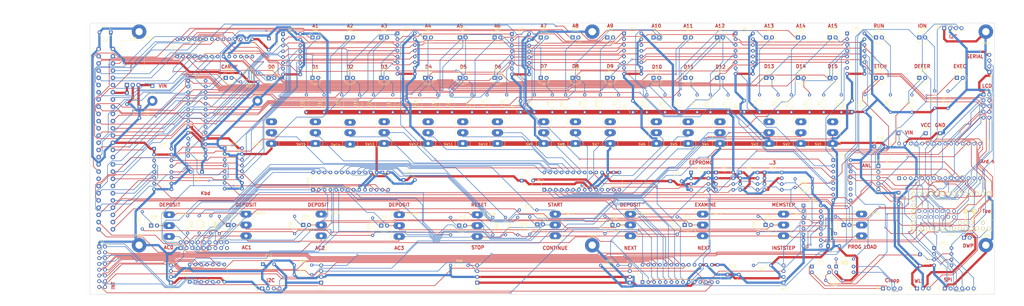
<source format=kicad_pcb>
(kicad_pcb (version 20221018) (generator pcbnew)
  (title_block (title "Nova 1200 front panel") (date "2019-05-19") (rev "Rev 3") (company "Marcel van Herk") (comment 1 "Suitable for Arduino Nano or Teensy 3.2") (comment 2 "Fix: remove track to C19 and connected to VCC instead") (comment 3 "Fix: correctly connect AC3 switch, correct SCK, SSCK") (comment 4 "Fix: switch holes 1.4, serial/light, cloop"))
  (layers (0 "F.Cu" signal) (31 "B.Cu" signal) (37 "F.SilkS" user "F.Silkscreen") (38 "B.Mask" user) (39 "F.Mask" user) (44 "Edge.Cuts" user))
  (net 0 "")
  (net 1 "Net-(D5-Pad2)")
  (net 2 "Net-(D25-Pad2)")
  (net 3 "Net-(D24-Pad2)")
  (net 4 "Net-(D23-Pad2)")
  (net 5 "Net-(D22-Pad2)")
  (net 6 "Net-(D21-Pad2)")
  (net 7 "Net-(D20-Pad2)")
  (net 8 "Net-(D19-Pad2)")
  (net 9 "Net-(D18-Pad2)")
  (net 10 "Net-(D16-Pad2)")
  (net 11 "Net-(D6-Pad2)")
  (net 12 "Net-(D3-Pad2)")
  (net 13 "Net-(D2-Pad2)")
  (net 14 "Net-(D1-Pad2)")
  (net 15 "Net-(D27-Pad2)")
  (net 16 "Net-(D14-Pad2)")
  (net 17 "Net-(D15-Pad2)")
  (net 18 "Net-(D17-Pad2)")
  (net 19 "Net-(D36-Pad2)")
  (net 20 "Net-(D13-Pad2)")
  (net 21 "Net-(D7-Pad2)")
  (net 22 "Net-(D8-Pad2)")
  (net 23 "Net-(D9-Pad2)")
  (net 24 "Net-(D10-Pad2)")
  (net 25 "Net-(D11-Pad2)")
  (net 26 "Net-(D12-Pad2)")
  (net 27 "Net-(D28-Pad2)")
  (net 28 "Net-(D37-Pad2)")
  (net 29 "Net-(D35-Pad2)")
  (net 30 "Net-(D4-Pad2)")
  (net 31 "Net-(D29-Pad2)")
  (net 32 "Net-(D30-Pad2)")
  (net 33 "Net-(D31-Pad2)")
  (net 34 "Net-(D32-Pad2)")
  (net 35 "Net-(D33-Pad2)")
  (net 36 "Net-(D34-Pad2)")
  (net 37 "Net-(D26-Pad2)")
  (net 38 "/CONTDATA")
  (net 39 "/ND7")
  (net 40 "/D3")
  (net 41 "/ND6")
  (net 42 "/D2")
  (net 43 "/ND5")
  (net 44 "/D1")
  (net 45 "/ND4")
  (net 46 "/D0")
  (net 47 "/A0")
  (net 48 "/SEL6")
  (net 49 "/A1")
  (net 50 "/SEL5")
  (net 51 "/A2")
  (net 52 "/SEL4")
  (net 53 "/SEL1")
  (net 54 "/SEL3")
  (net 55 "Net-(U16-Pad11)")
  (net 56 "/SEL2")
  (net 57 "Net-(U16-Pad10)")
  (net 58 "/SEL7")
  (net 59 "/SEL0")
  (net 60 "/EXEC")
  (net 61 "/DEFER")
  (net 62 "/FETCH")
  (net 63 "Net-(U15-Pad11)")
  (net 64 "/RUN")
  (net 65 "/ION")
  (net 66 "/MSTP")
  (net 67 "/CON+")
  (net 68 "/CONREQ")
  (net 69 "/STOP")
  (net 70 "/RST")
  (net 71 "/PL")
  (net 72 "/ISTP")
  (net 73 "/CONINST")
  (net 74 "/ND3")
  (net 75 "/ND2")
  (net 76 "/ND1")
  (net 77 "/ND0")
  (net 78 "/ND11")
  (net 79 "/ND10")
  (net 80 "/ND9")
  (net 81 "/ND8")
  (net 82 "/ND12")
  (net 83 "/ND13")
  (net 84 "/ND14")
  (net 85 "/ND15")
  (net 86 "/NA7")
  (net 87 "/CARRY")
  (net 88 "/NA3")
  (net 89 "/NA4")
  (net 90 "/NA6")
  (net 91 "/NA1")
  (net 92 "/NA2")
  (net 93 "/NA5")
  (net 94 "/NA15")
  (net 95 "/NA8")
  (net 96 "/NA11")
  (net 97 "/NA12")
  (net 98 "/NA14")
  (net 99 "/NA9")
  (net 100 "/NA10")
  (net 101 "/NA13")
  (net 102 "Net-(A1-Pad1)")
  (net 103 "Net-(A1-Pad17)")
  (net 104 "Net-(A1-Pad2)")
  (net 105 "Net-(A1-Pad3)")
  (net 106 "Net-(A1-Pad27)")
  (net 107 "Net-(A1-Pad28)")
  (net 108 "Net-(A1-Pad30)")
  (net 109 "/ENLCD1")
  (net 110 "/ENLCD2")
  (net 111 "Net-(J1-Pad37)")
  (net 112 "/VCC")
  (net 113 "/GND")
  (net 114 "Net-(R54-Pad1)")
  (net 115 "Net-(R52-Pad1)")
  (net 116 "Net-(R48-Pad1)")
  (net 117 "Net-(R53-Pad1)")
  (net 118 "Net-(SW16-Pad2)")
  (net 119 "Net-(SW13-Pad2)")
  (net 120 "Net-(SW14-Pad2)")
  (net 121 "Net-(SW15-Pad2)")
  (net 122 "Net-(SW9-Pad2)")
  (net 123 "Net-(SW12-Pad2)")
  (net 124 "Net-(SW8-Pad2)")
  (net 125 "Net-(SW11-Pad2)")
  (net 126 "Net-(SW7-Pad2)")
  (net 127 "Net-(SW10-Pad2)")
  (net 128 "Net-(SW4-Pad2)")
  (net 129 "Net-(SW1-Pad2)")
  (net 130 "Net-(SW5-Pad2)")
  (net 131 "Net-(SW2-Pad2)")
  (net 132 "Net-(SW6-Pad2)")
  (net 133 "Net-(SW3-Pad2)")
  (net 134 "/SELR1")
  (net 135 "Net-(D41-Pad1)")
  (net 136 "Net-(D42-Pad1)")
  (net 137 "Net-(J3-Pad4)")
  (net 138 "Net-(J3-Pad2)")
  (net 139 "Net-(R51-Pad1)")
  (net 140 "Net-(R50-Pad1)")
  (net 141 "Net-(R49-Pad1)")
  (net 142 "Net-(D47-Pad1)")
  (net 143 "Net-(D46-Pad1)")
  (net 144 "Net-(D45-Pad1)")
  (net 145 "Net-(D44-Pad1)")
  (net 146 "Net-(D43-Pad1)")
  (net 147 "Net-(D40-Pad1)")
  (net 148 "Net-(D39-Pad1)")
  (net 149 "Net-(D38-Pad1)")
  (net 150 "/VLAMP")
  (net 151 "/SDA")
  (net 152 "/SCK")
  (net 153 "Net-(U1-Pad19)")
  (net 154 "/SWINT")
  (net 155 "Net-(U1-Pad11)")
  (net 156 "Net-(U1-Pad14)")
  (net 157 "Net-(U1-Pad28)")
  (net 158 "Net-(U2-Pad14)")
  (net 159 "Net-(U2-Pad11)")
  (net 160 "Net-(U2-Pad19)")
  (net 161 "Net-(U3-Pad19)")
  (net 162 "Net-(U3-Pad11)")
  (net 163 "Net-(U3-Pad14)")
  (net 164 "Net-(J2-Pad3)")
  (net 165 "Net-(U4-Pad14)")
  (net 166 "Net-(J2-Pad5)")
  (net 167 "Net-(J2-Pad7)")
  (net 168 "Net-(J2-Pad9)")
  (net 169 "Net-(U4-Pad11)")
  (net 170 "Net-(J2-Pad10)")
  (net 171 "Net-(J2-Pad8)")
  (net 172 "Net-(J2-Pad6)")
  (net 173 "Net-(J2-Pad2)")
  (net 174 "Net-(J2-Pad4)")
  (net 175 "Net-(D42-Pad2)")
  (net 176 "Net-(D41-Pad2)")
  (net 177 "Net-(D40-Pad2)")
  (net 178 "Net-(D39-Pad2)")
  (net 179 "Net-(D38-Pad2)")
  (net 180 "Net-(U15-Pad19)")
  (net 181 "/KEYINT")
  (net 182 "Net-(U15-Pad14)")
  (net 183 "Net-(U13-Pad6)")
  (net 184 "/SERIALOUT")
  (net 185 "/SERIALIN")
  (net 186 "Net-(U1-Pad20)")
  (net 187 "Net-(U2-Pad20)")
  (net 188 "/LIGHTINT")
  (net 189 "Net-(C14-Pad1)")
  (net 190 "Net-(J3-Pad10)")
  (net 191 "Net-(J2-Pad15)")
  (net 192 "Net-(J2-Pad16)")
  (net 193 "Net-(J2-Pad14)")
  (net 194 "Net-(J2-Pad12)")
  (net 195 "Net-(J2-Pad13)")
  (net 196 "Net-(U24-Pad1)")
  (net 197 "Net-(J2-Pad11)")
  (net 198 "/ENOLED2")
  (net 199 "/ENOLED1")
  (net 200 "Net-(J3-Pad17)")
  (net 201 "Net-(J3-Pad18)")
  (net 202 "Net-(J3-Pad16)")
  (net 203 "Net-(J3-Pad3)")
  (net 204 "Net-(J3-Pad7)")
  (net 205 "Net-(J3-Pad6)")
  (net 206 "Net-(J3-Pad12)")
  (net 207 "/ENOLED0")
  (net 208 "Net-(J12-Pad4)")
  (net 209 "Net-(J11-Pad4)")
  (net 210 "Net-(J17-Pad4)")
  (net 211 "Net-(U18-Pad2)")
  (net 212 "Net-(U18-Pad4)")
  (net 213 "Net-(J16-Pad4)")
  (net 214 "Net-(U18-Pad5)")
  (net 215 "Net-(J15-Pad4)")
  (net 216 "Net-(U22-Pad17)")
  (net 217 "Net-(U22-Pad18)")
  (net 218 "/A14")
  (net 219 "/SPIVCC")
  (net 220 "Net-(U22-Pad15)")
  (net 221 "/MISO")
  (net 222 "/CS")
  (net 223 "/TA2")
  (net 224 "/TA3")
  (net 225 "Net-(U22-Pad32)")
  (net 226 "Net-(U22-Pad34)")
  (net 227 "Net-(U22-Pad35)")
  (net 228 "Net-(U22-Pad36)")
  (net 229 "Net-(U22-Pad37)")
  (net 230 "/MOSI")
  (net 231 "Net-(U22-Pad38)")
  (net 232 "Net-(U22-Pad39)")
  (net 233 "Net-(U22-Pad40)")
  (net 234 "Net-(U22-Pad41)")
  (net 235 "Net-(U22-Pad42)")
  (net 236 "Net-(U22-Pad43)")
  (net 237 "Net-(U22-Pad44)")
  (net 238 "Net-(U22-Pad45)")
  (net 239 "Net-(U22-Pad46)")
  (net 240 "Net-(U22-Pad47)")
  (net 241 "Net-(U22-Pad48)")
  (net 242 "Net-(U22-Pad49)")
  (net 243 "Net-(U22-Pad50)")
  (net 244 "Net-(U22-Pad51)")
  (net 245 "Net-(U22-Pad52)")
  (net 246 "Net-(U22-Pad16)")
  (net 247 "Net-(J4-Pad2)")
  (net 248 "/SSCK")
  (net 249 "Net-(J3-Pad8)")
  (net 250 "Net-(J3-Pad11)")
  (net 251 "Net-(R63-Pad2)")
  (net 252 "Net-(J8-Pad4)")
  (net 253 "Net-(J8-Pad3)")
  (net 254 "Net-(J8-Pad2)")
  (net 255 "Net-(J8-Pad1)")
  (footprint "Connector:nova_fp" (layer "F.Cu") (at 25.4 26.67)
    (fp_text reference "J1")
    (fp_text value "Conn_02x26_Odd_Even")
  )
  (footprint "Button_Switch_Keyboard:multicomp switch" (layer "F.Cu") (at 101.346 63.5 180)
    (fp_text reference "SW16")
    (fp_text value "SW_SPST")
  )
  (footprint "Button_Switch_Keyboard:multicomp switch" (layer "F.Cu") (at 284.48 63.5 180)
    (fp_text reference "SW5")
    (fp_text value "SW_SPST")
  )
  (footprint "Button_Switch_Keyboard:multicomp switch" (layer "F.Cu") (at 347.98 63.5 180)
    (fp_text reference "SW1")
    (fp_text value "SW_SPST")
  )
  (footprint "Button_Switch_Keyboard:multicomp switch" (layer "F.Cu") (at 320.04 63.5 180)
    (fp_text reference "SW3")
    (fp_text value "SW_SPST")
  )
  (footprint "Button_Switch_Keyboard:multicomp switch" (layer "F.Cu") (at 191.77 104.42)
    (fp_text reference "SW26")
    (fp_text value "SW_SPDT_MSM")
  )
  (footprint "Button_Switch_Keyboard:multicomp switch" (layer "F.Cu") (at 157.48 104.42)
    (fp_text reference "SW25")
    (fp_text value "SW_SPDT_MSM")
  )
  (footprint "Button_Switch_Keyboard:multicomp switch" (layer "F.Cu") (at 123.19 104.14)
    (fp_text reference "SW24")
    (fp_text value "SW_SPDT_MSM")
  )
  (footprint "Button_Switch_Keyboard:multicomp switch" (layer "F.Cu") (at 90.17 104.14)
    (fp_text reference "SW23")
    (fp_text value "SW_SPDT_MSM")
  )
  (footprint "Button_Switch_Keyboard:multicomp switch" (layer "F.Cu") (at 56.388 104.42)
    (fp_text reference "SW22")
    (fp_text value "SW_SPDT_MSM")
  )
  (footprint "Button_Switch_Keyboard:multicomp switch" (layer "F.Cu") (at 360.68 104.14)
    (fp_text reference "SW21")
    (fp_text value "SW_SPDT_MSM")
  )
  (footprint "Button_Switch_Keyboard:multicomp switch" (layer "F.Cu") (at 150.876 63.474 180)
    (fp_text reference "SW13")
    (fp_text value "SW_SPST")
  )
  (footprint "Button_Switch_Keyboard:multicomp switch" (layer "F.Cu") (at 326.39 104.14)
    (fp_text reference "SW20")
    (fp_text value "SW_SPDT_MSM")
  )
  (footprint "Button_Switch_Keyboard:multicomp switch" (layer "F.Cu") (at 290.83 104.14)
    (fp_text reference "SW19")
    (fp_text value "SW_SPDT_MSM")
  )
  (footprint "Button_Switch_Keyboard:multicomp switch" (layer "F.Cu") (at 298.45 63.5 180)
    (fp_text reference "SW4")
    (fp_text value "SW_SPST")
  )
  (footprint "Button_Switch_Keyboard:multicomp switch" (layer "F.Cu") (at 259.08 104.14)
    (fp_text reference "SW18")
    (fp_text value "SW_SPDT_MSM")
  )
  (footprint "Button_Switch_Keyboard:multicomp switch" (layer "F.Cu") (at 120.65 63.5 180)
    (fp_text reference "SW15")
    (fp_text value "SW_SPST")
  )
  (footprint "Button_Switch_Keyboard:multicomp switch" (layer "F.Cu") (at 135.89 63.78 180)
    (fp_text reference "SW14")
    (fp_text value "SW_SPST")
  )
  (footprint "Button_Switch_Keyboard:multicomp switch" (layer "F.Cu") (at 170.18 63.5 180)
    (fp_text reference "SW12")
    (fp_text value "SW_SPST")
  )
  (footprint "Button_Switch_Keyboard:multicomp switch" (layer "F.Cu") (at 185.42 63.5 180)
    (fp_text reference "SW11")
    (fp_text value "SW_SPST")
  )
  (footprint "Button_Switch_Keyboard:multicomp switch" (layer "F.Cu") (at 200.66 63.5 180)
    (fp_text reference "SW10")
    (fp_text value "SW_SPST")
  )
  (footprint "Button_Switch_Keyboard:multicomp switch" (layer "F.Cu") (at 220.98 63.5 180)
    (fp_text reference "SW9")
    (fp_text value "SW_SPST")
  )
  (footprint "Button_Switch_Keyboard:multicomp switch" (layer "F.Cu") (at 234.95 63.5 180)
    (fp_text reference "SW8")
    (fp_text value "SW_SPST")
  )
  (footprint "Button_Switch_Keyboard:multicomp switch" (layer "F.Cu") (at 250.19 63.5 180)
    (fp_text reference "SW7")
    (fp_text value "SW_SPST")
  )
  (footprint "Button_Switch_Keyboard:multicomp switch" (layer "F.Cu") (at 270.51 63.5 180)
    (fp_text reference "SW6")
    (fp_text value "SW_SPST")
  )
  (footprint "Button_Switch_Keyboard:multicomp switch" (layer "F.Cu") (at 334.01 63.5 180)
    (fp_text reference "SW2")
    (fp_text value "SW_SPST")
  )
  (footprint "Button_Switch_Keyboard:multicomp switch" (layer "F.Cu") (at 226.06 104.14)
    (fp_text reference "SW17")
    (fp_text value "SW_SPDT_MSM")
  )
  (footprint "Capacitor_THT:CP_Radial_Tantal_D5.0mm_P5.00mm" (layer "F.Cu") (at 301.752 125.984)
    (fp_text reference "C15")
    (fp_text value "CP1_Small")
  )
  (footprint "Capacitor_THT:CP_Radial_Tantal_D5.0mm_P5.00mm" (layer "F.Cu") (at 276.606 84.836)
    (fp_text reference "C13")
    (fp_text value "CP1_Small")
  )
  (footprint "Capacitor_THT:CP_Radial_Tantal_D5.0mm_P5.00mm" (layer "F.Cu") (at 376.936 89.916 -90)
    (fp_text reference "C12")
    (fp_text value "CP1_Small")
  )
  (footprint "Capacitor_THT:CP_Radial_Tantal_D5.0mm_P5.00mm" (layer "F.Cu") (at 160.782 54.403 90)
    (fp_text reference "C11")
    (fp_text value "CP1_Small")
  )
  (footprint "Capacitor_THT:CP_Radial_Tantal_D5.0mm_P5.00mm" (layer "F.Cu") (at 356.489 54.356 90)
    (fp_text reference "C10")
    (fp_text value "CP1_Small")
  )
  (footprint "Capacitor_THT:CP_Radial_Tantal_D5.0mm_P5.00mm" (layer "F.Cu") (at 30.734 19.304 180)
    (fp_text reference "C9")
    (fp_text value "CP1_Small")
  )
  (footprint "Capacitor_THT:CP_Radial_Tantal_D5.0mm_P5.00mm" (layer "F.Cu") (at 37.846 45.974 -90)
    (fp_text reference "C8")
    (fp_text value "CP1_Small")
  )
  (footprint "Capacitor_THT:CP_Radial_Tantal_D5.0mm_P5.00mm" (layer "F.Cu") (at 211.328 84.582)
    (fp_text reference "C7")
    (fp_text value "CP1_Small")
  )
  (footprint "Capacitor_THT:CP_Radial_Tantal_D5.0mm_P5.00mm" (layer "F.Cu") (at 100.203 22.051 -90)
    (fp_text reference "C6")
    (fp_text value "CP1_Small")
  )
  (footprint "Capacitor_THT:CP_Radial_Tantal_D5.0mm_P5.00mm" (layer "F.Cu") (at 70.866 80.772 180)
    (fp_text reference "C5")
    (fp_text value "CP1_Small")
  )
  (footprint "Capacitor_THT:CP_Radial_Tantal_D5.0mm_P5.00mm" (layer "F.Cu") (at 260.223 54.483 90)
    (fp_text reference "C4")
    (fp_text value "CP1_Small")
  )
  (footprint "Capacitor_THT:CP_Radial_Tantal_D5.0mm_P5.00mm" (layer "F.Cu") (at 159.385 84.328)
    (fp_text reference "C3")
    (fp_text value "CP1_Small")
  )
  (footprint "Capacitor_THT:CP_Radial_Tantal_D5.0mm_P5.00mm" (layer "F.Cu") (at 309.118 54.356 90)
    (fp_text reference "C2")
    (fp_text value "CP1_Small")
  )
  (footprint "Capacitor_THT:CP_Radial_Tantal_D5.0mm_P5.00mm" (layer "F.Cu") (at 210.82 54.483 90)
    (fp_text reference "C1")
    (fp_text value "CP1_Small")
  )
  (footprint "MountingHole:MountingHole_3.2mm_M3_Pad" (layer "F.Cu") (at 415.29 19.05)
    (fp_text reference "PAD6")
    (fp_text value "MountingHole_Pad")
  )
  (footprint "MountingHole:MountingHole_3.2mm_M3_Pad" (layer "F.Cu") (at 415.29 113.03)
    (fp_text reference "PAD5")
    (fp_text value "MountingHole_Pad")
  )
  (footprint "MountingHole:MountingHole_3.2mm_M3_Pad" (layer "F.Cu") (at 43.18 113.03)
    (fp_text reference "PAD1")
    (fp_text value "MountingHole_Pad")
  )
  (footprint "Module:Arduino_Nano" (layer "F.Cu") (at 377.19 83.566 90)
    (fp_text reference "A1")
    (fp_text value "Arduino_Nano_v3.x")
  )
  (footprint "LED_THT:LED_D5.0mm_Clear" (layer "F.Cu") (at 219.71 21.59)
    (fp_text reference "D25")
    (fp_text value "LED_ALT")
  )
  (footprint "LED_THT:LED_D5.0mm_Clear" (layer "F.Cu") (at 318.77 21.59)
    (fp_text reference "D19")
    (fp_text value "LED_ALT")
  )
  (footprint "LED_THT:LED_D5.0mm_Clear" (layer "F.Cu") (at 297.18 21.59)
    (fp_text reference "D20")
    (fp_text value "LED_ALT")
  )
  (footprint "LED_THT:LED_D5.0mm_Clear" (layer "F.Cu") (at 318.77 39.37)
    (fp_text reference "D3")
    (fp_text value "LED_ALT")
  )
  (footprint "LED_THT:LED_D5.0mm_Clear" (layer "F.Cu") (at 332.74 21.59)
    (fp_text reference "D18")
    (fp_text value "LED_ALT")
  )
  (footprint "LED_THT:LED_D5.0mm_Clear" (layer "F.Cu") (at 346.71 21.59)
    (fp_text reference "D17")
    (fp_text value "LED_ALT")
  )
  (footprint "LED_THT:LED_D5.0mm_Clear" (layer "F.Cu") (at 119.38 39.37)
    (fp_text reference "D15")
    (fp_text value "LED_ALT")
  )
  (footprint "LED_THT:LED_D5.0mm_Clear" (layer "F.Cu") (at 134.62 39.37)
    (fp_text reference "D14")
    (fp_text value "LED_ALT")
  )
  (footprint "LED_THT:LED_D5.0mm_Clear" (layer "F.Cu") (at 149.606 39.37)
    (fp_text reference "D13")
    (fp_text value "LED_ALT")
  )
  (footprint "LED_THT:LED_D5.0mm_Clear" (layer "F.Cu") (at 168.91 39.37)
    (fp_text reference "D12")
    (fp_text value "LED_ALT")
  )
  (footprint "LED_THT:LED_D5.0mm_Clear" (layer "F.Cu") (at 184.15 39.37)
    (fp_text reference "D11")
    (fp_text value "LED_ALT")
  )
  (footprint "LED_THT:LED_D5.0mm_Clear" (layer "F.Cu") (at 199.39 39.37)
    (fp_text reference "D10")
    (fp_text value "LED_ALT")
  )
  (footprint "LED_THT:LED_D5.0mm_Clear" (layer "F.Cu") (at 219.71 39.37)
    (fp_text reference "D9")
    (fp_text value "LED_ALT")
  )
  (footprint "LED_THT:LED_D5.0mm_Clear" (layer "F.Cu") (at 233.68 39.37)
    (fp_text reference "D8")
    (fp_text value "LED_ALT")
  )
  (footprint "LED_THT:LED_D5.0mm_Clear" (layer "F.Cu") (at 248.92 39.37)
    (fp_text reference "D7")
    (fp_text value "LED_ALT")
  )
  (footprint "LED_THT:LED_D5.0mm_Clear" (layer "F.Cu") (at 269.24 39.37)
    (fp_text reference "D6")
    (fp_text value "LED_ALT")
  )
  (footprint "LED_THT:LED_D5.0mm_Clear" (layer "F.Cu") (at 297.18 39.37)
    (fp_text reference "D4")
    (fp_text value "LED_ALT")
  )
  (footprint "LED_THT:LED_D5.0mm_Clear" (layer "F.Cu") (at 332.74 39.37)
    (fp_text reference "D2")
    (fp_text value "LED_ALT")
  )
  (footprint "LED_THT:LED_D5.0mm_Clear" (layer "F.Cu") (at 248.92 21.59)
    (fp_text reference "D23")
    (fp_text value "LED_ALT")
  )
  (footprint "LED_THT:LED_D5.0mm_Clear" (layer "F.Cu") (at 283.21 39.37)
    (fp_text reference "D5")
    (fp_text value "LED_ALT")
  )
  (footprint "LED_THT:LED_D5.0mm_Clear" (layer "F.Cu") (at 283.21 21.59)
    (fp_text reference "D21")
    (fp_text value "LED_ALT")
  )
  (footprint "LED_THT:LED_D5.0mm_Clear" (layer "F.Cu") (at 402.59 39.37)
    (fp_text reference "D37")
    (fp_text value "LED_ALT")
  )
  (footprint "LED_THT:LED_D5.0mm_Clear" (layer "F.Cu") (at 346.71 39.37)
    (fp_text reference "D1")
    (fp_text value "LED_ALT")
  )
  (footprint "LED_THT:LED_D5.0mm_Clear" (layer "F.Cu") (at 386.08 39.37)
    (fp_text reference "D36")
    (fp_text value "LED_ALT")
  )
  (footprint "LED_THT:LED_D5.0mm_Clear" (layer "F.Cu") (at 367.03 39.37)
    (fp_text reference "D35")
    (fp_text value "LED_ALT")
  )
  (footprint "LED_THT:LED_D5.0mm_Clear" (layer "F.Cu") (at 367.03 21.59)
    (fp_text reference "D34")
    (fp_text value "LED_ALT")
  )
  (footprint "LED_THT:LED_D5.0mm_Clear" (layer "F.Cu") (at 386.08 21.59)
    (fp_text reference "D33")
    (fp_text value "LED_ALT")
  )
  (footprint "LED_THT:LED_D5.0mm_Clear" (layer "F.Cu") (at 81.28 39.37)
    (fp_text reference "D32")
    (fp_text value "LED_ALT")
  )
  (footprint "LED_THT:LED_D5.0mm_Clear" (layer "F.Cu") (at 119.38 21.59)
    (fp_text reference "D31")
    (fp_text value "LED_ALT")
  )
  (footprint "LED_THT:LED_D5.0mm_Clear" (layer "F.Cu") (at 134.62 21.59)
    (fp_text reference "D30")
    (fp_text value "LED_ALT")
  )
  (footprint "LED_THT:LED_D5.0mm_Clear" (layer "F.Cu") (at 149.606 21.59)
    (fp_text reference "D29")
    (fp_text value "LED_ALT")
  )
  (footprint "LED_THT:LED_D5.0mm_Clear" (layer "F.Cu") (at 168.91 21.59)
    (fp_text reference "D28")
    (fp_text value "LED_ALT")
  )
  (footprint "LED_THT:LED_D5.0mm_Clear" (layer "F.Cu") (at 184.15 21.59)
    (fp_text reference "D27")
    (fp_text value "LED_ALT")
  )
  (footprint "LED_THT:LED_D5.0mm_Clear" (layer "F.Cu") (at 199.39 21.59)
    (fp_text reference "D26")
    (fp_text value "LED_ALT")
  )
  (footprint "LED_THT:LED_D5.0mm_Clear" (layer "F.Cu") (at 233.68 21.59)
    (fp_text reference "D24")
    (fp_text value "LED_ALT")
  )
  (footprint "LED_THT:LED_D5.0mm_Clear" (layer "F.Cu") (at 269.24 21.59)
    (fp_text reference "D22")
    (fp_text value "LED_ALT")
  )
  (footprint "MountingHole:MountingHole_3.2mm_M3_Pad" (layer "F.Cu") (at 242.316 19.05)
    (fp_text reference "PAD3")
    (fp_text value "MountingHole_Pad")
  )
  (footprint "Resistor_THT:R_Axial_DIN0204_L3.6mm_D1.6mm_P7.62mm_Horizontal" (layer "F.Cu") (at 398.653 52.832 90)
    (fp_text reference "R37")
    (fp_text value "4K7")
  )
  (footprint "Resistor_THT:R_Axial_DIN0204_L3.6mm_D1.6mm_P7.62mm_Horizontal" (layer "F.Cu") (at 216.916 54.483 90)
    (fp_text reference "R25")
    (fp_text value "4K7")
  )
  (footprint "Resistor_THT:R_Axial_DIN0204_L3.6mm_D1.6mm_P7.62mm_Horizontal" (layer "F.Cu") (at 280.543 54.483 90)
    (fp_text reference "R21")
    (fp_text value "4K7")
  )
  (footprint "Resistor_THT:R_Axial_DIN0204_L3.6mm_D1.6mm_P7.62mm_Horizontal" (layer "F.Cu") (at 266.319 54.483 90)
    (fp_text reference "R22")
    (fp_text value "4K7")
  )
  (footprint "Resistor_THT:R_Axial_DIN0204_L3.6mm_D1.6mm_P7.62mm_Horizontal" (layer "F.Cu") (at 245.872 54.483 90)
    (fp_text reference "R23")
    (fp_text value "4K7")
  )
  (footprint "Resistor_THT:R_Axial_DIN0204_L3.6mm_D1.6mm_P7.62mm_Horizontal" (layer "F.Cu") (at 230.632 54.483 90)
    (fp_text reference "R24")
    (fp_text value "4K7")
  )
  (footprint "Resistor_THT:R_Axial_DIN0204_L3.6mm_D1.6mm_P7.62mm_Horizontal" (layer "F.Cu") (at 145.796 108.712 90)
    (fp_text reference "R41")
    (fp_text value "1K")
  )
  (footprint "Resistor_THT:R_Axial_DIN0204_L3.6mm_D1.6mm_P7.62mm_Horizontal" (layer "F.Cu") (at 204.724 54.483 90)
    (fp_text reference "R26")
    (fp_text value "4K7")
  )
  (footprint "Resistor_THT:R_Axial_DIN0204_L3.6mm_D1.6mm_P7.62mm_Horizontal" (layer "F.Cu") (at 180.721 54.483 90)
    (fp_text reference "R27")
    (fp_text value "4K7")
  )
  (footprint "Resistor_THT:R_Axial_DIN0204_L3.6mm_D1.6mm_P7.62mm_Horizontal" (layer "F.Cu") (at 166.497 54.483 90)
    (fp_text reference "R28")
    (fp_text value "4K7")
  )
  (footprint "Resistor_THT:R_Axial_DIN0204_L3.6mm_D1.6mm_P7.62mm_Horizontal" (layer "F.Cu") (at 146.177 54.483 90)
    (fp_text reference "R29")
    (fp_text value "4K7")
  )
  (footprint "Resistor_THT:R_Axial_DIN0204_L3.6mm_D1.6mm_P7.62mm_Horizontal" (layer "F.Cu") (at 132.207 54.483 90)
    (fp_text reference "R30")
    (fp_text value "4K7")
  )
  (footprint "Resistor_THT:R_Axial_DIN0204_L3.6mm_D1.6mm_P7.62mm_Horizontal" (layer "F.Cu") (at 95.377 41.148 180)
    (fp_text reference "R32")
    (fp_text value "4K7")
  )
  (footprint "Resistor_THT:R_Axial_DIN0204_L3.6mm_D1.6mm_P7.62mm_Horizontal" (layer "F.Cu") (at 392.811 52.705 90)
    (fp_text reference "R33")
    (fp_text value "4K7")
  )
  (footprint "Resistor_THT:R_Axial_DIN0204_L3.6mm_D1.6mm_P7.62mm_Horizontal" (layer "F.Cu") (at 373.38 54.483 90)
    (fp_text reference "R34")
    (fp_text value "4K7")
  )
  (footprint "Resistor_THT:R_Axial_DIN0204_L3.6mm_D1.6mm_P7.62mm_Horizontal" (layer "F.Cu") (at 362.204 54.356 90)
    (fp_text reference "R35")
    (fp_text value "4K7")
  )
  (footprint "Resistor_THT:R_Axial_DIN0204_L3.6mm_D1.6mm_P7.62mm_Horizontal" (layer "F.Cu") (at 294.259 54.483 90)
    (fp_text reference "R20")
    (fp_text value "4K7")
  )
  (footprint "Resistor_THT:R_Axial_DIN0204_L3.6mm_D1.6mm_P7.62mm_Horizontal" (layer "F.Cu") (at 196.088 54.483 90)
    (fp_text reference "R10")
    (fp_text value "4K7")
  )
  (footprint "Resistor_THT:R_Axial_DIN0204_L3.6mm_D1.6mm_P7.62mm_Horizontal" (layer "F.Cu") (at 189.484 54.483 90)
    (fp_text reference "R11")
    (fp_text value "4K7")
  )
  (footprint "Resistor_THT:R_Axial_DIN0204_L3.6mm_D1.6mm_P7.62mm_Horizontal" (layer "F.Cu") (at 174.371 54.483 90)
    (fp_text reference "R12")
    (fp_text value "4K7")
  )
  (footprint "Resistor_THT:R_Axial_DIN0204_L3.6mm_D1.6mm_P7.62mm_Horizontal" (layer "F.Cu") (at 154.686 54.483 90)
    (fp_text reference "R13")
    (fp_text value "4K7")
  )
  (footprint "Resistor_THT:R_Axial_DIN0204_L3.6mm_D1.6mm_P7.62mm_Horizontal" (layer "F.Cu") (at 140.081 54.483 90)
    (fp_text reference "R14")
    (fp_text value "4K7")
  )
  (footprint "Resistor_THT:R_Axial_DIN0204_L3.6mm_D1.6mm_P7.62mm_Horizontal" (layer "F.Cu") (at 124.46 54.483 90)
    (fp_text reference "R15")
    (fp_text value "4K7")
  )
  (footprint "Resistor_THT:R_Axial_DIN0204_L3.6mm_D1.6mm_P7.62mm_Horizontal" (layer "F.Cu") (at 87.63 37.211)
    (fp_text reference "R16")
    (fp_text value "4K7")
  )
  (footprint "Resistor_THT:R_Axial_DIN0204_L3.6mm_D1.6mm_P7.62mm_Horizontal" (layer "F.Cu") (at 329.819 54.483 90)
    (fp_text reference "R18")
    (fp_text value "4K7")
  )
  (footprint "Resistor_THT:R_Axial_DIN0204_L3.6mm_D1.6mm_P7.62mm_Horizontal" (layer "F.Cu") (at 382.778 54.483 90)
    (fp_text reference "R36")
    (fp_text value "4K7")
  )
  (footprint "Resistor_THT:R_Axial_DIN0204_L3.6mm_D1.6mm_P7.62mm_Horizontal" (layer "F.Cu") (at 44.577 105.918 90)
    (fp_text reference "R38")
    (fp_text value "1K")
  )
  (footprint "Resistor_THT:R_Axial_DIN0204_L3.6mm_D1.6mm_P7.62mm_Horizontal" (layer "F.Cu") (at 78.486 107.95 90)
    (fp_text reference "R39")
    (fp_text value "1K")
  )
  (footprint "Resistor_THT:R_Axial_DIN0204_L3.6mm_D1.6mm_P7.62mm_Horizontal" (layer "F.Cu") (at 351.79 54.483 90)
    (fp_text reference "R17")
    (fp_text value "4K7")
  )
  (footprint "Resistor_THT:R_Axial_DIN0204_L3.6mm_D1.6mm_P7.62mm_Horizontal" (layer "F.Cu") (at 224.79 54.483 90)
    (fp_text reference "R9")
    (fp_text value "4K7")
  )
  (footprint "Resistor_THT:R_Axial_DIN0204_L3.6mm_D1.6mm_P7.62mm_Horizontal" (layer "F.Cu") (at 111.506 107.95 90)
    (fp_text reference "R40")
    (fp_text value "1K")
  )
  (footprint "Resistor_THT:R_Axial_DIN0204_L3.6mm_D1.6mm_P7.62mm_Horizontal" (layer "F.Cu") (at 302.006 54.483 90)
    (fp_text reference "R4")
    (fp_text value "4k7")
  )
  (footprint "Resistor_THT:R_Axial_DIN0204_L3.6mm_D1.6mm_P7.62mm_Horizontal" (layer "F.Cu") (at 239.014 54.483 90)
    (fp_text reference "R8")
    (fp_text value "4K7")
  )
  (footprint "Resistor_THT:R_Axial_DIN0204_L3.6mm_D1.6mm_P7.62mm_Horizontal" (layer "F.Cu") (at 253.873 54.483 90)
    (fp_text reference "R7")
    (fp_text value "4K7")
  )
  (footprint "Resistor_THT:R_Axial_DIN0204_L3.6mm_D1.6mm_P7.62mm_Horizontal" (layer "F.Cu") (at 274.32 54.483 90)
    (fp_text reference "R6")
    (fp_text value "4K7")
  )
  (footprint "Resistor_THT:R_Axial_DIN0204_L3.6mm_D1.6mm_P7.62mm_Horizontal" (layer "F.Cu") (at 288.417 54.483 90)
    (fp_text reference "R5")
    (fp_text value "4K7")
  )
  (footprint "Resistor_THT:R_Axial_DIN0204_L3.6mm_D1.6mm_P7.62mm_Horizontal" (layer "F.Cu") (at 116.713 54.483 90)
    (fp_text reference "R31")
    (fp_text value "4K7")
  )
  (footprint "Resistor_THT:R_Axial_DIN0204_L3.6mm_D1.6mm_P7.62mm_Horizontal" (layer "F.Cu") (at 323.977 54.483 90)
    (fp_text reference "R3")
    (fp_text value "4K7")
  )
  (footprint "Resistor_THT:R_Axial_DIN0204_L3.6mm_D1.6mm_P7.62mm_Horizontal" (layer "F.Cu") (at 337.82 54.483 90)
    (fp_text reference "R2")
    (fp_text value "4K7")
  )
  (footprint "Resistor_THT:R_Axial_DIN0204_L3.6mm_D1.6mm_P7.62mm_Horizontal" (layer "F.Cu") (at 344.043 54.483 90)
    (fp_text reference "R1")
    (fp_text value "4K7")
  )
  (footprint "Resistor_THT:R_Axial_DIN0204_L3.6mm_D1.6mm_P7.62mm_Horizontal" (layer "F.Cu") (at 315.849 54.483 90)
    (fp_text reference "R19")
    (fp_text value "4K7")
  )
  (footprint "Resistor_THT:R_Axial_DIN0204_L3.6mm_D1.6mm_P7.62mm_Horizontal" (layer "F.Cu") (at 214.884 108.204 90)
    (fp_text reference "R43")
    (fp_text value "1K")
  )
  (footprint "Resistor_THT:R_Axial_DIN0204_L3.6mm_D1.6mm_P7.62mm_Horizontal" (layer "F.Cu") (at 64.516 100.076 -90)
    (fp_text reference "R52")
    (fp_text value "1K")
  )
  (footprint "Resistor_THT:R_Axial_DIN0204_L3.6mm_D1.6mm_P7.62mm_Horizontal" (layer "F.Cu") (at 204.216 100.838 -90)
    (fp_text reference "R51")
    (fp_text value "1K")
  )
  (footprint "Resistor_THT:R_Axial_DIN0204_L3.6mm_D1.6mm_P7.62mm_Horizontal" (layer "F.Cu") (at 198.628 100.838 -90)
    (fp_text reference "R50")
    (fp_text value "1K")
  )
  (footprint "Resistor_THT:R_Axial_DIN0204_L3.6mm_D1.6mm_P7.62mm_Horizontal" (layer "F.Cu") (at 209.55 100.838 -90)
    (fp_text reference "R49")
    (fp_text value "1K")
  )
  (footprint "Resistor_THT:R_Axial_DIN0204_L3.6mm_D1.6mm_P7.62mm_Horizontal" (layer "F.Cu") (at 210.312 97.536)
    (fp_text reference "R48")
    (fp_text value "1K")
  )
  (footprint "Resistor_THT:R_Axial_DIN0204_L3.6mm_D1.6mm_P7.62mm_Horizontal" (layer "F.Cu") (at 349.25 107.95 90)
    (fp_text reference "R47")
    (fp_text value "1K")
  )
  (footprint "Resistor_THT:R_Axial_DIN0204_L3.6mm_D1.6mm_P7.62mm_Horizontal" (layer "F.Cu") (at 315.214 107.95 90)
    (fp_text reference "R46")
    (fp_text value "1K")
  )
  (footprint "Resistor_THT:R_Axial_DIN0204_L3.6mm_D1.6mm_P7.62mm_Horizontal" (layer "F.Cu") (at 74.676 100.076 -90)
    (fp_text reference "R54")
    (fp_text value "1K")
  )
  (footprint "Resistor_THT:R_Axial_DIN0204_L3.6mm_D1.6mm_P7.62mm_Horizontal" (layer "F.Cu") (at 279.654 108.204 90)
    (fp_text reference "R45")
    (fp_text value "1K")
  )
  (footprint "Resistor_THT:R_Axial_DIN0204_L3.6mm_D1.6mm_P7.62mm_Horizontal" (layer "F.Cu") (at 69.596 100.076 -90)
    (fp_text reference "R53")
    (fp_text value "1K")
  )
  (footprint "Package_DIP:DIP-16_W7.62mm" (layer "F.Cu") (at 156.718 19.812)
    (fp_text reference "U10")
    (fp_text value "74LS173")
  )
  (footprint "Package_DIP:DIP-16_W7.62mm" (layer "F.Cu") (at 348.234 75.565)
    (fp_text reference "U16")
    (fp_text value "74LS42")
  )
  (footprint "Package_DIP:DIP-16_W7.62mm" (layer "F.Cu") (at 49.784 70.612)
    (fp_text reference "U14")
    (fp_text value "74LS173")
  )
  (footprint "Package_DIP:DIP-16_W7.62mm" (layer "F.Cu") (at 80.772 70.358)
    (fp_text reference "U13")
    (fp_text value "74LS173")
  )
  (footprint "Package_DIP:DIP-16_W7.62mm" (layer "F.Cu") (at 106.426 20.066)
    (fp_text reference "U12")
    (fp_text value "74LS173")
  )
  (footprint "Package_DIP:DIP-16_W7.62mm" (layer "F.Cu") (at 256.286 19.812)
    (fp_text reference "U11")
    (fp_text value "74LS173")
  )
  (footprint "Package_DIP:DIP-16_W7.62mm" (layer "F.Cu") (at 207.01 20.066)
    (fp_text reference "U9")
    (fp_text value "74LS173")
  )
  (footprint "Package_DIP:DIP-16_W7.62mm" (layer "F.Cu") (at 305.308 19.812)
    (fp_text reference "U6")
    (fp_text value "74LS173")
  )
  (footprint "Package_DIP:DIP-16_W7.62mm" (layer "F.Cu") (at 354.33 19.812)
    (fp_text reference "U5")
    (fp_text value "74LS173")
  )
  (footprint "Resistor_THT:R_Axial_DIN0204_L3.6mm_D1.6mm_P7.62mm_Horizontal" (layer "F.Cu") (at 180.086 108.458 90)
    (fp_text reference "R42")
    (fp_text value "1K")
  )
  (footprint "Resistor_THT:R_Axial_DIN0204_L3.6mm_D1.6mm_P7.62mm_Horizontal" (layer "F.Cu") (at 247.904 107.95 90)
    (fp_text reference "R44")
    (fp_text value "1K")
  )
  (footprint "Package_DIP:DIP-8_W7.62mm" (layer "F.Cu") (at 318.008 81.026)
    (fp_text reference "U19")
    (fp_text value "24LC1025")
  )
  (footprint "Package_DIP:DIP-8_W7.62mm" (layer "F.Cu") (at 296.672 81.026)
    (fp_text reference "U17")
    (fp_text value "24LC1025")
  )
  (footprint "Package_DIP:DIP-28_W7.62mm" (layer "F.Cu") (at 64.77 40.64)
    (fp_text reference "U1")
    (fp_text value "MCP23017_SP")
  )
  (footprint "Package_DIP:DIP-28_W7.62mm" (layer "F.Cu") (at 59.944 29.972 90)
    (fp_text reference "U2")
    (fp_text value "MCP23017_SP")
  )
  (footprint "Package_DIP:DIP-28_W7.62mm" (layer "F.Cu") (at 221.234 88.646 90)
    (fp_text reference "U3")
    (fp_text value "MCP23017_SP")
  )
  (footprint "Package_DIP:DIP-28_W7.62mm" (layer "F.Cu") (at 264.414 129.286 90)
    (fp_text reference "U4")
    (fp_text value "MCP23017_SP")
  )
  (footprint "Package_DIP:DIP-28_W7.62mm" (layer "F.Cu") (at 119.634 88.646 90)
    (fp_text reference "U15")
    (fp_text value "MCP23017_SP")
  )
  (footprint "LED_THT:LED_D5.0mm_Clear" (layer "F.Cu") (at 251.206 104.14)
    (fp_text reference "D44")
    (fp_text value "LED_ALT")
  )
  (footprint "LED_THT:LED_D5.0mm_Clear" (layer "F.Cu") (at 282.956 104.14)
    (fp_text reference "D45")
    (fp_text value "LED_ALT")
  )
  (footprint "LED_THT:LED_D5.0mm_Clear" (layer "F.Cu") (at 48.514 104.394)
    (fp_text reference "D38")
    (fp_text value "LED_ALT")
  )
  (footprint "LED_THT:LED_D5.0mm_Clear" (layer "F.Cu") (at 115.316 104.14)
    (fp_text reference "D40")
    (fp_text value "LED_ALT")
  )
  (footprint "LED_THT:LED_D5.0mm_Clear" (layer "F.Cu") (at 183.896 104.394)
    (fp_text reference "D42")
    (fp_text value "LED_ALT")
  )
  (footprint "LED_THT:LED_D5.0mm_Clear" (layer "F.Cu") (at 218.186 103.886)
    (fp_text reference "D43")
    (fp_text value "LED_ALT")
  )
  (footprint "LED_THT:LED_D5.0mm_Clear" (layer "F.Cu") (at 318.516 104.14)
    (fp_text reference "D46")
    (fp_text value "LED_ALT")
  )
  (footprint "LED_THT:LED_D5.0mm_Clear" (layer "F.Cu") (at 82.296 104.14)
    (fp_text reference "D39")
    (fp_text value "LED_ALT")
  )
  (footprint "LED_THT:LED_D5.0mm_Clear" (layer "F.Cu") (at 149.606 104.394)
    (fp_text reference "D41")
    (fp_text value "LED_ALT")
  )
  (footprint "LED_THT:LED_D5.0mm_Clear" (layer "F.Cu") (at 352.806 104.14)
    (fp_text reference "D47")
    (fp_text value "LED_ALT")
  )
  (footprint "Package_DIP:DIP-8_W7.62mm" (layer "F.Cu") (at 285.75 81.026)
    (fp_text reference "U7")
    (fp_text value "24LC1025")
  )
  (footprint "Package_DIP:DIP-8_W7.62mm" (layer "F.Cu") (at 307.34 81.026)
    (fp_text reference "U8")
    (fp_text value "24LC1025")
  )
  (footprint "Connector_PinHeader_2.54mm:PinHeader_1x01_P2.54mm_Vertical" (layer "F.Cu") (at 388.874 63.754)
    (fp_text reference "J10")
    (fp_text value "Conn_01x01_Male")
  )
  (footprint "Package_DIP:DIP-14_W7.62mm" (layer "F.Cu") (at 65.405 129.159 90)
    (fp_text reference "U24")
    (fp_text value "7402")
  )
  (footprint "Connector_PinSocket_2.54mm:PinSocket_1x04_P2.54mm_Vertical" (layer "F.Cu") (at 326.39 129.54 180)
    (fp_text reference "J17")
    (fp_text value "Conn_01x04_Female")
  )
  (footprint "Connector_PinSocket_2.54mm:PinSocket_1x04_P2.54mm_Vertical" (layer "F.Cu") (at 397.002 17.526 90)
    (fp_text reference "J18")
    (fp_text value "Conn_01x04_Male")
  )
  (footprint "Connector_PinSocket_2.54mm:PinSocket_1x04_P2.54mm_Vertical" (layer "F.Cu") (at 97.282 132.08 90)
    (fp_text reference "J19")
    (fp_text value "Conn_01x04_Male")
  )
  (footprint "Connector_PinHeader_2.54mm:PinHeader_1x01_P2.54mm_Vertical" (layer "F.Cu") (at 395.224 63.754)
    (fp_text reference "J20")
    (fp_text value "Conn_01x01_Male")
  )
  (footprint "Connector_PinHeader_2.54mm:PinHeader_1x04_P2.54mm_Vertical" (layer "F.Cu") (at 416.814 36.83 180)
    (fp_text reference "J7")
    (fp_text value "Conn_01x04")
  )
  (footprint "Package_TO_SOT_THT:TO-220-3_Horizontal_TabDown" (layer "F.Cu") (at 37.846 42.545)
    (fp_text reference "U20")
    (fp_text value "LM7808_TO220")
  )
  (footprint "MountingHole:MountingHole_3.2mm_M3_Pad" (layer "F.Cu") (at 43.18 19.05)
    (fp_text reference "PAD2")
    (fp_text value "MountingHole_Pad")
  )
  (footprint "Button_Switch_Keyboard:nova frontpanel layout" (layer "F.Cu") (at 207.01 70.612)
    (fp_text reference "FPIMAGE1" hide)
    (fp_text value "MountingHole" hide)
  )
  (footprint "Connector_PinHeader_2.54mm:PinHeader_1x01_P2.54mm_Vertical" (layer "F.Cu") (at 49.022 42.926)
    (fp_text reference "J13")
    (fp_text value "Conn_01x01_Male")
  )
  (footprint "Connector_PinHeader_2.54mm:PinHeader_1x01_P2.54mm_Vertical" (layer "F.Cu") (at 376.936 63.754)
    (fp_text reference "J14")
    (fp_text value "Conn_01x01_Male")
  )
  (footprint "Connector_PinSocket_2.54mm:PinSocket_1x04_P2.54mm_Vertical" (layer "F.Cu") (at 57.15 129.54 180)
    (fp_text reference "J11")
    (fp_text value "Conn_01x04_Female")
  )
  (footprint "Connector_PinSocket_2.54mm:PinSocket_1x04_P2.54mm_Vertical" (layer "F.Cu") (at 123.19 129.54 180)
    (fp_text reference "J12")
    (fp_text value "Conn_01x04_Female")
  )
  (footprint "Connector_PinSocket_2.54mm:PinSocket_1x04_P2.54mm_Vertical" (layer "F.Cu") (at 191.77 129.54 180)
    (fp_text reference "J15")
    (fp_text value "Conn_01x04_Female")
  )
  (footprint "Connector_PinSocket_2.54mm:PinSocket_1x04_P2.54mm_Vertical" (layer "F.Cu") (at 258.826 129.54 180)
    (fp_text reference "J16")
    (fp_text value "Conn_01x04_Female")
  )
  (footprint "Connector_PinHeader_2.54mm:PinHeader_2x05_P2.54mm_Vertical" (layer "F.Cu") (at 414.274 46.736)
    (fp_text reference "J6")
    (fp_text value "Conn_02x05_Odd_Even")
  )
  (footprint "Connector_PinHeader_2.54mm:PinHeader_2x09_P2.54mm_Vertical" (layer "F.Cu") (at 61.468 114.3 90)
    (fp_text reference "J3")
    (fp_text value "Conn_02x09_Odd Even")
  )
  (footprint "MountingHole:MountingHole_2.2mm_M2_Pad" (layer "F.Cu") (at 49.022 49.53)
    (fp_text reference "H2")
    (fp_text value "MountingHole_Pad")
  )
  (footprint "MountingHole:MountingHole_2.2mm_M2_Pad" (layer "F.Cu") (at 95.25 49.53)
    (fp_text reference "H1")
    (fp_text value "MountingHole_Pad")
  )
  (footprint "Resistor_THT:R_Axial_DIN0204_L3.6mm_D1.6mm_P7.62mm_Horizontal" (layer "F.Cu") (at 339.09 83.82 180)
    (fp_text reference "R56")
    (fp_text value "1K")
  )
  (footprint "Resistor_THT:R_Axial_DIN0204_L3.6mm_D1.6mm_P7.62mm_Horizontal" (layer "F.Cu") (at 339.09 87.63 180)
    (fp_text reference "R55")
    (fp_text value "1K")
  )
  (footprint "Package_DIP:DIP-16_W7.62mm" (layer "F.Cu") (at 335.135 95.555)
    (fp_text reference "U18")
    (fp_text value "4051")
  )
  (footprint "Connector_PinHeader_2.54mm:PinHeader_1x06_P2.54mm_Vertical" (layer "F.Cu") (at 397.256 132.08 90)
    (fp_text reference "J24")
    (fp_text value "Conn_01x06_Male")
  )
  (footprint "Capacitor_THT:CP_Radial_Tantal_D5.0mm_P5.00mm" (layer "F.Cu") (at 386.334 117.094 -90)
    (fp_text reference "C16")
    (fp_text value "CP1_Small")
  )
  (footprint "Capacitor_THT:CP_Radial_Tantal_D5.0mm_P5.00mm" (layer "F.Cu") (at 345.948 113.411)
    (fp_text reference "C17")
    (fp_text value "CP1_Small")
  )
  (footprint "Resistor_THT:R_Axial_DIN0204_L3.6mm_D1.6mm_P7.62mm_Horizontal" (layer "F.Cu") (at 320.802 121.92 180)
    (fp_text reference "R61")
    (fp_text value "100K")
  )
  (footprint "Resistor_THT:R_Axial_DIN0204_L3.6mm_D1.6mm_P7.62mm_Horizontal" (layer "F.Cu") (at 245.999 121.92)
    (fp_text reference "R60")
    (fp_text value "100K")
  )
  (footprint "Resistor_THT:R_Axial_DIN0204_L3.6mm_D1.6mm_P7.62mm_Horizontal" (layer "F.Cu") (at 180.086 121.92)
    (fp_text reference "R59")
    (fp_text value "100K")
  )
  (footprint "Resistor_THT:R_Axial_DIN0204_L3.6mm_D1.6mm_P7.62mm_Horizontal" (layer "F.Cu") (at 111.379 121.793)
    (fp_text reference "R58")
    (fp_text value "100K")
  )
  (footprint "Resistor_THT:R_Axial_DIN0204_L3.6mm_D1.6mm_P7.62mm_Horizontal" (layer "F.Cu") (at 111.379 125.984)
    (fp_text reference "R57")
    (fp_text value "100K")
  )
  (footprint "Connector_PinHeader_2.54mm:PinHeader_1x05_P2.54mm_Vertical" (layer "F.Cu") (at 368.046 78.232)
    (fp_text reference "J9")
    (fp_text value "Conn_01x05_Male")
  )
  (footprint "Capacitor_THT:CP_Radial_Tantal_D5.0mm_P5.00mm" (layer "F.Cu") (at 43.307 52.07 -90)
    (fp_text reference "C14")
    (fp_text value "CP1_Small")
  )
  (footprint "Connector_PinHeader_2.54mm:PinHeader_2x08_P2.54mm_Vertical" (layer "F.Cu") (at 25.654 113.665)
    (fp_text reference "J2")
    (fp_text value "Conn_02x05_Odd_Even")
  )
  (footprint "Package_DIP:DIP-8_W7.62mm" (layer "F.Cu") (at 392.557 114.3)
    (fp_text reference "U21")
    (fp_text value "25LCxxx")
  )
  (footprint "Teensy:Teensy30_31_32_LC" (layer "F.Cu") (at 400.05 98.044 180)
    (fp_text reference "U22")
    (fp_text value "Teensy3.2")
  )
  (footprint "Capacitor_THT:CP_Radial_Tantal_D5.0mm_P5.00mm" (layer "F.Cu") (at 97.536 121.412)
    (fp_text reference "C19")
    (fp_text value "CP1_Small")
  )
  (footprint "Capacitor_THT:CP_Radial_Tantal_D5.0mm_P5.00mm" (layer "F.Cu") (at 366.268 69.596)
    (fp_text reference "C18")
    (fp_text value "CP1_Small")
  )
  (footprint "Connector_PinSocket_2.54mm:PinSocket_1x03_P2.54mm_Vertical" (layer "F.Cu") (at 385.064 132.08 90)
    (fp_text reference "J5")
    (fp_text value "Conn_01x03_Female")
  )
  (footprint "Connector_PinHeader_2.54mm:PinHeader_1x02_P2.54mm_Vertical" (layer "F.Cu") (at 405.638 109.728 90)
    (fp_text reference "J4")
    (fp_text value "Conn_01x02_Male")
  )
  (footprint "LED_THT:LED_D5.0mm_Clear" (layer "F.Cu") (at 100.076 39.37)
    (fp_text reference "D16")
    (fp_text value "LED_ALT")
  )
  (footprint "Resistor_THT:R_Axial_DIN0204_L3.6mm_D1.6mm_P7.62mm_Horizontal" (layer "F.Cu") (at 352.552 128.524 180)
    (fp_text reference "R62")
    (fp_text value "1K")
  )
  (footprint "Resistor_THT:R_Axial_DIN0204_L3.6mm_D1.6mm_P7.62mm_Horizontal" (layer "F.Cu") (at 357.124 119.126 180)
    (fp_text reference "R63")
    (fp_text value "1K")
  )
  (footprint "Package_DIP:DIP-4_W7.62mm" (layer "F.Cu") (at 349.504 122.428)
    (fp_text reference "U25")
    (fp_text value "SFH617A-1")
  )
  (footprint "Package_DIP:DIP-4_W7.62mm" (layer "F.Cu") (at 338.836 122.428)
    (fp_text reference "U23")
    (fp_text value "SFH617A-1")
  )
  (footprint "Connector_PinHeader_2.54mm:PinHeader_1x04_P2.54mm_Vertical" (layer "F.Cu") (at 370.078 132.08 90)
    (fp_text reference "J8")
    (fp_text value "Conn_01x04")
  )
  (footprint "MountingHole:MountingHole_3.2mm_M3_Pad" (layer "F.Cu") (at 242.316 113.03)
    (fp_text reference "PAD4")
    (fp_text value "MountingHole_Pad")
  )
  (gr_line (start 419.1 134.62) (end 21.59 134.62) (stroke (width 0.15)) (layer "Edge.Cuts"))
  (gr_line (start 21.59 15.24) (end 419.1 15.24) (stroke (width 0.15)) (layer "Edge.Cuts"))
  (gr_line (start 419.1 15.24) (end 419.1 134.62) (stroke (width 0.15)) (layer "Edge.Cuts"))
  (gr_line (start 21.59 134.62) (end 21.59 15.24) (stroke (width 0.15)) (layer "Edge.Cuts"))
  (gr_text "DEPOSIT" (at 56.642 95.25) (layer "F.Cu") (effects (font (size 1.5 1.5) (thickness 0.3))))
  (gr_text "EEPROM0" (at 290.068 76.708) (layer "F.Cu") (effects (font (size 1.5 1.5) (thickness 0.3))))
  (gr_text "VIN" (at 53.594 42.926) (layer "F.Cu") (effects (font (size 1.5 1.5) (thickness 0.3))))
  (gr_text "I2C" (at 400.939 21.209) (layer "F.Cu") (effects (font (size 1.5 1.5) (thickness 0.3))))
  (gr_text "SPI" (at 398.653 128.27) (layer "F.Cu") (effects (font (size 1.5 1.5) (thickness 0.3))))
  (gr_text "Kbd" (at 72.39 90.17) (layer "F.Cu") (effects (font (size 1.5 1.5) (thickness 0.3))))
  (gr_text "Cloop" (at 374.142 128.524) (layer "F.Cu") (effects (font (size 1.5 1.5) (thickness 0.3))))
  (gr_text "D9" (at 250.19 34.29) (layer "F.Cu") (effects (font (size 1.5 1.5) (thickness 0.3))))
  (gr_text "Teen" (at 416.306 98.044) (layer "F.Cu") (effects (font (size 1.5 1.5) (thickness 0.3))))
  (gr_text "MEMSTEP" (at 326.39 95.25) (layer "F.Cu") (effects (font (size 1.5 1.5) (thickness 0.3))))
  (gr_text "D1" (at 120.65 34.544) (layer "F.Cu") (effects (font (size 1.5 1.5) (thickness 0.3))))
  (gr_text "VCC" (at 388.874 60.198) (layer "F.Cu") (effects (font (size 1.5 1.5) (thickness 0.3))))
  (gr_text "A6" (at 200.66 16.51) (layer "F.Cu") (effects (font (size 1.5 1.5) (thickness 0.3))))
  (gr_text "D5" (at 185.674 34.544) (layer "F.Cu") (effects (font (size 1.5 1.5) (thickness 0.3))))
  (gr_text "D11" (at 284.734 34.544) (layer "F.Cu") (effects (font (size 1.5 1.5) (thickness 0.3))))
  (gr_text "D10" (at 270.764 34.544) (layer "F.Cu") (effects (font (size 1.5 1.5) (thickness 0.3))))
  (gr_text "A13" (at 320.04 16.51) (layer "F.Cu") (effects (font (size 1.5 1.5) (thickness 0.3))))
  (gr_text "A12" (at 298.45 16.51) (layer "F.Cu") (effects (font (size 1.5 1.5) (thickness 0.3))))
  (gr_text "D0" (at 101.346 34.544) (layer "F.Cu") (effects (font (size 1.5 1.5) (thickness 0.3))))
  (gr_text "CONTINUE" (at 226.06 114.3) (layer "F.Cu") (effects (font (size 1.5 1.5) (thickness 0.3))))
  (gr_text "FETCH" (at 368.3 34.29) (layer "F.Cu") (effects (font (size 1.5 1.5) (thickness 0.3))))
  (gr_text "A2" (at 135.89 16.51) (layer "F.Cu") (effects (font (size 1.5 1.5) (thickness 0.3))))
  (gr_text "A1" (at 120.65 16.51) (layer "F.Cu") (effects (font (size 1.5 1.5) (thickness 0.3))))
  (gr_text "RESET" (at 192.532 95.25) (layer "F.Cu") (effects (font (size 1.5 1.5) (thickness 0.3))))
  (gr_text "AC2" (at 122.682 114.3) (layer "F.Cu") (effects (font (size 1.5 1.5) (thickness 0.3))))
  (gr_text "A14" (at 334.01 16.51) (layer "F.Cu") (effects (font (size 1.5 1.5) (thickness 0.3))))
  (gr_text "A11" (at 284.48 16.51) (layer "F.Cu") (effects (font (size 1.5 1.5) (thickness 0.3))))
  (gr_text "D14" (at 334.01 34.29) (layer "F.Cu") (effects (font (size 1.5 1.5) (thickness 0.3))))
  (gr_text "D3" (at 150.876 34.544) (layer "F.Cu") (effects (font (size 1.5 1.5) (thickness 0.3))))
  (gr_text "A10" (at 270.51 16.51) (layer "F.Cu") (effects (font (size 1.5 1.5) (thickness 0.3))))
  (gr_text "A9" (at 250.19 16.51) (layer "F.Cu") (effects (font (size 1.5 1.5) (thickness 0.3))))
  (gr_text "A5" (at 184.15 16.51) (layer "F.Cu") (effects (font (size 1.5 1.5) (thickness 0.3))))
  (gr_text "EXAMINE" (at 292.1 95.25) (layer "F.Cu") (effects (font (size 1.5 1.5) (thickness 0.3))))
  (gr_text "NEXT" (at 259.08 114.3) (layer "F.Cu") (effects (font (size 1.5 1.5) (thickness 0.3))))
  (gr_text "INT" (at 31.778957 130.827141 90) (layer "F.Cu") (effects (font (size 1.5 1.5) (thickness 0.3))))
  (gr_text "SERIAL" (at 410.464 29.972) (layer "F.Cu") (effects (font (size 1.5 1.5) (thickness 0.3))))
  (gr_text "GND" (at 395.224 60.198) (layer "F.Cu") (effects (font (size 1.5 1.5) (thickness 0.3))))
  (gr_text "ANL" (at 362.966 77.978) (layer "F.Cu") (effects (font (size 1.5 1.5) (thickness 0.3))))
  (gr_text "AC1" (at 90.424 114.046) (layer "F.Cu") (effects (font (size 1.5 1.5) (thickness 0.3))))
  (gr_text "VIN" (at 381.508 63.5) (layer "F.Cu") (effects (font (size 1.5 1.5) (thickness 0.3))))
  (gr_text "D8" (at 234.95 34.29) (layer "F.Cu") (effects (font (size 1.5 1.5) (thickness 0.3))))
  (gr_text "LCD" (at 415.798 42.926) (layer "F.Cu") (effects (font (size 1.5 1.5) (thickness 0.3))))
  (gr_text "PROG LOAD" (at 360.934 113.792) (layer "F.Cu") (effects (font (size 1.5 1.5) (thickness 0.3))))
  (gr_text "D15" (at 347.98 34.29) (layer "F.Cu") (effects (font (size 1.5 1.5) (thickness 0.3))))
  (gr_text "A8" (at 234.95 16.51) (layer "F.Cu") (effects (font (size 1.5 1.5) (thickness 0.3))))
  (gr_text "NEXT" (at 291.338 114.3) (layer "F.Cu") (effects (font (size 1.5 1.5) (thickness 0.3))))
  (gr_text "EXEC" (at 403.86 34.29) (layer "F.Cu") (effects (font (size 1.5 1.5) (thickness 0.3))))
  (gr_text "D7" (at 220.98 34.29) (layer "F.Cu") (effects (font (size 1.5 1.5) (thickness 0.3))))
  (gr_text "DEPOSIT" (at 259.08 95.25) (layer "F.Cu") (effects (font (size 1.5 1.5) (thickness 0.3))))
  (gr_text "DWP" (at 407.543 113.284) (layer "F.Cu") (effects (font (size 1.5 1.5) (thickness 0.3))))
  (gr_text "A15" (at 347.98 16.51) (layer "F.Cu") (effects (font (size 1.5 1.5) (thickness 0.3))))
  (gr_text "A7" (at 220.98 16.51) (layer "F.Cu") (effects (font (size 1.5 1.5) (thickness 0.3))))
  (gr_text "STOP" (at 192.024 114.046) (layer "F.Cu") (effects (font (size 1.5 1.5) (thickness 0.3))))
  (gr_text "D13" (at 320.04 34.29) (layer "F.Cu") (effects (font (size 1.5 1.5) (thickness 0.3))))
  (gr_text "RUN" (at 368.3 16.51) (layer "F.Cu") (effects (font (size 1.5 1.5) (thickness 0.3))))
  (gr_text "A3" (at 150.876 16.51) (layer "F.Cu") (effects (font (size 1.5 1.5) (thickness 0.3))))
  (gr_text "D6" (at 200.914 34.544) (layer "F.Cu") (effects (font (size 1.5 1.5) (thickness 0.3))))
  (gr_text "AC0" (at 56.134 114.046) (layer "F.Cu") (effects (font (size 1.5 1.5) (thickness 0.3))))
  (gr_text "WLS" (at 386.08 128.778) (layer "F.Cu") (effects (font (size 1.5 1.5) (thickness 0.3))))
  (gr_text "CARRY" (at 82.804 34.544) (layer "F.Cu") (effects (font (size 1.5 1.5) (thickness 0.3))))
  (gr_text "DEPOSIT" (at 90.17 95.25) (layer "F.Cu") (effects (font (size 1.5 1.5) (thickness 0.3))))
  (gr_text "DEPOSIT" (at 121.92 95.25) (layer "F.Cu") (effects (font (size 1.5 1.5) (thickness 0.3))))
  (gr_text "D12" (at 298.704 34.544) (layer "F.Cu") (effects (font (size 1.5 1.5) (thickness 0.3))))
  (gr_text "INSTSTEP" (at 326.39 114.3) (layer "F.Cu") (effects (font (size 1.5 1.5) (thickness 0.3))))
  (gr_text "DEFER" (at 387.35 34.29) (layer "F.Cu") (effects (font (size 1.5 1.5) (thickness 0.3))))
  (gr_text "ION" (at 387.35 16.51) (layer "F.Cu") (effects (font (size 1.5 1.5) (thickness 0.3))))
  (gr_text "Ard n" (at 416.052 76.2) (layer "F.Cu") (effects (font (size 1.5 1.5) (thickness 0.3))))
  (gr_text "DEPOSIT" (at 157.48 95.25) (layer "F.Cu") (effects (font (size 1.5 1.5) (thickness 0.3))))
  (gr_text "A4" (at 170.18 16.51) (layer "F.Cu") (effects (font (size 1.5 1.5) (thickness 0.3))))
  (gr_text "START" (at 226.06 95.25) (layer "F.Cu") (effects (font (size 1.5 1.5) (thickness 0.3))))
  (gr_text "D4" (at 170.434 34.544) (layer "F.Cu") (effects (font (size 1.5 1.5) (thickness 0.3))))
  (gr_text "D2" (at 135.89 34.544) (layer "F.Cu") (effects (font (size 1.5 1.5) (thickness 0.3))))
  (gr_text "I2C" (at 100.965 128.524) (layer "F.Cu") (effects (font (size 1.5 1.5) (thickness 0.3))))
  (gr_text "AC3" (at 157.48 114.3) (layer "F.Cu") (effects (font (size 1.5 1.5) (thickness 0.3))))
  (gr_text "..3" (at 321.564 76.708) (layer "F.Cu") (effects (font (size 1.5 1.5) (thickness 0.3))))
  (segment (start 288.417 46.863) (end 288.417 45.8377) (width 0.25) (layer "B.Cu") (net 1))
  (segment (start 285.75 39.37) (end 285.75 43.1707) (width 0.25) (layer "B.Cu") (net 1))
  (segment (start 285.75 43.1707) (end 288.417 45.8377) (width 0.25) (layer "B.Cu") (net 1))
  (segment (start 222.25 21.59) (end 216.916 26.924) (width 0.25) (layer "B.Cu") (net 2))
  (segment (start 216.916 26.924) (end 216.916 45.8377) (width 0.25) (layer "B.Cu") (net 2))
  (segment (start 216.916 46.863) (end 216.916 45.8377) (width 0.25) (layer "B.Cu") (net 2))
  (segment (start 236.22 21.59) (end 230.632 27.178) (width 0.25) (layer "B.Cu") (net 3))
  (segment (start 230.632 46.863) (end 230.632 45.8377) (width 0.25) (layer "B.Cu") (net 3))
  (segment (start 230.632 27.178) (end 230.632 45.8377) (width 0.25) (layer "B.Cu") (net 3))
  (segment (start 245.872 46.863) (end 245.872 45.8377) (width 0.25) (layer "B.Cu") (net 4))
  (segment (start 245.872 45.8377) (end 245.872 27.178) (width 0.25) (layer "B.Cu") (net 4))
  (segment (start 245.872 27.178) (end 251.46 21.59) (width 0.25) (layer "B.Cu") (net 4))
  (segment (start 263.3592 18.5643) (end 261.3739 20.5496) (width 0.25) (layer "B.Cu") (net 5))
  (segment (start 266.319 45.1356) (end 266.319 46.863) (width 0.25) (layer "B.Cu") (net 5))
  (segment (start 271.78 21.59) (end 268.7543 18.5643) (width 0.25) (layer "B.Cu") (net 5))
  (segment (start 268.7543 18.5643) (end 263.3592 18.5643) (width 0.25) (layer "B.Cu") (net 5))
  (segment (start 261.3739 20.5496) (end 261.3739 40.1905) (width 0.25) (layer "B.Cu") (net 5))
  (segment (start 261.3739 40.1905) (end 266.319 45.1356) (width 0.25) (layer "B.Cu") (net 5))
  (segment (start 280.543 26.797) (end 285.75 21.59) (width 0.25) (layer "B.Cu") (net 6))
  (segment (start 280.543 46.863) (end 280.543 26.797) (width 0.25) (layer "B.Cu") (net 6))
  (segment (start 299.72 21.59) (end 299.72 32.2664) (width 0.25) (layer "B.Cu") (net 7))
  (segment (start 294.259 37.7274) (end 294.259 46.863) (width 0.25) (layer "B.Cu") (net 7))
  (segment (start 299.72 32.2664) (end 294.259 37.7274) (width 0.25) (layer "B.Cu") (net 7))
  (segment (start 315.849 46.863) (end 315.849 45.8377) (width 0.25) (layer "B.Cu") (net 8))
  (segment (start 321.31 21.59) (end 315.849 27.051) (width 0.25) (layer "B.Cu") (net 8))
  (segment (start 315.849 27.051) (end 315.849 45.8377) (width 0.25) (layer "B.Cu") (net 8))
  (segment (start 329.819 46.863) (end 329.819 45.8377) (width 0.25) (layer "B.Cu") (net 9))
  (segment (start 329.819 45.8377) (end 329.819 27.051) (width 0.25) (layer "B.Cu") (net 9))
  (segment (start 329.819 27.051) (end 335.28 21.59) (width 0.25) (layer "B.Cu") (net 9))
  (segment (start 95.25 37.211) (end 96.2753 37.211) (width 0.25) (layer "B.Cu") (net 10))
  (segment (start 96.2753 37.8518) (end 96.2753 37.211) (width 0.25) (layer "B.Cu") (net 10))
  (segment (start 99.0189 40.5954) (end 96.2753 37.8518) (width 0.25) (layer "B.Cu") (net 10))
  (segment (start 102.616 39.37) (end 101.3906 40.5954) (width 0.25) (layer "B.Cu") (net 10))
  (segment (start 101.3906 40.5954) (end 99.0189 40.5954) (width 0.25) (layer "B.Cu") (net 10))
  (segment (start 271.78 39.37) (end 271.78 43.2977) (width 0.25) (layer "B.Cu") (net 11))
  (segment (start 274.32 46.863) (end 274.32 45.8377) (width 0.25) (layer "B.Cu") (net 11))
  (segment (start 271.78 43.2977) (end 274.32 45.8377) (width 0.25) (layer "B.Cu") (net 11))
  (segment (start 321.31 43.1707) (end 323.977 45.8377) (width 0.25) (layer "B.Cu") (net 12))
  (segment (start 323.977 46.863) (end 323.977 45.8377) (width 0.25) (layer "B.Cu") (net 12))
  (segment (start 321.31 39.37) (end 321.31 43.1707) (width 0.25) (layer "B.Cu") (net 12))
  (segment (start 335.28 43.2977) (end 337.82 45.8377) (width 0.25) (layer "F.Cu") (net 13))
  (segment (start 335.28 39.37) (end 335.28 43.2977) (width 0.25) (layer "F.Cu") (net 13))
  (segment (start 337.82 46.863) (end 337.82 45.8377) (width 0.25) (layer "F.Cu") (net 13))
  (segment (start 349.25 40.6307) (end 344.043 45.8377) (width 0.25) (layer "B.Cu") (net 14))
  (segment (start 349.25 39.37) (end 349.25 40.6307) (width 0.25) (layer "B.Cu") (net 14))
  (segment (start 344.043 46.863) (end 344.043 45.8377) (width 0.25) (layer "B.Cu") (net 14))
  (segment (start 180.721 46.863) (end 180.721 45.8377) (width 0.25) (layer "B.Cu") (net 15))
  (segment (start 186.69 37.2498) (end 186.69 21.59) (width 0.25) (layer "B.Cu") (net 15))
  (segment (start 180.721 45.8377) (end 185.4375 41.1212) (width 0.25) (layer "B.Cu") (net 15))
  (segment (start 185.4375 38.5023) (end 186.69 37.2498) (width 0.25) (layer "B.Cu") (net 15))
  (segment (start 185.4375 41.1212) (end 185.4375 38.5023) (width 0.25) (layer "B.Cu") (net 15))
  (segment (start 140.081 42.291) (end 140.081 46.863) (width 0.25) (layer "B.Cu") (net 16))
  (segment (start 137.16 39.37) (end 140.081 42.291) (width 0.25) (layer "B.Cu") (net 16))
  (segment (start 124.46 46.863) (end 124.46 45.8377) (width 0.25) (layer "B.Cu") (net 17))
  (segment (start 121.92 43.2977) (end 124.46 45.8377) (width 0.25) (layer "B.Cu") (net 17))
  (segment (start 121.92 39.37) (end 121.92 43.2977) (width 0.25) (layer "B.Cu") (net 17))
  (segment (start 354.0847 28.5574) (end 354.8142 28.5574) (width 0.25) (layer "B.Cu") (net 18))
  (segment (start 351.79 46.863) (end 351.79 30.8521) (width 0.25) (layer "B.Cu") (net 18))
  (segment (start 354.8142 28.5574) (end 355.463 27.9086) (width 0.25) (layer "B.Cu") (net 18))
  (segment (start 351.79 30.8521) (end 354.0847 28.5574) (width 0.25) (layer "B.Cu") (net 18))
  (segment (start 355.463 27.9086) (end 355.463 24.3927) (width 0.25) (layer "B.Cu") (net 18))
  (segment (start 355.463 24.3927) (end 354.6923 23.622) (width 0.25) (layer "B.Cu") (net 18))
  (segment (start 351.282 23.622) (end 349.25 21.59) (width 0.25) (layer "B.Cu") (net 18))
  (segment (start 354.6923 23.622) (end 351.282 23.622) (width 0.25) (layer "B.Cu") (net 18))
  (segment (start 382.778 46.863) (end 382.778 45.8377) (width 0.25) (layer "B.Cu") (net 19))
  (segment (start 388.62 39.9957) (end 382.778 45.8377) (width 0.25) (layer "B.Cu") (net 19))
  (segment (start 388.62 39.37) (end 388.62 39.9957) (width 0.25) (layer "B.Cu") (net 19))
  (segment (start 154.686 41.91) (end 154.686 46.863) (width 0.25) (layer "B.Cu") (net 20))
  (segment (start 152.146 39.37) (end 154.686 41.91) (width 0.25) (layer "B.Cu") (net 20))
  (segment (start 251.46 39.37) (end 251.46 43.4247) (width 0.25) (layer "B.Cu") (net 21))
  (segment (start 253.873 46.863) (end 253.873 45.8377) (width 0.25) (layer "B.Cu") (net 21))
  (segment (start 251.46 43.4247) (end 253.873 45.8377) (width 0.25) (layer "B.Cu") (net 21))
  (segment (start 239.014 42.164) (end 239.014 46.863) (width 0.25) (layer "B.Cu") (net 22))
  (segment (start 236.22 39.37) (end 239.014 42.164) (width 0.25) (layer "B.Cu") (net 22))
  (segment (start 222.25 39.37) (end 222.25 43.2977) (width 0.25) (layer "B.Cu") (net 23))
  (segment (start 224.79 46.863) (end 224.79 45.8377) (width 0.25) (layer "B.Cu") (net 23))
  (segment (start 222.25 43.2977) (end 224.79 45.8377) (width 0.25) (layer "B.Cu") (net 23))
  (segment (start 196.088 46.863) (end 196.088 45.8377) (width 0.25) (layer "B.Cu") (net 24))
  (segment (start 201.93 39.37) (end 201.93 39.9957) (width 0.25) (layer "B.Cu") (net 24))
  (segment (start 201.93 39.9957) (end 196.088 45.8377) (width 0.25) (layer "B.Cu") (net 24))
  (segment (start 186.69 39.37) (end 189.484 42.164) (width 0.25) (layer "B.Cu") (net 25))
  (segment (start 189.484 42.164) (end 189.484 46.863) (width 0.25) (layer "B.Cu") (net 25))
  (segment (start 171.45 42.9167) (end 174.371 45.8377) (width 0.25) (layer "B.Cu") (net 26))
  (segment (start 174.371 46.863) (end 174.371 45.8377) (width 0.25) (layer "B.Cu") (net 26))
  (segment (start 171.45 39.37) (end 171.45 42.9167) (width 0.25) (layer "B.Cu") (net 26))
  (segment (start 170.1354 22.9046) (end 170.1354 42.1993) (width 0.25) (layer "B.Cu") (net 27))
  (segment (start 166.497 46.863) (end 166.497 45.8377) (width 0.25) (layer "B.Cu") (net 27))
  (segment (start 170.1354 42.1993) (end 166.497 45.8377) (width 0.25) (layer "B.Cu") (net 27))
  (segment (start 171.45 21.59) (end 170.1354 22.9046) (width 0.25) (layer "B.Cu") (net 27))
  (segment (start 405.13 39.7603) (end 405.13 39.37) (width 0.25) (layer "B.Cu") (net 28))
  (segment (start 399.6783 45.212) (end 405.13 39.7603) (width 0.25) (layer "B.Cu") (net 28))
  (segment (start 398.653 45.212) (end 399.6783 45.212) (width 0.25) (layer "B.Cu") (net 28))
  (segment (start 363.2293 45.7107) (end 362.204 45.7107) (width 0.25) (layer "F.Cu") (net 29))
  (segment (start 369.57 39.37) (end 363.2293 45.7107) (width 0.25) (layer "F.Cu") (net 29))
  (segment (start 362.204 46.736) (end 362.204 45.7107) (width 0.25) (layer "F.Cu") (net 29))
  (segment (start 302.006 46.863) (end 302.006 45.8377) (width 0.25) (layer "B.Cu") (net 30))
  (segment (start 299.72 39.37) (end 299.72 43.5517) (width 0.25) (layer "B.Cu") (net 30))
  (segment (start 299.72 43.5517) (end 302.006 45.8377) (width 0.25) (layer "B.Cu") (net 30))
  (segment (start 152.146 21.59) (end 146.177 27.559) (width 0.25) (layer "B.Cu") (net 31))
  (segment (start 146.177 27.559) (end 146.177 46.863) (width 0.25) (layer "B.Cu") (net 31))
  (segment (start 132.207 26.543) (end 137.16 21.59) (width 0.25) (layer "B.Cu") (net 32))
  (segment (start 132.207 46.863) (end 132.207 45.8377) (width 0.25) (layer "B.Cu") (net 32))
  (segment (start 132.207 45.8377) (end 132.207 26.543) (width 0.25) (layer "B.Cu") (net 32))
  (segment (start 116.713 45.8377) (end 116.713 26.797) (width 0.25) (layer "B.Cu") (net 33))
  (segment (start 116.713 26.797) (end 121.92 21.59) (width 0.25) (layer "B.Cu") (net 33))
  (segment (start 116.713 46.863) (end 116.713 45.8377) (width 0.25) (layer "B.Cu") (net 33))
  (segment (start 87.757 41.148) (end 86.7317 41.148) (width 0.25) (layer "F.Cu") (net 34))
  (segment (start 83.82 39.37) (end 84.9537 39.37) (width 0.25) (layer "F.Cu") (net 34))
  (segment (start 84.9537 39.37) (end 86.7317 41.148) (width 0.25) (layer "F.Cu") (net 34))
  (segment (start 392.811 25.781) (end 392.811 45.085) (width 0.25) (layer "B.Cu") (net 35))
  (segment (start 388.62 21.59) (end 392.811 25.781) (width 0.25) (layer "B.Cu") (net 35))
  (segment (start 373.38 25.4) (end 373.38 46.863) (width 0.25) (layer "B.Cu") (net 36))
  (segment (start 369.57 21.59) (end 373.38 25.4) (width 0.25) (layer "B.Cu") (net 36))
  (segment (start 206.5749 34.1446) (end 204.724 35.9955) (width 0.25) (layer "B.Cu") (net 37))
  (segment (start 207.3789 26.416) (end 208.1521 27.1892) (width 0.25) (layer "B.Cu") (net 37))
  (segment (start 201.93 21.7238) (end 206.6222 26.416) (width 0.25) (layer "B.Cu") (net 37))
  (segment (start 208.1521 27.1892) (end 208.1521 33.2188) (width 0.25) (layer "B.Cu") (net 37))
  (segment (start 204.724 35.9955) (end 204.724 46.863) (width 0.25) (layer "B.Cu") (net 37))
  (segment (start 206.6222 26.416) (end 207.3789 26.416) (width 0.25) (layer "B.Cu") (net 37))
  (segment (start 207.2263 34.1446) (end 206.5749 34.1446) (width 0.25) (layer "B.Cu") (net 37))
  (segment (start 201.93 21.59) (end 201.93 21.7238) (width 0.25) (layer "B.Cu") (net 37))
  (segment (start 208.1521 33.2188) (end 207.2263 34.1446) (width 0.25) (layer "B.Cu") (net 37))
  (segment (start 250.703 24.1091) (end 251.097 23.7151) (width 0.25) (layer "F.Cu") (net 38))
  (segment (start 265.7655 21.1266) (end 266.573 20.3191) (width 0.25) (layer "F.Cu") (net 38))
  (segment (start 208.1353 22.606) (end 209.4054 21.3359) (width 0.25) (layer "F.Cu") (net 38))
  (segment (start 60.8935 72.4346) (end 76.0664 72.4346) (width 0.25) (layer "F.Cu") (net 38))
  (segment (start 159.0687 21.1266) (end 157.8433 22.352) (width 0.25) (layer "F.Cu") (net 38))
  (segment (start 76.873 71.628) (end 92.007 71.628) (width 0.25) (layer "F.Cu") (net 38))
  (segment (start 304.1827 20.3096) (end 304.1732 20.3191) (width 0.25) (layer "F.Cu") (net 38))
  (segment (start 305.308 22.352) (end 306.4333 22.352) (width 0.25) (layer "F.Cu") (net 38))
  (segment (start 58.7534 74.5747) (end 60.8935 72.4346) (width 0.25) (layer "F.Cu") (net 38))
  (segment (start 205.8847 20.066) (end 166.8771 20.066) (width 0.25) (layer "F.Cu") (net 38))
  (segment (start 305.308 19.812) (end 304.1827 19.812) (width 0.25) (layer "F.Cu") (net 38))
  (segment (start 304.1732 20.3191) (end 304.1732 20.8081) (width 0.25) (layer "F.Cu") (net 38))
  (segment (start 251.097 23.7151) (end 253.2682 23.7151) (width 0.25) (layer "F.Cu") (net 38))
  (segment (start 166.8771 20.066) (end 165.8165 21.1266) (width 0.25) (layer "F.Cu") (net 38))
  (segment (start 215.8731 21.3359) (end 218.6463 24.1091) (width 0.25) (layer "F.Cu") (net 38))
  (segment (start 351.9478 23.6089) (end 307.954 23.6089) (width 0.25) (layer "F.Cu") (net 38))
  (segment (start 304.5918 21.2267) (end 305.308 21.2267) (width 0.25) (layer "F.Cu") (net 38))
  (segment (start 354.33 22.352) (end 353.2047 22.352) (width 0.25) (layer "F.Cu") (net 38))
  (segment (start 253.2682 23.7151) (end 255.8567 21.1266) (width 0.25) (layer "F.Cu") (net 38))
  (segment (start 207.01 22.606) (end 208.1353 22.606) (width 0.25) (layer "F.Cu") (net 38))
  (segment (start 306.6971 22.352) (end 306.4333 22.352) (width 0.25) (layer "F.Cu") (net 38))
  (segment (start 102.7216 66.3746) (end 104.521 64.5752) (width 0.25) (layer "F.Cu") (net 38))
  (segment (start 218.6463 24.1091) (end 250.703 24.1091) (width 0.25) (layer "F.Cu") (net 38))
  (segment (start 305.308 22.352) (end 305.308 21.2267) (width 0.25) (layer "F.Cu") (net 38))
  (segment (start 304.1732 20.8081) (end 304.5918 21.2267) (width 0.25) (layer "F.Cu") (net 38))
  (segment (start 76.0664 72.4346) (end 76.873 71.628) (width 0.25) (layer "F.Cu") (net 38))
  (segment (start 266.573 20.3191) (end 304.1732 20.3191) (width 0.25) (layer "F.Cu") (net 38))
  (segment (start 353.2047 22.352) (end 351.9478 23.6089) (width 0.25) (layer "F.Cu") (net 38))
  (segment (start 307.954 23.6089) (end 306.6971 22.352) (width 0.25) (layer "F.Cu") (net 38))
  (segment (start 165.8165 21.1266) (end 159.0687 21.1266) (width 0.25) (layer "F.Cu") (net 38))
  (segment (start 97.2604 66.3746) (end 102.7216 66.3746) (width 0.25) (layer "F.Cu") (net 38))
  (segment (start 156.718 22.352) (end 157.8433 22.352) (width 0.25) (layer "F.Cu") (net 38))
  (segment (start 207.01 20.066) (end 205.8847 20.066) (width 0.25) (layer "F.Cu") (net 38))
  (segment (start 304.1827 19.812) (end 304.1827 20.3096) (width 0.25) (layer "F.Cu") (net 38))
  (segment (start 209.4054 21.3359) (end 215.8731 21.3359) (width 0.25) (layer "F.Cu") (net 38))
  (segment (start 92.007 71.628) (end 97.2604 66.3746) (width 0.25) (layer "F.Cu") (net 38))
  (segment (start 255.8567 21.1266) (end 265.7655 21.1266) (width 0.25) (layer "F.Cu") (net 38))
  (via (at 104.521 64.5752) (size 0.8) (drill 0.4) (layers "F.Cu" "B.Cu") (net 38))
  (via (at 58.7534 74.5747) (size 0.8) (drill 0.4) (layers "F.Cu" "B.Cu") (net 38))
  (segment (start 156.718 19.812) (end 155.5927 19.812) (width 0.25) (layer "B.Cu") (net 38))
  (segment (start 156.0691 21.2267) (end 156.718 21.2267) (width 0.25) (layer "B.Cu") (net 38))
  (segment (start 135.8454 33.0488) (end 135.8454 44.7449) (width 0.25) (layer "B.Cu") (net 38))
  (segment (start 155.5662 20.333) (end 148.5612 20.333) (width 0.25) (layer "B.Cu") (net 38))
  (segment (start 31.67 86.995) (end 44.189 74.476) (width 0.25) (layer "B.Cu") (net 38))
  (segment (start 112.4447 56.6515) (end 104.521 64.5752) (width 0.25) (layer "B.Cu") (net 38))
  (segment (start 354.33 19.812) (end 354.33 22.352) (width 0.25) (layer "B.Cu") (net 38))
  (segment (start 155.5662 20.333) (end 155.5662 20.7238) (width 0.25) (layer "B.Cu") (net 38))
  (segment (start 207.01 22.606) (end 207.01 20.066) (width 0.25) (layer "B.Cu") (net 38))
  (segment (start 44.189 74.476) (end 58.6547 74.476) (width 0.25) (layer "B.Cu") (net 38))
  (segment (start 155.5662 20.7238) (end 156.0691 21.2267) (width 0.25) (layer "B.Cu") (net 38))
  (segment (start 123.9388 56.6515) (end 112.4447 56.6515) (width 0.25) (layer "B.Cu") (net 38))
  (segment (start 155.5927 20.3065) (end 155.5662 20.333) (width 0.25) (layer "B.Cu") (net 38))
  (segment (start 135.8454 44.7449) (end 123.9388 56.6515) (width 0.25) (layer "B.Cu") (net 38))
  (segment (start 58.6547 74.476) (end 58.7534 74.5747) (width 0.25) (layer "B.Cu") (net 38))
  (segment (start 155.5927 19.812) (end 155.5927 20.3065) (width 0.25) (layer "B.Cu") (net 38))
  (segment (start 148.5612 20.333) (end 135.8454 33.0488) (width 0.25) (layer "B.Cu") (net 38))
  (segment (start 156.718 22.352) (end 156.718 21.2267) (width 0.25) (layer "B.Cu") (net 38))
  (segment (start 67.0206 41.7653) (end 75.5692 41.7653) (width 0.25) (layer "F.Cu") (net 39))
  (segment (start 75.5692 41.7653) (end 78.4812 44.6773) (width 0.25) (layer "F.Cu") (net 39))
  (segment (start 64.77 40.64) (end 65.8953 40.64) (width 0.25) (layer "F.Cu") (net 39))
  (segment (start 212.8678 25.146) (end 207.01 25.146) (width 0.25) (layer "F.Cu") (net 39))
  (segment (start 78.4812 44.6773) (end 176.4987 44.6773) (width 0.25) (layer "F.Cu") (net 39))
  (segment (start 219.4773 26.2792) (end 214.001 26.2792) (width 0.25) (layer "F.Cu") (net 39))
  (segment (start 256.286 24.892) (end 255.1607 24.892) (width 0.25) (layer "F.Cu") (net 39))
  (segment (start 255.1607 24.892) (end 253.7735 26.2792) (width 0.25) (layer "F.Cu") (net 39))
  (segment (start 176.4987 44.6773) (end 176.6281 44.5479) (width 0.25) (layer "F.Cu") (net 39))
  (segment (start 65.8953 40.64) (end 67.0206 41.7653) (width 0.25) (layer "F.Cu") (net 39))
  (segment (start 253.7735 26.2792) (end 219.4773 26.2792) (width 0.25) (layer "F.Cu") (net 39))
  (segment (start 214.001 26.2792) (end 212.8678 25.146) (width 0.25) (layer "F.Cu") (net 39))
  (via (at 176.6281 44.5479) (size 0.8) (drill 0.4) (layers "F.Cu" "B.Cu") (net 39))
  (via (at 219.4773 26.2792) (size 0.8) (drill 0.4) (layers "F.Cu" "B.Cu") (net 39))
  (segment (start 186.2036 20.342) (end 185.4375 21.1081) (width 0.25) (layer "B.Cu") (net 39))
  (segment (start 207.01 25.146) (end 207.01 24.0207) (width 0.25) (layer "B.Cu") (net 39))
  (segment (start 206.1211 24.0207) (end 202.4424 20.342) (width 0.25) (layer "B.Cu") (net 39))
  (segment (start 185.4375 25.8425) (end 176.6281 34.6519) (width 0.25) (layer "B.Cu") (net 39))
  (segment (start 65.0514 41.7653) (end 65.8953 42.6092) (width 0.25) (layer "B.Cu") (net 39))
  (segment (start 207.01 24.0207) (end 206.1211 24.0207) (width 0.25) (layer "B.Cu") (net 39))
  (segment (start 185.4375 21.1081) (end 185.4375 25.8425) (width 0.25) (layer "B.Cu") (net 39))
  (segment (start 64.77 41.7653) (end 65.0514 41.7653) (width 0.25) (layer "B.Cu") (net 39))
  (segment (start 65.8953 42.6092) (end 65.8953 46.1877) (width 0.25) (layer "B.Cu") (net 39))
  (segment (start 176.6281 34.6519) (end 176.6281 44.5479) (width 0.25) (layer "B.Cu") (net 39))
  (segment (start 59.108 46.857) (end 31.67 74.295) (width 0.25) (layer "B.Cu") (net 39))
  (segment (start 202.4424 20.342) (end 186.2036 20.342) (width 0.25) (layer "B.Cu") (net 39))
  (segment (start 219.4773 26.2792) (end 219.71 26.5119) (width 0.25) (layer "B.Cu") (net 39))
  (segment (start 219.71 26.5119) (end 219.71 39.37) (width 0.25) (layer "B.Cu") (net 39))
  (segment (start 64.77 40.64) (end 64.77 41.7653) (width 0.25) (layer "B.Cu") (net 39))
  (segment (start 65.226 46.857) (end 59.108 46.857) (width 0.25) (layer "B.Cu") (net 39))
  (segment (start 65.8953 46.1877) (end 65.226 46.857) (width 0.25) (layer "B.Cu") (net 39))
  (segment (start 266.1566 31.3867) (end 265.0313 32.512) (width 0.25) (layer "F.Cu") (net 40))
  (segment (start 404.9955 106.7995) (end 403.86 105.664) (width 0.25) (layer "F.Cu") (net 40))
  (segment (start 363.6024 34.727) (end 361.3874 32.512) (width 0.25) (layer "F.Cu") (net 40))
  (segment (start 412.6666 74.4487) (end 415.4877 71.6276) (width 0.25) (layer "F.Cu") (net 40))
  (segment (start 162.0874 33.6373) (end 154.9305 33.6373) (width 0.25) (layer "F.Cu") (net 40))
  (segment (start 410.21 105.9903) (end 410.21 101.0422) (width 0.25) (layer "F.Cu") (net 40))
  (segment (start 411.6069 109.0056) (end 411.6069 115.2747) (width 0.25) (layer "F.Cu") (net 40))
  (segment (start 417.9893 48.7618) (end 417.3042 48.0767) (width 0.25) (layer "F.Cu") (net 40))
  (segment (start 409.4008 106.7995) (end 410.21 105.9903) (width 0.25) (layer "F.Cu") (net 40))
  (segment (start 253.983 32.6321) (end 215.8892 32.6321) (width 0.25) (layer "F.Cu") (net 40))
  (segment (start 361.3874 32.512) (end 360.8247 32.512) (width 0.25) (layer "F.Cu") (net 40))
  (segment (start 363.6024 35.1614) (end 363.6024 34.727) (width 0.25) (layer "F.Cu") (net 40))
  (segment (start 212.3794 31.6407) (end 213.5047 32.766) (width 0.25) (layer "F.Cu") (net 40))
  (segment (start 154.0592 32.766) (end 115.1713 32.766) (width 0.25) (layer "F.Cu") (net 40))
  (segment (start 312.928 32.512) (end 311.8027 32.512) (width 0.25) (layer "F.Cu") (net 40))
  (segment (start 164.338 32.512) (end 165.4633 32.512) (width 0.25) (layer "F.Cu") (net 40))
  (segment (start 312.928 32.512) (end 314.0533 32.512) (width 0.25) (layer "F.Cu") (net 40))
  (segment (start 414.8119 79.5178) (end 412.6666 77.3725) (width 0.25) (layer "F.Cu") (net 40))
  (segment (start 262.7807 32.512) (end 261.6554 33.6373) (width 0.25) (layer "F.Cu") (net 40))
  (segment (start 396.1272 126.0968) (end 390.144 132.08) (width 0.25) (layer "F.Cu") (net 40))
  (segment (start 410.21 101.0422) (end 413.0726 98.1796) (width 0.25) (layer "F.Cu") (net 40))
  (segment (start 414.8308 55.5313) (end 415.6387 54.7234) (width 0.25) (layer "F.Cu") (net 40))
  (segment (start 414.8835 79.5178) (end 414.8119 79.5178) (width 0.25) (layer "F.Cu") (net 40))
  (segment (start 408.0367 59.754) (end 412.2594 55.5313) (width 0.25) (layer "F.Cu") (net 40))
  (segment (start 416.814 54.356) (end 415.6387 54.356) (width 0.25) (layer "F.Cu") (net 40))
  (segment (start 409.4008 106.7995) (end 411.6069 109.0056) (width 0.25) (layer "F.Cu") (net 40))
  (segment (start 416.814 53.1807) (end 417.1814 53.1807) (width 0.25) (layer "F.Cu") (net 40))
  (segment (start 417.3042 48.0767) (end 388.8155 48.0767) (width 0.25) (layer "F.Cu") (net 40))
  (segment (start 75.0499 83.312) (end 58.5293 83.312) (width 0.25) (layer "F.Cu") (net 40))
  (segment (start 57.404 83.312) (end 58.5293 83.312) (width 0.25) (layer "F.Cu") (net 40))
  (segment (start 400.7848 126.0968) (end 396.1272 126.0968) (width 0.25) (layer "F.Cu") (net 40))
  (segment (start 166.3346 31.6407) (end 212.3794 31.6407) (width 0.25) (layer "F.Cu") (net 40))
  (segment (start 415.6387 54.7234) (end 415.6387 54.356) (width 0.25) (layer "F.Cu") (net 40))
  (segment (start 214.0674 32.766) (end 213.5047 32.766) (width 0.25) (layer "F.Cu") (net 40))
  (segment (start 75.9212 84.1833) (end 75.0499 83.312) (width 0.25) (layer "F.Cu") (net 40))
  (segment (start 417.9893 52.3728) (end 417.9893 48.7618) (width 0.25) (layer "F.Cu") (net 40))
  (segment (start 114.046 32.766) (end 115.1713 32.766) (width 0.25) (layer "F.Cu") (net 40))
  (segment (start 86.1414 84.1833) (end 75.9212 84.1833) (width 0.25) (layer "F.Cu") (net 40))
  (segment (start 412.2594 55.5313) (end 414.8308 55.5313) (width 0.25) (layer "F.Cu") (net 40))
  (segment (start 154.9305 33.6373) (end 154.0592 32.766) (width 0.25) (layer "F.Cu") (net 40))
  (segment (start 361.95 32.512) (end 361.3874 32.512) (width 0.25) (layer "F.Cu") (net 40))
  (segment (start 254.9882 33.6373) (end 253.983 32.6321) (width 0.25) (layer "F.Cu") (net 40))
  (segment (start 413.0726 96.7533) (end 418.3199 91.506) (width 0.25) (layer "F.Cu") (net 40))
  (segment (start 359.6994 31.3867) (end 360.8247 32.512) (width 0.25) (layer "F.Cu") (net 40))
  (segment (start 88.392 83.058) (end 87.2667 83.058) (width 0.25) (layer "F.Cu") (net 40))
  (segment (start 311.8027 32.512) (end 310.6774 31.3867) (width 0.25) (layer "F.Cu") (net 40))
  (segment (start 365.9282 37.4872) (end 363.6024 35.1614) (width 0.25) (layer "F.Cu") (net 40))
  (segment (start 415.4877 71.6276) (end 415.4877 56.1882) (width 0.25) (layer "F.Cu") (net 40))
  (segment (start 263.906 32.512) (end 262.7807 32.512) (width 0.25) (layer "F.Cu") (net 40))
  (segment (start 416.814 54.356) (end 416.814 53.1807) (width 0.25) (layer "F.Cu") (net 40))
  (segment (start 418.3199 82.9542) (end 414.8835 79.5178) (width 0.25) (layer "F.Cu") (net 40))
  (segment (start 165.4633 32.512) (end 166.3346 31.6407) (width 0.25) (layer "F.Cu") (net 40))
  (segment (start 261.6554 33.6373) (end 254.9882 33.6373) (width 0.25) (layer "F.Cu") (net 40))
  (segment (start 215.8892 32.6321) (end 215.7553 32.766) (width 0.25) (layer "F.Cu") (net 40))
  (segment (start 214.0674 32.766) (end 214.63 32.766) (width 0.25) (layer "F.Cu") (net 40))
  (segment (start 418.3199 91.506) (end 418.3199 82.9542) (width 0.25) (layer "F.Cu") (net 40))
  (segment (start 415.4877 56.1882) (end 414.8308 55.5313) (width 0.25) (layer "F.Cu") (net 40))
  (segment (start 412.6666 77.3725) (end 412.6666 74.4487) (width 0.25) (layer "F.Cu") (net 40))
  (segment (start 214.63 32.766) (end 215.7553 32.766) (width 0.25) (layer "F.Cu") (net 40))
  (segment (start 411.6069 115.2747) (end 400.7848 126.0968) (width 0.25) (layer "F.Cu") (net 40))
  (segment (start 378.226 37.4872) (end 365.9282 37.4872) (width 0.25) (layer "F.Cu") (net 40))
  (segment (start 163.2127 32.512) (end 162.0874 33.6373) (width 0.25) (layer "F.Cu") (net 40))
  (segment (start 263.906 32.512) (end 265.0313 32.512) (width 0.25) (layer "F.Cu") (net 40))
  (segment (start 417.1814 53.1807) (end 417.9893 52.3728) (width 0.25) (layer "F.Cu") (net 40))
  (segment (start 388.8155 48.0767) (end 378.226 37.4872) (width 0.25) (layer "F.Cu") (net 40))
  (segment (start 413.0726 98.1796) (end 413.0726 96.7533) (width 0.25) (layer "F.Cu") (net 40))
  (segment (start 164.338 32.512) (end 163.2127 32.512) (width 0.25) (layer "F.Cu") (net 40))
  (segment (start 315.1786 31.3867) (end 359.6994 31.3867) (width 0.25) (layer "F.Cu") (net 40))
  (segment (start 310.6774 31.3867) (end 266.1566 31.3867) (width 0.25) (layer "F.Cu") (net 40))
  (segment (start 314.0533 32.512) (end 315.1786 31.3867) (width 0.25) (layer "F.Cu") (net 40))
  (segment (start 409.4008 106.7995) (end 404.9955 106.7995) (width 0.25) (layer "F.Cu") (net 40))
  (segment (start 87.2667 83.058) (end 86.1414 84.1833) (width 0.25) (layer "F.Cu") (net 40))
  (via (at 408.0367 59.754) (size 0.8) (drill 0.4) (layers "F.Cu" "B.Cu") (net 40))
  (segment (start 98.091 72.515) (end 88.6733 81.9327) (width 0.25) (layer "B.Cu") (net 40))
  (segment (start 114.046 32.766) (end 114.046 33.8913) (width 0.25) (layer "B.Cu") (net 40))
  (segment (start 406.2227 59.754) (end 408.0367 59.754) (width 0.25) (layer "B.Cu") (net 40))
  (segment (start 98.091 58.3594) (end 98.091 72.515) (width 0.25) (layer "B.Cu") (net 40))
  (segment (start 398.6353 68.326) (end 398.6353 67.3414) (width 0.25) (layer "B.Cu") (net 40))
  (segment (start 112.8206 43.6298) (end 98.091 58.3594) (width 0.25) (layer "B.Cu") (net 40))
  (segment (start 88.6733 81.9327) (end 88.392 81.9327) (width 0.25) (layer "B.Cu") (net 40))
  (segment (start 112.8206 34.6947) (end 112.8206 43.6298) (width 0.25) (layer "B.Cu") (net 40))
  (segment (start 114.046 33.8913) (end 113.624 33.8913) (width 0.25) (layer "B.Cu") (net 40))
  (segment (start 113.624 33.8913) (end 112.8206 34.6947) (width 0.25) (layer "B.Cu") (net 40))
  (segment (start 88.392 83.058) (end 88.392 81.9327) (width 0.25) (layer "B.Cu") (net 40))
  (segment (start 398.6353 67.3414) (end 406.2227 59.754) (width 0.25) (layer "B.Cu") (net 40))
  (segment (start 397.51 68.326) (end 398.6353 68.326) (width 0.25) (layer "B.Cu") (net 40))
  (segment (start 63.6162 43.18) (end 63.6162 39.6903) (width 0.25) (layer "F.Cu") (net 41))
  (segment (start 24.8374 50.7368) (end 24.0746 51.4996) (width 0.25) (layer "F.Cu") (net 41))
  (segment (start 253.7735 28.8192) (end 214.001 28.8192) (width 0.25) (layer "F.Cu") (net 41))
  (segment (start 179.0641 43.8225) (end 179.3498 44.1082) (width 0.25) (layer "F.Cu") (net 41))
  (segment (start 41.5766 53.1954) (end 40.6534 52.2722) (width 0.25) (layer "F.Cu") (net 41))
  (segment (start 63.7972 39.5093) (end 73.9501 39.5093) (width 0.25) (layer "F.Cu") (net 41))
  (segment (start 175.9603 43.8225) (end 179.0641 43.8225) (width 0.25) (layer "F.Cu") (net 41))
  (segment (start 34.3402 50.7368) (end 24.8374 50.7368) (width 0.25) (layer "F.Cu") (net 41))
  (segment (start 63.6162 43.18) (end 64.77 43.18) (width 0.25) (layer "F.Cu") (net 41))
  (segment (start 255.1607 27.432) (end 253.7735 28.8192) (width 0.25) (layer "F.Cu") (net 41))
  (segment (start 256.286 27.432) (end 255.1607 27.432) (width 0.25) (layer "F.Cu") (net 41))
  (segment (start 73.9501 39.5093) (end 78.6678 44.227) (width 0.25) (layer "F.Cu") (net 41))
  (segment (start 214.001 28.8192) (end 212.8678 27.686) (width 0.25) (layer "F.Cu") (net 41))
  (segment (start 198.1647 39.37) (end 196.9394 40.5953) (width 0.25) (layer "F.Cu") (net 41))
  (segment (start 63.6162 39.6903) (end 63.7972 39.5093) (width 0.25) (layer "F.Cu") (net 41))
  (segment (start 63.6162 43.18) (end 53.6008 53.1954) (width 0.25) (layer "F.Cu") (net 41))
  (segment (start 24.0746 51.4996) (end 24.0746 53.9196) (width 0.25) (layer "F.Cu") (net 41))
  (segment (start 199.39 39.37) (end 198.1647 39.37) (width 0.25) (layer "F.Cu") (net 41))
  (segment (start 35.8756 52.2722) (end 34.3402 50.7368) (width 0.25) (layer "F.Cu") (net 41))
  (segment (start 24.0746 53.9196) (end 25.4 55.245) (width 0.25) (layer "F.Cu") (net 41))
  (segment (start 212.8678 27.686) (end 207.01 27.686) (width 0.25) (layer "F.Cu") (net 41))
  (segment (start 40.6534 52.2722) (end 35.8756 52.2722) (width 0.25) (layer "F.Cu") (net 41))
  (segment (start 53.6008 53.1954) (end 41.5766 53.1954) (width 0.25) (layer "F.Cu") (net 41))
  (segment (start 175.5558 44.227) (end 175.9603 43.8225) (width 0.25) (layer "F.Cu") (net 41))
  (segment (start 196.9394 40.5953) (end 182.6381 40.5953) (width 0.25) (layer "F.Cu") (net 41))
  (segment (start 78.6678 44.227) (end 175.5558 44.227) (width 0.25) (layer "F.Cu") (net 41))
  (via (at 182.6381 40.5953) (size 0.8) (drill 0.4) (layers "F.Cu" "B.Cu") (net 41))
  (via (at 179.3498 44.1082) (size 0.8) (drill 0.4) (layers "F.Cu" "B.Cu") (net 41))
  (segment (start 179.3498 43.8836) (end 179.3498 44.1082) (width 0.25) (layer "B.Cu") (net 41))
  (segment (start 207.01 27.686) (end 207.01 28.8113) (width 0.25) (layer "B.Cu") (net 41))
  (segment (start 199.39 39.37) (end 199.39 36.15) (width 0.25) (layer "B.Cu") (net 41))
  (segment (start 206.7287 28.8113) (end 207.01 28.8113) (width 0.25) (layer "B.Cu") (net 41))
  (segment (start 182.6381 40.5953) (end 179.3498 43.8836) (width 0.25) (layer "B.Cu") (net 41))
  (segment (start 199.39 36.15) (end 206.7287 28.8113) (width 0.25) (layer "B.Cu") (net 41))
  (segment (start 263.906 29.972) (end 262.7807 29.972) (width 0.25) (layer "F.Cu") (net 42))
  (segment (start 57.404 80.772) (end 58.5293 80.772) (width 0.25) (layer "F.Cu") (net 42))
  (segment (start 116.0602 31.1149) (end 115.1713 30.226) (width 0.25) (layer "F.Cu") (net 42))
  (segment (start 114.046 30.226) (end 115.1713 30.226) (width 0.25) (layer "F.Cu") (net 42))
  (segment (start 263.906 29.972) (end 265.0313 29.972) (width 0.25) (layer "F.Cu") (net 42))
  (segment (start 312.928 29.972) (end 311.8027 29.972) (width 0.25) (layer "F.Cu") (net 42))
  (segment (start 86.1414 79.3927) (end 87.2667 80.518) (width 0.25) (layer "F.Cu") (net 42))
  (segment (start 401.32 105.664) (end 400.1869 104.5309) (width 0.25) (layer "F.Cu") (net 42))
  (segment (start 163.2127 29.972) (end 162.0698 31.1149) (width 0.25) (layer "F.Cu") (net 42))
  (segment (start 361.95 29.972) (end 360.8247 29.972) (width 0.25) (layer "F.Cu") (net 42))
  (segment (start 164.6467 29.1007) (end 212.3794 29.1007) (width 0.25) (layer "F.Cu") (net 42))
  (segment (start 62.5282 80.772) (end 63.9075 79.3927) (width 0.25) (layer "F.Cu") (net 42))
  (segment (start 414.274 54.356) (end 412.409 54.356) (width 0.25) (layer "F.Cu") (net 42))
  (segment (start 216.6027 29.3786) (end 215.7553 30.226) (width 0.25) (layer "F.Cu") (net 42))
  (segment (start 360.8247 29.972) (end 359.6994 28.8467) (width 0.25) (layer "F.Cu") (net 42))
  (segment (start 214.0674 30.226) (end 213.5047 30.226) (width 0.25) (layer "F.Cu") (net 42))
  (segment (start 163.7754 29.972) (end 163.2127 29.972) (width 0.25) (layer "F.Cu") (net 42))
  (segment (start 398.9247 68.326) (end 398.9247 68.6073) (width 0.25) (layer "F.Cu") (net 42))
  (segment (start 400.05 68.326) (end 398.9247 68.326) (width 0.25) (layer "F.Cu") (net 42))
  (segment (start 255.8459 28.8205) (end 255.2878 29.3786) (width 0.25) (layer "F.Cu") (net 42))
  (segment (start 394.4326 73.0994) (end 361.1724 73.0994) (width 0.25) (layer "F.Cu") (net 42))
  (segment (start 384.81 106.0508) (end 382.947798 107.913002) (width 0.25) (layer "F.Cu") (net 42))
  (segment (start 163.7754 29.972) (end 164.6467 29.1007) (width 0.25) (layer "F.Cu") (net 42))
  (segment (start 212.3794 29.1007) (end 213.5047 30.226) (width 0.25) (layer "F.Cu") (net 42))
  (segment (start 164.338 29.972) (end 163.7754 29.972) (width 0.25) (layer "F.Cu") (net 42))
  (segment (start 373.699338 107.913002) (end 371.530989 105.744653) (width 0.25) (layer "F.Cu") (net 42))
  (segment (start 262.7807 29.972) (end 261.6292 28.8205) (width 0.25) (layer "F.Cu") (net 42))
  (segment (start 266.1566 28.8467) (end 265.0313 29.972) (width 0.25) (layer "F.Cu") (net 42))
  (segment (start 88.392 80.518) (end 87.2667 80.518) (width 0.25) (layer "F.Cu") (net 42))
  (segment (start 398.9247 68.6073) (end 394.4326 73.0994) (width 0.25) (layer "F.Cu") (net 42))
  (segment (start 382.947798 107.913002) (end 373.699338 107.913002) (width 0.25) (layer "F.Cu") (net 42))
  (segment (start 312.928 29.972) (end 314.0533 29.972) (width 0.25) (layer "F.Cu") (net 42))
  (segment (start 371.530989 105.744653) (end 371.13099 105.344654) (width 0.25) (layer "F.Cu") (net 42))
  (segment (start 63.9075 79.3927) (end 86.1414 79.3927) (width 0.25) (layer "F.Cu") (net 42))
  (segment (start 214.0674 30.226) (end 214.63 30.226) (width 0.25) (layer "F.Cu") (net 42))
  (segment (start 315.1786 28.8467) (end 314.0533 29.972) (width 0.25) (layer "F.Cu") (net 42))
  (segment (start 412.409 54.356) (end 403.7147 63.0503) (width 0.25) (layer "F.Cu") (net 42))
  (segment (start 385.565 104.5309) (end 384.81 105.2859) (width 0.25) (layer "F.Cu") (net 42))
  (segment (start 359.6994 28.8467) (end 315.1786 28.8467) (width 0.25) (layer "F.Cu") (net 42))
  (segment (start 162.0698 31.1149) (end 116.0602 31.1149) (width 0.25) (layer "F.Cu") (net 42))
  (segment (start 403.7147 63.0503) (end 403.7147 63.3951) (width 0.25) (layer "F.Cu") (net 42))
  (segment (start 384.81 105.2859) (end 384.81 106.0508) (width 0.25) (layer "F.Cu") (net 42))
  (segment (start 311.8027 29.972) (end 310.6774 28.8467) (width 0.25) (layer "F.Cu") (net 42))
  (segment (start 261.6292 28.8205) (end 255.8459 28.8205) (width 0.25) (layer "F.Cu") (net 42))
  (segment (start 214.63 30.226) (end 215.7553 30.226) (width 0.25) (layer "F.Cu") (net 42))
  (segment (start 58.5293 80.772) (end 62.5282 80.772) (width 0.25) (layer "F.Cu") (net 42))
  (segment (start 310.6774 28.8467) (end 266.1566 28.8467) (width 0.25) (layer "F.Cu") (net 42))
  (segment (start 255.2878 29.3786) (end 216.6027 29.3786) (width 0.25) (layer "F.Cu") (net 42))
  (segment (start 400.1869 104.5309) (end 385.565 104.5309) (width 0.25) (layer "F.Cu") (net 42))
  (via (at 361.1724 73.0994) (size 0.8) (drill 0.4) (layers "F.Cu" "B.Cu") (net 42))
  (via (at 403.7147 63.3951) (size 0.8) (drill 0.4) (layers "F.Cu" "B.Cu") (net 42))
  (via (at 371.13099 105.344654) (size 0.8) (drill 0.4) (layers "F.Cu" "B.Cu") (net 42))
  (segment (start 371.13099 95.66658) (end 371.13099 104.778969) (width 0.25) (layer "B.Cu") (net 42))
  (segment (start 358.0871 81.2205) (end 358.0871 90.956) (width 0.25) (layer "B.Cu") (net 42))
  (segment (start 370.518401 95.053991) (end 371.13099 95.66658) (width 0.25) (layer "B.Cu") (net 42))
  (segment (start 359.4649 71.3919) (end 358.2488 71.3919) (width 0.25) (layer "B.Cu") (net 42))
  (segment (start 358.2488 71.3919) (end 354.6238 75.0169) (width 0.25) (layer "B.Cu") (net 42))
  (segment (start 361.95 29.972) (end 361.95 31.0973) (width 0.25) (layer "B.Cu") (net 42))
  (segment (start 400.05 68.326) (end 400.05 67.0598) (width 0.25) (layer "B.Cu") (net 42))
  (segment (start 113.7647 31.3513) (end 112.3702 32.7458) (width 0.25) (layer "B.Cu") (net 42))
  (segment (start 88.392 80.518) (end 88.392 79.3927) (width 0.25) (layer "B.Cu") (net 42))
  (segment (start 97.6406 58.1729) (end 97.6406 70.4254) (width 0.25) (layer "B.Cu") (net 42))
  (segment (start 361.95 31.0973) (end 362.1545 31.0973) (width 0.25) (layer "B.Cu") (net 42))
  (segment (start 359.4649 55.1821) (end 359.4649 71.3919) (width 0.25) (layer "B.Cu") (net 42))
  (segment (start 371.13099 104.778969) (end 371.13099 105.344654) (width 0.25) (layer "B.Cu") (net 42))
  (segment (start 363.3001 51.3469) (end 359.4649 55.1821) (width 0.25) (layer "B.Cu") (net 42))
  (segment (start 362.185091 95.053991) (end 370.518401 95.053991) (width 0.25) (layer "B.Cu") (net 42))
  (segment (start 363.3001 32.2429) (end 363.3001 51.3469) (width 0.25) (layer "B.Cu") (net 42))
  (segment (start 400.05 67.0598) (end 403.7147 63.3951) (width 0.25) (layer "B.Cu") (net 42))
  (segment (start 358.0871 90.956) (end 362.185091 95.053991) (width 0.25) (layer "B.Cu") (net 42))
  (segment (start 97.6406 70.4254) (end 88.6733 79.3927) (width 0.25) (layer "B.Cu") (net 42))
  (segment (start 355.5265 79.375) (end 356.2416 79.375) (width 0.25) (layer "B.Cu") (net 42))
  (segment (start 114.046 30.226) (end 114.046 31.3513) (width 0.25) (layer "B.Cu") (net 42))
  (segment (start 112.3702 32.7458) (end 112.3702 43.4433) (width 0.25) (layer "B.Cu") (net 42))
  (segment (start 356.2416 79.375) (end 358.0871 81.2205) (width 0.25) (layer "B.Cu") (net 42))
  (segment (start 362.1545 31.0973) (end 363.3001 32.2429) (width 0.25) (layer "B.Cu") (net 42))
  (segment (start 88.6733 79.3927) (end 88.392 79.3927) (width 0.25) (layer "B.Cu") (net 42))
  (segment (start 354.6238 75.0169) (end 354.6238 78.4723) (width 0.25) (layer "B.Cu") (net 42))
  (segment (start 114.046 31.3513) (end 113.7647 31.3513) (width 0.25) (layer "B.Cu") (net 42))
  (segment (start 359.4649 71.3919) (end 361.1724 73.0994) (width 0.25) (layer "B.Cu") (net 42))
  (segment (start 112.3702 43.4433) (end 97.6406 58.1729) (width 0.25) (layer "B.Cu") (net 42))
  (segment (start 354.6238 78.4723) (end 355.5265 79.375) (width 0.25) (layer "B.Cu") (net 42))
  (segment (start 214.001 31.3592) (end 212.8678 30.226) (width 0.25) (layer "F.Cu") (net 43))
  (segment (start 253.7735 31.3592) (end 214.001 31.3592) (width 0.25) (layer "F.Cu") (net 43))
  (segment (start 64.77 45.72) (end 65.8953 45.72) (width 0.25) (layer "F.Cu") (net 43))
  (segment (start 176.3277 45.2732) (end 176.1821 45.1276) (width 0.25) (layer "F.Cu") (net 43))
  (segment (start 256.286 29.972) (end 255.1607 29.972) (width 0.25) (layer "F.Cu") (net 43))
  (segment (start 179.79 45.2732) (end 176.3277 45.2732) (width 0.25) (layer "F.Cu") (net 43))
  (segment (start 77.7539 44.5869) (end 67.0284 44.5869) (width 0.25) (layer "F.Cu") (net 43))
  (segment (start 67.0284 44.5869) (end 65.8953 45.72) (width 0.25) (layer "F.Cu") (net 43))
  (segment (start 212.8678 30.226) (end 207.01 30.226) (width 0.25) (layer "F.Cu") (net 43))
  (segment (start 176.1821 45.1276) (end 78.2946 45.1276) (width 0.25) (layer "F.Cu") (net 43))
  (segment (start 179.9712 45.092) (end 179.79 45.2732) (width 0.25) (layer "F.Cu") (net 43))
  (segment (start 255.1607 29.972) (end 253.7735 31.3592) (width 0.25) (layer "F.Cu") (net 43))
  (segment (start 78.2946 45.1276) (end 77.7539 44.5869) (width 0.25) (layer "F.Cu") (net 43))
  (via (at 179.9712 45.092) (size 0.8) (drill 0.4) (layers "F.Cu" "B.Cu") (net 43))
  (segment (start 184.15 40.5953) (end 184.15 40.9132) (width 0.25) (layer "B.Cu") (net 43))
  (segment (start 206.7287 31.3513) (end 200.6154 37.4646) (width 0.25) (layer "B.Cu") (net 43))
  (segment (start 179.6634 47.2854) (end 179.6634 45.3998) (width 0.25) (layer "B.Cu") (net 43))
  (segment (start 63.1784 46.1863) (end 63.6447 45.72) (width 0.25) (layer "B.Cu") (net 43))
  (segment (start 37.542 49.373) (end 44.2308 49.373) (width 0.25) (layer "B.Cu") (net 43))
  (segment (start 180.3072 47.9292) (end 179.6634 47.2854) (width 0.25) (layer "B.Cu") (net 43))
  (segment (start 207.01 31.3513) (end 206.7287 31.3513) (width 0.25) (layer "B.Cu") (net 43))
  (segment (start 179.6634 45.3998) (end 179.9712 45.092) (width 0.25) (layer "B.Cu") (net 43))
  (segment (start 184.15 39.37) (end 184.15 40.5953) (width 0.25) (layer "B.Cu") (net 43))
  (segment (start 47.4175 46.1863) (end 63.1784 46.1863) (width 0.25) (layer "B.Cu") (net 43))
  (segment (start 44.2308 49.373) (end 47.4175 46.1863) (width 0.25) (layer "B.Cu") (net 43))
  (segment (start 200.6154 40.467) (end 193.1532 47.9292) (width 0.25) (layer "B.Cu") (net 43))
  (segment (start 193.1532 47.9292) (end 180.3072 47.9292) (width 0.25) (layer "B.Cu") (net 43))
  (segment (start 200.6154 37.4646) (end 200.6154 40.467) (width 0.25) (layer "B.Cu") (net 43))
  (segment (start 31.67 55.245) (end 37.542 49.373) (width 0.25) (layer "B.Cu") (net 43))
  (segment (start 207.01 30.226) (end 207.01 31.3513) (width 0.25) (layer "B.Cu") (net 43))
  (segment (start 184.15 40.9132) (end 179.9712 45.092) (width 0.25) (layer "B.Cu") (net 43))
  (segment (start 64.77 45.72) (end 63.6447 45.72) (width 0.25) (layer "B.Cu") (net 43))
  (segment (start 310.6774 26.3067) (end 266.1566 26.3067) (width 0.25) (layer "F.Cu") (net 44))
  (segment (start 59.9086 76.8527) (end 86.1414 76.8527) (width 0.25) (layer "F.Cu") (net 44))
  (segment (start 361.95 27.432) (end 360.8247 27.432) (width 0.25) (layer "F.Cu") (net 44))
  (segment (start 377.704 37.9375) (end 364.7002 37.9375) (width 0.25) (layer "F.Cu") (net 44))
  (segment (start 263.906 27.432) (end 265.0313 27.432) (width 0.25) (layer "F.Cu") (net 44))
  (segment (start 57.404 78.232) (end 58.5293 78.232) (width 0.25) (layer "F.Cu") (net 44))
  (segment (start 411.3097 70.5733) (end 411.3661 70.5169) (width 0.25) (layer "F.Cu") (net 44))
  (segment (start 402.59 68.326) (end 403.7153 68.326) (width 0.25) (layer "F.Cu") (net 44))
  (segment (start 263.906 27.432) (end 262.7807 27.432) (width 0.25) (layer "F.Cu") (net 44))
  (segment (start 360.8247 27.432) (end 359.6994 26.3067) (width 0.25) (layer "F.Cu") (net 44))
  (segment (start 411.1746 48.6219) (end 388.3884 48.6219) (width 0.25) (layer "F.Cu") (net 44))
  (segment (start 411.3661 67.8905) (end 410.1513 66.6757) (width 0.25) (layer "F.Cu") (net 44))
  (segment (start 411.3661 70.5169) (end 411.3661 67.8905) (width 0.25) (layer "F.Cu") (net 44))
  (segment (start 88.392 77.978) (end 87.2667 77.978) (width 0.25) (layer "F.Cu") (net 44))
  (segment (start 388.3884 48.6219) (end 377.704 37.9375) (width 0.25) (layer "F.Cu") (net 44))
  (segment (start 410.1513 66.6757) (end 405.0843 66.6757) (width 0.25) (layer "F.Cu") (net 44))
  (segment (start 261.6554 26.3067) (end 262.7807 27.432) (width 0.25) (layer "F.Cu") (net 44))
  (segment (start 416.814 51.816) (end 415.6387 51.816) (width 0.25) (layer "F.Cu") (net 44))
  (segment (start 415.6387 51.816) (end 415.6387 51.4486) (width 0.25) (layer "F.Cu") (net 44))
  (segment (start 403.7153 68.0447) (end 403.7153 68.326) (width 0.25) (layer "F.Cu") (net 44))
  (segment (start 214.63 27.686) (end 253.0036 27.686) (width 0.25) (layer "F.Cu") (net 44))
  (segment (start 214.0674 27.686) (end 213.5047 27.686) (width 0.25) (layer "F.Cu") (net 44))
  (segment (start 312.928 27.432) (end 314.0533 27.432) (width 0.25) (layer "F.Cu") (net 44))
  (segment (start 312.928 27.432) (end 311.8027 27.432) (width 0.25) (layer "F.Cu") (net 44))
  (segment (start 162.0548 28.5899) (end 116.0752 28.5899) (width 0.25) (layer "F.Cu") (net 44))
  (segment (start 163.7754 27.432) (end 163.2127 27.432) (width 0.25) (layer "F.Cu") (net 44))
  (segment (start 405.0843 66.6757) (end 403.7153 68.0447) (width 0.25) (layer "F.Cu") (net 44))
  (segment (start 212.3794 26.5607) (end 213.5047 27.686) (width 0.25) (layer "F.Cu") (net 44))
  (segment (start 266.1566 26.3067) (end 265.0313 27.432) (width 0.25) (layer "F.Cu") (net 44))
  (segment (start 164.338 27.432) (end 163.7754 27.432) (width 0.25) (layer "F.Cu") (net 44))
  (segment (start 254.3829 26.3067) (end 261.6554 26.3067) (width 0.25) (layer "F.Cu") (net 44))
  (segment (start 214.0674 27.686) (end 214.63 27.686) (width 0.25) (layer "F.Cu") (net 44))
  (segment (start 411.3097 79.4619) (end 411.3097 70.5733) (width 0.25) (layer "F.Cu") (net 44))
  (segment (start 311.8027 27.432) (end 310.6774 26.3067) (width 0.25) (layer "F.Cu") (net 44))
  (segment (start 413.1934 50.6407) (end 411.1746 48.6219) (width 0.25) (layer "F.Cu") (net 44))
  (segment (start 86.1414 76.8527) (end 87.2667 77.978) (width 0.25) (layer "F.Cu") (net 44))
  (segment (start 253.0036 27.686) (end 254.3829 26.3067) (width 0.25) (layer "F.Cu") (net 44))
  (segment (start 359.6994 26.3067) (end 315.1786 26.3067) (width 0.25) (layer "F.Cu") (net 44))
  (segment (start 415.6387 51.4486) (end 414.8308 50.6407) (width 0.25) (layer "F.Cu") (net 44))
  (segment (start 364.7002 37.9375) (end 364.1891 37.4264) (width 0.25) (layer "F.Cu") (net 44))
  (segment (start 114.046 27.686) (end 115.1713 27.686) (width 0.25) (layer "F.Cu") (net 44))
  (segment (start 163.2127 27.432) (end 162.0548 28.5899) (width 0.25) (layer "F.Cu") (net 44))
  (segment (start 58.5293 78.232) (end 59.9086 76.8527) (width 0.25) (layer "F.Cu") (net 44))
  (segment (start 163.7754 27.432) (end 164.6467 26.5607) (width 0.25) (layer "F.Cu") (net 44))
  (segment (start 315.1786 26.3067) (end 314.0533 27.432) (width 0.25) (layer "F.Cu") (net 44))
  (segment (start 164.6467 26.5607) (end 212.3794 26.5607) (width 0.25) (layer "F.Cu") (net 44))
  (segment (start 414.8308 50.6407) (end 413.1934 50.6407) (width 0.25) (layer "F.Cu") (net 44))
  (segment (start 116.0752 28.5899) (end 115.1713 27.686) (width 0.25) (layer "F.Cu") (net 44))
  (via (at 411.3097 79.4619) (size 0.8) (drill 0.4) (layers "F.Cu" "B.Cu") (net 44))
  (via (at 364.1891 37.4264) (size 0.8) (drill 0.4) (layers "F.Cu" "B.Cu") (net 44))
  (segment (start 402.59 68.326) (end 402.59 67.2007) (width 0.25) (layer "B.Cu") (net 44))
  (segment (start 407.67 93.2087) (end 407.67 88.76) (width 0.25) (layer "B.Cu") (net 44))
  (segment (start 398.78 105.664) (end 402.7346 101.7094) (width 0.25) (layer "B.Cu") (net 44))
  (segment (start 402.59 67.2007) (end 412.5291 57.2616) (width 0.25) (layer "B.Cu") (net 44))
  (segment (start 416.814 51.816) (end 415.6387 51.816) (width 0.25) (layer "B.Cu") (net 44))
  (segment (start 413.7229 50.6407) (end 414.8308 50.6407) (width 0.25) (layer "B.Cu") (net 44))
  (segment (start 109.7562 32.8198) (end 109.7562 45.4204) (width 0.25) (layer "B.Cu") (net 44))
  (segment (start 411.361 79.5132) (end 411.3097 79.4619) (width 0.25) (layer "B.Cu") (net 44))
  (segment (start 88.392 77.978) (end 88.392 76.8527) (width 0.25) (layer "B.Cu") (net 44))
  (segment (start 407.67 88.76) (end 411.361 85.069) (width 0.25) (layer "B.Cu") (net 44))
  (segment (start 92.5119 73.0141) (end 88.6733 76.8527) (width 0.25) (layer "B.Cu") (net 44))
  (segment (start 113.7647 28.8113) (end 109.7562 32.8198) (width 0.25) (layer "B.Cu") (net 44))
  (segment (start 411.361 85.069) (end 411.361 79.5132) (width 0.25) (layer "B.Cu") (net 44))
  (segment (start 362.2313 28.5573) (end 361.95 28.5573) (width 0.25) (layer "B.Cu") (net 44))
  (segment (start 114.046 28.8113) (end 113.7647 28.8113) (width 0.25) (layer "B.Cu") (net 44))
  (segment (start 402.7346 98.1441) (end 407.67 93.2087) (width 0.25) (layer "B.Cu") (net 44))
  (segment (start 364.1891 37.4264) (end 364.1891 30.5151) (width 0.25) (layer "B.Cu") (net 44))
  (segment (start 402.7346 101.7094) (end 402.7346 98.1441) (width 0.25) (layer "B.Cu") (net 44))
  (segment (start 114.046 27.686) (end 114.046 28.8113) (width 0.25) (layer "B.Cu") (net 44))
  (segment (start 88.6733 76.8527) (end 88.392 76.8527) (width 0.25) (layer "B.Cu") (net 44))
  (segment (start 364.1891 30.5151) (end 362.2313 28.5573) (width 0.25) (layer "B.Cu") (net 44))
  (segment (start 361.95 27.432) (end 361.95 28.5573) (width 0.25) (layer "B.Cu") (net 44))
  (segment (start 412.5291 57.2616) (end 412.5291 51.8345) (width 0.25) (layer "B.Cu") (net 44))
  (segment (start 109.7562 45.4204) (end 92.5119 62.6647) (width 0.25) (layer "B.Cu") (net 44))
  (segment (start 415.6387 51.4486) (end 415.6387 51.816) (width 0.25) (layer "B.Cu") (net 44))
  (segment (start 92.5119 62.6647) (end 92.5119 73.0141) (width 0.25) (layer "B.Cu") (net 44))
  (segment (start 414.8308 50.6407) (end 415.6387 51.4486) (width 0.25) (layer "B.Cu") (net 44))
  (segment (start 412.5291 51.8345) (end 413.7229 50.6407) (width 0.25) (layer "B.Cu") (net 44))
  (segment (start 159.1163 48.3218) (end 160.9465 46.4916) (width 0.25) (layer "F.Cu") (net 45))
  (segment (start 138.7464 48.3218) (end 159.1163 48.3218) (width 0.25) (layer "F.Cu") (net 45))
  (segment (start 68.4663 48.26) (end 69.8214 46.9049) (width 0.25) (layer "F.Cu") (net 45))
  (segment (start 170.1353 38.9105) (end 172.1757 36.8701) (width 0.25) (layer "F.Cu") (net 45))
  (segment (start 217.0306 35.9017) (end 252.8562 35.9017) (width 0.25) (layer "F.Cu") (net 45))
  (segment (start 207.01 32.766) (end 205.8847 32.766) (width 0.25) (layer "F.Cu") (net 45))
  (segment (start 253.874 34.8839) (end 253.874 34.077) (width 0.25) (layer "F.Cu") (net 45))
  (segment (start 101.6734 46.4543) (end 103.6015 48.3824) (width 0.25) (layer "F.Cu") (net 45))
  (segment (start 64.77 48.26) (end 68.4663 48.26) (width 0.25) (layer "F.Cu") (net 45))
  (segment (start 209.2606 33.8913) (end 215.0202 33.8913) (width 0.25) (layer "F.Cu") (net 45))
  (segment (start 168.91 39.37) (end 170.1353 39.37) (width 0.25) (layer "F.Cu") (net 45))
  (segment (start 103.6015 48.3824) (end 138.6858 48.3824) (width 0.25) (layer "F.Cu") (net 45))
  (segment (start 69.8214 46.9049) (end 90.5512 46.9049) (width 0.25) (layer "F.Cu") (net 45))
  (segment (start 207.01 32.766) (end 208.1353 32.766) (width 0.25) (layer "F.Cu") (net 45))
  (segment (start 31.67 58.42) (end 34.2458 55.8442) (width 0.25) (layer "F.Cu") (net 45))
  (segment (start 160.9465 46.4916) (end 162.9738 46.4916) (width 0.25) (layer "F.Cu") (net 45))
  (segment (start 50.0044 55.8442) (end 50.5984 56.4382) (width 0.25) (layer "F.Cu") (net 45))
  (segment (start 34.2458 55.8442) (end 50.0044 55.8442) (width 0.25) (layer "F.Cu") (net 45))
  (segment (start 172.1757 36.8701) (end 202.9059 36.8701) (width 0.25) (layer "F.Cu") (net 45))
  (segment (start 138.6858 48.3824) (end 138.7464 48.3218) (width 0.25) (layer "F.Cu") (net 45))
  (segment (start 252.8562 35.9017) (end 253.874 34.8839) (width 0.25) (layer "F.Cu") (net 45))
  (segment (start 170.1353 39.37) (end 170.1353 38.9105) (width 0.25) (layer "F.Cu") (net 45))
  (segment (start 205.8847 33.8913) (end 205.8847 32.766) (width 0.25) (layer "F.Cu") (net 45))
  (segment (start 208.1353 32.766) (end 209.2606 33.8913) (width 0.25) (layer "F.Cu") (net 45))
  (segment (start 91.0018 46.4543) (end 101.6734 46.4543) (width 0.25) (layer "F.Cu") (net 45))
  (segment (start 90.5512 46.9049) (end 91.0018 46.4543) (width 0.25) (layer "F.Cu") (net 45))
  (segment (start 202.9059 36.8701) (end 205.8847 33.8913) (width 0.25) (layer "F.Cu") (net 45))
  (segment (start 215.0202 33.8913) (end 217.0306 35.9017) (width 0.25) (layer "F.Cu") (net 45))
  (via (at 50.5984 56.4382) (size 0.8) (drill 0.4) (layers "F.Cu" "B.Cu") (net 45))
  (via (at 253.874 34.077) (size 0.8) (drill 0.4) (layers "F.Cu" "B.Cu") (net 45))
  (via (at 162.9738 46.4916) (size 0.8) (drill 0.4) (layers "F.Cu" "B.Cu") (net 45))
  (segment (start 253.874 33.7987) (end 253.874 34.077) (width 0.25) (layer "B.Cu") (net 45))
  (segment (start 168.8701 40.5953) (end 168.91 40.5953) (width 0.25) (layer "B.Cu") (net 45))
  (segment (start 64.77 48.26) (end 63.6447 48.26) (width 0.25) (layer "B.Cu") (net 45))
  (segment (start 255.1607 32.512) (end 253.874 33.7987) (width 0.25) (layer "B.Cu") (net 45))
  (segment (start 58.7766 48.26) (end 50.5984 56.4382) (width 0.25) (layer "B.Cu") (net 45))
  (segment (start 162.9738 46.4916) (end 168.8701 40.5953) (width 0.25) (layer "B.Cu") (net 45))
  (segment (start 168.91 39.37) (end 168.91 40.5953) (width 0.25) (layer "B.Cu") (net 45))
  (segment (start 63.6447 48.26) (end 58.7766 48.26) (width 0.25) (layer "B.Cu") (net 45))
  (segment (start 256.286 32.512) (end 255.1607 32.512) (width 0.25) (layer "B.Cu") (net 45))
  (segment (start 359.6993 23.7666) (end 353.2102 23.7666) (width 0.25) (layer "F.Cu") (net 46))
  (segment (start 73.1141 75.692) (end 74.4934 74.3127) (width 0.25) (layer "F.Cu") (net 46))
  (segment (start 215.7553 25.146) (end 250.303 25.146) (width 0.25) (layer "F.Cu") (net 46))
  (segment (start 413.0104 82.144) (end 415.1456 84.2792) (width 0.25) (layer "F.Cu") (net 46))
  (segment (start 168.547 24.0207) (end 212.3794 24.0207) (width 0.25) (layer "F.Cu") (net 46))
  (segment (start 362.2313 26.0173) (end 361.95 26.0173) (width 0.25) (layer "F.Cu") (net 46))
  (segment (start 408.94 78.1973) (end 412.8867 82.144) (width 0.25) (layer "F.Cu") (net 46))
  (segment (start 165.4633 24.892) (end 167.6757 24.892) (width 0.25) (layer "F.Cu") (net 46))
  (segment (start 407.4322 95.1453) (end 403.4081 99.1694) (width 0.25) (layer "F.Cu") (net 46))
  (segment (start 397.6546 100.8146) (end 396.3612 102.108) (width 0.25) (layer "F.Cu") (net 46))
  (segment (start 411.2168 49.9341) (end 388.9869 49.9341) (width 0.25) (layer "F.Cu") (net 46))
  (segment (start 163.7754 24.892) (end 164.338 24.892) (width 0.25) (layer "F.Cu") (net 46))
  (segment (start 388.9869 49.9341) (end 377.7156 38.6628) (width 0.25) (layer "F.Cu") (net 46))
  (segment (start 361.95 24.892) (end 361.95 26.0173) (width 0.25) (layer "F.Cu") (net 46))
  (segment (start 405.13 68.326) (end 406.2566 67.1994) (width 0.25) (layer "F.Cu") (net 46))
  (segment (start 163.2127 24.892) (end 162.0698 26.0349) (width 0.25) (layer "F.Cu") (net 46))
  (segment (start 116.0602 26.0349) (end 115.1713 25.146) (width 0.25) (layer "F.Cu") (net 46))
  (segment (start 212.3794 24.0207) (end 213.5047 25.146) (width 0.25) (layer "F.Cu") (net 46))
  (segment (start 164.338 24.892) (end 165.4633 24.892) (width 0.25) (layer "F.Cu") (net 46))
  (segment (start 214.63 25.146) (end 213.5047 25.146) (width 0.25) (layer "F.Cu") (net 46))
  (segment (start 361.95 24.892) (end 360.8247 24.892) (width 0.25) (layer "F.Cu") (net 46))
  (segment (start 406.2566 67.1994) (end 408.135 67.1994) (width 0.25) (layer "F.Cu") (net 46))
  (segment (start 255.2878 24.2986) (end 255.8197 23.7667) (width 0.25) (layer "F.Cu") (net 46))
  (segment (start 413.0987 51.816) (end 411.2168 49.9341) (width 0.25) (layer "F.Cu") (net 46))
  (segment (start 412.8867 82.144) (end 413.0104 82.144) (width 0.25) (layer "F.Cu") (net 46))
  (segment (start 410.9271 95.1453) (end 407.4322 95.1453) (width 0.25) (layer "F.Cu") (net 46))
  (segment (start 74.4934 74.3127) (end 86.1414 74.3127) (width 0.25) (layer "F.Cu") (net 46))
  (segment (start 88.392 75.438) (end 87.2667 75.438) (width 0.25) (layer "F.Cu") (net 46))
  (segment (start 360.8247 24.892) (end 359.6993 23.7666) (width 0.25) (layer "F.Cu") (net 46))
  (segment (start 366.6936 30.7736) (end 366.6936 30.4796) (width 0.25) (layer "F.Cu") (net 46))
  (segment (start 163.7754 24.892) (end 163.2127 24.892) (width 0.25) (layer "F.Cu") (net 46))
  (segment (start 250.303 25.146) (end 251.1504 24.2986) (width 0.25) (layer "F.Cu") (net 46))
  (segment (start 353.2102 23.7666) (end 352.0848 24.892) (width 0.25) (layer "F.Cu") (net 46))
  (segment (start 57.404 75.692) (end 58.5293 75.692) (width 0.25) (layer "F.Cu") (net 46))
  (segment (start 114.046 25.146) (end 115.1713 25.146) (width 0.25) (layer "F.Cu") (net 46))
  (segment (start 377.7156 38.6628) (end 372.3649 38.6628) (width 0.25) (layer "F.Cu") (net 46))
  (segment (start 308.4971 24.892) (end 307.3718 23.7667) (width 0.25) (layer "F.Cu") (net 46))
  (segment (start 162.0698 26.0349) (end 116.0602 26.0349) (width 0.25) (layer "F.Cu") (net 46))
  (segment (start 167.6757 24.892) (end 168.547 24.0207) (width 0.25) (layer "F.Cu") (net 46))
  (segment (start 366.6936 30.4796) (end 362.2313 26.0173) (width 0.25) (layer "F.Cu") (net 46))
  (segment (start 312.928 24.892) (end 308.4971 24.892) (width 0.25) (layer "F.Cu") (net 46))
  (segment (start 415.1456 90.9268) (end 410.9271 95.1453) (width 0.25) (layer "F.Cu") (net 46))
  (segment (start 352.0848 24.892) (end 312.928 24.892) (width 0.25) (layer "F.Cu") (net 46))
  (segment (start 86.1414 74.3127) (end 87.2667 75.438) (width 0.25) (layer "F.Cu") (net 46))
  (segment (start 403.4081 99.1694) (end 398.5949 99.1694) (width 0.25) (layer "F.Cu") (net 46))
  (segment (start 408.135 67.1994) (end 408.94 68.0044) (width 0.25) (layer "F.Cu") (net 46))
  (segment (start 251.1504 24.2986) (end 255.2878 24.2986) (width 0.25) (layer "F.Cu") (net 46))
  (segment (start 255.8197 23.7667) (end 263.906 23.7667) (width 0.25) (layer "F.Cu") (net 46))
  (segment (start 408.94 68.0044) (end 408.94 78.1973) (width 0.25) (layer "F.Cu") (net 46))
  (segment (start 214.63 25.146) (end 215.7553 25.146) (width 0.25) (layer "F.Cu") (net 46))
  (segment (start 398.5949 99.1694) (end 397.6546 100.1097) (width 0.25) (layer "F.Cu") (net 46))
  (segment (start 58.5293 75.692) (end 73.1141 75.692) (width 0.25) (layer "F.Cu") (net 46))
  (segment (start 307.3718 23.7667) (end 263.906 23.7667) (width 0.25) (layer "F.Cu") (net 46))
  (segment (start 397.6546 100.1097) (end 397.6546 100.8146) (width 0.25) (layer "F.Cu") (net 46))
  (segment (start 415.1456 84.2792) (end 415.1456 90.9268) (width 0.25) (layer "F.Cu") (net 46))
  (segment (start 414.274 51.816) (end 413.0987 51.816) (width 0.25) (layer "F.Cu") (net 46))
  (segment (start 263.906 24.892) (end 263.906 23.7667) (width 0.25) (layer "F.Cu") (net 46))
  (via (at 366.6936 30.7736) (size 0.8) (drill 0.4) (layers "F.Cu" "B.Cu") (net 46))
  (via (at 396.3612 102.108) (size 0.8) (drill 0.4) (layers "F.Cu" "B.Cu") (net 46))
  (via (at 372.3649 38.6628) (size 0.8) (drill 0.4) (layers "F.Cu" "B.Cu") (net 46))
  (segment (start 396.24 102.2292) (end 396.24 105.664) (width 0.25) (layer "B.Cu") (net 46))
  (segment (start 90.2569 64.254) (end 90.2569 72.8698) (width 0.25) (layer "B.Cu") (net 46))
  (segment (start 396.3612 102.108) (end 396.24 102.2292) (width 0.25) (layer "B.Cu") (net 46))
  (segment (start 413.0987 53.7992) (end 413.9066 52.9913) (width 0.25) (layer "B.Cu") (net 46))
  (segment (start 113.7647 26.2713) (end 109.3059 30.7301) (width 0.25) (layer "B.Cu") (net 46))
  (segment (start 372.3649 38.6628) (end 372.3649 36.4449) (width 0.25) (layer "B.Cu") (net 46))
  (segment (start 109.3059 45.205) (end 90.2569 64.254) (width 0.25) (layer "B.Cu") (net 46))
  (segment (start 413.0987 59.232) (end 413.0987 53.7992) (width 0.25) (layer "B.Cu") (net 46))
  (segment (start 114.046 26.2713) (end 113.7647 26.2713) (width 0.25) (layer "B.Cu") (net 46))
  (segment (start 372.3649 36.4449) (end 366.6936 30.7736) (width 0.25) (layer "B.Cu") (net 46))
  (segment (start 88.392 75.438) (end 88.392 74.3127) (width 0.25) (layer "B.Cu") (net 46))
  (segment (start 90.2569 72.8698) (end 88.814 74.3127) (width 0.25) (layer "B.Cu") (net 46))
  (segment (start 109.3059 30.7301) (end 109.3059 45.205) (width 0.25) (layer "B.Cu") (net 46))
  (segment (start 405.13 67.2007) (end 413.0987 59.232) (width 0.25) (layer "B.Cu") (net 46))
  (segment (start 413.9066 52.9913) (end 414.274 52.9913) (width 0.25) (layer "B.Cu") (net 46))
  (segment (start 114.046 25.146) (end 114.046 26.2713) (width 0.25) (layer "B.Cu") (net 46))
  (segment (start 414.274 51.816) (end 414.274 52.9913) (width 0.25) (layer "B.Cu") (net 46))
  (segment (start 88.814 74.3127) (end 88.392 74.3127) (width 0.25) (layer "B.Cu") (net 46))
  (segment (start 405.13 68.326) (end 405.13 67.2007) (width 0.25) (layer "B.Cu") (net 46))
  (segment (start 355.854 78.105) (end 356.9793 78.105) (width 0.25) (layer "F.Cu") (net 47))
  (segment (start 358.4478 79.5735) (end 356.9793 78.105) (width 0.25) (layer "F.Cu") (net 47))
  (segment (start 397.7535 79.5735) (end 358.4478 79.5735) (width 0.25) (layer "F.Cu") (net 47))
  (segment (start 401.4647 83.2847) (end 397.7535 79.5735) (width 0.25) (layer "F.Cu") (net 47))
  (segment (start 401.4647 83.566) (end 401.4647 83.2847) (width 0.25) (layer "F.Cu") (net 47))
  (segment (start 402.59 83.566) (end 401.4647 83.566) (width 0.25) (layer "F.Cu") (net 47))
  (segment (start 398.8898 83.0977) (end 398.8898 90.3142) (width 0.25) (layer "B.Cu") (net 47))
  (segment (start 408.762 60.0545) (end 408.762 54.788) (width 0.25) (layer "B.Cu") (net 47))
  (segment (start 398.8898 90.3142) (end 398.78 90.424) (width 0.25) (layer "B.Cu") (net 47))
  (segment (start 400.6047 82.4247) (end 401.4646 81.5648) (width 0.25) (layer "B.Cu") (net 47))
  (segment (start 401.4646 81.5648) (end 401.4646 67.3519) (width 0.25) (layer "B.Cu") (net 47))
  (segment (start 400.6047 82.4247) (end 399.5628 82.4247) (width 0.25) (layer "B.Cu") (net 47))
  (segment (start 401.4647 83.2847) (end 400.6047 82.4247) (width 0.25) (layer "B.Cu") (net 47))
  (segment (start 399.5628 82.4247) (end 398.8898 83.0977) (width 0.25) (layer "B.Cu") (net 47))
  (segment (start 401.4647 83.566) (end 401.4647 83.2847) (width 0.25) (layer "B.Cu") (net 47))
  (segment (start 402.59 83.566) (end 401.4647 83.566) (width 0.25) (layer "B.Cu") (net 47))
  (segment (start 408.762 54.788) (end 414.274 49.276) (width 0.25) (layer "B.Cu") (net 47))
  (segment (start 401.4646 67.3519) (end 408.762 60.0545) (width 0.25) (layer "B.Cu") (net 47))
  (segment (start 87.1043 90.805) (end 81.8973 85.598) (width 0.25) (layer "F.Cu") (net 48))
  (segment (start 80.772 85.598) (end 81.8973 85.598) (width 0.25) (layer "F.Cu") (net 48))
  (segment (start 347.1087 90.805) (end 87.1043 90.805) (width 0.25) (layer "F.Cu") (net 48))
  (segment (start 348.234 90.805) (end 347.1087 90.805) (width 0.25) (layer "F.Cu") (net 48))
  (segment (start 360.2361 76.3826) (end 397.1026 76.3826) (width 0.25) (layer "F.Cu") (net 49))
  (segment (start 359.6523 76.9664) (end 360.2361 76.3826) (width 0.25) (layer "F.Cu") (net 49))
  (segment (start 355.854 80.645) (end 355.854 79.5197) (width 0.25) (layer "F.Cu") (net 49))
  (segment (start 404.0047 83.2847) (end 404.0047 83.566) (width 0.25) (layer "F.Cu") (net 49))
  (segment (start 355.5726 79.5197) (end 354.7287 78.6758) (width 0.25) (layer "F.Cu") (net 49))
  (segment (start 355.854 79.5197) (end 355.5726 79.5197) (width 0.25) (layer "F.Cu") (net 49))
  (segment (start 397.1026 76.3826) (end 404.0047 83.2847) (width 0.25) (layer "F.Cu") (net 49))
  (segment (start 354.7287 78.6758) (end 354.7287 77.6323) (width 0.25) (layer "F.Cu") (net 49))
  (segment (start 355.3946 76.9664) (end 359.6523 76.9664) (width 0.25) (layer "F.Cu") (net 49))
  (segment (start 354.7287 77.6323) (end 355.3946 76.9664) (width 0.25) (layer "F.Cu") (net 49))
  (segment (start 405.13 83.566) (end 404.0047 83.566) (width 0.25) (layer "F.Cu") (net 49))
  (segment (start 399.2807 91.5514) (end 397.3674 91.5514) (width 0.25) (layer "B.Cu") (net 49))
  (segment (start 397.3674 91.5514) (end 396.24 90.424) (width 0.25) (layer "B.Cu") (net 49))
  (segment (start 405.13 84.6913) (end 400.05 89.7713) (width 0.25) (layer "B.Cu") (net 49))
  (segment (start 400.05 90.7821) (end 399.2807 91.5514) (width 0.25) (layer "B.Cu") (net 49))
  (segment (start 400.05 89.7713) (end 400.05 90.7821) (width 0.25) (layer "B.Cu") (net 49))
  (segment (start 405.13 83.566) (end 405.13 84.6913) (width 0.25) (layer "B.Cu") (net 49))
  (segment (start 131.5244 45.7663) (end 129.3759 47.9148) (width 0.25) (layer "F.Cu") (net 50))
  (segment (start 163.3382 45.8302) (end 163.2743 45.7663) (width 0.25) (layer "F.Cu") (net 50))
  (segment (start 129.3759 47.9148) (end 105.4797 47.9148) (width 0.25) (layer "F.Cu") (net 50))
  (segment (start 163.2743 45.7663) (end 131.5244 45.7663) (width 0.25) (layer "F.Cu") (net 50))
  (segment (start 105.4797 47.9148) (end 104.8617 47.2968) (width 0.25) (layer "F.Cu") (net 50))
  (segment (start 263.1873 45.8302) (end 163.3382 45.8302) (width 0.25) (layer "F.Cu") (net 50))
  (via (at 104.8617 47.2968) (size 0.8) (drill 0.4) (layers "F.Cu" "B.Cu") (net 50))
  (via (at 263.1873 45.8302) (size 0.8) (drill 0.4) (layers "F.Cu" "B.Cu") (net 50))
  (segment (start 330.7835 71.9398) (end 347.1087 88.265) (width 0.25) (layer "B.Cu") (net 50))
  (segment (start 302.4734 53.3576) (end 306.818 57.7022) (width 0.25) (layer "B.Cu") (net 50))
  (segment (start 289.5827 56.509) (end 292.7341 53.3576) (width 0.25) (layer "B.Cu") (net 50))
  (segment (start 107.653 37.2363) (end 107.653 44.5055) (width 0.25) (layer "B.Cu") (net 50))
  (segment (start 106.426 36.4313) (end 106.848 36.4313) (width 0.25) (layer "B.Cu") (net 50))
  (segment (start 319.2492 71.9398) (end 330.7835 71.9398) (width 0.25) (layer "B.Cu") (net 50))
  (segment (start 263.1873 45.8302) (end 263.1873 45.8354) (width 0.25) (layer "B.Cu") (net 50))
  (segment (start 263.1873 45.8354) (end 273.8609 56.509) (width 0.25) (layer "B.Cu") (net 50))
  (segment (start 348.234 88.265) (end 347.1087 88.265) (width 0.25) (layer "B.Cu") (net 50))
  (segment (start 273.8609 56.509) (end 289.5827 56.509) (width 0.25) (layer "B.Cu") (net 50))
  (segment (start 106.426 35.306) (end 106.426 36.4313) (width 0.25) (layer "B.Cu") (net 50))
  (segment (start 292.7341 53.3576) (end 302.4734 53.3576) (width 0.25) (layer "B.Cu") (net 50))
  (segment (start 306.818 57.7022) (end 306.818 59.5086) (width 0.25) (layer "B.Cu") (net 50))
  (segment (start 306.818 59.5086) (end 319.2492 71.9398) (width 0.25) (layer "B.Cu") (net 50))
  (segment (start 107.653 44.5055) (end 104.8617 47.2968) (width 0.25) (layer "B.Cu") (net 50))
  (segment (start 106.848 36.4313) (end 107.653 37.2363) (width 0.25) (layer "B.Cu") (net 50))
  (segment (start 355.854 83.185) (end 356.9793 83.185) (width 0.25) (layer "F.Cu") (net 51))
  (segment (start 374.0523 88.3329) (end 370.3014 84.582) (width 0.25) (layer "F.Cu") (net 51))
  (segment (start 358.3763 84.582) (end 356.9793 83.185) (width 0.25) (layer "F.Cu") (net 51))
  (segment (start 391.6089 88.3329) (end 374.0523 88.3329) (width 0.25) (layer "F.Cu") (net 51))
  (segment (start 370.3014 84.582) (end 358.3763 84.582) (width 0.25) (layer "F.Cu") (net 51))
  (segment (start 393.7 90.424) (end 391.6089 88.3329) (width 0.25) (layer "F.Cu") (net 51))
  (segment (start 401.3169 92.0287) (end 395.3047 92.0287) (width 0.25) (layer "B.Cu") (net 51))
  (segment (start 395.3047 92.0287) (end 393.7 90.424) (width 0.25) (layer "B.Cu") (net 51))
  (segment (start 402.59 89.7713) (end 402.59 90.7556) (width 0.25) (layer "B.Cu") (net 51))
  (segment (start 407.67 83.566) (end 407.67 84.6913) (width 0.25) (layer "B.Cu") (net 51))
  (segment (start 407.67 84.6913) (end 402.59 89.7713) (width 0.25) (layer "B.Cu") (net 51))
  (segment (start 402.59 90.7556) (end 401.3169 92.0287) (width 0.25) (layer "B.Cu") (net 51))
  (segment (start 318.963 71.0167) (end 330.7602 71.0167) (width 0.25) (layer "B.Cu") (net 52))
  (segment (start 317.1146 69.1683) (end 318.963 71.0167) (width 0.25) (layer "B.Cu") (net 52))
  (segment (start 264.7539 44.3269) (end 264.7539 46.7651) (width 0.25) (layer "B.Cu") (net 52))
  (segment (start 256.286 35.052) (end 256.286 36.1773) (width 0.25) (layer "B.Cu") (net 52))
  (segment (start 317.1146 67.3297) (end 317.1146 69.1683) (width 0.25) (layer "B.Cu") (net 52))
  (segment (start 256.6043 36.1773) (end 264.7539 44.3269) (width 0.25) (layer "B.Cu") (net 52))
  (segment (start 284.7909 52.8977) (end 302.6826 52.8977) (width 0.25) (layer "B.Cu") (net 52))
  (segment (start 302.6826 52.8977) (end 317.1146 67.3297) (width 0.25) (layer "B.Cu") (net 52))
  (segment (start 330.7602 71.0167) (end 345.4685 85.725) (width 0.25) (layer "B.Cu") (net 52))
  (segment (start 256.286 36.1773) (end 256.6043 36.1773) (width 0.25) (layer "B.Cu") (net 52))
  (segment (start 264.7539 46.7651) (end 274.0475 56.0587) (width 0.25) (layer "B.Cu") (net 52))
  (segment (start 281.6299 56.0587) (end 284.7909 52.8977) (width 0.25) (layer "B.Cu") (net 52))
  (segment (start 345.4685 85.725) (end 348.234 85.725) (width 0.25) (layer "B.Cu") (net 52))
  (segment (start 274.0475 56.0587) (end 281.6299 56.0587) (width 0.25) (layer "B.Cu") (net 52))
  (segment (start 318.8453 61.1) (end 310.3949 52.6496) (width 0.25) (layer "B.Cu") (net 53))
  (segment (start 305.73 36.1773) (end 305.308 36.1773) (width 0.25) (layer "B.Cu") (net 53))
  (segment (start 310.3949 52.6496) (end 310.3949 40.8422) (width 0.25) (layer "B.Cu") (net 53))
  (segment (start 348.234 78.105) (end 340.0753 78.105) (width 0.25) (layer "B.Cu") (net 53))
  (segment (start 340.0753 78.105) (end 323.0703 61.1) (width 0.25) (layer "B.Cu") (net 53))
  (segment (start 305.308 35.052) (end 305.308 36.1773) (width 0.25) (layer "B.Cu") (net 53))
  (segment (start 323.0703 61.1) (end 318.8453 61.1) (width 0.25) (layer "B.Cu") (net 53))
  (segment (start 310.3949 40.8422) (end 305.73 36.1773) (width 0.25) (layer "B.Cu") (net 53))
  (segment (start 173.3447 75.1968) (end 177.1646 79.0167) (width 0.25) (layer "F.Cu") (net 54))
  (segment (start 348.234 83.185) (end 347.1087 83.185) (width 0.25) (layer "F.Cu") (net 54))
  (segment (start 342.9404 79.0167) (end 347.1087 83.185) (width 0.25) (layer "F.Cu") (net 54))
  (segment (start 177.1646 79.0167) (end 342.9404 79.0167) (width 0.25) (layer "F.Cu") (net 54))
  (via (at 173.3447 75.1968) (size 0.8) (drill 0.4) (layers "F.Cu" "B.Cu") (net 54))
  (segment (start 157.14 36.1773) (end 158.1325 37.1698) (width 0.25) (layer "B.Cu") (net 54))
  (segment (start 156.718 35.052) (end 156.718 36.1773) (width 0.25) (layer "B.Cu") (net 54))
  (segment (start 158.1325 37.1698) (end 158.1325 59.9846) (width 0.25) (layer "B.Cu") (net 54))
  (segment (start 158.1325 59.9846) (end 173.3447 75.1968) (width 0.25) (layer "B.Cu") (net 54))
  (segment (start 156.718 36.1773) (end 157.14 36.1773) (width 0.25) (layer "B.Cu") (net 54))
  (segment (start 341.5763 75.1126) (end 236.7928 75.1126) (width 0.25) (layer "F.Cu") (net 56))
  (segment (start 347.1087 80.645) (end 341.5763 75.1126) (width 0.25) (layer "F.Cu") (net 56))
  (segment (start 348.234 80.645) (end 347.1087 80.645) (width 0.25) (layer "F.Cu") (net 56))
  (via (at 236.7928 75.1126) (size 0.8) (drill 0.4) (layers "F.Cu" "B.Cu") (net 56))
  (segment (start 219.7951 61.1) (end 222.7802 61.1) (width 0.25) (layer "B.Cu") (net 56))
  (segment (start 212.0816 41.1817) (end 212.0816 51.2952) (width 0.25) (layer "B.Cu") (net 56))
  (segment (start 207.01 36.4313) (end 207.3312 36.4313) (width 0.25) (layer "B.Cu") (net 56))
  (segment (start 222.7802 61.1) (end 236.7928 75.1126) (width 0.25) (layer "B.Cu") (net 56))
  (segment (start 207.01 35.306) (end 207.01 36.4313) (width 0.25) (layer "B.Cu") (net 56))
  (segment (start 218.1547 59.4596) (end 219.7951 61.1) (width 0.25) (layer "B.Cu") (net 56))
  (segment (start 207.3312 36.4313) (end 212.0816 41.1817) (width 0.25) (layer "B.Cu") (net 56))
  (segment (start 212.0816 51.2952) (end 218.1547 57.3683) (width 0.25) (layer "B.Cu") (net 56))
  (segment (start 218.1547 57.3683) (end 218.1547 59.4596) (width 0.25) (layer "B.Cu") (net 56))
  (segment (start 353.4854 92.1017) (end 57.159 92.1017) (width 0.25) (layer "F.Cu") (net 58))
  (segment (start 355.854 93.345) (end 354.7287 93.345) (width 0.25) (layer "F.Cu") (net 58))
  (segment (start 49.784 85.852) (end 50.9093 85.852) (width 0.25) (layer "F.Cu") (net 58))
  (segment (start 57.159 92.1017) (end 50.9093 85.852) (width 0.25) (layer "F.Cu") (net 58))
  (segment (start 354.7287 93.345) (end 353.4854 92.1017) (width 0.25) (layer "F.Cu") (net 58))
  (segment (start 353.0153 49.0277) (end 353.0153 35.2414) (width 0.25) (layer "B.Cu") (net 59))
  (segment (start 345.0381 71.2438) (end 345.0381 57.0049) (width 0.25) (layer "B.Cu") (net 59))
  (segment (start 345.0381 57.0049) (end 353.0153 49.0277) (width 0.25) (layer "B.Cu") (net 59))
  (segment (start 348.234 75.565) (end 348.234 74.4397) (width 0.25) (layer "B.Cu") (net 59))
  (segment (start 348.234 74.4397) (end 345.0381 71.2438) (width 0.25) (layer "B.Cu") (net 59))
  (segment (start 353.0153 35.2414) (end 353.2047 35.052) (width 0.25) (layer "B.Cu") (net 59))
  (segment (start 354.33 35.052) (end 353.2047 35.052) (width 0.25) (layer "B.Cu") (net 59))
  (segment (start 260.9588 97.1527) (end 261.1939 96.9176) (width 0.25) (layer "F.Cu") (net 60))
  (segment (start 31.67 102.87) (end 40.9151 93.6249) (width 0.25) (layer "F.Cu") (net 60))
  (segment (start 354.5677 96.9176) (end 364.9604 86.5249) (width 0.25) (layer "F.Cu") (net 60))
  (segment (start 251.8954 97.1527) (end 260.9588 97.1527) (width 0.25) (layer "F.Cu") (net 60))
  (segment (start 402.59 39.37) (end 401.3647 39.37) (width 0.25) (layer "F.Cu") (net 60))
  (segment (start 248.3676 93.6249) (end 251.8954 97.1527) (width 0.25) (layer "F.Cu") (net 60))
  (segment (start 393.7388 46.9959) (end 389.1722 46.9959) (width 0.25) (layer "F.Cu") (net 60))
  (segment (start 261.1939 96.9176) (end 354.5677 96.9176) (width 0.25) (layer "F.Cu") (net 60))
  (segment (start 40.9151 93.6249) (end 248.3676 93.6249) (width 0.25) (layer "F.Cu") (net 60))
  (segment (start 364.9604 86.5249) (end 364.9604 85.9585) (width 0.25) (layer "F.Cu") (net 60))
  (segment (start 401.3647 39.37) (end 393.7388 46.9959) (width 0.25) (layer "F.Cu") (net 60))
  (via (at 389.1722 46.9959) (size 0.8) (drill 0.4) (layers "F.Cu" "B.Cu") (net 60))
  (via (at 364.9604 85.9585) (size 0.8) (drill 0.4) (layers "F.Cu" "B.Cu") (net 60))
  (via (at 260.9588 97.1527) (size 0.8) (drill 0.4) (layers "F.Cu" "B.Cu") (net 60))
  (segment (start 376.6072 61.2612) (end 369.06 68.8084) (width 0.25) (layer "B.Cu") (net 60))
  (segment (start 377.6598 61.2612) (end 376.6072 61.2612) (width 0.25) (layer "B.Cu") (net 60))
  (segment (start 364.9604 73.5449) (end 364.9604 85.9585) (width 0.25) (layer "B.Cu") (net 60))
  (segment (start 273.4487 127.0354) (end 273.4487 109.6426) (width 0.25) (layer "B.Cu") (net 60))
  (segment (start 369.06 69.4453) (end 364.9604 73.5449) (width 0.25) (layer "B.Cu") (net 60))
  (segment (start 389.1722 46.9959) (end 389.1722 49.7488) (width 0.25) (layer "B.Cu") (net 60))
  (segment (start 274.574 129.286) (end 274.574 128.1607) (width 0.25) (layer "B.Cu") (net 60))
  (segment (start 389.1722 49.7488) (end 377.6598 61.2612) (width 0.25) (layer "B.Cu") (net 60))
  (segment (start 369.06 68.8084) (end 369.06 69.4453) (width 0.25) (layer "B.Cu") (net 60))
  (segment (start 273.4487 109.6426) (end 260.9588 97.1527) (width 0.25) (layer "B.Cu") (net 60))
  (segment (start 274.574 128.1607) (end 273.4487 127.0354) (width 0.25) (layer "B.Cu") (net 60))
  (segment (start 371.6585 71.5823) (end 314.5535 71.5823) (width 0.25) (layer "F.Cu") (net 61))
  (segment (start 248.3266 101.3575) (end 223.1501 101.3575) (width 0.25) (layer "F.Cu") (net 61))
  (segment (start 248.6498 101.0343) (end 248.3266 101.3575) (width 0.25) (layer "F.Cu") (net 61))
  (segment (start 375.7606 67.4802) (end 371.6585 71.5823) (width 0.25) (layer "F.Cu") (net 61))
  (segment (start 375.7606 55.9384) (end 375.7606 67.4802) (width 0.25) (layer "F.Cu") (net 61))
  (segment (start 40.6916 97.0234) (end 31.67 106.045) (width 0.25) (layer "F.Cu") (net 61))
  (segment (start 262.7986 100.6021) (end 277.5962 100.6021) (width 0.25) (layer "F.Cu") (net 61))
  (segment (start 223.1501 101.3575) (end 221.0043 99.2117) (width 0.25) (layer "F.Cu") (net 61))
  (segment (start 249.3891 101.0343) (end 248.6498 101.0343) (width 0.25) (layer "F.Cu") (net 61))
  (segment (start 208.1775 97.0234) (end 40.6916 97.0234) (width 0.25) (layer "F.Cu") (net 61))
  (segment (start 262.2353 101.1654) (end 249.5202 101.1654) (width 0.25) (layer "F.Cu") (net 61))
  (segment (start 262.7986 100.6021) (end 262.2353 101.1654) (width 0.25) (layer "F.Cu") (net 61))
  (segment (start 210.3658 99.2117) (end 208.1775 97.0234) (width 0.25) (layer "F.Cu") (net 61))
  (segment (start 249.5202 101.1654) (end 249.3891 101.0343) (width 0.25) (layer "F.Cu") (net 61))
  (segment (start 221.0043 99.2117) (end 210.3658 99.2117) (width 0.25) (layer "F.Cu") (net 61))
  (segment (start 381.4176 50.2814) (end 375.7606 55.9384) (width 0.25) (layer "F.Cu") (net 61))
  (via (at 277.5962 100.6021) (size 0.8) (drill 0.4) (layers "F.Cu" "B.Cu") (net 61))
  (via (at 262.7986 100.6021) (size 0.8) (drill 0.4) (layers "F.Cu" "B.Cu") (net 61))
  (via (at 381.4176 50.2814) (size 0.8) (drill 0.4) (layers "F.Cu" "B.Cu") (net 61))
  (via (at 314.5535 71.5823) (size 0.8) (drill 0.4) (layers "F.Cu" "B.Cu") (net 61))
  (segment (start 293.8693 87.4958) (end 294.5971 88.2236) (width 0.25) (layer "B.Cu") (net 61))
  (segment (start 381.4176 45.2577) (end 386.08 40.5953) (width 0.25) (layer "B.Cu") (net 61))
  (segment (start 290.7025 87.4958) (end 293.8693 87.4958) (width 0.25) (layer "B.Cu") (net 61))
  (segment (start 302.9745 83.0888) (end 303.7673 82.296) (width 0.25) (layer "B.Cu") (net 61))
  (segment (start 270.9087 127.0354) (end 272.034 128.1607) (width 0.25) (layer "B.Cu") (net 61))
  (segment (start 262.7986 100.6021) (end 270.9087 108.7122) (width 0.25) (layer "B.Cu") (net 61))
  (segment (start 303.7673 82.296) (end 304.7613 82.296) (width 0.25) (layer "B.Cu") (net 61))
  (segment (start 294.5971 88.2236) (end 294.5971 88.3277) (width 0.25) (layer "B.Cu") (net 61))
  (segment (start 277.5962 100.6021) (end 290.7025 87.4958) (width 0.25) (layer "B.Cu") (net 61))
  (segment (start 304.7613 82.296) (end 306.0281 81.0292) (width 0.25) (layer "B.Cu") (net 61))
  (segment (start 296.1565 89.8871) (end 297.2242 89.8871) (width 0.25) (layer "B.Cu") (net 61))
  (segment (start 270.9087 108.7122) (end 270.9087 127.0354) (width 0.25) (layer "B.Cu") (net 61))
  (segment (start 386.08 39.37) (end 386.08 40.5953) (width 0.25) (layer "B.Cu") (net 61))
  (segment (start 306.0281 80.1077) (end 314.5535 71.5823) (width 0.25) (layer "B.Cu") (net 61))
  (segment (start 294.5971 88.3277) (end 296.1565 89.8871) (width 0.25) (layer "B.Cu") (net 61))
  (segment (start 381.4176 50.2814) (end 381.4176 45.2577) (width 0.25) (layer "B.Cu") (net 61))
  (segment (start 297.2242 89.8871) (end 302.9745 84.1368) (width 0.25) (layer "B.Cu") (net 61))
  (segment (start 306.0281 81.0292) (end 306.0281 80.1077) (width 0.25) (layer "B.Cu") (net 61))
  (segment (start 302.9745 84.1368) (end 302.9745 83.0888) (width 0.25) (layer "B.Cu") (net 61))
  (segment (start 272.034 129.286) (end 272.034 128.1607) (width 0.25) (layer "B.Cu") (net 61))
  (segment (start 372.54 70.0639) (end 372.54 60.7) (width 0.25) (layer "F.Cu") (net 62))
  (segment (start 38.2475 93.1175) (end 250.5621 93.1175) (width 0.25) (layer "F.Cu") (net 62))
  (segment (start 251.3046 93.86) (end 251.8441 93.3205) (width 0.25) (layer "F.Cu") (net 62))
  (segment (start 371.7659 70.838) (end 372.54 70.0639) (width 0.25) (layer "F.Cu") (net 62))
  (segment (start 251.3046 94.4085) (end 252.8416 95.9455) (width 0.25) (layer "F.Cu") (net 62))
  (segment (start 366.6471 40.5953) (end 367.03 40.5953) (width 0.25) (layer "F.Cu") (net 62))
  (segment (start 250.5621 93.1175) (end 251.3046 93.86) (width 0.25) (layer "F.Cu") (net 62))
  (segment (start 361.1397 49.2997) (end 361.1397 46.1027) (width 0.25) (layer "F.Cu") (net 62))
  (segment (start 293.2523 74.3507) (end 296.765 70.838) (width 0.25) (layer "F.Cu") (net 62))
  (segment (start 251.3046 93.86) (end 251.3046 94.4085) (width 0.25) (layer "F.Cu") (net 62))
  (segment (start 367.03 39.37) (end 367.03 40.5953) (width 0.25) (layer "F.Cu") (net 62))
  (segment (start 31.67 99.695) (end 38.2475 93.1175) (width 0.25) (layer "F.Cu") (net 62))
  (segment (start 296.765 70.838) (end 371.7659 70.838) (width 0.25) (layer "F.Cu") (net 62))
  (segment (start 361.1397 46.1027) (end 366.6471 40.5953) (width 0.25) (layer "F.Cu") (net 62))
  (segment (start 372.54 60.7) (end 361.1397 49.2997) (width 0.25) (layer "F.Cu") (net 62))
  (via (at 251.8441 93.3205) (size 0.8) (drill 0.4) (layers "F.Cu" "B.Cu") (net 62))
  (via (at 252.8416 95.9455) (size 0.8) (drill 0.4) (layers "F.Cu" "B.Cu") (net 62))
  (via (at 293.2523 74.3507) (size 0.8) (drill 0.4) (layers "F.Cu" "B.Cu") (net 62))
  (segment (start 281.3773 82.287) (end 274.8514 82.287) (width 0.25) (layer "B.Cu") (net 62))
  (segment (start 257.8972 101.74) (end 252.8416 96.6844) (width 0.25) (layer "B.Cu") (net 62))
  (segment (start 260.2685 101.74) (end 257.8972 101.74) (width 0.25) (layer "B.Cu") (net 62))
  (segment (start 252.8416 96.6844) (end 252.8416 95.9455) (width 0.25) (layer "B.Cu") (net 62))
  (segment (start 252.9668 92.1978) (end 251.8441 93.3205) (width 0.25) (layer "B.Cu") (net 62))
  (segment (start 268.3687 109.8402) (end 260.2685 101.74) (width 0.25) (layer "B.Cu") (net 62))
  (segment (start 269.494 129.286) (end 269.494 128.1607) (width 0.25) (layer "B.Cu") (net 62))
  (segment (start 289.3136 74.3507) (end 281.3773 82.287) (width 0.25) (layer "B.Cu") (net 62))
  (segment (start 264.9406 92.1978) (end 252.9668 92.1978) (width 0.25) (layer "B.Cu") (net 62))
  (segment (start 293.2523 74.3507) (end 289.3136 74.3507) (width 0.25) (layer "B.Cu") (net 62))
  (segment (start 274.8514 82.287) (end 264.9406 92.1978) (width 0.25) (layer "B.Cu") (net 62))
  (segment (start 268.3687 127.0354) (end 268.3687 109.8402) (width 0.25) (layer "B.Cu") (net 62))
  (segment (start 269.494 128.1607) (end 268.3687 127.0354) (width 0.25) (layer "B.Cu") (net 62))
  (segment (start 118.5518 118.0274) (end 117.1148 116.5904) (width 0.25) (layer "F.Cu") (net 64))
  (segment (start 256.4019 117.6984) (end 256.0729 118.0274) (width 0.25) (layer "F.Cu") (net 64))
  (segment (start 256.0729 118.0274) (end 118.5518 118.0274) (width 0.25) (layer "F.Cu") (net 64))
  (segment (start 296.7674 117.6984) (end 297.3487 117.1171) (width 0.25) (layer "F.Cu") (net 64))
  (segment (start 256.4019 117.6984) (end 296.7674 117.6984) (width 0.25) (layer "F.Cu") (net 64))
  (segment (start 117.1148 116.5904) (end 61.4068 116.5904) (width 0.25) (layer "F.Cu") (net 64))
  (segment (start 51.5159 116.1839) (end 44.7367 109.4047) (width 0.25) (layer "F.Cu") (net 64))
  (segment (start 28.7597 109.4047) (end 25.4 106.045) (width 0.25) (layer "F.Cu") (net 64))
  (segment (start 61.0003 116.1839) (end 51.5159 116.1839) (width 0.25) (layer "F.Cu") (net 64))
  (segment (start 297.3487 117.1171) (end 342.236 117.1171) (width 0.25) (layer "F.Cu") (net 64))
  (segment (start 61.4068 116.5904) (end 61.0003 116.1839) (width 0.25) (layer "F.Cu") (net 64))
  (segment (start 44.7367 109.4047) (end 28.7597 109.4047) (width 0.25) (layer "F.Cu") (net 64))
  (via (at 256.4019 117.6984) (size 0.8) (drill 0.4) (layers "F.Cu" "B.Cu") (net 64))
  (via (at 342.236 117.1171) (size 0.8) (drill 0.4) (layers "F.Cu" "B.Cu") (net 64))
  (segment (start 264.414 125.7105) (end 256.4019 117.6984) (width 0.25) (layer "B.Cu") (net 64))
  (segment (start 354.1734 93.835) (end 356.5753 96.2369) (width 0.25) (layer "B.Cu") (net 64))
  (segment (start 365.8047 21.59) (end 362.7453 18.5306) (width 0.25) (layer "B.Cu") (net 64))
  (segment (start 356.5753 96.2369) (end 356.5753 110.1558) (width 0.25) (layer "B.Cu") (net 64))
  (segment (start 362.7453 18.5306) (end 361.4311 18.5306) (width 0.25) (layer "B.Cu") (net 64))
  (segment (start 361.4311 18.5306) (end 358.9368 21.0249) (width 0.25) (layer "B.Cu") (net 64))
  (segment (start 358.9368 21.0249) (end 358.9368 69.4951) (width 0.25) (layer "B.Cu") (net 64))
  (segment (start 354.1734 74.2585) (end 354.1734 93.835) (width 0.25) (layer "B.Cu") (net 64))
  (segment (start 349.614 117.1171) (end 342.236 117.1171) (width 0.25) (layer "B.Cu") (net 64))
  (segment (start 264.414 129.286) (end 264.414 125.7105) (width 0.25) (layer "B.Cu") (net 64))
  (segment (start 356.5753 110.1558) (end 349.614 117.1171) (width 0.25) (layer "B.Cu") (net 64))
  (segment (start 358.9368 69.4951) (end 354.1734 74.2585) (width 0.25) (layer "B.Cu") (net 64))
  (segment (start 367.03 21.59) (end 365.8047 21.59) (width 0.25) (layer "B.Cu") (net 64))
  (segment (start 60.0896 112.3818) (end 60.6648 112.957) (width 0.25) (layer "F.Cu") (net 65))
  (segment (start 31.1739 108.6439) (end 50.3257 108.6439) (width 0.25) (layer "F.Cu") (net 65))
  (segment (start 118.6404 111.8943) (end 232.2908 111.8943) (width 0.25) (layer "F.Cu") (net 65))
  (segment (start 50.3257 108.6439) (end 54.0636 112.3818) (width 0.25) (layer "F.Cu") (net 65))
  (segment (start 290.1861 128.0606) (end 291.084 128.9585) (width 0.25) (layer "F.Cu") (net 65))
  (segment (start 291.084 128.9585) (end 291.084 129.685) (width 0.25) (layer "F.Cu") (net 65))
  (segment (start 62.7434 114.7849) (end 63.9668 116.0083) (width 0.25) (layer "F.Cu") (net 65))
  (segment (start 243.8177 109.4046) (end 245.8012 111.3881) (width 0.25) (layer "F.Cu") (net 65))
  (segment (start 62.4349 112.957) (end 62.7434 113.2655) (width 0.25) (layer "F.Cu") (net 65))
  (segment (start 232.2908 111.8943) (end 234.7805 109.4046) (width 0.25) (layer "F.Cu") (net 65))
  (segment (start 268.0793 129.0047) (end 269.0234 128.0606) (width 0.25) (layer "F.Cu") (net 65))
  (segment (start 60.6648 112.957) (end 62.4349 112.957) (width 0.25) (layer "F.Cu") (net 65))
  (segment (start 54.0636 112.3818) (end 60.0896 112.3818) (width 0.25) (layer "F.Cu") (net 65))
  (segment (start 25.4 102.87) (end 31.1739 108.6439) (width 0.25) (layer "F.Cu") (net 65))
  (segment (start 266.954 129.286) (end 268.0793 129.286) (width 0.25) (layer "F.Cu") (net 65))
  (segment (start 63.9668 116.0083) (end 114.5264 116.0083) (width 0.25) (layer "F.Cu") (net 65))
  (segment (start 291.9081 130.5091) (end 293.8794 130.5091) (width 0.25) (layer "F.Cu") (net 65))
  (segment (start 114.5264 116.0083) (end 118.6404 111.8943) (width 0.25) (layer "F.Cu") (net 65))
  (segment (start 245.8012 111.3881) (end 251.1189 111.3881) (width 0.25) (layer "F.Cu") (net 65))
  (segment (start 62.7434 113.2655) (end 62.7434 114.7849) (width 0.25) (layer "F.Cu") (net 65))
  (segment (start 291.084 129.685) (end 291.9081 130.5091) (width 0.25) (layer "F.Cu") (net 65))
  (segment (start 234.7805 109.4046) (end 243.8177 109.4046) (width 0.25) (layer "F.Cu") (net 65))
  (segment (start 269.0234 128.0606) (end 290.1861 128.0606) (width 0.25) (layer "F.Cu") (net 65))
  (segment (start 268.0793 129.286) (end 268.0793 129.0047) (width 0.25) (layer "F.Cu") (net 65))
  (via (at 251.1189 111.3881) (size 0.8) (drill 0.4) (layers "F.Cu" "B.Cu") (net 65))
  (via (at 293.8794 130.5091) (size 0.8) (drill 0.4) (layers "F.Cu" "B.Cu") (net 65))
  (segment (start 353.5017 96.4339) (end 354.0522 96.9844) (width 0.25) (layer "B.Cu") (net 65))
  (segment (start 294.2168 130.8465) (end 293.8794 130.5091) (width 0.25) (layer "B.Cu") (net 65))
  (segment (start 386.08 21.59) (end 384.8547 21.59) (width 0.25) (layer "B.Cu") (net 65))
  (segment (start 327.4029 130.8465) (end 294.2168 130.8465) (width 0.25) (layer "B.Cu") (net 65))
  (segment (start 358.119 21.2058) (end 358.119 68.62) (width 0.25) (layer "B.Cu") (net 65))
  (segment (start 251.1189 111.3881) (end 266.954 127.2232) (width 0.25) (layer "B.Cu") (net 65))
  (segment (start 266.954 127.2232) (end 266.954 129.286) (width 0.25) (layer "B.Cu") (net 65))
  (segment (start 358.119 68.62) (end 353.5017 73.2373) (width 0.25) (layer "B.Cu") (net 65))
  (segment (start 350.1572 115.937) (end 342.3124 115.937) (width 0.25) (layer "B.Cu") (net 65))
  (segment (start 353.5017 73.2373) (end 353.5017 96.4339) (width 0.25) (layer "B.Cu") (net 65))
  (segment (start 354.0522 96.9844) (end 354.0522 112.042) (width 0.25) (layer "B.Cu") (net 65))
  (segment (start 342.3124 115.937) (end 327.4029 130.8465) (width 0.25) (layer "B.Cu") (net 65))
  (segment (start 384.8547 21.59) (end 381.3449 18.0802) (width 0.25) (layer "B.Cu") (net 65))
  (segment (start 354.0522 112.042) (end 350.1572 115.937) (width 0.25) (layer "B.Cu") (net 65))
  (segment (start 381.3449 18.0802) (end 361.2446 18.0802) (width 0.25) (layer "B.Cu") (net 65))
  (segment (start 361.2446 18.0802) (end 358.119 21.2058) (width 0.25) (layer "B.Cu") (net 65))
  (segment (start 51.3601 78.1121) (end 51.3601 83.3555) (width 0.25) (layer "B.Cu") (net 66))
  (segment (start 39.4183 93.345) (end 31.67 93.345) (width 0.25) (layer "B.Cu") (net 66))
  (segment (start 50.1336 84.582) (end 48.1813 84.582) (width 0.25) (layer "B.Cu") (net 66))
  (segment (start 48.1813 84.582) (end 39.4183 93.345) (width 0.25) (layer "B.Cu") (net 66))
  (segment (start 50.0653 76.8173) (end 51.3601 78.1121) (width 0.25) (layer "B.Cu") (net 66))
  (segment (start 51.3601 83.3555) (end 50.1336 84.582) (width 0.25) (layer "B.Cu") (net 66))
  (segment (start 49.784 76.8173) (end 50.0653 76.8173) (width 0.25) (layer "B.Cu") (net 66))
  (segment (start 49.784 75.692) (end 49.784 76.8173) (width 0.25) (layer "B.Cu") (net 66))
  (segment (start 50.0654 79.3573) (end 50.9093 80.2012) (width 0.25) (layer "B.Cu") (net 67))
  (segment (start 41.1258 90.17) (end 31.67 90.17) (width 0.25) (layer "B.Cu") (net 67))
  (segment (start 50.1122 82.042) (end 49.2538 82.042) (width 0.25) (layer "B.Cu") (net 67))
  (segment (start 49.784 78.232) (end 49.784 79.3573) (width 0.25) (layer "B.Cu") (net 67))
  (segment (start 50.9093 81.2449) (end 50.1122 82.042) (width 0.25) (layer "B.Cu") (net 67))
  (segment (start 49.2538 82.042) (end 41.1258 90.17) (width 0.25) (layer "B.Cu") (net 67))
  (segment (start 49.784 79.3573) (end 50.0654 79.3573) (width 0.25) (layer "B.Cu") (net 67))
  (segment (start 50.9093 80.2012) (end 50.9093 81.2449) (width 0.25) (layer "B.Cu") (net 67))
  (segment (start 40.8482 88.5825) (end 48.6587 80.772) (width 0.25) (layer "B.Cu") (net 68))
  (segment (start 25.4 90.17) (end 26.9875 88.5825) (width 0.25) (layer "B.Cu") (net 68))
  (segment (start 49.784 80.772) (end 48.6587 80.772) (width 0.25) (layer "B.Cu") (net 68))
  (segment (start 26.9875 88.5825) (end 40.8482 88.5825) (width 0.25) (layer "B.Cu") (net 68))
  (segment (start 31.67 83.82) (end 48.1507 83.82) (width 0.25) (layer "F.Cu") (net 69))
  (segment (start 49.784 83.312) (end 48.6587 83.312) (width 0.25) (layer "F.Cu") (net 69))
  (segment (start 48.1507 83.82) (end 48.6587 83.312) (width 0.25) (layer "F.Cu") (net 69))
  (segment (start 78.1514 82.0133) (end 79.6467 80.518) (width 0.25) (layer "F.Cu") (net 70))
  (segment (start 29.9314 82.4636) (end 32.3879 82.4636) (width 0.25) (layer "F.Cu") (net 70))
  (segment (start 32.3879 82.4636) (end 32.8382 82.0133) (width 0.25) (layer "F.Cu") (net 70))
  (segment (start 32.8382 82.0133) (end 78.1514 82.0133) (width 0.25) (layer "F.Cu") (net 70))
  (segment (start 25.4 86.995) (end 29.9314 82.4636) (width 0.25) (layer "F.Cu") (net 70))
  (segment (start 80.772 80.518) (end 79.6467 80.518) (width 0.25) (layer "F.Cu") (net 70))
  (segment (start 64.2964 77.978) (end 80.772 77.978) (width 0.25) (layer "F.Cu") (net 71))
  (segment (start 63.1826 79.0918) (end 64.2964 77.978) (width 0.25) (layer "F.Cu") (net 71))
  (via (at 63.1826 79.0918) (size 0.8) (drill 0.4) (layers "F.Cu" "B.Cu") (net 71))
  (segment (start 60.2324 82.042) (end 63.1826 79.0918) (width 0.25) (layer "B.Cu") (net 71))
  (segment (start 25.4 96.52) (end 26.9875 94.9325) (width 0.25) (layer "B.Cu") (net 71))
  (segment (start 50.276 87.0513) (end 55.2853 82.042) (width 0.25) (layer "B.Cu") (net 71))
  (segment (start 26.9875 94.9325) (end 39.7638 94.9325) (width 0.25) (layer "B.Cu") (net 71))
  (segment (start 39.7638 94.9325) (end 47.645 87.0513) (width 0.25) (layer "B.Cu") (net 71))
  (segment (start 55.2853 82.042) (end 60.2324 82.042) (width 0.25) (layer "B.Cu") (net 71))
  (segment (start 47.645 87.0513) (end 50.276 87.0513) (width 0.25) (layer "B.Cu") (net 71))
  (segment (start 30.2627 94.8323) (end 32.6143 94.8323) (width 0.25) (layer "F.Cu") (net 72))
  (segment (start 32.6143 94.8323) (end 42.8355 84.6111) (width 0.25) (layer "F.Cu") (net 72))
  (segment (start 25.4 99.695) (end 30.2627 94.8323) (width 0.25) (layer "F.Cu") (net 72))
  (segment (start 42.8355 84.6111) (end 73.8408 84.6111) (width 0.25) (layer "F.Cu") (net 72))
  (via (at 73.8408 84.6111) (size 0.8) (drill 0.4) (layers "F.Cu" "B.Cu") (net 72))
  (segment (start 82.3416 83.102) (end 80.971 84.4726) (width 0.25) (layer "B.Cu") (net 72))
  (segment (start 80.971 84.4726) (end 73.9793 84.4726) (width 0.25) (layer "B.Cu") (net 72))
  (segment (start 80.772 75.438) (end 80.772 76.5633) (width 0.25) (layer "B.Cu") (net 72))
  (segment (start 80.772 76.5633) (end 81.0533 76.5633) (width 0.25) (layer "B.Cu") (net 72))
  (segment (start 82.3416 77.8516) (end 82.3416 83.102) (width 0.25) (layer "B.Cu") (net 72))
  (segment (start 73.9793 84.4726) (end 73.8408 84.6111) (width 0.25) (layer "B.Cu") (net 72))
  (segment (start 81.0533 76.5633) (end 82.3416 77.8516) (width 0.25) (layer "B.Cu") (net 72))
  (segment (start 203.8299 21.4806) (end 207.9714 21.4806) (width 0.25) (layer "F.Cu") (net 73))
  (segment (start 216.5839 20.0124) (end 225.8193 20.0124) (width 0.25) (layer "F.Cu") (net 73))
  (segment (start 115.2721 21.3745) (end 117.3538 23.4562) (width 0.25) (layer "F.Cu") (net 73))
  (segment (start 29.6812 81.9704) (end 26.2441 85.4075) (width 0.25) (layer "F.Cu") (net 73))
  (segment (start 168.7516 22.9539) (end 202.3566 22.9539) (width 0.25) (layer "F.Cu") (net 73))
  (segment (start 209.2836 20.1684) (end 211.1674 20.1684) (width 0.25) (layer "F.Cu") (net 73))
  (segment (start 108.7828 21.3745) (end 115.2721 21.3745) (width 0.25) (layer "F.Cu") (net 73))
  (segment (start 39.6986 74.4927) (end 32.2209 81.9704) (width 0.25) (layer "F.Cu") (net 73))
  (segment (start 107.5513 22.606) (end 108.7828 21.3745) (width 0.25) (layer "F.Cu") (net 73))
  (segment (start 24.0746 92.0196) (end 25.4 93.345) (width 0.25) (layer "F.Cu") (net 73))
  (segment (start 251.708 23.2647) (end 255.1607 19.812) (width 0.25) (layer "F.Cu") (net 73))
  (segment (start 79.0079 69.1326) (end 78.2904 69.8501) (width 0.25) (layer "F.Cu") (net 73))
  (segment (start 25.1127 85.4075) (end 24.0746 86.4456) (width 0.25) (layer "F.Cu") (net 73))
  (segment (start 207.9714 21.4806) (end 209.2836 20.1684) (width 0.25) (layer "F.Cu") (net 73))
  (segment (start 78.2904 69.8501) (end 62.4523 69.8501) (width 0.25) (layer "F.Cu") (net 73))
  (segment (start 32.2209 81.9704) (end 29.6812 81.9704) (width 0.25) (layer "F.Cu") (net 73))
  (segment (start 225.8193 20.0124) (end 229.4657 23.6588) (width 0.25) (layer "F.Cu") (net 73))
  (segment (start 117.3538 23.4562) (end 154.7938 23.4562) (width 0.25) (layer "F.Cu") (net 73))
  (segment (start 154.9277 23.5901) (end 168.1154 23.5901) (width 0.25) (layer "F.Cu") (net 73))
  (segment (start 250.2911 23.6588) (end 250.6852 23.2647) (width 0.25) (layer "F.Cu") (net 73))
  (segment (start 250.6852 23.2647) (end 251.708 23.2647) (width 0.25) (layer "F.Cu") (net 73))
  (segment (start 154.7938 23.4562) (end 154.9277 23.5901) (width 0.25) (layer "F.Cu") (net 73))
  (segment (start 62.4523 69.8501) (end 57.8097 74.4927) (width 0.25) (layer "F.Cu") (net 73))
  (segment (start 26.2441 85.4075) (end 25.1127 85.4075) (width 0.25) (layer "F.Cu") (net 73))
  (segment (start 229.4657 23.6588) (end 250.2911 23.6588) (width 0.25) (layer "F.Cu") (net 73))
  (segment (start 24.0746 86.4456) (end 24.0746 92.0196) (width 0.25) (layer "F.Cu") (net 73))
  (segment (start 83.9405 69.1326) (end 79.0079 69.1326) (width 0.25) (layer "F.Cu") (net 73))
  (segment (start 256.286 19.812) (end 255.1607 19.812) (width 0.25) (layer "F.Cu") (net 73))
  (segment (start 202.3566 22.9539) (end 203.8299 21.4806) (width 0.25) (layer "F.Cu") (net 73))
  (segment (start 106.426 22.606) (end 107.5513 22.606) (width 0.25) (layer "F.Cu") (net 73))
  (segment (start 57.8097 74.4927) (end 39.6986 74.4927) (width 0.25) (layer "F.Cu") (net 73))
  (segment (start 168.1154 23.5901) (end 168.7516 22.9539) (width 0.25) (layer "F.Cu") (net 73))
  (via (at 216.5839 20.0124) (size 0.8) (drill 0.4) (layers "F.Cu" "B.Cu") (net 73))
  (via (at 211.1674 20.1684) (size 0.8) (drill 0.4) (layers "F.Cu" "B.Cu") (net 73))
  (via (at 83.9405 69.1326) (size 0.8) (drill 0.4) (layers "F.Cu" "B.Cu") (net 73))
  (segment (start 84.7399 69.1326) (end 83.9405 69.1326) (width 0.25) (layer "B.Cu") (net 73))
  (segment (start 215.3971 18.8256) (end 216.5839 20.0124) (width 0.25) (layer "B.Cu") (net 73))
  (segment (start 106.426 23.7313) (end 106.6929 23.7313) (width 0.25) (layer "B.Cu") (net 73))
  (segment (start 108.8556 45.0169) (end 84.7399 69.1326) (width 0.25) (layer "B.Cu") (net 73))
  (segment (start 212.5102 18.8256) (end 215.3971 18.8256) (width 0.25) (layer "B.Cu") (net 73))
  (segment (start 106.426 22.606) (end 106.426 23.7313) (width 0.25) (layer "B.Cu") (net 73))
  (segment (start 106.426 20.066) (end 106.426 22.606) (width 0.25) (layer "B.Cu") (net 73))
  (segment (start 211.1674 20.1684) (end 212.5102 18.8256) (width 0.25) (layer "B.Cu") (net 73))
  (segment (start 106.6929 23.7313) (end 108.8556 25.894) (width 0.25) (layer "B.Cu") (net 73))
  (segment (start 256.286 19.812) (end 256.286 22.352) (width 0.25) (layer "B.Cu") (net 73))
  (segment (start 108.8556 25.894) (end 108.8556 45.0169) (width 0.25) (layer "B.Cu") (net 73))
  (segment (start 106.426 25.146) (end 107.5513 25.146) (width 0.25) (layer "F.Cu") (net 74))
  (segment (start 156.718 24.892) (end 155.5927 24.892) (width 0.25) (layer "F.Cu") (net 74))
  (segment (start 108.7037 23.9936) (end 154.6943 23.9936) (width 0.25) (layer "F.Cu") (net 74))
  (segment (start 154.6943 23.9936) (end 155.5927 24.892) (width 0.25) (layer "F.Cu") (net 74))
  (segment (start 107.5513 25.146) (end 108.7037 23.9936) (width 0.25) (layer "F.Cu") (net 74))
  (segment (start 97.8151 28.3874) (end 89.3928 36.8097) (width 0.25) (layer "B.Cu") (net 74))
  (segment (start 156.718 26.0173) (end 156.4367 26.0173) (width 0.25) (layer "B.Cu") (net 74))
  (segment (start 106.426 25.146) (end 105.3007 25.146) (width 0.25) (layer "B.Cu") (net 74))
  (segment (start 156.718 24.892) (end 156.718 26.0173) (width 0.25) (layer "B.Cu") (net 74))
  (segment (start 105.3007 25.146) (end 102.0593 28.3874) (width 0.25) (layer "B.Cu") (net 74))
  (segment (start 64.4699 50.8) (end 64.77 50.8) (width 0.25) (layer "B.Cu") (net 74))
  (segment (start 64.4699 50.8) (end 63.6447 50.8) (width 0.25) (layer "B.Cu") (net 74))
  (segment (start 69.6509 47.0444) (end 65.8953 50.8) (width 0.25) (layer "B.Cu") (net 74))
  (segment (start 156.4367 26.0173) (end 149.606 32.848) (width 0.25) (layer "B.Cu") (net 74))
  (segment (start 102.0593 28.3874) (end 97.8151 28.3874) (width 0.25) (layer "B.Cu") (net 74))
  (segment (start 89.3928 37.0531) (end 79.4015 47.0444) (width 0.25) (layer "B.Cu") (net 74))
  (segment (start 64.77 50.8) (end 65.8953 50.8) (width 0.25) (layer "B.Cu") (net 74))
  (segment (start 149.606 32.848) (end 149.606 39.37) (width 0.25) (layer "B.Cu") (net 74))
  (segment (start 79.4015 47.0444) (end 69.6509 47.0444) (width 0.25) (layer "B.Cu") (net 74))
  (segment (start 89.3928 36.8097) (end 89.3928 37.0531) (width 0.25) (layer "B.Cu") (net 74))
  (segment (start 63.6447 50.8) (end 36.9747 77.47) (width 0.25) (layer "B.Cu") (net 74))
  (segment (start 36.9747 77.47) (end 31.67 77.47) (width 0.25) (layer "B.Cu") (net 74))
  (segment (start 108.6927 26.5446) (end 133.95 26.5446) (width 0.25) (layer "F.Cu") (net 75))
  (segment (start 134.8374 27.432) (end 155.5927 27.432) (width 0.25) (layer "F.Cu") (net 75))
  (segment (start 25.4 64.77) (end 26.9875 63.1825) (width 0.25) (layer "F.Cu") (net 75))
  (segment (start 26.9875 63.1825) (end 53.8148 63.1825) (width 0.25) (layer "F.Cu") (net 75))
  (segment (start 156.718 27.432) (end 155.5927 27.432) (width 0.25) (layer "F.Cu") (net 75))
  (segment (start 107.5513 27.686) (end 108.6927 26.5446) (width 0.25) (layer "F.Cu") (net 75))
  (segment (start 133.95 26.5446) (end 134.8374 27.432) (width 0.25) (layer "F.Cu") (net 75))
  (segment (start 106.426 27.686) (end 107.5513 27.686) (width 0.25) (layer "F.Cu") (net 75))
  (via (at 134.8374 27.432) (size 0.8) (drill 0.4) (layers "F.Cu" "B.Cu") (net 75))
  (via (at 53.8148 63.1825) (size 0.8) (drill 0.4) (layers "F.Cu" "B.Cu") (net 75))
  (segment (start 66.503 53.34) (end 64.77 53.34) (width 0.25) (layer "B.Cu") (net 75))
  (segment (start 67.6284 52.2146) (end 66.503 53.34) (width 0.25) (layer "B.Cu") (net 75))
  (segment (start 64.77 53.34) (end 63.6447 53.34) (width 0.25) (layer "B.Cu") (net 75))
  (segment (start 134.62 27.6494) (end 134.8374 27.432) (width 0.25) (layer "B.Cu") (net 75))
  (segment (start 89.8431 36.9963) (end 89.8431 37.2397) (width 0.25) (layer "B.Cu") (net 75))
  (segment (start 104.149 28.8377) (end 98.0017 28.8377) (width 0.25) (layer "B.Cu") (net 75))
  (segment (start 105.3007 27.686) (end 104.149 28.8377) (width 0.25) (layer "B.Cu") (net 75))
  (segment (start 63.6447 53.34) (end 63.6447 53.3526) (width 0.25) (layer "B.Cu") (net 75))
  (segment (start 98.0017 28.8377) (end 89.8431 36.9963) (width 0.25) (layer "B.Cu") (net 75))
  (segment (start 134.62 39.37) (end 134.62 27.6494) (width 0.25) (layer "B.Cu") (net 75))
  (segment (start 89.8431 37.2397) (end 74.8682 52.2146) (width 0.25) (layer "B.Cu") (net 75))
  (segment (start 74.8682 52.2146) (end 67.6284 52.2146) (width 0.25) (layer "B.Cu") (net 75))
  (segment (start 63.6447 53.3526) (end 53.8148 63.1825) (width 0.25) (layer "B.Cu") (net 75))
  (segment (start 106.426 27.686) (end 105.3007 27.686) (width 0.25) (layer "B.Cu") (net 75))
  (segment (start 156.718 29.972) (end 155.5927 29.972) (width 0.25) (layer "F.Cu") (net 76))
  (segment (start 31.67 71.12) (end 44.6905 71.12) (width 0.25) (layer "F.Cu") (net 76))
  (segment (start 154.9563 29.3356) (end 119.4458 29.3356) (width 0.25) (layer "F.Cu") (net 76))
  (segment (start 108.6766 29.1007) (end 107.5513 30.226) (width 0.25) (layer "F.Cu") (net 76))
  (segment (start 155.5927 29.972) (end 154.9563 29.3356) (width 0.25) (layer "F.Cu") (net 76))
  (segment (start 119.2109 29.1007) (end 108.6766 29.1007) (width 0.25) (layer "F.Cu") (net 76))
  (segment (start 106.426 30.226) (end 107.5513 30.226) (width 0.25) (layer "F.Cu") (net 76))
  (segment (start 119.4458 29.3356) (end 119.2109 29.1007) (width 0.25) (layer "F.Cu") (net 76))
  (via (at 119.4458 29.3356) (size 0.8) (drill 0.4) (layers "F.Cu" "B.Cu") (net 76))
  (via (at 44.6905 71.12) (size 0.8) (drill 0.4) (layers "F.Cu" "B.Cu") (net 76))
  (segment (start 75.6025 54.7547) (end 67.0206 54.7547) (width 0.25) (layer "B.Cu") (net 76))
  (segment (start 105.3007 30.226) (end 104.3627 29.288) (width 0.25) (layer "B.Cu") (net 76))
  (segment (start 104.3627 29.288) (end 98.2033 29.288) (width 0.25) (layer "B.Cu") (net 76))
  (segment (start 51.7308 64.0797) (end 55.445 64.0797) (width 0.25) (layer "B.Cu") (net 76))
  (segment (start 91.1978 36.2935) (end 91.1978 39.1594) (width 0.25) (layer "B.Cu") (net 76))
  (segment (start 44.6905 71.12) (end 51.7308 64.0797) (width 0.25) (layer "B.Cu") (net 76))
  (segment (start 64.77 55.88) (end 65.8953 55.88) (width 0.25) (layer "B.Cu") (net 76))
  (segment (start 64.77 55.88) (end 63.6447 55.88) (width 0.25) (layer "B.Cu") (net 76))
  (segment (start 119.38 29.4014) (end 119.4458 29.3356) (width 0.25) (layer "B.Cu") (net 76))
  (segment (start 91.1978 39.1594) (end 75.6025 54.7547) (width 0.25) (layer "B.Cu") (net 76))
  (segment (start 55.445 64.0797) (end 63.6447 55.88) (width 0.25) (layer "B.Cu") (net 76))
  (segment (start 98.2033 29.288) (end 91.1978 36.2935) (width 0.25) (layer "B.Cu") (net 76))
  (segment (start 106.426 30.226) (end 105.3007 30.226) (width 0.25) (layer "B.Cu") (net 76))
  (segment (start 119.38 39.37) (end 119.38 29.4014) (width 0.25) (layer "B.Cu") (net 76))
  (segment (start 67.0206 54.7547) (end 65.8953 55.88) (width 0.25) (layer "B.Cu") (net 76))
  (segment (start 63.6447 58.42) (end 57.2947 64.77) (width 0.25) (layer "F.Cu") (net 77))
  (segment (start 67.0206 59.5453) (end 76.9062 59.5453) (width 0.25) (layer "F.Cu") (net 77))
  (segment (start 57.2947 64.77) (end 31.67 64.77) (width 0.25) (layer "F.Cu") (net 77))
  (segment (start 109.1246 31.622) (end 154.7027 31.622) (width 0.25) (layer "F.Cu") (net 77))
  (segment (start 64.2074 58.42) (end 64.77 58.42) (width 0.25) (layer "F.Cu") (net 77))
  (segment (start 156.718 32.512) (end 155.5927 32.512) (width 0.25) (layer "F.Cu") (net 77))
  (segment (start 106.426 32.766) (end 107.5513 32.766) (width 0.25) (layer "F.Cu") (net 77))
  (segment (start 65.8953 58.42) (end 67.0206 59.5453) (width 0.25) (layer "F.Cu") (net 77))
  (segment (start 107.5513 32.766) (end 107.9806 32.766) (width 0.25) (layer "F.Cu") (net 77))
  (segment (start 154.7027 31.622) (end 155.5927 32.512) (width 0.25) (layer "F.Cu") (net 77))
  (segment (start 64.77 58.42) (end 65.8953 58.42) (width 0.25) (layer "F.Cu") (net 77))
  (segment (start 107.9806 32.766) (end 109.1246 31.622) (width 0.25) (layer "F.Cu") (net 77))
  (segment (start 64.2074 58.42) (end 63.6447 58.42) (width 0.25) (layer "F.Cu") (net 77))
  (via (at 76.9062 59.5453) (size 0.8) (drill 0.4) (layers "F.Cu" "B.Cu") (net 77))
  (segment (start 93.901 42.5505) (end 76.9062 59.5453) (width 0.25) (layer "B.Cu") (net 77))
  (segment (start 100.076 39.37) (end 98.8507 39.37) (width 0.25) (layer "B.Cu") (net 77))
  (segment (start 106.426 33.8913) (end 106.2082 33.8913) (width 0.25) (layer "B.Cu") (net 77))
  (segment (start 98.8507 39.37) (end 98.8507 39.1403) (width 0.25) (layer "B.Cu") (net 77))
  (segment (start 101.3013 38.7982) (end 101.3013 39.37) (width 0.25) (layer "B.Cu") (net 77))
  (segment (start 100.076 39.37) (end 101.3013 39.37) (width 0.25) (layer "B.Cu") (net 77))
  (segment (start 106.2082 33.8913) (end 101.3013 38.7982) (width 0.25) (layer "B.Cu") (net 77))
  (segment (start 95.896 36.1856) (end 94.8253 36.1856) (width 0.25) (layer "B.Cu") (net 77))
  (segment (start 94.8253 36.1856) (end 93.901 37.1099) (width 0.25) (layer "B.Cu") (net 77))
  (segment (start 98.8507 39.1403) (end 95.896 36.1856) (width 0.25) (layer "B.Cu") (net 77))
  (segment (start 93.901 37.1099) (end 93.901 42.5505) (width 0.25) (layer "B.Cu") (net 77))
  (segment (start 106.426 32.766) (end 106.426 33.8913) (width 0.25) (layer "B.Cu") (net 77))
  (segment (start 72.2294 28.6905) (end 96.4948 28.6905) (width 0.25) (layer "F.Cu") (net 78))
  (segment (start 264.5469 41.5029) (end 264.9291 41.1207) (width 0.25) (layer "F.Cu") (net 78))
  (segment (start 280.234 41.1207) (end 281.9847 39.37) (width 0.25) (layer "F.Cu") (net 78))
  (segment (start 103.8647 32.7297) (end 104.2527 33.1177) (width 0.25) (layer "F.Cu") (net 78))
  (segment (start 71.2293 29.972) (end 71.2293 29.6906) (width 0.25) (layer "F.Cu") (net 78))
  (segment (start 96.4948 28.6905) (end 100.534 32.7297) (width 0.25) (layer "F.Cu") (net 78))
  (segment (start 107.4069 40.6246) (end 174.063 40.6246) (width 0.25) (layer "F.Cu") (net 78))
  (segment (start 174.063 40.6246) (end 174.4675 40.2201) (width 0.25) (layer "F.Cu") (net 78))
  (segment (start 181.0153 40.2201) (end 182.2981 41.5029) (width 0.25) (layer "F.Cu") (net 78))
  (segment (start 264.9291 41.1207) (end 280.234 41.1207) (width 0.25) (layer "F.Cu") (net 78))
  (segment (start 104.2527 33.1177) (end 104.2527 37.4704) (width 0.25) (layer "F.Cu") (net 78))
  (segment (start 283.21 39.37) (end 281.9847 39.37) (width 0.25) (layer "F.Cu") (net 78))
  (segment (start 104.2527 37.4704) (end 107.4069 40.6246) (width 0.25) (layer "F.Cu") (net 78))
  (segment (start 182.2981 41.5029) (end 264.5469 41.5029) (width 0.25) (layer "F.Cu") (net 78))
  (segment (start 100.534 32.7297) (end 103.8647 32.7297) (width 0.25) (layer "F.Cu") (net 78))
  (segment (start 71.2293 29.6906) (end 72.2294 28.6905) (width 0.25) (layer "F.Cu") (net 78))
  (segment (start 70.104 29.972) (end 71.2293 29.972) (width 0.25) (layer "F.Cu") (net 78))
  (segment (start 174.4675 40.2201) (end 181.0153 40.2201) (width 0.25) (layer "F.Cu") (net 78))
  (segment (start 300.2707 20.3646) (end 299.1638 20.3646) (width 0.25) (layer "B.Cu") (net 78))
  (segment (start 305.308 24.892) (end 304.1827 24.892) (width 0.25) (layer "B.Cu") (net 78))
  (segment (start 304.1827 24.2766) (end 300.2707 20.3646) (width 0.25) (layer "B.Cu") (net 78))
  (segment (start 283.21 39.37) (end 283.21 38.1447) (width 0.25) (layer "B.Cu") (net 78))
  (segment (start 70.104 29.972) (end 68.9787 29.972) (width 0.25) (layer "B.Cu") (net 78))
  (segment (start 59.0092 28.8467) (end 68.1348 28.8467) (width 0.25) (layer "B.Cu") (net 78))
  (segment (start 31.67 39.37) (end 48.4859 39.37) (width 0.25) (layer "B.Cu") (net 78))
  (segment (start 298.4616 21.0668) (end 298.4616 22.8931) (width 0.25) (layer "B.Cu") (net 78))
  (segment (start 304.1827 24.892) (end 304.1827 24.2766) (width 0.25) (layer "B.Cu") (net 78))
  (segment (start 68.1348 28.8467) (end 68.9787 29.6906) (width 0.25) (layer "B.Cu") (net 78))
  (segment (start 299.1638 20.3646) (end 298.4616 21.0668) (width 0.25) (layer "B.Cu") (net 78))
  (segment (start 48.4859 39.37) (end 59.0092 28.8467) (width 0.25) (layer "B.Cu") (net 78))
  (segment (start 298.4616 22.8931) (end 283.21 38.1447) (width 0.25) (layer "B.Cu") (net 78))
  (segment (start 68.9787 29.6906) (end 68.9787 29.972) (width 0.25) (layer "B.Cu") (net 78))
  (segment (start 62.9893 37.8834) (end 61.9023 37.8834) (width 0.25) (layer "F.Cu") (net 79))
  (segment (start 79.041 43.3264) (end 74.3233 38.6087) (width 0.25) (layer "F.Cu") (net 79))
  (segment (start 63.4396 37.433) (end 62.9893 37.8833) (width 0.25) (layer "F.Cu") (net 79))
  (segment (start 74.3233 38.6087) (end 65.2162 38.6087) (width 0.25) (layer "F.Cu") (net 79))
  (segment (start 265.9223 43.7008) (end 265.8686 43.7545) (width 0.25) (layer "F.Cu") (net 79))
  (segment (start 231.9477 44.7666) (end 181.6709 44.7666) (width 0.25) (layer "F.Cu") (net 79))
  (segment (start 265.8686 43.7545) (end 232.9598 43.7545) (width 0.25) (layer "F.Cu") (net 79))
  (segment (start 65.2162 38.6087) (end 64.0405 37.433) (width 0.25) (layer "F.Cu") (net 79))
  (segment (start 175.5871 42.9219) (end 175.1826 43.3264) (width 0.25) (layer "F.Cu") (net 79))
  (segment (start 175.1826 43.3264) (end 79.041 43.3264) (width 0.25) (layer "F.Cu") (net 79))
  (segment (start 181.6709 44.7666) (end 179.8262 42.9219) (width 0.25) (layer "F.Cu") (net 79))
  (segment (start 179.8262 42.9219) (end 175.5871 42.9219) (width 0.25) (layer "F.Cu") (net 79))
  (segment (start 64.0405 37.433) (end 63.4396 37.433) (width 0.25) (layer "F.Cu") (net 79))
  (segment (start 232.9598 43.7545) (end 231.9477 44.7666) (width 0.25) (layer "F.Cu") (net 79))
  (segment (start 62.9893 37.8833) (end 62.9893 37.8834) (width 0.25) (layer "F.Cu") (net 79))
  (via (at 61.9023 37.8834) (size 0.8) (drill 0.4) (layers "F.Cu" "B.Cu") (net 79))
  (via (at 265.9223 43.7008) (size 0.8) (drill 0.4) (layers "F.Cu" "B.Cu") (net 79))
  (segment (start 267.502 43.1) (end 267.502 42.3333) (width 0.25) (layer "B.Cu") (net 79))
  (segment (start 293.5382 49.0788) (end 298.4054 44.2116) (width 0.25) (layer "B.Cu") (net 79))
  (segment (start 61.9023 37.8834) (end 68.6884 31.0973) (width 0.25) (layer "B.Cu") (net 79))
  (segment (start 266.5231 43.1) (end 265.9223 43.7008) (width 0.25) (layer "B.Cu") (net 79))
  (segment (start 305.0267 28.5573) (end 305.308 28.5573) (width 0.25) (layer "B.Cu") (net 79))
  (segment (start 267.502 43.1) (end 280.0104 55.6084) (width 0.25) (layer "B.Cu") (net 79))
  (segment (start 269.24 39.37) (end 269.24 40.5953) (width 0.25) (layer "B.Cu") (net 79))
  (segment (start 45.9825 41.7506) (end 58.0351 41.7506) (width 0.25) (layer "B.Cu") (net 79))
  (segment (start 71.5187 30.2534) (end 71.5187 29.972) (width 0.25) (layer "B.Cu") (net 79))
  (segment (start 70.6748 31.0973) (end 71.5187 30.2534) (width 0.25) (layer "B.Cu") (net 79))
  (segment (start 280.0104 55.6084) (end 281.218 55.6084) (width 0.25) (layer "B.Cu") (net 79))
  (segment (start 58.0351 41.7506) (end 61.9023 37.8834) (width 0.25) (layer "B.Cu") (net 79))
  (segment (start 305.308 27.432) (end 305.308 28.5573) (width 0.25) (layer "B.Cu") (net 79))
  (segment (start 298.4054 44.2116) (end 298.4054 35.1786) (width 0.25) (layer "B.Cu") (net 79))
  (segment (start 68.6884 31.0973) (end 70.6748 31.0973) (width 0.25) (layer "B.Cu") (net 79))
  (segment (start 298.4054 35.1786) (end 305.0267 28.5573) (width 0.25) (layer "B.Cu") (net 79))
  (segment (start 267.502 42.3333) (end 269.24 40.5953) (width 0.25) (layer "B.Cu") (net 79))
  (segment (start 72.644 29.972) (end 71.5187 29.972) (width 0.25) (layer "B.Cu") (net 79))
  (segment (start 281.218 55.6084) (end 287.7476 49.0788) (width 0.25) (layer "B.Cu") (net 79))
  (segment (start 287.7476 49.0788) (end 293.5382 49.0788) (width 0.25) (layer "B.Cu") (net 79))
  (segment (start 43.7444 43.9887) (end 45.9825 41.7506) (width 0.25) (layer "B.Cu") (net 79))
  (segment (start 31.67 42.545) (end 33.1137 43.9887) (width 0.25) (layer "B.Cu") (net 79))
  (segment (start 267.502 43.1) (end 266.5231 43.1) (width 0.25) (layer "B.Cu") (net 79))
  (segment (start 33.1137 43.9887) (end 43.7444 43.9887) (width 0.25) (layer "B.Cu") (net 79))
  (segment (start 175.3692 43.7767) (end 175.7737 43.3722) (width 0.25) (layer "F.Cu") (net 80))
  (segment (start 63.74 38.1583) (end 64.6407 39.059) (width 0.25) (layer "F.Cu") (net 80))
  (segment (start 265.9957 29.972) (end 305.308 29.972) (width 0.25) (layer "F.Cu") (net 80))
  (segment (start 78.8544 43.7767) (end 175.3692 43.7767) (width 0.25) (layer "F.Cu") (net 80))
  (segment (start 245.9184 45.2169) (end 246.6094 44.5259) (width 0.25) (layer "F.Cu") (net 80))
  (segment (start 264.7257 31.242) (end 265.9957 29.972) (width 0.25) (layer "F.Cu") (net 80))
  (segment (start 175.7737 43.3722) (end 179.6396 43.3722) (width 0.25) (layer "F.Cu") (net 80))
  (segment (start 64.6407 39.059) (end 74.1367 39.059) (width 0.25) (layer "F.Cu") (net 80))
  (segment (start 181.4843 45.2169) (end 245.9184 45.2169) (width 0.25) (layer "F.Cu") (net 80))
  (segment (start 179.6396 43.3722) (end 181.4843 45.2169) (width 0.25) (layer "F.Cu") (net 80))
  (segment (start 74.1367 39.059) (end 78.8544 43.7767) (width 0.25) (layer "F.Cu") (net 80))
  (segment (start 259.6571 31.242) (end 264.7257 31.242) (width 0.25) (layer "F.Cu") (net 80))
  (via (at 246.6094 44.5259) (size 0.8) (drill 0.4) (layers "F.Cu" "B.Cu") (net 80))
  (via (at 63.74 38.1583) (size 0.8) (drill 0.4) (layers "F.Cu" "B.Cu") (net 80))
  (via (at 259.6571 31.242) (size 0.8) (drill 0.4) (layers "F.Cu" "B.Cu") (net 80))
  (segment (start 56.6455 44.6532) (end 63.1404 38.1583) (width 0.25) (layer "B.Cu") (net 80))
  (segment (start 66.1538 38.1583) (end 63.74 38.1583) (width 0.25) (layer "B.Cu") (net 80))
  (segment (start 255.1947 33.8237) (end 257.0754 33.8237) (width 0.25) (layer "B.Cu") (net 80))
  (segment (start 42.406 44.6532) (end 56.6455 44.6532) (width 0.25) (layer "B.Cu") (net 80))
  (segment (start 248.92 42.2153) (end 246.6094 44.5259) (width 0.25) (layer "B.Cu") (net 80))
  (segment (start 39.8127 47.2465) (end 42.406 44.6532) (width 0.25) (layer "B.Cu") (net 80))
  (segment (start 257.0754 33.8237) (end 259.6571 31.242) (width 0.25) (layer "B.Cu") (net 80))
  (segment (start 250.1453 39.37) (end 250.1453 38.8731) (width 0.25) (layer "B.Cu") (net 80))
  (segment (start 75.184 29.972) (end 74.0587 29.972) (width 0.25) (layer "B.Cu") (net 80))
  (segment (start 25.4 45.72) (end 26.9265 47.2465) (width 0.25) (layer "B.Cu") (net 80))
  (segment (start 248.92 39.37) (end 248.92 42.2153) (width 0.25) (layer "B.Cu") (net 80))
  (segment (start 74.0587 29.972) (end 74.0587 30.2534) (width 0.25) (layer "B.Cu") (net 80))
  (segment (start 26.9265 47.2465) (end 39.8127 47.2465) (width 0.25) (layer "B.Cu") (net 80))
  (segment (start 250.1453 38.8731) (end 255.1947 33.8237) (width 0.25) (layer "B.Cu") (net 80))
  (segment (start 248.92 39.37) (end 250.1453 39.37) (width 0.25) (layer "B.Cu") (net 80))
  (segment (start 63.1404 38.1583) (end 63.74 38.1583) (width 0.25) (layer "B.Cu") (net 80))
  (segment (start 74.0587 30.2534) (end 66.1538 38.1583) (width 0.25) (layer "B.Cu") (net 80))
  (segment (start 180.0128 42.4716) (end 175.4005 42.4716) (width 0.25) (layer "F.Cu") (net 81))
  (segment (start 231.5602 44.0412) (end 181.5824 44.0412) (width 0.25) (layer "F.Cu") (net 81))
  (segment (start 174.996 42.8761) (end 79.6164 42.8761) (width 0.25) (layer "F.Cu") (net 81))
  (segment (start 304.1827 33.356) (end 304.1827 32.512) (width 0.25) (layer "F.Cu") (net 81))
  (segment (start 234.7187 39.1062) (end 237.4728 36.3521) (width 0.25) (layer "F.Cu") (net 81))
  (segment (start 175.4005 42.4716) (end 174.996 42.8761) (width 0.25) (layer "F.Cu") (net 81))
  (segment (start 301.1866 36.3521) (end 304.1827 33.356) (width 0.25) (layer "F.Cu") (net 81))
  (segment (start 237.4728 36.3521) (end 301.1866 36.3521) (width 0.25) (layer "F.Cu") (net 81))
  (segment (start 79.6164 42.8761) (end 76.4792 39.7389) (width 0.25) (layer "F.Cu") (net 81))
  (segment (start 234.7187 39.37) (end 234.7187 39.1062) (width 0.25) (layer "F.Cu") (net 81))
  (segment (start 305.308 32.512) (end 304.1827 32.512) (width 0.25) (layer "F.Cu") (net 81))
  (segment (start 181.5824 44.0412) (end 180.0128 42.4716) (width 0.25) (layer "F.Cu") (net 81))
  (segment (start 233.68 39.37) (end 234.7187 39.37) (width 0.25) (layer "F.Cu") (net 81))
  (via (at 231.5602 44.0412) (size 0.8) (drill 0.4) (layers "F.Cu" "B.Cu") (net 81))
  (via (at 76.4792 39.7389) (size 0.8) (drill 0.4) (layers "F.Cu" "B.Cu") (net 81))
  (segment (start 71.7962 35.0558) (end 76.4792 39.7389) (width 0.25) (layer "B.Cu") (net 81))
  (segment (start 76.5987 30.2533) (end 76.5987 29.972) (width 0.25) (layer "B.Cu") (net 81))
  (segment (start 71.7962 35.0558) (end 67.9683 38.8837) (width 0.25) (layer "B.Cu") (net 81))
  (segment (start 63.5985 38.974) (end 63.0436 38.974) (width 0.25) (layer "B.Cu") (net 81))
  (segment (start 71.7962 35.0558) (end 76.5987 30.2533) (width 0.25) (layer "B.Cu") (net 81))
  (segment (start 56.8322 45.1035) (end 43.4278 45.1035) (width 0.25) (layer "B.Cu") (net 81))
  (segment (start 62.3075 39.6282) (end 56.8322 45.1035) (width 0.25) (layer "B.Cu") (net 81))
  (segment (start 63.0436 38.974) (end 62.3894 39.6282) (width 0.25) (layer "B.Cu") (net 81))
  (segment (start 38.5133 47.965) (end 38.4415 48.0368) (width 0.25) (layer "B.Cu") (net 81))
  (segment (start 77.724 29.972) (end 76.5987 29.972) (width 0.25) (layer "B.Cu") (net 81))
  (segment (start 63.6888 38.8837) (end 63.5985 38.974) (width 0.25) (layer "B.Cu") (net 81))
  (segment (start 32.5282 48.0368) (end 31.67 48.895) (width 0.25) (layer "B.Cu") (net 81))
  (segment (start 38.4415 48.0368) (end 32.5282 48.0368) (width 0.25) (layer "B.Cu") (net 81))
  (segment (start 40.5663 47.965) (end 38.5133 47.965) (width 0.25) (layer "B.Cu") (net 81))
  (segment (start 233.68 39.37) (end 233.68 41.9214) (width 0.25) (layer "B.Cu") (net 81))
  (segment (start 62.3894 39.6282) (end 62.3075 39.6282) (width 0.25) (layer "B.Cu") (net 81))
  (segment (start 43.4278 45.1035) (end 40.5663 47.965) (width 0.25) (layer "B.Cu") (net 81))
  (segment (start 67.9683 38.8837) (end 63.6888 38.8837) (width 0.25) (layer "B.Cu") (net 81))
  (segment (start 233.68 41.9214) (end 231.5602 44.0412) (width 0.25) (layer "B.Cu") (net 81))
  (segment (start 68.6893 30.2533) (end 68.6893 29.972) (width 0.25) (layer "F.Cu") (net 82))
  (segment (start 174.6541 40.6704) (end 174.2496 41.0749) (width 0.25) (layer "F.Cu") (net 82))
  (segment (start 296.5674 39.37) (end 298.4881 37.4493) (width 0.25) (layer "F.Cu") (net 82))
  (segment (start 300.7974 37.4493) (end 304.5354 33.7113) (width 0.25) (layer "F.Cu") (net 82))
  (segment (start 264.7335 41.9532) (end 182.1115 41.9532) (width 0.25) (layer "F.Cu") (net 82))
  (segment (start 293.7537 41.571) (end 265.1157 41.571) (width 0.25) (layer "F.Cu") (net 82))
  (segment (start 304.5354 33.7113) (end 314.6944 33.7113) (width 0.25) (layer "F.Cu") (net 82))
  (segment (start 182.1115 41.9532) (end 180.8287 40.6704) (width 0.25) (layer "F.Cu") (net 82))
  (segment (start 101.8074 36.1394) (end 94.0403 36.1394) (width 0.25) (layer "F.Cu") (net 82))
  (segment (start 314.6944 33.7113) (end 315.8937 32.512) (width 0.25) (layer "F.Cu") (net 82))
  (segment (start 67.564 29.972) (end 68.6893 29.972) (width 0.25) (layer "F.Cu") (net 82))
  (segment (start 295.9547 39.37) (end 293.7537 41.571) (width 0.25) (layer "F.Cu") (net 82))
  (segment (start 265.1157 41.571) (end 264.7335 41.9532) (width 0.25) (layer "F.Cu") (net 82))
  (segment (start 93.9259 36.2538) (end 93.325 36.2538) (width 0.25) (layer "F.Cu") (net 82))
  (segment (start 70.2149 31.7789) (end 68.6893 30.2533) (width 0.25) (layer "F.Cu") (net 82))
  (segment (start 297.18 39.37) (end 296.5674 39.37) (width 0.25) (layer "F.Cu") (net 82))
  (segment (start 94.0403 36.1394) (end 93.9259 36.2538) (width 0.25) (layer "F.Cu") (net 82))
  (segment (start 296.5674 39.37) (end 295.9547 39.37) (width 0.25) (layer "F.Cu") (net 82))
  (segment (start 315.8937 32.512) (end 354.33 32.512) (width 0.25) (layer "F.Cu") (net 82))
  (segment (start 298.4881 37.4493) (end 300.7974 37.4493) (width 0.25) (layer "F.Cu") (net 82))
  (segment (start 93.325 36.2538) (end 88.8501 31.7789) (width 0.25) (layer "F.Cu") (net 82))
  (segment (start 106.7429 41.0749) (end 101.8074 36.1394) (width 0.25) (layer "F.Cu") (net 82))
  (segment (start 88.8501 31.7789) (end 70.2149 31.7789) (width 0.25) (layer "F.Cu") (net 82))
  (segment (start 180.8287 40.6704) (end 174.6541 40.6704) (width 0.25) (layer "F.Cu") (net 82))
  (segment (start 174.2496 41.0749) (end 106.7429 41.0749) (width 0.25) (layer "F.Cu") (net 82))
  (segment (start 55.9727 40.7029) (end 66.4387 30.2369) (width 0.25) (layer "B.Cu") (net 82))
  (segment (start 26.7329 40.7029) (end 55.9727 40.7029) (width 0.25) (layer "B.Cu") (net 82))
  (segment (start 66.4387 30.2369) (end 66.4387 29.972) (width 0.25) (layer "B.Cu") (net 82))
  (segment (start 25.4 39.37) (end 26.7329 40.7029) (width 0.25) (layer "B.Cu") (net 82))
  (segment (start 67.564 29.972) (end 66.4387 29.972) (width 0.25) (layer "B.Cu") (net 82))
  (segment (start 181.7383 42.8538) (end 180.4555 41.571) (width 0.25) (layer "F.Cu") (net 83))
  (segment (start 317.5447 39.37) (end 314.4431 42.4716) (width 0.25) (layer "F.Cu") (net 83))
  (segment (start 86.8848 36.1402) (end 78.6745 36.1402) (width 0.25) (layer "F.Cu") (net 83))
  (segment (start 62.1445 32.0075) (end 63.8987 30.2533) (width 0.25) (layer "F.Cu") (net 83))
  (segment (start 97.7961 41.9755) (end 92.975 37.1544) (width 0.25) (layer "F.Cu") (net 83))
  (segment (start 35.589 32.0075) (end 62.1445 32.0075) (width 0.25) (layer "F.Cu") (net 83))
  (segment (start 65.024 29.972) (end 63.8987 29.972) (width 0.25) (layer "F.Cu") (net 83))
  (segment (start 86.9407 36.0843) (end 86.8848 36.1402) (width 0.25) (layer "F.Cu") (net 83))
  (segment (start 175.0273 41.571) (end 174.6228 41.9755) (width 0.25) (layer "F.Cu") (net 83))
  (segment (start 63.8987 29.972) (end 63.8987 30.2533) (width 0.25) (layer "F.Cu") (net 83))
  (segment (start 31.67 33.02) (end 34.5765 33.02) (width 0.25) (layer "F.Cu") (net 83))
  (segment (start 92.975 37.1544) (end 92.9518 37.1544) (width 0.25) (layer "F.Cu") (net 83))
  (segment (start 318.77 39.37) (end 317.5447 39.37) (width 0.25) (layer "F.Cu") (net 83))
  (segment (start 174.6228 41.9755) (end 97.7961 41.9755) (width 0.25) (layer "F.Cu") (net 83))
  (segment (start 354.33 29.972) (end 353.2047 29.972) (width 0.25) (layer "F.Cu") (net 83))
  (segment (start 78.399 35.8647) (end 69.5101 35.8647) (width 0.25) (layer "F.Cu") (net 83))
  (segment (start 180.4555 41.571) (end 175.0273 41.571) (width 0.25) (layer "F.Cu") (net 83))
  (segment (start 78.6745 36.1402) (end 78.399 35.8647) (width 0.25) (layer "F.Cu") (net 83))
  (segment (start 328.7104 30.0278) (end 353.1489 30.0278) (width 0.25) (layer "F.Cu") (net 83))
  (segment (start 265.1067 42.8538) (end 181.7383 42.8538) (width 0.25) (layer "F.Cu") (net 83))
  (segment (start 69.5101 35.8647) (end 63.8987 30.2533) (width 0.25) (layer "F.Cu") (net 83))
  (segment (start 92.9518 37.1544) (end 91.8817 36.0843) (width 0.25) (layer "F.Cu") (net 83))
  (segment (start 265.4889 42.4716) (end 265.1067 42.8538) (width 0.25) (layer "F.Cu") (net 83))
  (segment (start 314.4431 42.4716) (end 265.4889 42.4716) (width 0.25) (layer "F.Cu") (net 83))
  (segment (start 353.1489 30.0278) (end 353.2047 29.972) (width 0.25) (layer "F.Cu") (net 83))
  (segment (start 34.5765 33.02) (end 35.589 32.0075) (width 0.25) (layer "F.Cu") (net 83))
  (segment (start 91.8817 36.0843) (end 86.9407 36.0843) (width 0.25) (layer "F.Cu") (net 83))
  (via (at 328.7104 30.0278) (size 0.8) (drill 0.4) (layers "F.Cu" "B.Cu") (net 83))
  (segment (start 319.9953 38.7429) (end 328.7104 30.0278) (width 0.25) (layer "B.Cu") (net 83))
  (segment (start 318.77 39.37) (end 319.9953 39.37) (width 0.25) (layer "B.Cu") (net 83))
  (segment (start 319.9953 39.37) (end 319.9953 38.7429) (width 0.25) (layer "B.Cu") (net 83))
  (segment (start 60.4768 31.5572) (end 61.3587 30.6753) (width 0.25) (layer "F.Cu") (net 84))
  (segment (start 181.5517 43.3041) (end 180.2689 42.0213) (width 0.25) (layer "F.Cu") (net 84))
  (segment (start 331.5147 39.37) (end 327.9628 42.9219) (width 0.25) (layer "F.Cu") (net 84))
  (segment (start 180.2689 42.0213) (end 175.2139 42.0213) (width 0.25) (layer "F.Cu") (net 84))
  (segment (start 174.8094 42.4258) (end 82.0245 42.4258) (width 0.25) (layer "F.Cu") (net 84))
  (segment (start 58.2079 36.6097) (end 58.2079 36.6096) (width 0.25) (layer "F.Cu") (net 84))
  (segment (start 25.4 33.02) (end 26.7836 31.6364) (width 0.25) (layer "F.Cu") (net 84))
  (segment (start 65.1278 37.8834) (end 63.8541 36.6097) (width 0.25) (layer "F.Cu") (net 84))
  (segment (start 26.7836 31.6364) (end 35.3232 31.6364) (width 0.25) (layer "F.Cu") (net 84))
  (segment (start 265.2933 43.3041) (end 181.5517 43.3041) (width 0.25) (layer "F.Cu") (net 84))
  (segment (start 63.8541 36.6097) (end 58.2079 36.6097) (width 0.25) (layer "F.Cu") (net 84))
  (segment (start 82.0245 42.4258) (end 77.4821 37.8834) (width 0.25) (layer "F.Cu") (net 84))
  (segment (start 175.2139 42.0213) (end 174.8094 42.4258) (width 0.25) (layer "F.Cu") (net 84))
  (segment (start 332.74 39.37) (end 331.5147 39.37) (width 0.25) (layer "F.Cu") (net 84))
  (segment (start 62.484 29.972) (end 61.3587 29.972) (width 0.25) (layer "F.Cu") (net 84))
  (segment (start 327.9628 42.9219) (end 265.6755 42.9219) (width 0.25) (layer "F.Cu") (net 84))
  (segment (start 61.3587 30.6753) (end 61.3587 29.972) (width 0.25) (layer "F.Cu") (net 84))
  (segment (start 265.6755 42.9219) (end 265.2933 43.3041) (width 0.25) (layer "F.Cu") (net 84))
  (segment (start 35.4024 31.5572) (end 60.4768 31.5572) (width 0.25) (layer "F.Cu") (net 84))
  (segment (start 77.4821 37.8834) (end 65.1278 37.8834) (width 0.25) (layer "F.Cu") (net 84))
  (segment (start 35.3232 31.6364) (end 35.4024 31.5572) (width 0.25) (layer "F.Cu") (net 84))
  (via (at 58.2079 36.6096) (size 0.8) (drill 0.4) (layers "F.Cu" "B.Cu") (net 84))
  (segment (start 333.9653 39.8295) (end 334.7434 40.6076) (width 0.25) (layer "B.Cu") (net 84))
  (segment (start 347.9354 33.8266) (end 354.33 27.432) (width 0.25) (layer "B.Cu") (net 84))
  (segment (start 347.9354 40.4219) (end 347.9354 33.8266) (width 0.25) (layer "B.Cu") (net 84))
  (segment (start 347.7497 40.6076) (end 347.9354 40.4219) (width 0.25) (layer "B.Cu") (net 84))
  (segment (start 62.484 29.972) (end 62.484 31.0973) (width 0.25) (layer "B.Cu") (net 84))
  (segment (start 62.484 31.0973) (end 58.2079 35.3734) (width 0.25) (layer "B.Cu") (net 84))
  (segment (start 334.7434 40.6076) (end 347.7497 40.6076) (width 0.25) (layer "B.Cu") (net 84))
  (segment (start 333.9653 39.37) (end 333.9653 39.8295) (width 0.25) (layer "B.Cu") (net 84))
  (segment (start 58.2079 35.3734) (end 58.2079 36.6096) (width 0.25) (layer "B.Cu") (net 84))
  (segment (start 332.74 39.37) (end 333.9653 39.37) (width 0.25) (layer "B.Cu") (net 84))
  (segment (start 315.8034 38.1447) (end 311.9268 42.0213) (width 0.25) (layer "F.Cu") (net 85))
  (segment (start 88.6635 32.2292) (end 68.214 32.2292) (width 0.25) (layer "F.Cu") (net 85))
  (segment (start 61.0929 28.8231) (end 59.944 29.972) (width 0.25) (layer "F.Cu") (net 85))
  (segment (start 59.944 29.972) (end 58.8187 29.972) (width 0.25) (layer "F.Cu") (net 85))
  (segment (start 344.2594 38.1447) (end 315.8034 38.1447) (width 0.25) (layer "F.Cu") (net 85))
  (segment (start 174.4362 41.5252) (end 106.5563 41.5252) (width 0.25) (layer "F.Cu") (net 85))
  (segment (start 96.9563 38.2364) (end 94.6939 38.2364) (width 0.25) (layer "F.Cu") (net 85))
  (segment (start 346.71 39.37) (end 345.4847 39.37) (width 0.25) (layer "F.Cu") (net 85))
  (segment (start 65.5396 28.8231) (end 61.0929 28.8231) (width 0.25) (layer "F.Cu") (net 85))
  (segment (start 180.6421 41.1207) (end 174.8407 41.1207) (width 0.25) (layer "F.Cu") (net 85))
  (segment (start 58.8187 29.972) (end 57.6839 31.1068) (width 0.25) (layer "F.Cu") (net 85))
  (segment (start 345.4847 39.37) (end 344.2594 38.1447) (width 0.25) (layer "F.Cu") (net 85))
  (segment (start 93.1384 36.7041) (end 88.6635 32.2292) (width 0.25) (layer "F.Cu") (net 85))
  (segment (start 94.6939 38.2364) (end 93.1616 36.7041) (width 0.25) (layer "F.Cu") (net 85))
  (segment (start 264.9201 42.4035) (end 181.9249 42.4035) (width 0.25) (layer "F.Cu") (net 85))
  (segment (start 66.294 30.3092) (end 66.294 29.5775) (width 0.25) (layer "F.Cu") (net 85))
  (segment (start 66.294 29.5775) (end 65.5396 28.8231) (width 0.25) (layer "F.Cu") (net 85))
  (segment (start 57.6839 31.1068) (end 35.2159 31.1068) (width 0.25) (layer "F.Cu") (net 85))
  (segment (start 311.9268 42.0213) (end 265.3023 42.0213) (width 0.25) (layer "F.Cu") (net 85))
  (segment (start 265.3023 42.0213) (end 264.9201 42.4035) (width 0.25) (layer "F.Cu") (net 85))
  (segment (start 103.119 38.0879) (end 97.1048 38.0879) (width 0.25) (layer "F.Cu") (net 85))
  (segment (start 26.7254 31.1704) (end 25.4 29.845) (width 0.25) (layer "F.Cu") (net 85))
  (segment (start 97.1048 38.0879) (end 96.9563 38.2364) (width 0.25) (layer "F.Cu") (net 85))
  (segment (start 93.1616 36.7041) (end 93.1384 36.7041) (width 0.25) (layer "F.Cu") (net 85))
  (segment (start 174.8407 41.1207) (end 174.4362 41.5252) (width 0.25) (layer "F.Cu") (net 85))
  (segment (start 181.9249 42.4035) (end 180.6421 41.1207) (width 0.25) (layer "F.Cu") (net 85))
  (segment (start 68.214 32.2292) (end 66.294 30.3092) (width 0.25) (layer "F.Cu") (net 85))
  (segment (start 35.2159 31.1068) (end 35.1523 31.1704) (width 0.25) (layer "F.Cu") (net 85))
  (segment (start 106.5563 41.5252) (end 103.119 38.0879) (width 0.25) (layer "F.Cu") (net 85))
  (segment (start 35.1523 31.1704) (end 26.7254 31.1704) (width 0.25) (layer "F.Cu") (net 85))
  (segment (start 346.71 33.356) (end 346.71 39.37) (width 0.25) (layer "B.Cu") (net 85))
  (segment (start 354.0487 26.0173) (end 346.71 33.356) (width 0.25) (layer "B.Cu") (net 85))
  (segment (start 354.33 24.892) (end 354.33 26.0173) (width 0.25) (layer "B.Cu") (net 85))
  (segment (start 354.33 26.0173) (end 354.0487 26.0173) (width 0.25) (layer "B.Cu") (net 85))
  (segment (start 27.2455 53.9155) (end 34.1525 53.9155) (width 0.25) (layer "F.Cu") (net 86))
  (segment (start 62.2973 57.2947) (end 70.1394 57.2947) (width 0.25) (layer "F.Cu") (net 86))
  (segment (start 25.4 52.07) (end 27.2455 53.9155) (width 0.25) (layer "F.Cu") (net 86))
  (segment (start 34.1525 53.9155) (end 35.4421 55.2051) (width 0.25) (layer "F.Cu") (net 86))
  (segment (start 95.7893 58.42) (end 101.8005 52.4088) (width 0.25) (layer "F.Cu") (net 86))
  (segment (start 212.1456 52.4088) (end 214.3672 50.1872) (width 0.25) (layer "F.Cu") (net 86))
  (segment (start 72.39 58.42) (end 71.2647 58.42) (width 0.25) (layer "F.Cu") (net 86))
  (segment (start 101.8005 52.4088) (end 212.1456 52.4088) (width 0.25) (layer "F.Cu") (net 86))
  (segment (start 70.1394 57.2947) (end 71.2647 58.42) (width 0.25) (layer "F.Cu") (net 86))
  (segment (start 72.39 58.42) (end 73.5153 58.42) (width 0.25) (layer "F.Cu") (net 86))
  (segment (start 35.4421 55.2051) (end 60.2077 55.2051) (width 0.25) (layer "F.Cu") (net 86))
  (segment (start 73.5153 58.42) (end 95.7893 58.42) (width 0.25) (layer "F.Cu") (net 86))
  (segment (start 60.2077 55.2051) (end 62.2973 57.2947) (width 0.25) (layer "F.Cu") (net 86))
  (via (at 214.3672 50.1872) (size 0.8) (drill 0.4) (layers "F.Cu" "B.Cu") (net 86))
  (segment (start 219.71 22.8153) (end 215.8554 26.6699) (width 0.25) (layer "B.Cu") (net 86))
  (segment (start 215.8554 26.6699) (end 215.8554 48.699) (width 0.25) (layer "B.Cu") (net 86))
  (segment (start 215.8554 48.699) (end 214.3672 50.1872) (width 0.25) (layer "B.Cu") (net 86))
  (segment (start 219.71 21.59) (end 219.71 22.8153) (width 0.25) (layer "B.Cu") (net 86))
  (segment (start 35.6379 92.5521) (end 252.8059 92.5521) (width 0.25) (layer "F.Cu") (net 87))
  (segment (start 252.8059 92.5521) (end 253.6272 93.3734) (width 0.25) (layer "F.Cu") (net 87))
  (segment (start 60.9437 50.1909) (end 64 47.1346) (width 0.25) (layer "F.Cu") (net 87))
  (segment (start 64 47.1346) (end 68.7722 47.1346) (width 0.25) (layer "F.Cu") (net 87))
  (segment (start 68.7722 47.1346) (end 70.3453 45.5615) (width 0.25) (layer "F.Cu") (net 87))
  (segment (start 31.67 96.52) (end 35.6379 92.5521) (width 0.25) (layer "F.Cu") (net 87))
  (via (at 70.3453 45.5615) (size 0.8) (drill 0.4) (layers "F.Cu" "B.Cu") (net 87))
  (via (at 253.6272 93.3734) (size 0.8) (drill 0.4) (layers "F.Cu" "B.Cu") (net 87))
  (via (at 60.9437 50.1909) (size 0.8) (drill 0.4) (layers "F.Cu" "B.Cu") (net 87))
  (segment (start 31.67 96.52) (end 30.3407 97.8493) (width 0.25) (layer "B.Cu") (net 87))
  (segment (start 277.114 128.1607) (end 275.8021 126.8488) (width 0.25) (layer "B.Cu") (net 87))
  (segment (start 264.6122 93.3734) (end 253.6272 93.3734) (width 0.25) (layer "B.Cu") (net 87))
  (segment (start 25.6899 88.5825) (end 29.3092 84.9632) (width 0.25) (layer "B.Cu") (net 87))
  (segment (start 24.849 97.8493) (end 24.0586 97.0589) (width 0.25) (layer "B.Cu") (net 87))
  (segment (start 275.8021 126.8488) (end 275.8021 104.5633) (width 0.25) (layer "B.Cu") (net 87))
  (segment (start 30.3407 97.8493) (end 24.849 97.8493) (width 0.25) (layer "B.Cu") (net 87))
  (segment (start 25.0621 88.5825) (end 25.6899 88.5825) (width 0.25) (layer "B.Cu") (net 87))
  (segment (start 31.3301 75.8825) (end 35.2521 75.8825) (width 0.25) (layer "B.Cu") (net 87))
  (segment (start 29.3092 84.9632) (end 29.3092 77.9034) (width 0.25) (layer "B.Cu") (net 87))
  (segment (start 24.0586 97.0589) (end 24.0586 89.586) (width 0.25) (layer "B.Cu") (net 87))
  (segment (start 24.0586 89.586) (end 25.0621 88.5825) (width 0.25) (layer "B.Cu") (net 87))
  (segment (start 74.9747 44.45) (end 71.4568 44.45) (width 0.25) (layer "B.Cu") (net 87))
  (segment (start 275.8021 104.5633) (end 264.6122 93.3734) (width 0.25) (layer "B.Cu") (net 87))
  (segment (start 35.2521 75.8825) (end 60.9437 50.1909) (width 0.25) (layer "B.Cu") (net 87))
  (segment (start 71.4568 44.45) (end 70.3453 45.5615) (width 0.25) (layer "B.Cu") (net 87))
  (segment (start 277.114 129.286) (end 277.114 128.1607) (width 0.25) (layer "B.Cu") (net 87))
  (segment (start 80.0547 39.37) (end 74.9747 44.45) (width 0.25) (layer "B.Cu") (net 87))
  (segment (start 29.3092 77.9034) (end 31.3301 75.8825) (width 0.25) (layer "B.Cu") (net 87))
  (segment (start 81.28 39.37) (end 80.0547 39.37) (width 0.25) (layer "B.Cu") (net 87))
  (segment (start 72.39 48.26) (end 92.1508 48.26) (width 0.25) (layer "F.Cu") (net 88))
  (segment (start 92.1508 48.26) (end 93.5061 46.9047) (width 0.25) (layer "F.Cu") (net 88))
  (segment (start 93.5061 46.9047) (end 100.9105 46.9047) (width 0.25) (layer "F.Cu") (net 88))
  (segment (start 100.9105 46.9047) (end 103.0873 49.0815) (width 0.25) (layer "F.Cu") (net 88))
  (segment (start 103.0873 49.0815) (end 139.347 49.0815) (width 0.25) (layer "F.Cu") (net 88))
  (segment (start 31.67 61.595) (end 53.9797 61.595) (width 0.25) (layer "F.Cu") (net 88))
  (via (at 139.347 49.0815) (size 0.8) (drill 0.4) (layers "F.Cu" "B.Cu") (net 88))
  (via (at 53.9797 61.595) (size 0.8) (drill 0.4) (layers "F.Cu" "B.Cu") (net 88))
  (segment (start 72.39 48.26) (end 71.2647 48.26) (width 0.25) (layer "B.Cu") (net 88))
  (segment (start 70.6279 48.26) (end 66.6733 52.2146) (width 0.25) (layer "B.Cu") (net 88))
  (segment (start 63.3601 52.2146) (end 53.9797 61.595) (width 0.25) (layer "B.Cu") (net 88))
  (segment (start 143.7449 44.6836) (end 139.347 49.0815) (width 0.25) (layer "B.Cu") (net 88))
  (segment (start 149.606 21.59) (end 149.606 22.8153) (width 0.25) (layer "B.Cu") (net 88))
  (segment (start 66.6733 52.2146) (end 63.3601 52.2146) (width 0.25) (layer "B.Cu") (net 88))
  (segment (start 149.606 22.8153) (end 143.7449 28.6764) (width 0.25) (layer "B.Cu") (net 88))
  (segment (start 143.7449 28.6764) (end 143.7449 44.6836) (width 0.25) (layer "B.Cu") (net 88))
  (segment (start 71.2647 48.26) (end 70.6279 48.26) (width 0.25) (layer "B.Cu") (net 88))
  (segment (start 103.1757 49.8068) (end 144.6978 49.8068) (width 0.25) (layer "F.Cu") (net 89))
  (segment (start 96.97 52.2146) (end 99.7709 49.4137) (width 0.25) (layer "F.Cu") (net 89))
  (segment (start 73.5153 50.8) (end 74.9299 52.2146) (width 0.25) (layer "F.Cu") (net 89))
  (segment (start 70.1394 49.6747) (end 62.4857 49.6747) (width 0.25) (layer "F.Cu") (net 89))
  (segment (start 71.2647 50.8) (end 70.1394 49.6747) (width 0.25) (layer "F.Cu") (net 89))
  (segment (start 72.39 50.8) (end 73.5153 50.8) (width 0.25) (layer "F.Cu") (net 89))
  (segment (start 62.4857 49.6747) (end 58.4432 53.7172) (width 0.25) (layer "F.Cu") (net 89))
  (segment (start 144.6978 49.8068) (end 144.9789 49.5257) (width 0.25) (layer "F.Cu") (net 89))
  (segment (start 40.4503 53.7172) (end 40.4503 53.7173) (width 0.25) (layer "F.Cu") (net 89))
  (segment (start 74.9299 52.2146) (end 96.97 52.2146) (width 0.25) (layer "F.Cu") (net 89))
  (segment (start 58.4432 53.7172) (end 40.4503 53.7172) (width 0.25) (layer "F.Cu") (net 89))
  (segment (start 102.7826 49.4137) (end 103.1757 49.8068) (width 0.25) (layer "F.Cu") (net 89))
  (segment (start 99.7709 49.4137) (end 102.7826 49.4137) (width 0.25) (layer "F.Cu") (net 89))
  (segment (start 72.39 50.8) (end 71.2647 50.8) (width 0.25) (layer "F.Cu") (net 89))
  (via (at 144.9789 49.5257) (size 0.8) (drill 0.4) (layers "F.Cu" "B.Cu") (net 89))
  (via (at 40.4503 53.7173) (size 0.8) (drill 0.4) (layers "F.Cu" "B.Cu") (net 89))
  (segment (start 25.4 74.295) (end 26.947 72.748) (width 0.25) (layer "B.Cu") (net 89))
  (segment (start 168.91 21.59) (end 167.6847 21.59) (width 0.25) (layer "B.Cu") (net 89))
  (segment (start 31.9669 63.1825) (end 40.4503 54.6991) (width 0.25) (layer "B.Cu") (net 89))
  (segment (start 31.3498 63.1825) (end 31.9669 63.1825) (width 0.25) (layer "B.Cu") (net 89))
  (segment (start 26.947 67.5853) (end 31.3498 63.1825) (width 0.25) (layer "B.Cu") (net 89))
  (segment (start 167.6847 21.59) (end 167.6847 21.3603) (width 0.25) (layer "B.Cu") (net 89))
  (segment (start 167.6847 21.3603) (end 164.8692 18.5448) (width 0.25) (layer "B.Cu") (net 89))
  (segment (start 164.8692 18.5448) (end 163.801 18.5448) (width 0.25) (layer "B.Cu") (net 89))
  (segment (start 40.4503 54.6991) (end 40.4503 53.7173) (width 0.25) (layer "B.Cu") (net 89))
  (segment (start 156.3829 31.242) (end 150.8314 36.7935) (width 0.25) (layer "B.Cu") (net 89))
  (segment (start 26.947 72.748) (end 26.947 67.5853) (width 0.25) (layer "B.Cu") (net 89))
  (segment (start 163.801 18.5448) (end 158.0646 24.2812) (width 0.25) (layer "B.Cu") (net 89))
  (segment (start 157.0478 31.242) (end 156.3829 31.242) (width 0.25) (layer "B.Cu") (net 89))
  (segment (start 150.8314 36.7935) (end 150.8314 43.6732) (width 0.25) (layer "B.Cu") (net 89))
  (segment (start 158.0646 30.2252) (end 157.0478 31.242) (width 0.25) (layer "B.Cu") (net 89))
  (segment (start 158.0646 24.2812) (end 158.0646 30.2252) (width 0.25) (layer "B.Cu") (net 89))
  (segment (start 150.8314 43.6732) (end 144.9789 49.5257) (width 0.25) (layer "B.Cu") (net 89))
  (segment (start 35.6287 54.7547) (end 32.944 52.07) (width 0.25) (layer "F.Cu") (net 90))
  (segment (start 102.8025 50.7074) (end 187.1327 50.7074) (width 0.25) (layer "F.Cu") (net 90))
  (segment (start 32.944 52.07) (end 31.67 52.07) (width 0.25) (layer "F.Cu") (net 90))
  (segment (start 100.1441 50.3143) (end 102.4094 50.3143) (width 0.25) (layer "F.Cu") (net 90))
  (segment (start 72.39 55.88) (end 71.2647 55.88) (width 0.25) (layer "F.Cu") (net 90))
  (segment (start 71.2647 55.88) (end 70.1394 54.7547) (width 0.25) (layer "F.Cu") (net 90))
  (segment (start 72.39 55.88) (end 73.5153 55.88) (width 0.25) (layer "F.Cu") (net 90))
  (segment (start 73.5153 55.88) (end 74.5248 54.8705) (width 0.25) (layer "F.Cu") (net 90))
  (segment (start 95.5879 54.8705) (end 100.1441 50.3143) (width 0.25) (layer "F.Cu") (net 90))
  (segment (start 74.5248 54.8705) (end 95.5879 54.8705) (width 0.25) (layer "F.Cu") (net 90))
  (segment (start 70.1394 54.7547) (end 35.6287 54.7547) (width 0.25) (layer "F.Cu") (net 90))
  (segment (start 102.4094 50.3143) (end 102.8025 50.7074) (width 0.25) (layer "F.Cu") (net 90))
  (segment (start 187.1327 50.7074) (end 190.8226 47.0175) (width 0.25) (layer "F.Cu") (net 90))
  (via (at 190.8226 47.0175) (size 0.8) (drill 0.4) (layers "F.Cu" "B.Cu") (net 90))
  (segment (start 190.8226 31.3827) (end 190.8226 47.0175) (width 0.25) (layer "B.Cu") (net 90))
  (segment (start 199.39 21.59) (end 199.39 22.8153) (width 0.25) (layer "B.Cu") (net 90))
  (segment (start 199.39 22.8153) (end 190.8226 31.3827) (width 0.25) (layer "B.Cu") (net 90))
  (segment (start 117.8358 21.59) (end 119.38 21.59) (width 0.25) (layer "F.Cu") (net 91))
  (segment (start 99.0435 18.7194) (end 114.9652 18.7194) (width 0.25) (layer "F.Cu") (net 91))
  (segment (start 114.9652 18.7194) (end 117.8358 21.59) (width 0.25) (layer "F.Cu") (net 91))
  (via (at 99.0435 18.7194) (size 0.8) (drill 0.4) (layers "F.Cu" "B.Cu") (net 91))
  (segment (start 71.8274 43.18) (end 71.2647 43.18) (width 0.25) (layer "B.Cu") (net 91))
  (segment (start 25.4 67.945) (end 29.6151 63.7299) (width 0.25) (layer "B.Cu") (net 91))
  (segment (start 45.0133 45.7359) (end 57.4735 45.7359) (width 0.25) (layer "B.Cu") (net 91))
  (segment (start 57.4735 45.7359) (end 63.6948 39.5146) (width 0.25) (layer "B.Cu") (net 91))
  (segment (start 31.3319 53.6575) (end 31.9968 53.6575) (width 0.25) (layer "B.Cu") (net 91))
  (segment (start 29.6151 63.7299) (end 29.6151 55.3743) (width 0.25) (layer "B.Cu") (net 91))
  (segment (start 84.0033 21.9271) (end 87.211 18.7194) (width 0.25) (layer "B.Cu") (net 91))
  (segment (start 67.5993 39.5146) (end 71.2647 43.18) (width 0.25) (layer "B.Cu") (net 91))
  (segment (start 31.9968 53.6575) (end 36.7901 48.8642) (width 0.25) (layer "B.Cu") (net 91))
  (segment (start 74.0952 43.18) (end 78.8698 38.4054) (width 0.25) (layer "B.Cu") (net 91))
  (segment (start 84.0033 23.2593) (end 84.0033 21.9271) (width 0.25) (layer "B.Cu") (net 91))
  (segment (start 72.39 43.18) (end 74.0952 43.18) (width 0.25) (layer "B.Cu") (net 91))
  (segment (start 63.6948 39.5146) (end 67.5993 39.5146) (width 0.25) (layer "B.Cu") (net 91))
  (segment (start 78.8698 28.3928) (end 84.0033 23.2593) (width 0.25) (layer "B.Cu") (net 91))
  (segment (start 41.885 48.8642) (end 45.0133 45.7359) (width 0.25) (layer "B.Cu") (net 91))
  (segment (start 78.8698 38.4054) (end 78.8698 28.3928) (width 0.25) (layer "B.Cu") (net 91))
  (segment (start 36.7901 48.8642) (end 41.885 48.8642) (width 0.25) (layer "B.Cu") (net 91))
  (segment (start 29.6151 55.3743) (end 31.3319 53.6575) (width 0.25) (layer "B.Cu") (net 91))
  (segment (start 87.211 18.7194) (end 99.0435 18.7194) (width 0.25) (layer "B.Cu") (net 91))
  (segment (start 71.8274 43.18) (end 72.39 43.18) (width 0.25) (layer "B.Cu") (net 91))
  (segment (start 127.0319 45.72) (end 127.1649 45.853) (width 0.25) (layer "F.Cu") (net 92))
  (segment (start 73.5153 45.72) (end 127.0319 45.72) (width 0.25) (layer "F.Cu") (net 92))
  (segment (start 72.39 45.72) (end 73.5153 45.72) (width 0.25) (layer "F.Cu") (net 92))
  (segment (start 25.4 71.12) (end 26.7782 69.7418) (width 0.25) (layer "F.Cu") (net 92))
  (segment (start 26.7782 69.7418) (end 38.9721 69.7418) (width 0.25) (layer "F.Cu") (net 92))
  (via (at 38.9721 69.7418) (size 0.8) (drill 0.4) (layers "F.Cu" "B.Cu") (net 92))
  (via (at 127.1649 45.853) (size 0.8) (drill 0.4) (layers "F.Cu" "B.Cu") (net 92))
  (segment (start 69.586 46.2896) (end 66.4178 49.4578) (width 0.25) (layer "B.Cu") (net 92))
  (segment (start 70.6951 46.2896) (end 69.586 46.2896) (width 0.25) (layer "B.Cu") (net 92))
  (segment (start 134.62 22.8153) (end 127.1649 30.2704) (width 0.25) (layer "B.Cu") (net 92))
  (segment (start 127.1649 30.2704) (end 127.1649 45.853) (width 0.25) (layer "B.Cu") (net 92))
  (segment (start 134.62 21.59) (end 134.62 22.8153) (width 0.25) (layer "B.Cu") (net 92))
  (segment (start 66.4178 49.4578) (end 59.2561 49.4578) (width 0.25) (layer "B.Cu") (net 92))
  (segment (start 72.39 45.72) (end 71.2647 45.72) (width 0.25) (layer "B.Cu") (net 92))
  (segment (start 59.2561 49.4578) (end 38.9721 69.7418) (width 0.25) (layer "B.Cu") (net 92))
  (segment (start 71.2647 45.72) (end 70.6951 46.2896) (width 0.25) (layer "B.Cu") (net 92))
  (segment (start 26.7378 59.7578) (end 58.5639 59.7578) (width 0.25) (layer "F.Cu") (net 93))
  (segment (start 160.2745 48.1777) (end 174.5088 48.1777) (width 0.25) (layer "F.Cu") (net 93))
  (segment (start 99.9575 49.864) (end 102.596 49.864) (width 0.25) (layer "F.Cu") (net 93))
  (segment (start 158.1952 50.2571) (end 158.1952 50.257) (width 0.25) (layer "F.Cu") (net 93))
  (segment (start 102.596 49.864) (end 102.9891 50.2571) (width 0.25) (layer "F.Cu") (net 93))
  (segment (start 72.39 53.34) (end 96.4815 53.34) (width 0.25) (layer "F.Cu") (net 93))
  (segment (start 25.4 58.42) (end 26.7378 59.7578) (width 0.25) (layer "F.Cu") (net 93))
  (segment (start 96.4815 53.34) (end 99.9575 49.864) (width 0.25) (layer "F.Cu") (net 93))
  (segment (start 102.9891 50.2571) (end 158.1952 50.2571) (width 0.25) (layer "F.Cu") (net 93))
  (segment (start 158.1952 50.257) (end 160.2745 48.1777) (width 0.25) (layer "F.Cu") (net 93))
  (via (at 58.5639 59.7578) (size 0.8) (drill 0.4) (layers "F.Cu" "B.Cu") (net 93))
  (via (at 174.5088 48.1777) (size 0.8) (drill 0.4) (layers "F.Cu" "B.Cu") (net 93))
  (segment (start 65.8699 54.61) (end 63.7117 54.61) (width 0.25) (layer "B.Cu") (net 93))
  (segment (start 63.7117 54.61) (end 58.5639 59.7578) (width 0.25) (layer "B.Cu") (net 93))
  (segment (start 184.15 21.59) (end 184.15 22.8153) (width 0.25) (layer "B.Cu") (net 93))
  (segment (start 175.4263 31.539) (end 175.4263 47.2602) (width 0.25) (layer "B.Cu") (net 93))
  (segment (start 175.4263 47.2602) (end 174.5088 48.1777) (width 0.25) (layer "B.Cu") (net 93))
  (segment (start 184.15 22.8153) (end 175.4263 31.539) (width 0.25) (layer "B.Cu") (net 93))
  (segment (start 72.39 53.34) (end 67.1399 53.34) (width 0.25) (layer "B.Cu") (net 93))
  (segment (start 67.1399 53.34) (end 65.8699 54.61) (width 0.25) (layer "B.Cu") (net 93))
  (segment (start 314.8831 56.3953) (end 319.1438 56.3953) (width 0.25) (layer "F.Cu") (net 94))
  (segment (start 31.67 29.845) (end 32.4814 30.6564) (width 0.25) (layer "F.Cu") (net 94))
  (segment (start 57.0152 66.1088) (end 63.407 59.717) (width 0.25) (layer "F.Cu") (net 94))
  (segment (start 56.5762 30.6564) (end 62.6706 24.562) (width 0.25) (layer "F.Cu") (net 94))
  (segment (start 63.407 59.717) (end 66.4424 59.717) (width 0.25) (layer "F.Cu") (net 94))
  (segment (start 62.6706 24.562) (end 74.67 24.562) (width 0.25) (layer "F.Cu") (net 94))
  (segment (start 24.8603 66.1088) (end 57.0152 66.1088) (width 0.25) (layer "F.Cu") (net 94))
  (segment (start 25.7288 47.3075) (end 25.0992 47.3075) (width 0.25) (layer "F.Cu") (net 94))
  (segment (start 77.724 22.352) (end 76.5987 22.352) (width 0.25) (layer "F.Cu") (net 94))
  (segment (start 310.1784 61.1) (end 314.8831 56.3953) (width 0.25) (layer "F.Cu") (net 94))
  (segment (start 84.2031 61.1) (end 310.1784 61.1) (width 0.25) (layer "F.Cu") (net 94))
  (segment (start 23.5824 64.8309) (end 24.8603 66.1088) (width 0.25) (layer "F.Cu") (net 94))
  (segment (start 23.5824 48.8243) (end 23.5824 64.8309) (width 0.25) (layer "F.Cu") (net 94))
  (segment (start 66.4424 59.717) (end 71.3684 64.643) (width 0.25) (layer "F.Cu") (net 94))
  (segment (start 32.4814 30.6564) (end 56.5762 30.6564) (width 0.25) (layer "F.Cu") (net 94))
  (segment (start 30.0571 33.6717) (end 30.0571 42.9792) (width 0.25) (layer "F.Cu") (net 94))
  (segment (start 30.0571 42.9792) (end 25.7288 47.3075) (width 0.25) (layer "F.Cu") (net 94))
  (segment (start 71.3684 64.643) (end 80.6601 64.643) (width 0.25) (layer "F.Cu") (net 94))
  (segment (start 80.6601 64.643) (end 84.2031 61.1) (width 0.25) (layer "F.Cu") (net 94))
  (segment (start 74.67 24.562) (end 76.5987 22.6333) (width 0.25) (layer "F.Cu") (net 94))
  (segment (start 25.0992 47.3075) (end 23.5824 48.8243) (width 0.25) (layer "F.Cu") (net 94))
  (segment (start 76.5987 22.6333) (end 76.5987 22.352) (width 0.25) (layer "F.Cu") (net 94))
  (via (at 30.0571 33.6717) (size 0.8) (drill 0.4) (layers "F.Cu" "B.Cu") (net 94))
  (via (at 319.1438 56.3953) (size 0.8) (drill 0.4) (layers "F.Cu" "B.Cu") (net 94))
  (segment (start 328.1959 49.9376) (end 331.5146 46.6189) (width 0.25) (layer "B.Cu") (net 94))
  (segment (start 31.67 29.845) (end 30.0571 31.4579) (width 0.25) (layer "B.Cu") (net 94))
  (segment (start 319.1438 56.3953) (end 325.6015 49.9376) (width 0.25) (layer "B.Cu") (net 94))
  (segment (start 331.5146 46.6189) (end 331.5146 38.0107) (width 0.25) (layer "B.Cu") (net 94))
  (segment (start 30.0571 31.4579) (end 30.0571 33.6717) (width 0.25) (layer "B.Cu") (net 94))
  (segment (start 331.5146 38.0107) (end 346.71 22.8153) (width 0.25) (layer "B.Cu") (net 94))
  (segment (start 325.6015 49.9376) (end 328.1959 49.9376) (width 0.25) (layer "B.Cu") (net 94))
  (segment (start 346.71 21.59) (end 346.71 22.8153) (width 0.25) (layer "B.Cu") (net 94))
  (segment (start 24.8341 28.47) (end 32.244 28.47) (width 0.25) (layer "F.Cu") (net 95))
  (segment (start 32.244 28.47) (end 33.9444 30.1704) (width 0.25) (layer "F.Cu") (net 95))
  (segment (start 233.68 21.59) (end 232.4547 21.59) (width 0.25) (layer "F.Cu") (net 95))
  (segment (start 23.0814 30.2227) (end 24.8341 28.47) (width 0.25) (layer "F.Cu") (net 95))
  (segment (start 25.4 80.645) (end 23.0814 78.3264) (width 0.25) (layer "F.Cu") (net 95))
  (segment (start 33.9444 30.1704) (end 51.0003 30.1704) (width 0.25) (layer "F.Cu") (net 95))
  (segment (start 23.0814 78.3264) (end 23.0814 30.2227) (width 0.25) (layer "F.Cu") (net 95))
  (segment (start 115.8502 18.1053) (end 115.2887 17.5438) (width 0.25) (layer "F.Cu") (net 95))
  (segment (start 232.4547 21.59) (end 228.97 18.1053) (width 0.25) (layer "F.Cu") (net 95))
  (segment (start 59.944 22.352) (end 61.0693 22.352) (width 0.25) (layer "F.Cu") (net 95))
  (segment (start 115.2887 17.5438) (end 65.5962 17.5438) (width 0.25) (layer "F.Cu") (net 95))
  (segment (start 65.5962 17.5438) (end 61.0693 22.0707) (width 0.25) (layer "F.Cu") (net 95))
  (segment (start 51.0003 30.1704) (end 58.8187 22.352) (width 0.25) (layer "F.Cu") (net 95))
  (segment (start 61.0693 22.0707) (end 61.0693 22.352) (width 0.25) (layer "F.Cu") (net 95))
  (segment (start 59.944 22.352) (end 58.8187 22.352) (width 0.25) (layer "F.Cu") (net 95))
  (segment (start 228.97 18.1053) (end 115.8502 18.1053) (width 0.25) (layer "F.Cu") (net 95))
  (segment (start 67.564 22.352) (end 69.7261 20.1899) (width 0.25) (layer "F.Cu") (net 96))
  (segment (start 212.8065 40.6021) (end 264.07 40.6021) (width 0.25) (layer "F.Cu") (net 96))
  (segment (start 264.07 40.6021) (end 266.9056 37.7665) (width 0.25) (layer "F.Cu") (net 96))
  (segment (start 266.9056 37.7665) (end 279.1338 37.7665) (width 0.25) (layer "F.Cu") (net 96))
  (segment (start 69.7261 20.1899) (end 80.0924 20.1899) (width 0.25) (layer "F.Cu") (net 96))
  (segment (start 211.6683 39.4639) (end 212.8065 40.6021) (width 0.25) (layer "F.Cu") (net 96))
  (via (at 80.0924 20.1899) (size 0.8) (drill 0.4) (layers "F.Cu" "B.Cu") (net 96))
  (via (at 279.1338 37.7665) (size 0.8) (drill 0.4) (layers "F.Cu" "B.Cu") (net 96))
  (via (at 211.6683 39.4639) (size 0.8) (drill 0.4) (layers "F.Cu" "B.Cu") (net 96))
  (segment (start 205.2011 16.1788) (end 210.0342 21.0119) (width 0.25) (layer "B.Cu") (net 96))
  (segment (start 40.3501 34.866) (end 51.2072 24.0089) (width 0.25) (layer "B.Cu") (net 96))
  (segment (start 279.1338 26.8915) (end 283.21 22.8153) (width 0.25) (layer "B.Cu") (net 96))
  (segment (start 283.21 21.59) (end 283.21 22.8153) (width 0.25) (layer "B.Cu") (net 96))
  (segment (start 210.0342 37.8298) (end 211.6683 39.4639) (width 0.25) (layer "B.Cu") (net 96))
  (segment (start 24.0148 35.6461) (end 24.7949 34.866) (width 0.25) (layer "B.Cu") (net 96))
  (segment (start 66.4387 22.6333) (end 66.4387 22.352) (width 0.25) (layer "B.Cu") (net 96))
  (segment (start 210.0342 21.0119) (end 210.0342 37.8298) (width 0.25) (layer "B.Cu") (net 96))
  (segment (start 65.0631 24.0089) (end 66.4387 22.6333) (width 0.25) (layer "B.Cu") (net 96))
  (segment (start 24.7949 34.866) (end 40.3501 34.866) (width 0.25) (layer "B.Cu") (net 96))
  (segment (start 84.1035 16.1788) (end 205.2011 16.1788) (width 0.25) (layer "B.Cu") (net 96))
  (segment (start 279.1338 37.7665) (end 279.1338 26.8915) (width 0.25) (layer "B.Cu") (net 96))
  (segment (start 67.564 22.352) (end 66.4387 22.352) (width 0.25) (layer "B.Cu") (net 96))
  (segment (start 51.2072 24.0089) (end 65.0631 24.0089) (width 0.25) (layer "B.Cu") (net 96))
  (segment (start 80.0924 20.1899) (end 84.1035 16.1788) (width 0.25) (layer "B.Cu") (net 96))
  (segment (start 25.4 42.545) (end 24.0148 41.1598) (width 0.25) (layer "B.Cu") (net 96))
  (segment (start 24.0148 41.1598) (end 24.0148 35.6461) (width 0.25) (layer "B.Cu") (net 96))
  (segment (start 78.994 22.7349) (end 83.8697 27.6106) (width 0.25) (layer "F.Cu") (net 97))
  (segment (start 264.3604 41.0525) (end 205.9427 41.0525) (width 0.25) (layer "F.Cu") (net 97))
  (segment (start 282.0306 37.5812) (end 278.9414 40.6704) (width 0.25) (layer "F.Cu") (net 97))
  (segment (start 135.0743 36.5314) (end 135.2837 36.322) (width 0.25) (layer "F.Cu") (net 97))
  (segment (start 205.9427 41.0525) (end 202.6229 37.7327) (width 0.25) (layer "F.Cu") (net 97))
  (segment (start 202.6229 37.7327) (end 185.1813 37.7327) (width 0.25) (layer "F.Cu") (net 97))
  (segment (start 109.764 34.036) (end 112.2594 36.5314) (width 0.25) (layer "F.Cu") (net 97))
  (segment (start 135.2837 36.322) (end 182.3477 36.322) (width 0.25) (layer "F.Cu") (net 97))
  (segment (start 78.994 22.024) (end 78.994 22.7349) (width 0.25) (layer "F.Cu") (net 97))
  (segment (start 112.2594 36.5314) (end 135.0743 36.5314) (width 0.25) (layer "F.Cu") (net 97))
  (segment (start 105.8958 34.036) (end 109.764 34.036) (width 0.25) (layer "F.Cu") (net 97))
  (segment (start 96.0518 27.6106) (end 100.4852 32.044) (width 0.25) (layer "F.Cu") (net 97))
  (segment (start 83.8697 27.6106) (end 96.0518 27.6106) (width 0.25) (layer "F.Cu") (net 97))
  (segment (start 71.2293 22.352) (end 71.2293 22.0707) (width 0.25) (layer "F.Cu") (net 97))
  (segment (start 72.1001 21.1999) (end 78.1699 21.1999) (width 0.25) (layer "F.Cu") (net 97))
  (segment (start 182.3477 36.322) (end 182.5549 36.1148) (width 0.25) (layer "F.Cu") (net 97))
  (segment (start 100.4852 32.044) (end 103.9038 32.044) (width 0.25) (layer "F.Cu") (net 97))
  (segment (start 78.1699 21.1999) (end 78.994 22.024) (width 0.25) (layer "F.Cu") (net 97))
  (segment (start 70.104 22.352) (end 71.2293 22.352) (width 0.25) (layer "F.Cu") (net 97))
  (segment (start 278.9414 40.6704) (end 264.7425 40.6704) (width 0.25) (layer "F.Cu") (net 97))
  (segment (start 103.9038 32.044) (end 105.8958 34.036) (width 0.25) (layer "F.Cu") (net 97))
  (segment (start 264.7425 40.6704) (end 264.3604 41.0525) (width 0.25) (layer "F.Cu") (net 97))
  (segment (start 71.2293 22.0707) (end 72.1001 21.1999) (width 0.25) (layer "F.Cu") (net 97))
  (via (at 282.0306 37.5812) (size 0.8) (drill 0.4) (layers "F.Cu" "B.Cu") (net 97))
  (via (at 182.5549 36.1148) (size 0.8) (drill 0.4) (layers "F.Cu" "B.Cu") (net 97))
  (via (at 185.1813 37.7327) (size 0.8) (drill 0.4) (layers "F.Cu" "B.Cu") (net 97))
  (segment (start 68.9787 22.5567) (end 64.4356 27.0998) (width 0.25) (layer "B.Cu") (net 97))
  (segment (start 297.18 22.8153) (end 296.7965 22.8153) (width 0.25) (layer "B.Cu") (net 97))
  (segment (start 185.1813 37.7327) (end 183.5634 36.1148) (width 0.25) (layer "B.Cu") (net 97))
  (segment (start 296.7965 22.8153) (end 282.0306 37.5812) (width 0.25) (layer "B.Cu") (net 97))
  (segment (start 68.9787 22.352) (end 68.9787 22.5567) (width 0.25) (layer "B.Cu") (net 97))
  (segment (start 39.658 36.195) (end 31.67 36.195) (width 0.25) (layer "B.Cu") (net 97))
  (segment (start 64.4356 27.0998) (end 48.7532 27.0998) (width 0.25) (layer "B.Cu") (net 97))
  (segment (start 70.104 22.352) (end 68.9787 22.352) (width 0.25) (layer "B.Cu") (net 97))
  (segment (start 48.7532 27.0998) (end 39.658 36.195) (width 0.25) (layer "B.Cu") (net 97))
  (segment (start 183.5634 36.1148) (end 182.5549 36.1148) (width 0.25) (layer "B.Cu") (net 97))
  (segment (start 297.18 21.59) (end 297.18 22.8153) (width 0.25) (layer "B.Cu") (net 97))
  (segment (start 331.5147 21.59) (end 328.4619 18.5372) (width 0.25) (layer "F.Cu") (net 98))
  (segment (start 332.74 21.59) (end 331.5147 21.59) (width 0.25) (layer "F.Cu") (net 98))
  (segment (start 240.6697 22.7027) (end 237.3613 19.3943) (width 0.25) (layer "F.Cu") (net 98))
  (segment (start 229.6541 16.6151) (end 226.3107 16.6151) (width 0.25) (layer "F.Cu") (net 98))
  (segment (start 232.4333 19.3943) (end 229.6541 16.6151) (width 0.25) (layer "F.Cu") (net 98))
  (segment (start 237.3613 19.3943) (end 232.4333 19.3943) (width 0.25) (layer "F.Cu") (net 98))
  (segment (start 244.4126 22.7027) (end 240.6697 22.7027) (width 0.25) (layer "F.Cu") (net 98))
  (segment (start 328.4619 18.5372) (end 248.5781 18.5372) (width 0.25) (layer "F.Cu") (net 98))
  (segment (start 248.5781 18.5372) (end 244.4126 22.7027) (width 0.25) (layer "F.Cu") (net 98))
  (via (at 226.3107 16.6151) (size 0.8) (drill 0.4) (layers "F.Cu" "B.Cu") (net 98))
  (segment (start 49.9215 21.2267) (end 36.7327 34.4155) (width 0.25) (layer "B.Cu") (net 98))
  (segment (start 80.6823 15.7284) (end 225.424 15.7284) (width 0.25) (layer "B.Cu") (net 98))
  (segment (start 75.184 21.2267) (end 49.9215 21.2267) (width 0.25) (layer "B.Cu") (net 98))
  (segment (start 75.184 22.352) (end 75.184 21.2267) (width 0.25) (layer "B.Cu") (net 98))
  (segment (start 225.424 15.7284) (end 226.3107 16.6151) (width 0.25) (layer "B.Cu") (net 98))
  (segment (start 36.7327 34.4155) (end 24.6085 34.4155) (width 0.25) (layer "B.Cu") (net 98))
  (segment (start 24.6085 34.4155) (end 23.5644 35.4596) (width 0.25) (layer "B.Cu") (net 98))
  (segment (start 75.184 21.2267) (end 80.6823 15.7284) (width 0.25) (layer "B.Cu") (net 98))
  (segment (start 23.5644 59.7594) (end 25.4 61.595) (width 0.25) (layer "B.Cu") (net 98))
  (segment (start 23.5644 35.4596) (end 23.5644 59.7594) (width 0.25) (layer "B.Cu") (net 98))
  (segment (start 62.484 22.352) (end 63.6093 22.352) (width 0.25) (layer "F.Cu") (net 99))
  (segment (start 32.0364 44.0794) (end 39.5962 36.5196) (width 0.25) (layer "F.Cu") (net 99))
  (segment (start 230.4472 23.1997) (end 225.8227 18.5752) (width 0.25) (layer "F.Cu") (net 99))
  (segment (start 246.085 23.1997) (end 230.4472 23.1997) (width 0.25) (layer "F.Cu") (net 99))
  (segment (start 115.6832 18.5752) (end 115.1021 17.9941) (width 0.25) (layer "F.Cu") (net 99))
  (segment (start 225.8227 18.5752) (end 115.6832 18.5752) (width 0.25) (layer "F.Cu") (net 99))
  (segment (start 39.5962 36.5196) (end 39.5962 34.1331) (width 0.25) (layer "F.Cu") (net 99))
  (segment (start 25.4 48.895) (end 30.2156 44.0794) (width 0.25) (layer "F.Cu") (net 99))
  (segment (start 67.6859 17.9941) (end 63.6093 22.0707) (width 0.25) (layer "F.Cu") (net 99))
  (segment (start 247.6947 21.59) (end 246.085 23.1997) (width 0.25) (layer "F.Cu") (net 99))
  (segment (start 248.92 21.59) (end 247.6947 21.59) (width 0.25) (layer "F.Cu") (net 99))
  (segment (start 115.1021 17.9941) (end 67.6859 17.9941) (width 0.25) (layer "F.Cu") (net 99))
  (segment (start 63.6093 22.0707) (end 63.6093 22.352) (width 0.25) (layer "F.Cu") (net 99))
  (segment (start 30.2156 44.0794) (end 32.0364 44.0794) (width 0.25) (layer "F.Cu") (net 99))
  (via (at 39.5962 34.1331) (size 0.8) (drill 0.4) (layers "F.Cu" "B.Cu") (net 99))
  (segment (start 60.5148 23.4773) (end 61.3587 22.6334) (width 0.25) (layer "B.Cu") (net 99))
  (segment (start 61.3587 22.6334) (end 61.3587 22.352) (width 0.25) (layer "B.Cu") (net 99))
  (segment (start 50.252 23.4773) (end 60.5148 23.4773) (width 0.25) (layer "B.Cu") (net 99))
  (segment (start 39.5962 34.1331) (end 50.252 23.4773) (width 0.25) (layer "B.Cu") (net 99))
  (segment (start 62.484 22.352) (end 61.3587 22.352) (width 0.25) (layer "B.Cu") (net 99))
  (segment (start 87.5868 23.8026) (end 86.614 22.8298) (width 0.25) (layer "F.Cu") (net 100))
  (segment (start 100.3143 50.781) (end 101.9209 50.781) (width 0.25) (layer "F.Cu") (net 100))
  (segment (start 84.2551 19.4534) (end 68.7666 19.4534) (width 0.25) (layer "F.Cu") (net 100))
  (segment (start 102.2976 51.1577) (end 206.1395 51.1577) (width 0.25) (layer "F.Cu") (net 100))
  (segment (start 101.9209 50.781) (end 102.2976 51.1577) (width 0.25) (layer "F.Cu") (net 100))
  (segment (start 206.1395 51.1577) (end 209.3924 47.9048) (width 0.25) (layer "F.Cu") (net 100))
  (segment (start 76.1035 55.5958) (end 95.4995 55.5958) (width 0.25) (layer "F.Cu") (net 100))
  (segment (start 95.4995 55.5958) (end 100.3143 50.781) (width 0.25) (layer "F.Cu") (net 100))
  (segment (start 66.1493 22.0707) (end 66.1493 22.352) (width 0.25) (layer "F.Cu") (net 100))
  (segment (start 86.614 21.8123) (end 84.2551 19.4534) (width 0.25) (layer "F.Cu") (net 100))
  (segment (start 68.7666 19.4534) (end 66.1493 22.0707) (width 0.25) (layer "F.Cu") (net 100))
  (segment (start 209.3924 47.9048) (end 231.7219 47.9048) (width 0.25) (layer "F.Cu") (net 100))
  (segment (start 86.614 22.8298) (end 86.614 21.8123) (width 0.25) (layer "F.Cu") (net 100))
  (segment (start 100.1434 30.0396) (end 93.9064 23.8026) (width 0.25) (layer "F.Cu") (net 100))
  (segment (start 65.024 22.352) (end 66.1493 22.352) (width 0.25) (layer "F.Cu") (net 100))
  (segment (start 93.9064 23.8026) (end 87.5868 23.8026) (width 0.25) (layer "F.Cu") (net 100))
  (via (at 100.1434 30.0396) (size 0.8) (drill 0.4) (layers "F.Cu" "B.Cu") (net 100))
  (via (at 231.7219 47.9048) (size 0.8) (drill 0.4) (layers "F.Cu" "B.Cu") (net 100))
  (via (at 76.1035 55.5958) (size 0.8) (drill 0.4) (layers "F.Cu" "B.Cu") (net 100))
  (segment (start 273.023 22.099) (end 273.023 21.0949) (width 0.25) (layer "B.Cu") (net 100))
  (segment (start 36.2026 80.645) (end 48.9883 67.8593) (width 0.25) (layer "B.Cu") (net 100))
  (segment (start 270.4653 22.0496) (end 271.231 22.8153) (width 0.25) (layer "B.Cu") (net 100))
  (segment (start 91.6481 40.0512) (end 91.6481 36.4801) (width 0.25) (layer "B.Cu") (net 100))
  (segment (start 48.9883 67.8593) (end 52.3772 67.8593) (width 0.25) (layer "B.Cu") (net 100))
  (segment (start 63.0865 57.15) (end 74.5493 57.15) (width 0.25) (layer "B.Cu") (net 100))
  (segment (start 52.3772 67.8593) (end 63.0865 57.15) (width 0.25) (layer "B.Cu") (net 100))
  (segment (start 91.6481 36.4801) (end 98.0886 30.0396) (width 0.25) (layer "B.Cu") (net 100))
  (segment (start 76.1035 55.5958) (end 91.6481 40.0512) (width 0.25) (layer "B.Cu") (net 100))
  (segment (start 234.9054 33.3421) (end 234.9054 44.7213) (width 0.25) (layer "B.Cu") (net 100))
  (segment (start 74.5493 57.15) (end 76.1035 55.5958) (width 0.25) (layer "B.Cu") (net 100))
  (segment (start 234.9054 44.7213) (end 231.7219 47.9048) (width 0.25) (layer "B.Cu") (net 100))
  (segment (start 271.231 22.8153) (end 272.3067 22.8153) (width 0.25) (layer "B.Cu") (net 100))
  (segment (start 270.4653 21.59) (end 270.4653 22.0496) (width 0.25) (layer "B.Cu") (net 100))
  (segment (start 272.3067 22.8153) (end 273.023 22.099) (width 0.25) (layer "B.Cu") (net 100))
  (segment (start 250.1336 18.1139) (end 234.9054 33.3421) (width 0.25) (layer "B.Cu") (net 100))
  (segment (start 31.67 80.645) (end 36.2026 80.645) (width 0.25) (layer "B.Cu") (net 100))
  (segment (start 273.023 21.0949) (end 270.042 18.1139) (width 0.25) (layer "B.Cu") (net 100))
  (segment (start 98.0886 30.0396) (end 100.1434 30.0396) (width 0.25) (layer "B.Cu") (net 100))
  (segment (start 269.24 21.59) (end 270.4653 21.59) (width 0.25) (layer "B.Cu") (net 100))
  (segment (start 270.042 18.1139) (end 250.1336 18.1139) (width 0.25) (layer "B.Cu") (net 100))
  (segment (start 100.6717 31.5936) (end 108.1272 31.5936) (width 0.25) (layer "F.Cu") (net 101))
  (segment (start 68.9397 21.9215) (end 70.1117 20.7495) (width 0.25) (layer "F.Cu") (net 101))
  (segment (start 79.0642 21.004) (end 80.5278 21.004) (width 0.25) (layer "F.Cu") (net 101))
  (segment (start 71.5137 23.4823) (end 69.6177 23.4823) (width 0.25) (layer "F.Cu") (net 101))
  (segment (start 211.5941 51.608) (end 214.1753 49.0268) (width 0.25) (layer "F.Cu") (net 101))
  (segment (start 81.6124 22.0886) (end 81.6124 22.783) (width 0.25) (layer "F.Cu") (net 101))
  (segment (start 68.9397 22.8043) (end 68.9397 21.9215) (width 0.25) (layer "F.Cu") (net 101))
  (segment (start 277.7284 47.8884) (end 281.2907 44.3261) (width 0.25) (layer "F.Cu") (net 101))
  (segment (start 80.5278 21.004) (end 81.6124 22.0886) (width 0.25) (layer "F.Cu") (net 101))
  (segment (start 84.7797 25.9503) (end 95.0284 25.9503) (width 0.25) (layer "F.Cu") (net 101))
  (segment (start 78.8097 20.7495) (end 79.0642 21.004) (width 0.25) (layer "F.Cu") (net 101))
  (segment (start 69.6177 23.4823) (end 68.9397 22.8043) (width 0.25) (layer "F.Cu") (net 101))
  (segment (start 101.4035 51.608) (end 211.5941 51.608) (width 0.25) (layer "F.Cu") (net 101))
  (segment (start 214.1753 49.0268) (end 231.6257 49.0268) (width 0.25) (layer "F.Cu") (net 101))
  (segment (start 232.7641 47.8884) (end 277.7284 47.8884) (width 0.25) (layer "F.Cu") (net 101))
  (segment (start 95.0284 25.9503) (end 100.6717 31.5936) (width 0.25) (layer "F.Cu") (net 101))
  (segment (start 231.6257 49.0268) (end 232.7641 47.8884) (width 0.25) (layer "F.Cu") (net 101))
  (segment (start 72.644 22.352) (end 71.5137 23.4823) (width 0.25) (layer "F.Cu") (net 101))
  (segment (start 70.1117 20.7495) (end 78.8097 20.7495) (width 0.25) (layer "F.Cu") (net 101))
  (segment (start 81.6124 22.783) (end 84.7797 25.9503) (width 0.25) (layer "F.Cu") (net 101))
  (segment (start 101.3084 51.5129) (end 101.4035 51.608) (width 0.25) (layer "F.Cu") (net 101))
  (via (at 108.1272 31.5936) (size 0.8) (drill 0.4) (layers "F.Cu" "B.Cu") (net 101))
  (via (at 281.2907 44.3261) (size 0.8) (drill 0.4) (layers "F.Cu" "B.Cu") (net 101))
  (via (at 101.3084 51.5129) (size 0.8) (drill 0.4) (layers "F.Cu" "B.Cu") (net 101))
  (segment (start 318.77 21.59) (end 317.5447 21.59) (width 0.25) (layer "B.Cu") (net 101))
  (segment (start 47.7407 37.527) (end 26.732 37.527) (width 0.25) (layer "B.Cu") (net 101))
  (segment (start 65.6789 28.3963) (end 56.8714 28.3963) (width 0.25) (layer "B.Cu") (net 101))
  (segment (start 297.9095 18.5866) (end 281.2907 35.2054) (width 0.25) (layer "B.Cu") (net 101))
  (segment (start 317.5447 21.59) (end 314.5413 18.5866) (width 0.25) (layer "B.Cu") (net 101))
  (segment (start 281.2907 35.2054) (end 281.2907 44.3261) (width 0.25) (layer "B.Cu") (net 101))
  (segment (start 108.1272 45.0836) (end 108.1272 31.5936) (width 0.25) (layer "B.Cu") (net 101))
  (segment (start 101.6979 51.5129) (end 108.1272 45.0836) (width 0.25) (layer "B.Cu") (net 101))
  (segment (start 314.5413 18.5866) (end 297.9095 18.5866) (width 0.25) (layer "B.Cu") (net 101))
  (segment (start 101.3084 51.5129) (end 101.6979 51.5129) (width 0.25) (layer "B.Cu") (net 101))
  (segment (start 26.732 37.527) (end 25.4 36.195) (width 0.25) (layer "B.Cu") (net 101))
  (segment (start 72.644 22.352) (end 71.5187 22.352) (width 0.25) (layer "B.Cu") (net 101))
  (segment (start 71.5187 22.5565) (end 65.6789 28.3963) (width 0.25) (layer "B.Cu") (net 101))
  (segment (start 56.8714 28.3963) (end 47.7407 37.527) (width 0.25) (layer "B.Cu") (net 101))
  (segment (start 71.5187 22.352) (end 71.5187 22.5565) (width 0.25) (layer "B.Cu") (net 101))
  (segment (start 388.874 63.754) (end 387.6987 63.754) (width 0.25) (layer "B.Cu") (net 106))
  (segment (start 387.6987 64.312) (end 387.6987 63.754) (width 0.25) (layer "B.Cu") (net 106))
  (segment (start 384.81 68.326) (end 384.81 67.2007) (width 0.25) (layer "B.Cu") (net 106))
  (segment (start 384.81 67.2007) (end 387.6987 64.312) (width 0.25) (layer "B.Cu") (net 106))
  (segment (start 377.19 65.1833) (end 376.936 64.9293) (width 0.25) (layer "B.Cu") (net 108))
  (segment (start 376.936 63.754) (end 376.936 64.9293) (width 0.25) (layer "B.Cu") (net 108))
  (segment (start 377.19 68.326) (end 377.19 65.1833) (width 0.25) (layer "B.Cu") (net 108))
  (segment (start 418.0064 71.496) (end 408.8661 80.6363) (width 0.25) (layer "B.Cu") (net 109))
  (segment (start 397.51 83.566) (end 397.51 84.6913) (width 0.25) (layer "B.Cu") (net 109))
  (segment (start 403.86 89.9913) (end 403.86 90.424) (width 0.25) (layer "B.Cu") (net 109))
  (segment (start 397.51 84.6913) (end 398.3706 85.5519) (width 0.25) (layer "B.Cu") (net 109))
  (segment (start 416.814 49.276) (end 416.814 50.4513) (width 0.25) (layer "B.Cu") (net 109))
  (segment (start 398.3706 85.5519) (end 398.3706 86.402) (width 0.25) (layer "B.Cu") (net 109))
  (segment (start 392.5357 89.9872) (end 392.5357 90.8771) (width 0.25) (layer "B.Cu") (net 109))
  (segment (start 417.1813 50.4513) (end 418.0064 51.2764) (width 0.25) (layer "B.Cu") (net 109))
  (segment (start 416.814 50.4513) (end 417.1813 50.4513) (width 0.25) (layer "B.Cu") (net 109))
  (segment (start 392.5357 90.8771) (end 394.1377 92.4791) (width 0.25) (layer "B.Cu") (net 109))
  (segment (start 418.0064 51.2764) (end 418.0064 71.496) (width 0.25) (layer "B.Cu") (net 109))
  (segment (start 396.5136 88.259) (end 394.2639 88.259) (width 0.25) (layer "B.Cu") (net 109))
  (segment (start 398.3706 86.402) (end 396.5136 88.259) (width 0.25) (layer "B.Cu") (net 109))
  (segment (start 394.2639 88.259) (end 392.5357 89.9872) (width 0.25) (layer "B.Cu") (net 109))
  (segment (start 401.8049 92.4791) (end 403.86 90.424) (width 0.25) (layer "B.Cu") (net 109))
  (segment (start 408.8661 84.9852) (end 403.86 89.9913) (width 0.25) (layer "B.Cu") (net 109))
  (segment (start 394.1377 92.4791) (end 401.8049 92.4791) (width 0.25) (layer "B.Cu") (net 109))
  (segment (start 408.8661 80.6363) (end 408.8661 84.9852) (width 0.25) (layer "B.Cu") (net 109))
  (segment (start 416.814 56.896) (end 416.814 58.0713) (width 0.25) (layer "B.Cu") (net 110))
  (segment (start 403.86 83.9619) (end 403.86 83.243) (width 0.25) (layer "B.Cu") (net 110))
  (segment (start 416.814 71.8529) (end 406.271 82.3959) (width 0.25) (layer "B.Cu") (net 110))
  (segment (start 403.1094 84.7125) (end 403.86 83.9619) (width 0.25) (layer "B.Cu") (net 110))
  (segment (start 401.32 89.546) (end 401.32 90.424) (width 0.25) (layer "B.Cu") (net 110))
  (segment (start 404.7071 82.3959) (end 406.271 82.3959) (width 0.25) (layer "B.Cu") (net 110))
  (segment (start 401.1965 84.7125) (end 403.1094 84.7125) (width 0.25) (layer "B.Cu") (net 110))
  (segment (start 406.271 84.595) (end 401.32 89.546) (width 0.25) (layer "B.Cu") (net 110))
  (segment (start 416.814 58.0713) (end 416.814 71.8529) (width 0.25) (layer "B.Cu") (net 110))
  (segment (start 400.05 83.566) (end 401.1965 84.7125) (width 0.25) (layer "B.Cu") (net 110))
  (segment (start 403.86 83.243) (end 404.7071 82.3959) (width 0.25) (layer "B.Cu") (net 110))
  (segment (start 406.271 82.3959) (end 406.271 84.595) (width 0.25) (layer "B.Cu") (net 110))
  (segment (start 78.4367 37.211) (end 78.0157 36.79) (width 1) (layer "F.Cu") (net 112))
  (segment (start 78.0157 36.79) (end 65.343 36.79) (width 1) (layer "F.Cu") (net 112))
  (segment (start 295.021 84.455) (end 296.672 86.106) (width 1) (layer "F.Cu") (net 112))
  (segment (start 407.3116 108.0544) (end 405.638 109.728) (width 1) (layer "F.Cu") (net 112))
  (segment (start 314.96 81.026) (end 318.008 81.026) (width 1) (layer "F.Cu") (net 112))
  (segment (start 274.32 54.483) (end 280.543 54.483) (width 2) (layer "F.Cu") (net 112))
  (segment (start 344.043 54.483) (end 351.79 54.483) (width 2) (layer "F.Cu") (net 112))
  (segment (start 276.606 84.836) (end 250.444 84.836) (width 1) (layer "F.Cu") (net 112))
  (segment (start 284.1497 86.106) (end 283.8194 86.4363) (width 1) (layer "F.Cu") (net 112))
  (segment (start 309.118 54.483) (end 315.849 54.483) (width 2) (layer "F.Cu") (net 112))
  (segment (start 189.484 54.483) (end 196.088 54.483) (width 2) (layer "F.Cu") (net 112))
  (segment (start 351.79 54.483) (end 356.362 54.483) (width 2) (layer "F.Cu") (net 112))
  (segment (start 238.3443 85.4363) (end 235.3545 85.4363) (width 1) (layer "F.Cu") (net 112))
  (segment (start 174.371 54.483) (end 180.721 54.483) (width 2) (layer "F.Cu") (net 112))
  (segment (start 356.362 54.483) (end 356.489 54.356) (width 1) (layer "F.Cu") (net 112))
  (segment (start 296.672 81.026) (end 298.2723 81.026) (width 1) (layer "F.Cu") (net 112))
  (segment (start 234.6085 86.1823) (end 214.5286 86.1823) (width 1) (layer "F.Cu") (net 112))
  (segment (start 204.724 54.483) (end 210.82 54.483) (width 2) (layer "F.Cu") (net 112))
  (segment (start 239.014 54.483) (end 245.872 54.483) (width 2) (layer "F.Cu") (net 112))
  (segment (start 66.3703 61.6206) (end 66.3703 60.96) (width 1) (layer "F.Cu") (net 112))
  (segment (start 214.5286 86.1823) (end 212.9283 84.582) (width 1) (layer "F.Cu") (net 112))
  (segment (start 415.1637 28.3613) (end 414.7024 27.9) (width 1) (layer "F.Cu") (net 112))
  (segment (start 132.207 54.483) (end 140.081 54.483) (width 2) (layer "F.Cu") (net 112))
  (segment (start 235.3545 85.4363) (end 234.6085 86.1823) (width 1) (layer "F.Cu") (net 112))
  (segment (start 294.259 54.483) (end 302.006 54.483) (width 2) (layer "F.Cu") (net 112))
  (segment (start 285.75 86.106) (end 284.1497 86.106) (width 1) (layer "F.Cu") (net 112))
  (segment (start 72.39 66.04) (end 73.9903 66.04) (width 1) (layer "F.Cu") (net 112))
  (segment (start 388.569387 131.230001) (end 389.67401 130.125378) (width 1) (layer "F.Cu") (net 112))
  (segment (start 279.8066 86.4363) (end 278.2063 84.836) (width 1) (layer "F.Cu") (net 112))
  (segment (start 86.7917 70.358) (end 86.7917 70.2831) (width 1) (layer "F.Cu") (net 112))
  (segment (start 389.67401 126.70799) (end 391.4698 124.9122) (width 1) (layer "F.Cu") (net 112))
  (segment (start 416.814 29.21) (end 415.1637 29.21) (width 1) (layer "F.Cu") (net 112))
  (segment (start 160.702 54.483) (end 160.782 54.403) (width 1) (layer "F.Cu") (net 112))
  (segment (start 288.417 54.483) (end 294.259 54.483) (width 2) (layer "F.Cu") (net 112))
  (segment (start 400.6179 124.9122) (end 410.6815 114.8486) (width 1) (layer "F.Cu") (net 112))
  (segment (start 230.632 54.483) (end 239.014 54.483) (width 2) (layer "F.Cu") (net 112))
  (segment (start 324.7397 127) (end 324.1554 127.5843) (width 1) (layer "F.Cu") (net 112))
  (segment (start 292.354 121.666) (end 289.814 121.666) (width 1) (layer "F.Cu") (net 112))
  (segment (start 318.008 81.026) (end 318.008 81.9657) (width 1) (layer "F.Cu") (net 112))
  (segment (start 283.8194 86.4363) (end 279.8066 86.4363) (width 1) (layer "F.Cu") (net 112))
  (segment (start 61.4858 32.9328) (end 36.5317 32.9328) (width 1) (layer "F.Cu") (net 112))
  (segment (start 415.1637 29.21) (end 415.1637 28.3613) (width 1) (layer "F.Cu") (net 112))
  (segment (start 276.606 84.836) (end 278.2063 84.836) (width 1) (layer "F.Cu") (net 112))
  (segment (start 160.702 54.483) (end 166.497 54.483) (width 2) (layer "F.Cu") (net 112))
  (segment (start 342.7108 118.3398) (end 345.948 115.1026) (width 1) (layer "F.Cu") (net 112))
  (segment (start 88.392 70.358) (end 86.7917 70.358) (width 1) (layer "F.Cu") (net 112))
  (segment (start 209.7277 84.582) (end 207.8734 82.7277) (width 1) (layer "F.Cu") (net 112))
  (segment (start 146.177 54.483) (end 154.686 54.483) (width 2) (layer "F.Cu") (net 112))
  (segment (start 87.63 37.211) (end 78.4367 37.211) (width 1) (layer "F.Cu") (net 112))
  (segment (start 196.088 54.483) (end 204.724 54.483) (width 2) (layer "F.Cu") (net 112))
  (segment (start 410.6815 114.8486) (end 410.6815 109.897) (width 1) (layer "F.Cu") (net 112))
  (segment (start 70.7897 66.04) (end 66.3703 61.6206) (width 1) (layer "F.Cu") (net 112))
  (segment (start 166.497 54.483) (end 174.371 54.483) (width 2) (layer "F.Cu") (net 112))
  (segment (start 91.567 41.148) (end 95.377 41.148) (width 1) (layer "F.Cu") (net 112))
  (segment (start 266.319 54.483) (end 274.32 54.483) (width 2) (layer "F.Cu") (net 112))
  (segment (start 309.118 54.356) (end 309.118 54.483) (width 1) (layer "F.Cu") (net 112))
  (segment (start 211.328 84.582) (end 212.9283 84.582) (width 1) (layer "F.Cu") (net 112))
  (segment (start 87.63 37.211) (end 91.567 41.148) (width 1) (layer "F.Cu") (net 112))
  (segment (start 337.82 54.483) (end 344.043 54.483) (width 2) (layer "F.Cu") (net 112))
  (segment (start 320.802 121.92) (end 324.3822 118.3398) (width 1) (layer "F.Cu") (net 112))
  (segment (start 211.328 84.582) (end 209.7277 84.582) (width 1) (layer "F.Cu") (net 112))
  (segment (start 307.34 83.566) (end 307.34 86.106) (width 1) (layer "F.Cu") (net 112))
  (segment (start 295.021 81.026) (end 293.37 81.026) (width 1) (layer "F.Cu") (net 112))
  (segment (start 324.3822 118.3398) (end 342.7108 118.3398) (width 1) (layer "F.Cu") (net 112))
  (segment (start 324.1554 127.5843) (end 304.9526 127.5843) (width 1) (layer "F.Cu") (net 112))
  (segment (start 253.873 54.483) (end 260.223 54.483) (width 2) (layer "F.Cu") (net 112))
  (segment (start 124.46 54.483) (end 132.207 54.483) (width 2) (layer "F.Cu") (net 112))
  (segment (start 410.6815 109.897) (end 408.8389 108.0544) (width 1) (layer "F.Cu") (net 112))
  (segment (start 362.204 54.356) (end 356.489 54.356) (width 1) (layer "F.Cu") (net 112))
  (segment (start 64.77 60.96) (end 66.3703 60.96) (width 1) (layer "F.Cu") (net 112))
  (segment (start 224.79 54.483) (end 230.632 54.483) (width 2) (layer "F.Cu") (net 112))
  (segment (start 162.5856 82.7277) (end 160.9853 84.328) (width 1) (layer "F.Cu") (net 112))
  (segment (start 326.39 127) (end 324.7397 127) (width 1) (layer "F.Cu") (net 112))
  (segment (start 387.604 132.08) (end 388.453999 131.230001) (width 1) (layer "F.Cu") (net 112))
  (segment (start 216.916 54.483) (end 224.79 54.483) (width 2) (layer "F.Cu") (net 112))
  (segment (start 72.39 66.04) (end 70.7897 66.04) (width 1) (layer "F.Cu") (net 112))
  (segment (start 210.82 54.483) (end 216.916 54.483) (width 2) (layer "F.Cu") (net 112))
  (segment (start 304.9526 127.5843) (end 303.3523 125.984) (width 1) (layer "F.Cu") (net 112))
  (segment (start 207.8734 82.7277) (end 162.5856 82.7277) (width 1) (layer "F.Cu") (net 112))
  (segment (start 304.292 81.026) (end 306.832 83.566) (width 1) (layer "F.Cu") (net 112))
  (segment (start 391.033 54.483) (end 392.811 52.705) (width 1) (layer "F.Cu") (net 112))
  (segment (start 318.008 83.566) (end 318.008 86.106) (width 1) (layer "F.Cu") (net 112))
  (segment (start 389.67401 130.125378) (end 389.67401 126.70799) (width 1) (layer "F.Cu") (net 112))
  (segment (start 318.008 82.7658) (end 318.008 81.9657) (width 1) (layer "F.Cu") (net 112))
  (segment (start 250.444 84.836) (end 246.634 81.026) (width 1) (layer "F.Cu") (net 112))
  (segment (start 295.021 81.026) (end 295.021 84.455) (width 1) (layer "F.Cu") (net 112))
  (segment (start 306.832 83.566) (end 307.34 83.566) (width 1) (layer "F.Cu") (net 112))
  (segment (start 345.948 115.1026) (end 345.948 115.0113) (width 1) (layer "F.Cu") (net 112))
  (segment (start 116.713 54.483) (end 124.46 54.483) (width 2) (layer "F.Cu") (net 112))
  (segment (start 408.8389 108.0544) (end 407.3116 108.0544) (width 1) (layer "F.Cu") (net 112))
  (segment (start 345.948 113.411) (end 345.948 115.0113) (width 1) (layer "F.Cu") (net 112))
  (segment (start 191.77 127) (end 258.826 127) (width 1) (layer "F.Cu") (net 112))
  (segment (start 323.977 54.483) (end 329.819 54.483) (width 2) (layer "F.Cu") (net 112))
  (segment (start 65.343 36.79) (end 61.4858 32.9328) (width 1) (layer "F.Cu") (net 112))
  (segment (start 315.849 54.483) (end 323.977 54.483) (width 2) (layer "F.Cu") (net 112))
  (segment (start 152.654 81.026) (end 151.046 82.634) (width 1) (layer "F.Cu") (net 112))
  (segment (start 86.7917 70.2831) (end 82.5486 66.04) (width 1) (layer "F.Cu") (net 112))
  (segment (start 298.2723 81.026) (end 304.292 81.026) (width 1) (layer "F.Cu") (net 112))
  (segment (start 388.453999 131.230001) (end 388.569387 131.230001) (width 1) (layer "F.Cu") (net 112))
  (segment (start 301.752 125.984) (end 303.3523 125.984) (width 1) (layer "F.Cu") (net 112))
  (segment (start 398.526 52.705) (end 392.811 52.705) (width 1) (layer "F.Cu") (net 112))
  (segment (start 302.006 54.483) (end 309.118 54.483) (width 2) (layer "F.Cu") (net 112))
  (segment (start 151.046 82.634) (end 146.642 82.634) (width 1) (layer "F.Cu") (net 112))
  (segment (start 391.4698 124.9122) (end 400.6179 124.9122) (width 1) (layer "F.Cu") (net 112))
  (segment (start 329.819 54.483) (end 337.82 54.483) (width 2) (layer "F.Cu") (net 112))
  (segment (start 260.223 54.483) (end 266.319 54.483) (width 2) (layer "F.Cu") (net 112))
  (segment (start 296.672 81.026) (end 295.021 81.026) (width 1) (layer "F.Cu") (net 112))
  (segment (start 280.543 54.483) (end 288.417 54.483) (width 2) (layer "F.Cu") (net 112))
  (segment (start 140.081 54.483) (end 146.177 54.483) (width 2) (layer "F.Cu") (net 112))
  (segment (start 180.721 54.483) (end 189.484 54.483) (width 2) (layer "F.Cu") (net 112))
  (segment (start 382.778 54.483) (end 391.033 54.483) (width 1) (layer "F.Cu") (net 112))
  (segment (start 398.653 52.832) (end 398.526 52.705) (width 1) (layer "F.Cu") (net 112))
  (segment (start 82.5486 66.04) (end 73.9903 66.04) (width 1) (layer "F.Cu") (net 112))
  (segment (start 146.642 82.634) (end 145.034 81.026) (width 1) (layer "F.Cu") (net 112))
  (segment (start 154.686 54.483) (end 160.702 54.483) (width 2) (layer "F.Cu") (net 112))
  (segment (start 241.554 88.646) (end 238.3443 85.4363) (width 1) (layer "F.Cu") (net 112))
  (segment (start 318.008 82.7658) (end 318.008 83.566) (width 1) (layer "F.Cu") (net 112))
  (segment (start 414.7024 27.9) (end 412.9547 27.9) (width 1) (layer "F.Cu") (net 112))
  (segment (start 245.872 54.483) (end 253.873 54.483) (width 2) (layer "F.Cu") (net 112))
  (segment (start 159.385 84.328) (end 160.9853 84.328) (width 1) (layer "F.Cu") (net 112))
  (via (at 36.5317 32.9328) (size 0.8) (drill 0.4) (layers "F.Cu" "B.Cu") (net 112))
  (via (at 412.9547 27.9) (size 0.8) (drill 0.4) (layers "F.Cu" "B.Cu") (net 112))
  (segment (start 180.086 126.23) (end 180.086 121.92) (width 1) (layer "B.Cu") (net 112))
  (segment (start 95.377 41.148) (end 95.377 43.053) (width 1) (layer "B.Cu") (net 112))
  (segment (start 112.4457 20.066) (end 109.5236 17.1439) (width 1) (layer "B.Cu") (net 112))
  (segment (start 255.2976 131.2186) (end 245.999 121.92) (width 1) (layer "B.Cu") (net 112))
  (segment (start 345.948 111.8107) (end 346.2301 111.5286) (width 1) (layer "B.Cu") (net 112))
  (segment (start 72.39 73.66) (end 72.39 75.2603) (width 1) (layer "B.Cu") (net 112))
  (segment (start 284.734 129.286) (end 284.734 127.6857) (width 1) (layer "B.Cu") (net 112))
  (segment (start 339.09 83.82) (end 336.296 81.026) (width 1) (layer "B.Cu") (net 112))
  (segment (start 124.46 54.483) (end 125.9603 52.9827) (width 1) (layer "B.Cu") (net 112))
  (segment (start 311.3276 49.9616) (end 311.3276 21.4124) (width 1) (layer "B.Cu") (net 112))
  (segment (start 242.2146 87.0457) (end 246.634 82.6263) (width 1) (layer "B.Cu") (net 112))
  (segment (start 246.634 81.026) (end 246.634 82.6263) (width 1) (layer "B.Cu") (net 112))
  (segment (start 360.4388 75.565) (end 360.4388 83.156) (width 1) (layer "B.Cu") (net 112))
  (segment (start 260.0471 131.2186) (end 255.2976 131.2186) (width 1) (layer "B.Cu") (net 112))
  (segment (start 241.554 88.646) (end 241.554 87.0457) (width 1) (layer "B.Cu") (net 112))
  (segment (start 92.0284 20.7476) (end 90.424 22.352) (width 1) (layer "B.Cu") (net 112))
  (segment (start 114.046 20.066) (end 115.6463 20.066) (width 1) (layer "B.Cu") (net 112))
  (segment (start 367.7285 48.8315) (end 362.204 54.356) (width 1) (layer "B.Cu") (net 112))
  (segment (start 399.542 17.526) (end 399.542 19.1763) (width 1) (layer "B.Cu") (net 112))
  (segment (start 159.1817 24.9683) (end 159.1817 51.2024) (width 1) (layer "B.Cu") (net 112))
  (segment (start 346.2301 111.5286) (end 346.2301 97.4298) (width 1) (layer "B.Cu") (net 112))
  (segment (start 154.4827 81.026) (end 157.7847 84.328) (width 1) (layer "B.Cu") (net 112))
  (segment (start 260.4763 127) (end 260.4763 130.7894) (width 1) (layer "B.Cu") (net 112))
  (segment (start 289.814 121.666) (end 289.814 123.2663) (width 1) (layer "B.Cu") (net 112))
  (segment (start 65.405 121.539) (end 65.405 123.1393) (width 1) (layer "B.Cu") (net 112))
  (segment (start 72.39 71.12) (end 72.39 73.66) (width 1) (layer "B.Cu") (net 112))
  (segment (start 164.338 19.812) (end 159.1817 24.9683) (width 1) (layer "B.Cu") (net 112))
  (segment (start 87.503 37.211) (end 87.63 37.211) (width 1) (layer "B.Cu") (net 112))
  (segment (start 123.19 127) (end 124.8403 127) (width 1) (layer "B.Cu") (net 112))
  (segment (start 315.849 54.483) (end 311.3276 49.9616) (width 1) (layer "B.Cu") (net 112))
  (segment (start 342.755 95.555) (end 342.755 93.9547) (width 1) (layer "B.Cu") (net 112))
  (segment (start 376.936 89.916) (end 375.3357 89.916) (width 1) (layer "B.Cu") (net 112))
  (segment (start 289.1534 123.2663) (end 284.734 127.6857) (width 1) (layer "B.Cu") (net 112))
  (segment (start 277.7661 51.7061) (end 277.7661 33.6721) (width 1) (layer "B.Cu") (net 112))
  (segment (start 70.7791 67.6509) (end 72.39 66.04) (width 1) (layer "B.Cu") (net 112))
  (segment (start 375.1742 90.0775) (end 375.3357 89.916) (width 1) (layer "B.Cu") (net 112))
  (segment (start 213.0246 50.5916) (end 213.0246 35.5552) (width 1) (layer "B.Cu") (net 112))
  (segment (start 346.2301 97.4298) (end 344.3553 95.555) (width 1) (layer "B.Cu") (net 112))
  (segment (start 382.778 54.483) (end 373.38 54.483) (width 1) (layer "B.Cu") (net 112))
  (segment (start 125.9603 23.2107) (end 122.6392 19.8896) (width 1) (layer "B.Cu") (net 112))
  (segment (start 62.661 123.1393) (end 58.8003 127) (width 1) (layer "B.Cu") (net 112))
  (segment (start 355.854 75.565) (end 357.4543 75.565) (width 1) (layer "B.Cu") (net 112))
  (segment (start 375.321011 102.740848) (end 375.321011 113.449013) (width 1) (layer "B.Cu") (net 112))
  (segment (start 31.67 26.67) (end 36.5317 31.5317) (width 1) (layer "B.Cu") (net 112))
  (segment (start 285.75 86.106) (end 287.3503 86.106) (width 1) (layer "B.Cu") (net 112))
  (segment (start 406.8304 44.6546) (end 416.3829 44.6546) (width 1) (layer "B.Cu") (net 112))
  (segment (start 95.377 43.053) (end 72.39 66.04) (width 1) (layer "B.Cu") (net 112))
  (segment (start 318.008 81.026) (end 324.0277 81.026) (width 1) (layer "B.Cu") (net 112))
  (segment (start 325.628 81.026) (end 324.0277 81.026) (width 1) (layer "B.Cu") (net 112))
  (segment (start 416.3829 44.6546) (end 416.814 45.0857) (width 1) (layer "B.Cu") (net 112))
  (segment (start 310.8197 83.566) (end 313.3597 81.026) (width 1) (layer "B.Cu") (net 112))
  (segment (start 365.3296 37.9834) (end 365.3894 37.9236) (width 1) (layer "B.Cu") (net 112))
  (segment (start 324.7397 127) (end 324.7397 125.8577) (width 1) (layer "B.Cu") (net 112))
  (segment (start 113.4479 20.066) (end 114.046 20.066) (width 1) (layer "B.Cu") (net 112))
  (segment (start 70.866 76.7843) (end 70.866 80.772) (width 1) (layer "B.Cu") (net 112))
  (segment (start 111.379 125.984) (end 112.908 127.513) (width 1) (layer "B.Cu") (net 112))
  (segment (start 100.203 20.7476) (end 92.0284 20.7476) (width 1) (layer "B.Cu") (net 112))
  (segment (start 109.5236 17.1439) (end 103.8067 17.1439) (width 1) (layer "B.Cu") (net 112))
  (segment (start 191.77 127) (end 180.856 127) (width 1) (layer "B.Cu") (net 112))
  (segment (start 100.203 20.7476) (end 100.203 22.051) (width 1) (layer "B.Cu") (net 112))
  (segment (start 180.086 126.23) (end 125.6103 126.23) (width 1) (layer "B.Cu") (net 112))
  (segment (start 36.5317 31.5317) (end 36.5317 32.9328) (width 1) (layer "B.Cu") (net 112))
  (segment (start 211.7243 22.9717) (end 214.63 20.066) (width 1) (layer "B.Cu") (net 112))
  (segment (start 72.39 71.12) (end 70.7791 69.5091) (width 1) (layer "B.Cu") (net 112))
  (segment (start 97.2868 124.4772) (end 97.2868 127.8945) (width 1) (layer "B.Cu") (net 112))
  (segment (start 304.292 56.769) (end 302.006 54.483) (width 1) (layer "B.Cu") (net 112))
  (segment (start 365.3894 37.9236) (end 365.3894 23.2514) (width 1) (layer "B.Cu") (net 112))
  (segment (start 80.264 29.972) (end 80.264 28.3717) (width 1) (layer "B.Cu") (net 112))
  (segment (start 139.954 88.646) (end 139.954 87.0457) (width 1) (layer "B.Cu") (net 112))
  (segment (start 362.204 54.356) (end 364.6677 56.8197) (width 1) (layer "B.Cu") (net 112))
  (segment (start 283.0958 130.9242) (end 284.734 129.286) (width 1) (layer "B.Cu") (net 112))
  (segment (start 375.1742 102.594037) (end 375.321011 102.740848) (width 1) (layer "B.Cu") (net 112))
  (segment (start 211.7243 34.2549) (end 211.7243 22.9717) (width 1) (layer "B.Cu") (net 112))
  (segment (start 412.9547 27.9) (end 406.8304 27.9) (width 1) (layer "B.Cu") (net 112))
  (segment (start 97.2868 124.4772) (end 66.7429 124.4772) (width 1) (layer "B.Cu") (net 112))
  (segment (start 125.6103 126.23) (end 124.8403 127) (width 1) (layer "B.Cu") (net 112))
  (segment (start 342.755 95.555) (end 344.3553 95.555) (width 1) (layer "B.Cu") (net 112))
  (segment (start 260.4763 130.7894) (end 260.0471 131.2186) (width 1) (layer "B.Cu") (net 112))
  (segment (start 213.0246 35.5552) (end 211.7243 34.2549) (width 1) (layer "B.Cu") (net 112))
  (segment (start 80.264 29.972) (end 87.503 37.211) (width 1) (layer "B.Cu") (net 112))
  (segment (start 291.7697 81.026) (end 291.7697 81.6866) (width 1) (layer "B.Cu") (net 112))
  (segment (start 30.734 25.734) (end 31.67 26.67) (width 1) (layer "B.Cu") (net 112))
  (segment (start 159.1817 51.2024) (end 160.782 52.8027) (width 1) (layer "B.Cu") (net 112))
  (segment (start 260.6111 130.9242) (end 283.0958 130.9242) (width 1) (layer "B.Cu") (net 112))
  (segment (start 140.6146 87.0457) (end 139.954 87.0457) (width 1) (layer "B.Cu") (net 112))
  (segment (start 304.292 81.026) (end 304.292 56.769) (width 1) (layer "B.Cu") (net 112))
  (segment (start 375.321011 113.449013) (end 387.604 125.732002) (width 1) (layer "B.Cu") (net 112))
  (segment (start 416.814 46.736) (end 416.814 45.0857) (width 1) (layer "B.Cu") (net 112))
  (segment (start 360.4388 75.565) (end 357.4543 75.565) (width 1) (layer "B.Cu") (net 112))
  (segment (start 301.752 125.984) (end 296.672 125.984) (width 1) (layer "B.Cu") (net 112))
  (segment (start 360.4388 83.156) (end 367.3603 90.0775) (width 1) (layer "B.Cu") (net 112))
  (segment (start 406.8304 26.4647) (end 399.542 19.1763) (width 1) (layer "B.Cu") (net 112))
  (segment (start 366.268 69.596) (end 364.6677 69.596) (width 1) (layer "B.Cu") (net 112))
  (segment (start 367.7285 48.8315) (end 373.38 54.483) (width 1) (layer "B.Cu") (net 112))
  (segment (start 289.814 123.2663) (end 289.1534 123.2663) (width 1) (layer "B.Cu") (net 112))
  (segment (start 365.3894 23.2514) (end 361.95 19.812) (width 1) (layer "B.Cu") (net 112))
  (segment (start 65.405 123.1393) (end 62.661 123.1393) (width 1) (layer "B.Cu") (net 112))
  (segment (start 406.8304 44.6546) (end 406.8304 27.9) (width 1) (layer "B.Cu") (net 112))
  (segment (start 97.2868 127.8945) (end 99.822 130.4297) (width 1) (layer "B.Cu") (net 112))
  (segment (start 324.7397 125.8577) (end 320.802 121.92) (width 1) (layer "B.Cu") (net 112))
  (segment (start 111.379 121.793) (end 109.3977 119.8117) (width 1) (layer "B.Cu") (net 112))
  (segment (start 280.543 54.483) (end 277.7661 51.7061) (width 1) (layer "B.Cu") (net 112))
  (segment (start 307.34 83.566) (end 310.8197 83.566) (width 1) (layer "B.Cu") (net 112))
  (segment (start 277.7661 33.6721) (end 263.906 19.812) (width 1) (layer "B.Cu") (net 112))
  (segment (start 90.424 22.352) (end 88.8096 20.7376) (width 1) (layer "B.Cu") (net 112))
  (segment (start 64.77 60.96) (end 57.404 68.326) (width 1) (layer "B.Cu") (net 112))
  (segment (start 99.1364 122.4993) (end 99.1364 122.6276) (width 1) (layer "B.Cu") (net 112))
  (segment (start 99.822 132.08) (end 99.822 130.4297) (width 1) (layer "B.Cu") (net 112))
  (segment (start 112.908 127.513) (end 121.0267 127.513) (width 1) (layer "B.Cu") (net 112))
  (segment (start 152.654 81.026) (end 154.4827 81.026) (width 1) (layer "B.Cu") (net 112))
  (segment (start 115.8227 19.8896) (end 115.6463 20.066) (width 1) (layer "B.Cu") (net 112))
  (segment (start 375.1742 90.0775) (end 375.1742 102.594037) (width 1) (layer "B.Cu") (net 112))
  (segment (start 293.37 81.026) (end 291.7697 81.026) (width 1) (layer "B.Cu") (net 112))
  (segment (start 291.7697 81.6866) (end 287.3503 86.106) (width 1) (layer "B.Cu") (net 112))
  (segment (start 241.554 87.0457) (end 242.2146 87.0457) (width 1) (layer "B.Cu") (net 112))
  (segment (start 326.39 127) (end 324.7397 127) (width 1) (layer "B.Cu") (net 112))
  (segment (start 97.536 121.412) (end 97.9208 121.412) (width 1) (layer "B.Cu") (net 112))
  (segment (start 387.604 130.877919) (end 387.604 132.08) (width 1) (layer "B.Cu") (net 112))
  (segment (start 109.3977 119.8117) (end 101.824 119.8117) (width 1) (layer "B.Cu") (net 112))
  (segment (start 336.296 81.026) (end 325.628 81.026) (width 1) (layer "B.Cu") (net 112))
  (segment (start 125.9603 52.9827) (end 125.9603 23.2107) (width 1) (layer "B.Cu") (net 112))
  (segment (start 367.7285 48.8315) (end 365.3296 46.4326) (width 1) (layer "B.Cu") (net 112))
  (segment (start 84.6834 23.9523) (end 80.264 28.3717) (width 1) (layer "B.Cu") (net 112))
  (segment (start 85.344 22.352) (end 85.344 23.9523) (width 1) (layer "B.Cu") (net 112))
  (segment (start 113.4479 20.066) (end 112.4457 20.066) (width 1) (layer "B.Cu") (net 112))
  (segment (start 57.15 127) (end 58.8003 127) (width 1) (layer "B.Cu") (net 112))
  (segment (start 30.734 19.304) (end 30.734 25.734) (width 1) (layer "B.Cu") (net 112))
  (segment (start 364.6677 56.8197) (end 364.6677 69.596) (width 1) (layer "B.Cu") (net 112))
  (segment (start 360.4388 75.565) (end 364.6677 71.3361) (width 1) (layer "B.Cu") (net 112))
  (segment (start 111.379 121.793) (end 111.379 125.984) (width 1) (layer "B.Cu") (net 112))
  (segment (start 57.404 68.326) (end 57.404 70.612) (width 1) (layer "B.Cu") (net 112))
  (segment (start 296.672 125.984) (end 292.354 121.666) (width 1) (layer "B.Cu") (net 112))
  (segment (start 122.6392 19.8896) (end 115.8227 19.8896) (width 1) (layer "B.Cu") (net 112))
  (segment (start 72.39 75.2603) (end 70.866 76.7843) (width 1) (layer "B.Cu") (net 112))
  (segment (start 258.826 127) (end 260.4763 127) (width 1) (layer "B.Cu") (net 112))
  (segment (start 160.782 54.403) (end 160.782 52.8027) (width 1) (layer "B.Cu") (net 112))
  (segment (start 342.755 93.9547) (end 339.09 90.2897) (width 1) (layer "B.Cu") (net 112))
  (segment (start 88.8096 20.7376) (end 86.9584 20.7376) (width 1) (layer "B.Cu") (net 112))
  (segment (start 145.034 81.026) (end 145.034 82.6263) (width 1) (layer "B.Cu") (net 112))
  (segment (start 216.916 54.483) (end 213.0246 50.5916) (width 1) (layer "B.Cu") (net 112))
  (segment (start 387.604 125.732002) (end 387.604 130.877919) (width 1) (layer "B.Cu") (net 112))
  (segment (start 398.653 52.832) (end 406.8304 44.6546) (width 1) (layer "B.Cu") (net 112))
  (segment (start 345.948 113.411) (end 345.948 111.8107) (width 1) (layer "B.Cu") (net 112))
  (segment (start 101.824 119.8117) (end 99.1364 122.4993) (width 1) (layer "B.Cu") (net 112))
  (segment (start 66.7429 124.4772) (end 65.405 123.1393) (width 1) (layer "B.Cu") (net 112))
  (segment (start 86.9584 20.7376) (end 85.344 22.352) (width 1) (layer "B.Cu") (net 112))
  (segment (start 97.9208 121.412) (end 99.1364 122.6276) (width 1) (layer "B.Cu") (net 112))
  (segment (start 70.7791 69.5091) (end 70.7791 67.6509) (width 1) (layer "B.Cu") (net 112))
  (segment (start 180.856 127) (end 180.086 126.23) (width 1) (layer "B.Cu") (net 112))
  (segment (start 121.0267 127.513) (end 121.5397 127) (width 1) (layer "B.Cu") (net 112))
  (segment (start 339.09 90.2897) (end 339.09 87.63) (width 1) (layer "B.Cu") (net 112))
  (segment (start 311.3276 21.4124) (end 312.928 19.812) (width 1) (layer "B.Cu") (net 112))
  (segment (start 406.8304 27.9) (end 406.8304 26.4647) (width 1) (layer "B.Cu") (net 112))
  (segment (start 99.1364 122.6276) (end 97.2868 124.4772) (width 1) (layer "B.Cu") (net 112))
  (segment (start 123.19 127) (end 121.5397 127) (width 1) (layer "B.Cu") (net 112))
  (segment (start 339.09 87.63) (end 339.09 83.82) (width 1) (layer "B.Cu") (net 112))
  (segment (start 159.385 84.328) (end 157.7847 84.328) (width 1) (layer "B.Cu") (net 112))
  (segment (start 145.034 82.6263) (end 140.6146 87.0457) (width 1) (layer "B.Cu") (net 112))
  (segment (start 367.3603 90.0775) (end 375.1742 90.0775) (width 1) (layer "B.Cu") (net 112))
  (segment (start 85.344 23.9523) (end 84.6834 23.9523) (width 1) (layer "B.Cu") (net 112))
  (segment (start 103.8067 17.1439) (end 100.203 20.7476) (width 1) (layer "B.Cu") (net 112))
  (segment (start 260.4763 130.7894) (end 260.6111 130.9242) (width 1) (layer "B.Cu") (net 112))
  (segment (start 314.96 81.026) (end 313.3597 81.026) (width 1) (layer "B.Cu") (net 112))
  (segment (start 364.6677 71.3361) (end 364.6677 69.596) (width 1) (layer "B.Cu") (net 112))
  (segment (start 365.3296 46.4326) (end 365.3296 37.9834) (width 1) (layer "B.Cu") (net 112))
  (segment (start 40.386 48.434) (end 40.386 42.545) (width 1) (layer "F.Cu") (net 113))
  (segment (start 319.6083 87.9854) (end 319.6083 88.646) (width 1) (layer "F.Cu") (net 113))
  (segment (start 92.964 22.352) (end 94.5643 22.352) (width 1) (layer "F.Cu") (net 113))
  (segment (start 148.4171 68.3) (end 147.574 69.1431) (width 1) (layer "F.Cu") (net 113))
  (segment (start 349.504 124.968) (end 349.504 125.476) (width 1) (layer "F.Cu") (net 113))
  (segment (start 358.724001 125.736001) (end 355.936002 128.524) (width 1) (layer "F.Cu") (net 113))
  (segment (start 79.0446 127.5586) (end 60.7817 127.5586) (width 1) (layer "F.Cu") (net 113))
  (segment (start 135.89 68.3) (end 148.4171 68.3) (width 2) (layer "F.Cu") (net 113))
  (segment (start 214.63 37.846) (end 213.0297 37.846) (width 1) (layer "F.Cu") (net 113))
  (segment (start 49.784 70.612) (end 49.784 73.152) (width 1) (layer "F.Cu") (net 113))
  (segment (start 72.39 68.58) (end 70.7897 68.58) (width 1) (layer "F.Cu") (net 113))
  (segment (start 414.274 45.0857) (end 412.9331 45.0857) (width 1) (layer "F.Cu") (net 113))
  (segment (start 311.4803 86.106) (end 308.9403 88.646) (width 1) (layer "F.Cu") (net 113))
  (segment (start 385.064 132.08) (end 384.948612 132.08) (width 1) (layer "F.Cu") (net 113))
  (segment (start 355.936002 128.524) (end 353.541949 128.524) (width 1) (layer "F.Cu") (net 113))
  (segment (start 164.338 37.592) (end 156.718 37.592) (width 1) (layer "F.Cu") (net 113))
  (segment (start 200.66 68.3) (end 220.98 68.3) (width 2) (layer "F.Cu") (net 113))
  (segment (start 250.19 68.3) (end 270.51 68.3) (width 2) (layer "F.Cu") (net 113))
  (segment (start 390.7827 122.094) (end 390.9567 121.92) (width 1) (layer "F.Cu") (net 113))
  (segment (start 412.9331 45.0857) (end 412.4211 44.5737) (width 1) (layer "F.Cu") (net 113))
  (segment (start 392.557 121.92) (end 390.9567 121.92) (width 1) (layer "F.Cu") (net 113))
  (segment (start 213.0297 37.846) (end 208.6103 37.846) (width 1) (layer "F.Cu") (net 113))
  (segment (start 135.89 68.58) (end 135.89 68.3) (width 1) (layer "F.Cu") (net 113))
  (segment (start 354.031629 117.625999) (end 357.844001 117.625999) (width 1) (layer "F.Cu") (net 113))
  (segment (start 351.5847 67.9956) (end 369.6676 67.9956) (width 1) (layer "F.Cu") (net 113))
  (segment (start 216.7839 84.1261) (end 216.328 84.582) (width 1) (layer "F.Cu") (net 113))
  (segment (start 304.292 83.566) (end 296.672 83.566) (width 1) (layer "F.Cu") (net 113))
  (segment (start 386.334 122.094) (end 390.7827 122.094) (width 1) (layer "F.Cu") (net 113))
  (segment (start 350.948 114.54237) (end 354.031629 117.625999) (width 1) (layer "F.Cu") (net 113))
  (segment (start 239.5741 84.1261) (end 216.7839 84.1261) (width 1) (layer "F.Cu") (net 113))
  (segment (start 416.814 36.83) (end 416.814 38.4803) (width 1) (layer "F.Cu") (net 113))
  (segment (start 49.784 70.612) (end 48.1837 70.612) (width 1) (layer "F.Cu") (net 113))
  (segment (start 397.256 132.08) (end 398.9509 130.3851) (width 1) (layer "F.Cu") (net 113))
  (segment (start 45.5167 67.945) (end 31.67 67.945) (width 1) (layer "F.Cu") (net 113))
  (segment (start 220.98 68.3) (end 234.95 68.3) (width 2) (layer "F.Cu") (net 113))
  (segment (start 382.99399 130.125378) (end 382.99399 125.43401) (width 1) (layer "F.Cu") (net 113))
  (segment (start 261.8227 130.8864) (end 260.4763 129.54) (width 1) (layer "F.Cu") (net 113))
  (segment (start 398.9509 130.3851) (end 401.226 130.3851) (width 1) (layer "F.Cu") (net 113))
  (segment (start 191.77 129.54) (end 258.826 129.54) (width 1) (layer "F.Cu") (net 113))
  (segment (start 101.346 68.3) (end 120.65 68.3) (width 2) (layer "F.Cu") (net 113))
  (segment (start 325.628 83.566) (end 324.0277 83.566) (width 1) (layer "F.Cu") (net 113))
  (segment (start 401.226 130.3851) (end 415.29 116.3211) (width 1) (layer "F.Cu") (net 113))
  (segment (start 297.434 121.666) (end 294.894 121.666) (width 1) (layer "F.Cu") (net 113))
  (segment (start 415.29 116.3211) (end 415.29 113.03) (width 1) (layer "F.Cu") (net 113))
  (segment (start 381.9246 66.1314) (end 391.1963 66.1314) (width 1) (layer "F.Cu") (net 113))
  (segment (start 284.48 68.3) (end 298.45 68.3) (width 2) (layer "F.Cu") (net 113))
  (segment (start 234.95 68.3) (end 250.19 68.3) (width 2) (layer "F.Cu") (net 113))
  (segment (start 384.948612 132.08) (end 382.99399 130.125378) (width 1) (layer "F.Cu") (net 113))
  (segment (start 64.77 63.5) (end 66.3703 63.5) (width 1) (layer "F.Cu") (net 113))
  (segment (start 57.404 73.152) (end 55.8037 73.152) (width 1) (layer "F.Cu") (net 113))
  (segment (start 369.6676 67.9956) (end 371.268 69.596) (width 1) (layer "F.Cu") (net 113))
  (segment (start 361.95 37.592) (end 361.1499 37.592) (width 1) (layer "F.Cu") (net 113))
  (segment (start 49.784 73.152) (end 55.8037 73.152) (width 1) (layer "F.Cu") (net 113))
  (segment (start 60.7817 127.5586) (end 58.8003 129.54) (width 1) (layer "F.Cu") (net 113))
  (segment (start 385.534001 122.893999) (end 386.334 122.094) (width 1) (layer "F.Cu") (net 113))
  (segment (start 70.7897 67.9194) (end 70.7897 68.58) (width 1) (layer "F.Cu") (net 113))
  (segment (start 350.948 113.411) (end 350.948 114.54237) (width 1) (layer "F.Cu") (net 113))
  (segment (start 101.346 68.3) (end 101.346 70.6003) (width 1) (layer "F.Cu") (net 113))
  (segment (start 349.504 125.476) (end 352.552 128.524) (width 1) (layer "F.Cu") (net 113))
  (segment (start 397.002 22.2361) (end 397.002 17.526) (width 1) (layer "F.Cu") (net 113))
  (segment (start 353.541949 128.524) (end 352.552 128.524) (width 1) (layer "F.Cu") (net 113))
  (segment (start 318.008 88.646) (end 319.6083 88.646) (width 1) (layer "F.Cu") (net 113))
  (segment (start 270.51 68.3) (end 284.48 68.3) (width 2) (layer "F.Cu") (net 113))
  (segment (start 320.04 68.3) (end 334.01 68.3) (width 2) (layer "F.Cu") (net 113))
  (segment (start 37.846 50.974) (end 40.386 48.434) (width 1) (layer "F.Cu") (net 113))
  (segment (start 398.0898 23.3239) (end 397.002 22.2361) (width 1) (layer "F.Cu") (net 113))
  (segment (start 412.4211 44.5737) (end 412.4211 41.326) (width 1) (layer "F.Cu") (net 113))
  (segment (start 307.34 88.646) (end 308.9403 88.646) (width 1) (layer "F.Cu") (net 113))
  (segment (start 148.4171 68.3) (end 150.85 68.3) (width 2) (layer "F.Cu") (net 113))
  (segment (start 95.504 22.352) (end 94.5643 22.352) (width 1) (layer "F.Cu") (net 113))
  (segment (start 251.714 81.026) (end 254.254 81.026) (width 1) (layer "F.Cu") (net 113))
  (segment (start 334.01 68.3) (end 347.98 68.3) (width 2) (layer "F.Cu") (net 113))
  (segment (start 285.6736 130.8864) (end 261.8227 130.8864) (width 1) (layer "F.Cu") (net 113))
  (segment (start 382.99399 125.43401) (end 385.534001 122.893999) (width 1) (layer "F.Cu") (net 113))
  (segment (start 147.574 69.1431) (end 147.574 81.026) (width 1) (layer "F.Cu") (net 113))
  (segment (start 100.203 27.051) (end 95.504 22.352) (width 1) (layer "F.Cu") (net 113))
  (segment (start 207.01 37.846) (end 208.6103 37.846) (width 1) (layer "F.Cu") (net 113))
  (segment (start 263.906 37.592) (end 256.286 37.592) (width 1) (layer "F.Cu") (net 113))
  (segment (start 395.224 63.754) (end 393.5737 63.754) (width 1) (layer "F.Cu") (net 113))
  (segment (start 244.094 88.646) (end 239.5741 84.1261) (width 1) (layer "F.Cu") (net 113))
  (segment (start 324.0277 83.566) (end 319.6083 87.9854) (width 1) (layer "F.Cu") (net 113))
  (segment (start 120.65 68.3) (end 135.89 68.3) (width 2) (layer "F.Cu") (net 113))
  (segment (start 411.0161 23.3239) (end 398.0898 23.3239) (width 1) (layer "F.Cu") (net 113))
  (segment (start 258.826 129.54) (end 260.4763 129.54) (width 1) (layer "F.Cu") (net 113))
  (segment (start 48.1837 70.612) (end 45.5167 67.945) (width 1) (layer "F.Cu") (net 113))
  (segment (start 415.29 19.05) (end 411.0161 23.3239) (width 1) (layer "F.Cu") (net 113))
  (segment (start 351.2803 68.3) (end 351.5847 67.9956) (width 1) (layer "F.Cu") (net 113))
  (segment (start 311.4803 83.566) (end 311.4803 86.106) (width 1) (layer "F.Cu") (net 113))
  (segment (start 307.34 81.026) (end 308.9403 81.026) (width 1) (layer "F.Cu") (net 113))
  (segment (start 358.724001 118.505999) (end 358.724001 125.736001) (width 1) (layer "F.Cu") (net 113))
  (segment (start 391.1963 66.1314) (end 393.5737 63.754) (width 1) (layer "F.Cu") (net 113))
  (segment (start 99.0483 72.898) (end 101.346 70.6003) (width 1) (layer "F.Cu") (net 113))
  (segment (start 170.18 68.3) (end 185.42 68.3) (width 2) (layer "F.Cu") (net 113))
  (segment (start 88.392 72.898) (end 99.0483 72.898) (width 1) (layer "F.Cu") (net 113))
  (segment (start 311.4803 83.566) (end 308.9403 81.026) (width 1) (layer "F.Cu") (net 113))
  (segment (start 150.85 68.3) (end 150.876 68.274) (width 1) (layer "F.Cu") (net 113))
  (segment (start 185.42 68.3) (end 200.66 68.3) (width 2) (layer "F.Cu") (net 113))
  (segment (start 150.85 68.3) (end 170.18 68.3) (width 2) (layer "F.Cu") (net 113))
  (segment (start 57.15 129.54) (end 58.8003 129.54) (width 1) (layer "F.Cu") (net 113))
  (segment (start 66.3703 63.5) (end 70.7897 67.9194) (width 1) (layer "F.Cu") (net 113))
  (segment (start 347.98 68.3) (end 351.2803 68.3) (width 1) (layer "F.Cu") (net 113))
  (segment (start 293.37 83.566) (end 285.75 83.566) (width 1) (layer "F.Cu") (net 113))
  (segment (start 357.844001 117.625999) (end 358.724001 118.505999) (width 1) (layer "F.Cu") (net 113))
  (segment (start 361.1499 37.592) (end 354.33 37.592) (width 1) (layer "F.Cu") (net 113))
  (segment (start 312.928 37.592) (end 305.308 37.592) (width 1) (layer "F.Cu") (net 113))
  (segment (start 80.645 129.159) (end 79.0446 127.5586) (width 1) (layer "F.Cu") (net 113))
  (segment (start 249.174 81.026) (end 251.714 81.026) (width 1) (layer "F.Cu") (net 113))
  (segment (start 414.274 46.736) (end 414.274 45.0857) (width 1) (layer "F.Cu") (net 113))
  (segment (start 314.96 83.566) (end 311.4803 83.566) (width 1) (layer "F.Cu") (net 113))
  (segment (start 412.4211 41.326) (end 415.2668 38.4803) (width 1) (layer "F.Cu") (net 113))
  (segment (start 287.274 129.286) (end 285.6736 130.8864) (width 1) (layer "F.Cu") (net 113))
  (segment (start 415.2668 38.4803) (end 416.814 38.4803) (width 1) (layer "F.Cu") (net 113))
  (segment (start 298.45 68.3) (end 320.04 68.3) (width 2) (layer "F.Cu") (net 113))
  (segment (start 379.73 68.326) (end 381.9246 66.1314) (width 1) (layer "F.Cu") (net 113))
  (segment (start 106.426 37.846) (end 114.046 37.846) (width 1) (layer "F.Cu") (net 113))
  (segment (start 39.4731 50.974) (end 37.846 50.974) (width 1) (layer "B.Cu") (net 113))
  (segment (start 379.73 69.6012) (end 379.73 69.9263) (width 1) (layer "B.Cu") (net 113))
  (segment (start 162.3824 51.0034) (end 160.782 49.403) (width 1) (layer "B.Cu") (net 113))
  (segment (start 92.7107 129.159) (end 95.6317 132.08) (width 1) (layer "B.Cu") (net 113))
  (segment (start 41.6547 111.5047) (end 41.6547 98.1216) (width 1) (layer "B.Cu") (net 113))
  (segment (start 356.489 41.3513) (end 356.489 49.356) (width 1) (layer "B.Cu") (net 113))
  (segment (start 300.1684 121.666) (end 304.5063 126.0038) (width 1) (layer "B.Cu") (net 113))
  (segment (start 59.8177 114.3) (end 57.2611 116.8566) (width 1) (layer "B.Cu") (net 113))
  (segment (start 57.404 85.852) (end 59.0043 85.852) (width 1) (layer "B.Cu") (net 113))
  (segment (start 108.3053 18.4656) (end 112.4457 22.606) (width 1) (layer "B.Cu") (net 113))
  (segment (start 25.654 112.0147) (end 26.164 111.5047) (width 1) (layer "B.Cu") (net 113))
  (segment (start 284.1497 87.3797) (end 282.2429 85.4728) (width 1) (layer "B.Cu") (net 113))
  (segment (start 335.135 113.335) (end 335.135 110.795) (width 1) (layer "B.Cu") (net 113))
  (segment (start 115.6648 24.2248) (end 114.046 22.606) (width 1) (layer "B.Cu") (net 113))
  (segment (start 114.046 22.606) (end 112.4457 22.606) (width 1) (layer "B.Cu") (net 113))
  (segment (start 44.8723 53.6797) (end 43.307 53.6797) (width 1) (layer "B.Cu") (net 113))
  (segment (start 360.3249 23.9771) (end 360.3249 33.4269) (width 1) (layer "B.Cu") (net 113))
  (segment (start 43.18 19.05) (end 41.8336 17.7036) (width 1) (layer "B.Cu") (net 113))
  (segment (start 103.6026 20.1003) (end 105.2373 18.4656) (width 1) (layer "B.Cu") (net 113))
  (segment (start 107.7738 129.54) (end 107.7738 126.6498) (width 1) (layer "B.Cu") (net 113))
  (segment (start 210.82 51.3423) (end 210.82 49.483) (width 1) (layer "B.Cu") (net 113))
  (segment (start 384.81 83.566) (end 380.474988 87.901012) (width 1) (layer "B.Cu") (net 113))
  (segment (start 305.308 37.592) (end 305.308 45.546) (width 1) (layer "B.Cu") (net 113))
  (segment (start 31.67 67.945) (end 32.432 67.945) (width 1) (layer "B.Cu") (net 113))
  (segment (start 415.1636 35.1796) (end 416.814 36.83) (width 1) (layer "B.Cu") (net 113))
  (segment (start 310.308 129.54) (end 326.39 129.54) (width 1) (layer "B.Cu") (net 113))
  (segment (start 348.3999 113.7616) (end 348.3999 113.411) (width 1) (layer "B.Cu") (net 113))
  (segment (start 150.114 81.026) (end 149.1743 81.026) (width 1) (layer "B.Cu") (net 113))
  (segment (start 105.3337 39.4463) (end 95.25 49.53) (width 1) (layer "B.Cu") (net 113))
  (segment (start 270.51 65.9997) (end 268.7129 65.9997) (width 1) (layer "B.Cu") (net 113))
  (segment (start 216.2303 22.606) (end 216.2303 22.1059) (width 1) (layer "B.Cu") (net 113))
  (segment (start 312.928 22.352) (end 314.529 23.953) (width 1) (layer "B.Cu") (net 113))
  (segment (start 305.308 45.546) (end 309.118 49.356) (width 1) (layer "B.Cu") (net 113))
  (segment (start 25.654 113.665) (end 25.654 112.0147) (width 1) (layer "B.Cu") (net 113))
  (segment (start 297.434 121.666) (end 300.1684 121.666) (width 1) (layer "B.Cu") (net 113))
  (segment (start 86.1308 73.5589) (end 86.7917 72.898) (width 1) (layer "B.Cu") (net 113))
  (segment (start 376.936 94.916) (end 376.936 112.696) (width 1) (layer "B.Cu") (net 113))
  (segment (start 348.3999 110.8629) (end 347.7198 110.1828) (width 1) (layer "B.Cu") (net 113))
  (segment (start 83.0332 73.5589) (end 82.3723 72.898) (width 1) (layer "B.Cu") (net 113))
  (segment (start 220.98 68.3) (end 217.1823 64.5023) (width 1) (layer "B.Cu") (net 113))
  (segment (start 295.0717 87.0457) (end 296.672 88.646) (width 1) (layer "B.Cu") (net 113))
  (segment (start 80.772 88.138) (end 82.3723 88.138) (width 1) (layer "B.Cu") (net 113))
  (segment (start 244.094 88.646) (end 244.094 87.0457) (width 1) (layer "B.Cu") (net 113))
  (segment (start 361.95 22.352) (end 360.3249 23.9771) (width 1) (layer "B.Cu") (net 113))
  (segment (start 160.782 42.7483) (end 164.338 39.1923) (width 1) (layer "B.Cu") (net 113))
  (segment (start 397.256 132.08) (end 397.256 130.4297) (width 1) (layer "B.Cu") (net 113))
  (segment (start 295.0717 73.9786) (end 295.0717 83.566) (width 1) (layer "B.Cu") (net 113))
  (segment (start 354.33 39.1923) (end 356.489 41.3513) (width 1) (layer "B.Cu") (net 113))
  (segment (start 316.3978 90.2562) (end 318.008 88.646) (width 1) (layer "B.Cu") (net 113))
  (segment (start 103.6026 23.6514) (end 103.6026 20.1003) (width 1) (layer "B.Cu") (net 113))
  (segment (start 304.9329 126.0039) (end 304.9528 125.984) (width 1) (layer "B.Cu") (net 113))
  (segment (start 287.274 129.286) (end 288.9506 127.6094) (width 1) (layer "B.Cu") (net 113))
  (segment (start 123.19 129.54) (end 121.5397 129.54) (width 1) (layer "B.Cu") (net 113))
  (segment (start 282.2429 85.4728) (end 284.1497 83.566) (width 1) (layer "B.Cu") (net 113))
  (segment (start 335.135 113.335) (end 335.135 114.9353) (width 1) (layer "B.Cu") (net 113))
  (segment (start 64.9752 79.8811) (end 65.866 80.772) (width 1) (layer "B.Cu") (net 113))
  (segment (start 86.1308 73.5589) (end 83.0332 73.5589) (width 1) (layer "B.Cu") (net 113))
  (segment (start 77.7128 68.58) (end 77.7128 67.0672) (width 1) (layer "B.Cu") (net 113))
  (segment (start 306.752 125.984) (end 310.308 129.54) (width 1) (layer "B.Cu") (net 113))
  (segment (start 32.432 67.945) (end 43.307 57.07) (width 1) (layer "B.Cu") (net 113))
  (segment (start 392.557 125.7307) (end 392.557 121.92) (width 1) (layer "B.Cu") (net 113))
  (segment (start 284.1497 88.646) (end 284.1497 87.3797) (width 1) (layer "B.Cu") (net 113))
  (segment (start 64.9752 79.8811) (end 59.0043 85.852) (width 1) (layer "B.Cu") (net 113))
  (segment (start 268.7129 65.9997) (end 263.9976 61.2844) (width 1) (layer "B.Cu") (net 113))
  (segment (start 347.98 70.6003) (end 349.8486 72.4689) (width 1) (layer "B.Cu") (net 113))
  (segment (start 207.01 37.846) (end 207.01 39.4463) (width 1) (layer "B.Cu") (net 113))
  (segment (start 164.338 22.352) (end 165.9537 23.9677) (width 1) (layer "B.Cu") (net 113))
  (segment (start 304.8 83.566) (end 307.34 81.026) (width 1) (layer "B.Cu") (net 113))
  (segment (start 80.772 70.358) (end 79.9719 70.358) (width 1) (layer "B.Cu") (net 113))
  (segment (start 356.489 49.356) (end 354.3194 51.5256) (width 1) (layer "B.Cu") (net 113))
  (segment (start 295.0717 83.566) (end 294.9703 83.566) (width 1) (layer "B.Cu") (net 113))
  (segment (start 354.3194 51.5256) (end 354.3194 61.4912) (width 1) (layer "B.Cu") (net 113))
  (segment (start 146.9134 82.6263) (end 147.574 82.6263) (width 1) (layer "B.Cu") (net 113))
  (segment (start 217.1823 64.5023) (end 217.1823 57.7046) (width 1) (layer "B.Cu") (net 113))
  (segment (start 418.1603 110.1597) (end 418.1603 93.6246) (width 1) (layer "B.Cu") (net 113))
  (segment (start 42.1788 53.6797) (end 39.4731 50.974) (width 1) (layer "B.Cu") (net 113))
  (segment (start 87.884 23.9523) (end 83.4646 28.3717) (width 1) (layer "B.Cu") (net 113))
  (segment (start 57.404 85.852) (end 57.404 86.7917) (width 1) (layer "B.Cu") (net 113))
  (segment (start 64.3829 79.2889) (end 64.3829 78.5946) (width 1) (layer "B.Cu") (net 113))
  (segment (start 160.782 49.403) (end 160.782 42.7483) (width 1) (layer "B.Cu") (net 113))
  (segment (start 250.19 68.3) (end 250.19 70.6003) (width 1) (layer "B.Cu") (net 113))
  (segment (start 326.39 129.54) (end 335.211 120.719) (width 1) (layer "B.Cu") (net 113))
  (segment (start 79.9719 70.358) (end 79.1717 70.358) (width 1) (layer "B.Cu") (net 113))
  (segment (start 304.292 83.566) (end 304.8 83.566) (width 1) (layer "B.Cu") (net 113))
  (segment (start 162.7762 85.9368) (end 155.0248 85.9368) (width 1) (layer "B.Cu") (net 113))
  (segment (start 263.906 22.352) (end 262.3005 23.9575) (width 1) (layer "B.Cu") (net 113))
  (segment (start 396.8743 62.4854) (end 412.6237 46.736) (width 1) (layer "B.Cu") (net 113))
  (segment (start 418.1603 93.6246) (end 416.56 92.0243) (width 1) (layer "B.Cu") (net 113))
  (segment (start 348.3999 113.411) (end 350.948 113.411) (width 1) (layer "B.Cu") (net 113))
  (segment (start 282.2429 85.4728) (end 281.606 84.836) (width 1) (layer "B.Cu") (net 113))
  (segment (start 347.1499 115.0116) (end 348.3999 113.7616) (width 1) (layer "B.Cu") (net 113))
  (segment (start 335.211 120.719) (end 335.211 115.0116) (width 1) (layer "B.Cu") (net 113))
  (segment (start 213.0272 33.7032) (end 213.0272 24.2088) (width 1) (layer "B.Cu") (net 113))
  (segment (start 347.98 68.3) (end 347.98 70.6003) (width 1) (layer "B.Cu") (net 113))
  (segment (start 164.338 37.592) (end 164.338 35.052) (width 1) (layer "B.Cu") (net 113))
  (segment (start 210.82 43.2563) (end 207.01 39.4463) (width 1) (layer "B.Cu") (net 113))
  (segment (start 257.1757 127.8897) (end 242.316 113.03) (width 1) (layer "B.Cu") (net 113))
  (segment (start 307.34 88.646) (end 308.9403 88.646) (width 1) (layer "B.Cu") (net 113))
  (segment (start 25.4 26.67) (end 25.734 26.336) (width 1) (layer "B.Cu") (net 113))
  (segment (start 107.7738 126.6498) (end 102.536 121.412) (width 1) (layer "B.Cu") (net 113))
  (segment (start 285.75 83.566) (end 284.1497 83.566) (width 1) (layer "B.Cu") (net 113))
  (segment (start 88.392 85.598) (end 88.392 88.138) (width 1) (layer "B.Cu") (net 113))
  (segment (start 22.633 29.437) (end 25.4 26.67) (width 1) (layer "B.Cu") (net 113))
  (segment (start 288.9506 127.6094) (end 289.6664 127.6094) (width 1) (layer "B.Cu") (net 113))
  (segment (start 64.77 63.5) (end 59.0043 69.2657) (width 1) (layer "B.Cu") (net 113))
  (segment (start 92.964 22.352) (end 91.3637 23.9523) (width 1) (layer "B.Cu") (net 113))
  (segment (start 165.9537 23.9677) (end 165.9537 33.4363) (width 1) (layer "B.Cu") (net 113))
  (segment (start 28.0394 71.5756) (end 28.0394 74.2203) (width 1) (layer "B.Cu") (net 113))
  (segment (start 57.404 73.152) (end 59.0043 73.152) (width 1) (layer "B.Cu") (net 113))
  (segment (start 285.75 88.646) (end 284.1497 88.646) (width 1) (layer "B.Cu") (net 113))
  (segment (start 100.203 27.051) (end 103.6026 23.6514) (width 1) (layer "B.Cu") (net 113))
  (segment (start 335.211 115.0116) (end 335.211 115.0113) (width 1) (layer "B.Cu") (net 113))
  (segment (start 216.2303 22.1059) (end 219.2862 19.05) (width 1) (layer "B.Cu") (net 113))
  (segment (start 257.1757 129.54) (end 257.1757 127.8897) (width 1) (layer "B.Cu") (net 113))
  (segment (start 83.4646 28.3717) (end 82.804 28.3717) (width 1) (layer "B.Cu") (net 113))
  (segment (start 219.2862 19.05) (end 242.316 19.05) (width 1) (layer "B.Cu") (net 113))
  (segment (start 77.7128 68.58) (end 72.39 68.58) (width 1) (layer "B.Cu") (net 113))
  (segment (start 80.645 129.159) (end 92.7107 129.159) (width 1) (layer "B.Cu") (net 113))
  (segment (start 349.8486 91.7304) (end 348.234 93.345) (width 1) (layer "B.Cu") (net 113))
  (segment (start 354.3194 61.4912) (end 349.8109 65.9997) (width 1) (layer "B.Cu") (net 113))
  (segment (start 414.274 46.736) (end 412.6237 46.736) (width 1) (layer "B.Cu") (net 113))
  (segment (start 214.63 35.306) (end 213.0272 33.7032) (width 1) (layer "B.Cu") (net 113))
  (segment (start 249.174 81.026) (end 249.174 82.6263) (width 1) (layer "B.Cu") (net 113))
  (segment (start 347.98 67.1498) (end 347.98 68.3) (width 1) (layer "B.Cu") (net 113))
  (segment (start 384.81 75.0063) (end 384.81 81.9657) (width 1) (layer "B.Cu") (net 113))
  (segment (start 308.9403 88.646) (end 310.5505 90.2562) (width 1) (layer "B.Cu") (net 113))
  (segment (start 347.98 67.1498) (end 347.98 65.9997) (width 1) (layer "B.Cu") (net 113))
  (segment (start 41.8336 17.7036) (end 27.3344 17.7036) (width 1) (layer "B.Cu") (net 113))
  (segment (start 360.3249 33.4269) (end 361.95 35.052) (width 1) (layer "B.Cu") (net 113))
  (segment (start 289.6664 127.6094) (end 289.6914 127.5844) (width 1) (layer "B.Cu") (net 113))
  (segment (start 26.164 111.5047) (end 41.6547 111.5047) (width 1) (layer "B.Cu") (net 113))
  (segment (start 256.286 39.1923) (end 260.223 43.1293) (width 1) (layer "B.Cu") (net 113))
  (segment (start 376.936 112.696) (end 386.334 122.094) (width 1) (layer "B.Cu") (net 113))
  (segment (start 380.474988 89.352312) (end 376.936 92.8913) (width 1) (layer "B.Cu") (net 113))
  (segment (start 348.234 93.345) (end 348.234 94.9453) (width 1) (layer "B.Cu") (net 113))
  (segment (start 105.2373 18.4656) (end 108.3053 18.4656) (width 1) (layer "B.Cu") (net 113))
  (segment (start 415.1636 19.1764) (end 415.1636 35.1796) (width 1) (layer "B.Cu") (net 113))
  (segment (start 285.75 83.566) (end 285.75 81.026) (width 1) (layer "B.Cu") (net 113))
  (segment (start 314.529 33.451) (end 312.928 35.052) (width 1) (layer "B.Cu") (net 113))
  (segment (start 335.135 110.795) (end 335.135 108.255) (width 1) (layer "B.Cu") (net 113))
  (segment (start 213.0272 24.2088) (end 214.63 22.606) (width 1) (layer "B.Cu") (net 113))
  (segment (start 25.4093 76.8504) (end 22.633 74.0742) (width 1) (layer "B.Cu") (net 113))
  (segment (start 371.5983 69.9263) (end 371.268 69.596) (width 1) (layer "B.Cu") (net 113))
  (segment (start 57.404 88.392) (end 51.3843 88.392) (width 1) (layer "B.Cu") (net 113))
  (segment (start 97.282 132.08) (end 98.972 133.77) (width 1) (layer "B.Cu") (net 113))
  (segment (start 60.0821 74.2938) (end 60.0821 74.2059) (width 1) (layer "B.Cu") (net 113))
  (segment (start 304.5063 126.0038) (end 304.5063 126.0039) (width 1) (layer "B.Cu") (net 113))
  (segment (start 214.63 22.606) (end 216.2303 22.606) (width 1) (layer "B.Cu") (net 113))
  (segment (start 147.574 81.026) (end 147.574 82.6263) (width 1) (layer "B.Cu") (net 113))
  (segment (start 59.0043 69.2657) (end 59.0043 73.152) (width 1) (layer "B.Cu") (net 113))
  (segment (start 59.2506 73.3744) (end 59.2267 73.3744) (width 1) (layer "B.Cu") (net 113))
  (segment (start 263.906 37.592) (end 263.906 35.052) (width 1) (layer "B.Cu") (net 113))
  (segment (start 304.5063 126.0039) (end 304.9329 126.0039) (width 1) (layer "B.Cu") (net 113))
  (segment (start 77.7128 68.8991) (end 77.7128 68.58) (width 1) (layer "B.Cu") (net 113))
  (segment (start 348.3999 113.411) (end 348.3999 110.8629) (width 1) (layer "B.Cu") (net 113))
  (segment (start 376.936 93.78463) (end 376.936 94.916) (width 1) (layer "B.Cu") (net 113))
  (segment (start 147.574 81.026) (end 149.1743 81.026) (width 1) (layer "B.Cu") (net 113))
  (segment (start 61.468 114.3) (end 59.8177 114.3) (width 1) (layer "B.Cu") (net 113))
  (segment (start 312.928 35.052) (end 312.928 37.592) (width 1) (layer "B.Cu") (net 113))
  (segment (start 349.8486 72.4689) (end 349.8486 91.7304) (width 1) (layer "B.Cu") (net 113))
  (segment (start 244.7546 87.0457) (end 249.174 82.6263) (width 1) (layer "B.Cu") (net 113))
  (segment (start 416.56 90.424) (end 416.56 92.0243) (width 1) (layer "B.Cu") (net 113))
  (segment (start 97.282 132.08) (end 95.6317 132.08) (width 1) (layer "B.Cu") (net 113))
  (segment (start 249.174 71.6163) (end 249.174 81.026) (width 1) (layer "B.Cu") (net 113))
  (segment (start 80.772 72.898) (end 82.3723 72.898) (width 1) (layer "B.Cu") (net 113))
  (segment (start 380.474988 87.901012) (end 380.474988 89.352312) (width 1) (layer "B.Cu") (net 113))
  (segment (start 415.29 113.03) (end 418.1603 110.1597) (width 1) (layer "B.Cu") (net 113))
  (segment (start 217.1823 57.7046) (end 210.82 51.3423) (width 1) (layer "B.Cu") (net 113))
  (segment (start 310.5505 90.2562) (end 316.3978 90.2562) (width 1) (layer "B.Cu") (net 113))
  (segment (start 361.95 37.592) (end 361.95 35.052) (width 1) (layer "B.Cu") (net 113))
  (segment (start 106.426 39.4463) (end 105.3337 39.4463) (width 1) (layer "B.Cu") (net 113))
  (segment (start 262.3005 33.4465) (end 263.906 35.052) (width 1) (layer "B.Cu") (net 113))
  (segment (start 57.15 129.54) (end 55.4996 127.8896) (width 1) (layer "B.Cu") (net 113))
  (segment (start 57.2611 116.8566) (end 55.4996 116.8566) (width 1) (layer "B.Cu") (net 113))
  (segment (start 395.224 63.754) (end 396.8743 63.754) (width 1) (layer "B.Cu") (net 113))
  (segment (start 210.82 49.483) (end 210.82 43.2563) (width 1) (layer "B.Cu") (net 113))
  (segment (start 88.392 72.898) (end 86.7917 72.898) (width 1) (layer "B.Cu") (net 113))
  (segment (start 64.3829 78.5946) (end 60.0821 74.2938) (width 1) (layer "B.Cu") (net 113))
  (segment (start 298.45 70.6003) (end 295.0717 73.9786) (width 1) (layer "B.Cu") (net 113))
  (segment (start 142.494 88.646) (end 142.494 87.0457) (width 1) (layer "B.Cu") (net 113))
  (segment (start 41.6547 98.1216) (end 49.784 89.9923) (width 1) (layer "B.Cu") (net 113))
  (segment (start 49.784 88.392) (end 49.784 89.9923) (width 1) (layer "B.Cu") (net 113))
  (segment (start 258.826 129.54) (end 257.1757 129.54) (width 1) (layer "B.Cu") (net 113))
  (segment (start 368.046 72.818) (end 371.268 69.596) (width 1) (layer "B.Cu") (net 113))
  (segment (start 27.3344 17.7036) (end 25.734 19.304) (width 1) (layer "B.Cu") (net 113))
  (segment (start 49.022 49.53) (end 44.8723 53.6797) (width 1) (layer "B.Cu") (net 113))
  (segment (start 379.73 69.9263) (end 384.81 75.0063) (width 1) (layer "B.Cu") (net 113))
  (segment (start 88.392 85.598) (end 86.1308 83.3368) (width 1) (layer "B.Cu") (net 113))
  (segment (start 106.426 37.846) (end 106.426 39.4463) (width 1) (layer "B.Cu") (net 113))
  (segment (start 25.4 77.47) (end 25.4093 77.4607) (width 1) (layer "B.Cu") (net 113))
  (segment (start 376.936 92.8913) (end 376.936 93.78463) (width 1) (layer "B.Cu") (net 113))
  (segment (start 60.0821 74.2059) (end 59.2506 73.3744) (width 1) (layer "B.Cu") (net 113))
  (segment (start 86.1308 83.3368) (end 86.1308 73.5589) (width 1) (layer "B.Cu") (net 113))
  (segment (start 318.0272 65.9997) (end 307.5176 55.4901) (width 1) (layer "B.Cu") (net 113))
  (segment (start 320.04 65.9997) (end 318.0272 65.9997) (width 1) (layer "B.Cu") (net 113))
  (segment (start 25.4093 76.8505) (end 25.4093 76.8504) (width 1) (layer "B.Cu") (net 113))
  (segment (start 25.734 26.336) (end 25.734 19.304) (width 1) (layer "B.Cu") (net 113))
  (segment (start 82.804 29.972) (end 82.804 28.3717) (width 1) (layer "B.Cu") (net 113))
  (segment (start 79.9719 70.358) (end 80.772 71.1581) (width 1) (layer "B.Cu") (net 113))
  (segment (start 77.7128 67.0672) (end 95.25 49.53) (width 1) (layer "B.Cu") (net 113))
  (segment (start 335.211 115.0113) (end 335.135 114.9353) (width 1) (layer "B.Cu") (net 113))
  (segment (start 347.7198 95.4595) (end 348.234 94.9453) (width 1) (layer "B.Cu") (net 113))
  (segment (start 307.5176 50.9564) (end 309.118 49.356) (width 1) (layer "B.Cu") (net 113))
  (segment (start 296.672 83.566) (end 295.0717 83.566) (width 1) (layer "B.Cu") (net 113))
  (segment (start 49.784 88.392) (end 51.3843 88.392) (width 1) (layer "B.Cu") (net 113))
  (segment (start 28.0394 74.2203) (end 25.4093 76.8504) (width 1) (layer "B.Cu") (net 113))
  (segment (start 379.73 68.326) (end 379.73 69.6012) (width 1) (layer "B.Cu") (net 113))
  (segment (start 98.972 133.77) (end 105.5921 133.77) (width 1) (layer "B.Cu") (net 113))
  (segment (start 105.5921 133.77) (end 107.7738 131.5883) (width 1) (layer "B.Cu") (net 113))
  (segment (start 25.4093 77.4607) (end 25.4093 76.8505) (width 1) (layer "B.Cu") (net 113))
  (segment (start 415.29 19.05) (end 415.1636 19.1764) (width 1) (layer "B.Cu") (net 113))
  (segment (start 260.223 43.1293) (end 260.223 49.483) (width 1) (layer "B.Cu") (net 113))
  (segment (start 396.8743 63.754) (end 396.8743 62.4854) (width 1) (layer "B.Cu") (net 113))
  (segment (start 31.67 67.945) (end 28.0394 71.5756) (width 1) (layer "B.Cu") (net 113))
  (segment (start 162.3824 60.5024) (end 162.3824 51.0034) (width 1) (layer "B.Cu") (net 113))
  (segment (start 263.9976 53.2576) (end 260.223 49.483) (width 1) (layer "B.Cu") (net 113))
  (segment (start 22.633 74.0742) (end 22.633 29.437) (width 1) (layer "B.Cu") (net 113))
  (segment (start 298.45 68.3) (end 298.45 70.6003) (width 1) (layer "B.Cu") (net 113))
  (segment (start 165.9537 33.4363) (end 164.338 35.052) (width 1) (layer "B.Cu") (net 113))
  (segment (start 256.286 37.592) (end 256.286 39.1923) (width 1) (layer "B.Cu") (net 113))
  (segment (start 302.9257 127.5844) (end 304.5063 126.0038) (width 1) (layer "B.Cu") (net 113))
  (segment (start 293.37 83.566) (end 294.9703 83.566) (width 1) (layer "B.Cu") (net 113))
  (segment (start 214.63 37.846) (end 214.63 35.306) (width 1) (layer "B.Cu") (net 113))
  (segment (start 43.307 53.6797) (end 43.307 57.07) (width 1) (layer "B.Cu") (net 113))
  (segment (start 51.673 113.03) (end 43.18 113.03) (width 1) (layer "B.Cu") (net 113))
  (segment (start 250.19 70.6003) (end 249.174 71.6163) (width 1) (layer "B.Cu") (net 113))
  (segment (start 384.81 83.566) (end 384.81 81.9657) (width 1) (layer "B.Cu") (net 113))
  (segment (start 115.6648 33.6872) (end 115.6648 24.2248) (width 1) (layer "B.Cu") (net 113))
  (segment (start 368.046 78.232) (end 368.046 72.818) (width 1) (layer "B.Cu") (net 113))
  (segment (start 43.307 53.6797) (end 42.1788 53.6797) (width 1) (layer "B.Cu") (net 113))
  (segment (start 142.494 87.0457) (end 146.9134 82.6263) (width 1) (layer "B.Cu") (net 113))
  (segment (start 379.73 69.9263) (end 371.5983 69.9263) (width 1) (layer "B.Cu") (net 113))
  (segment (start 55.4996 127.8896) (end 55.4996 116.8566) (width 1) (layer "B.Cu") (net 113))
  (segment (start 244.094 87.0457) (end 244.7546 87.0457) (width 1) (layer "B.Cu") (net 113))
  (segment (start 263.9976 61.2844) (end 263.9976 53.2576) (width 1) (layer "B.Cu") (net 113))
  (segment (start 114.046 37.846) (end 114.046 35.306) (width 1) (layer "B.Cu") (net 113))
  (segment (start 107.7738 131.5883) (end 107.7738 129.54) (width 1) (layer "B.Cu") (net 113))
  (segment (start 121.5397 129.54) (end 107.7738 129.54) (width 1) (layer "B.Cu") (net 113))
  (segment (start 307.5176 55.4901) (end 307.5176 50.9564) (width 1) (layer "B.Cu") (net 113))
  (segment (start 170.18 68.3) (end 162.3824 60.5024) (width 1) (layer "B.Cu") (net 113))
  (segment (start 82.3723 88.138) (end 88.392 88.138) (width 1) (layer "B.Cu") (net 113))
  (segment (start 289.6914 127.5844) (end 302.9257 127.5844) (width 1) (layer "B.Cu") (net 113))
  (segment (start 397.256 130.4297) (end 392.557 125.7307) (width 1) (layer "B.Cu") (net 113))
  (segment (start 304.9528 125.984) (end 306.752 125.984) (width 1) (layer "B.Cu") (net 113))
  (segment (start 87.884 22.352) (end 87.884 23.9523) (width 1) (layer "B.Cu") (net 113))
  (segment (start 320.04 68.3) (end 320.04 65.9997) (width 1) (layer "B.Cu") (net 113))
  (segment (start 164.385 84.328) (end 162.7762 85.9368) (width 1) (layer "B.Cu") (net 113))
  (segment (start 57.404 88.392) (end 57.404 86.7917) (width 1) (layer "B.Cu") (net 113))
  (segment (start 262.3005 23.9575) (end 262.3005 33.4465) (width 1) (layer "B.Cu") (net 113))
  (segment (start 314.529 23.953) (end 314.529 33.451) (width 1) (layer "B.Cu") (net 113))
  (segment (start 164.338 37.592) (end 164.338 39.1923) (width 1) (layer "B.Cu") (net 113))
  (segment (start 335.211 115.0116) (end 347.1499 115.0116) (width 1) (layer "B.Cu") (net 113))
  (segment (start 354.33 37.592) (end 354.33 39.1923) (width 1) (layer "B.Cu") (net 113))
  (segment (start 79.1717 70.358) (end 77.7128 68.8991) (width 1) (layer "B.Cu") (net 113))
  (segment (start 55.4996 116.8566) (end 51.673 113.03) (width 1) (layer "B.Cu") (net 113))
  (segment (start 155.0248 85.9368) (end 150.114 81.026) (width 1) (layer "B.Cu") (net 113))
  (segment (start 91.3637 23.9523) (end 87.884 23.9523) (width 1) (layer "B.Cu") (net 113))
  (segment (start 80.772 71.1581) (end 80.772 72.898) (width 1) (layer "B.Cu") (net 113))
  (segment (start 59.2267 73.3744) (end 59.0043 73.152) (width 1) (layer "B.Cu") (net 113))
  (segment (start 349.8109 65.9997) (end 347.98 65.9997) (width 1) (layer "B.Cu") (net 113))
  (segment (start 41.6547 111.5047) (end 43.18 113.03) (width 1) (layer "B.Cu") (net 113))
  (segment (start 347.7198 110.1828) (end 347.7198 95.4595) (width 1) (layer "B.Cu") (net 113))
  (segment (start 270.51 68.3) (end 270.51 65.9997) (width 1) (layer "B.Cu") (net 113))
  (segment (start 114.046 35.306) (end 115.6648 33.6872) (width 1) (layer "B.Cu") (net 113))
  (segment (start 64.9752 79.8811) (end 64.3829 79.2889) (width 1) (layer "B.Cu") (net 113))
  (segment (start 295.0717 83.566) (end 295.0717 87.0457) (width 1) (layer "B.Cu") (net 113))
  (segment (start 121.0487 80.7447) (end 121.0487 81.026) (width 0.25) (layer "B.Cu") (net 114))
  (segment (start 82.3826 98.3856) (end 100.8827 79.8855) (width 0.25) (layer "B.Cu") (net 114))
  (segment (start 74.676 100.076) (end 76.3664 98.3856) (width 0.25) (layer "B.Cu") (net 114))
  (segment (start 120.1895 79.8855) (end 121.0487 80.7447) (width 0.25) (layer "B.Cu") (net 114))
  (segment (start 76.3664 98.3856) (end 82.3826 98.3856) (width 0.25) (layer "B.Cu") (net 114))
  (segment (start 122.174 81.026) (end 121.0487 81.026) (width 0.25) (layer "B.Cu") (net 114))
  (segment (start 100.8827 79.8855) (end 120.1895 79.8855) (width 0.25) (layer "B.Cu") (net 114))
  (segment (start 85.3835 94.0341) (end 70.5579 94.0341) (width 0.25) (layer "B.Cu") (net 115))
  (segment (start 70.5579 94.0341) (end 64.516 100.076) (width 0.25) (layer "B.Cu") (net 115))
  (segment (start 126.1287 81.026) (end 126.1287 80.7447) (width 0.25) (layer "B.Cu") (net 115))
  (segment (start 100.433 78.9846) (end 85.3835 94.0341) (width 0.25) (layer "B.Cu") (net 115))
  (segment (start 124.3686 78.9846) (end 100.433 78.9846) (width 0.25) (layer "B.Cu") (net 115))
  (segment (start 126.1287 80.7447) (end 124.3686 78.9846) (width 0.25) (layer "B.Cu") (net 115))
  (segment (start 127.254 81.026) (end 126.1287 81.026) (width 0.25) (layer "B.Cu") (net 115))
  (segment (start 195.8408 98.8312) (end 195.8408 99.548) (width 0.25) (layer "B.Cu") (net 116))
  (segment (start 195.8408 99.548) (end 198.2024 101.9096) (width 0.25) (layer "B.Cu") (net 116))
  (segment (start 138.5393 80.7447) (end 140.4278 78.8562) (width 0.25) (layer "B.Cu") (net 116))
  (segment (start 198.2024 101.9096) (end 205.3016 101.9096) (width 0.25) (layer "B.Cu") (net 116))
  (segment (start 178.3809 81.3713) (end 195.8408 98.8312) (width 0.25) (layer "B.Cu") (net 116))
  (segment (start 209.6752 97.536) (end 210.312 97.536) (width 0.25) (layer "B.Cu") (net 116))
  (segment (start 156.7325 78.8562) (end 159.2476 81.3713) (width 0.25) (layer "B.Cu") (net 116))
  (segment (start 205.3016 101.9096) (end 209.6752 97.536) (width 0.25) (layer "B.Cu") (net 116))
  (segment (start 137.414 81.026) (end 138.5393 81.026) (width 0.25) (layer "B.Cu") (net 116))
  (segment (start 140.4278 78.8562) (end 156.7325 78.8562) (width 0.25) (layer "B.Cu") (net 116))
  (segment (start 138.5393 81.026) (end 138.5393 80.7447) (width 0.25) (layer "B.Cu") (net 116))
  (segment (start 159.2476 81.3713) (end 178.3809 81.3713) (width 0.25) (layer "B.Cu") (net 116))
  (segment (start 72.1306 97.5414) (end 69.596 100.076) (width 0.25) (layer "B.Cu") (net 117))
  (segment (start 123.5887 80.7447) (end 122.2791 79.4351) (width 0.25) (layer "B.Cu") (net 117))
  (segment (start 122.2791 79.4351) (end 100.6962 79.4351) (width 0.25) (layer "B.Cu") (net 117))
  (segment (start 123.5887 81.026) (end 123.5887 80.7447) (width 0.25) (layer "B.Cu") (net 117))
  (segment (start 124.714 81.026) (end 123.5887 81.026) (width 0.25) (layer "B.Cu") (net 117))
  (segment (start 100.6962 79.4351) (end 82.5899 97.5414) (width 0.25) (layer "B.Cu") (net 117))
  (segment (start 82.5899 97.5414) (end 72.1306 97.5414) (width 0.25) (layer "B.Cu") (net 117))
  (segment (start 217.0383 77.9556) (end 162.8111 77.9556) (width 0.25) (layer "B.Cu") (net 118))
  (segment (start 161.9105 77.055) (end 124.1628 77.055) (width 0.25) (layer "B.Cu") (net 118))
  (segment (start 220.1087 81.026) (end 217.0383 77.9556) (width 0.25) (layer "B.Cu") (net 118))
  (segment (start 112.4331 65.3253) (end 101.346 65.3253) (width 0.25) (layer "B.Cu") (net 118))
  (segment (start 221.234 81.026) (end 220.1087 81.026) (width 0.25) (layer "B.Cu") (net 118))
  (segment (start 162.8111 77.9556) (end 161.9105 77.055) (width 0.25) (layer "B.Cu") (net 118))
  (segment (start 101.346 63.5) (end 101.346 65.3253) (width 0.25) (layer "B.Cu") (net 118))
  (segment (start 124.1628 77.055) (end 112.4331 65.3253) (width 0.25) (layer "B.Cu") (net 118))
  (segment (start 159.5013 63.474) (end 171.9565 75.9292) (width 0.25) (layer "B.Cu") (net 119))
  (segment (start 226.3147 79.3307) (end 227.7287 80.7447) (width 0.25) (layer "B.Cu") (net 119))
  (segment (start 171.9565 75.9292) (end 220.7815 75.9292) (width 0.25) (layer "B.Cu") (net 119))
  (segment (start 224.183 79.3307) (end 226.3147 79.3307) (width 0.25) (layer "B.Cu") (net 119))
  (segment (start 150.876 63.474) (end 159.5013 63.474) (width 0.25) (layer "B.Cu") (net 119))
  (segment (start 228.854 81.026) (end 227.7287 81.026) (width 0.25) (layer "B.Cu") (net 119))
  (segment (start 220.7815 75.9292) (end 224.183 79.3307) (width 0.25) (layer "B.Cu") (net 119))
  (segment (start 227.7287 80.7447) (end 227.7287 81.026) (width 0.25) (layer "B.Cu") (net 119))
  (segment (start 225.1887 80.8114) (end 225.1887 81.026) (width 0.25) (layer "B.Cu") (net 120))
  (segment (start 224.2728 79.8955) (end 225.1887 80.8114) (width 0.25) (layer "B.Cu") (net 120))
  (segment (start 226.314 81.026) (end 225.1887 81.026) (width 0.25) (layer "B.Cu") (net 120))
  (segment (start 135.89 63.5) (end 135.89 65.3253) (width 0.25) (layer "B.Cu") (net 120))
  (segment (start 152.409 65.3253) (end 163.9136 76.8299) (width 0.25) (layer "B.Cu") (net 120))
  (segment (start 222.4364 79.8955) (end 224.2728 79.8955) (width 0.25) (layer "B.Cu") (net 120))
  (segment (start 135.89 65.3253) (end 152.409 65.3253) (width 0.25) (layer "B.Cu") (net 120))
  (segment (start 219.3708 76.8299) (end 222.4364 79.8955) (width 0.25) (layer "B.Cu") (net 120))
  (segment (start 163.9136 76.8299) (end 219.3708 76.8299) (width 0.25) (layer "B.Cu") (net 120))
  (segment (start 122.4753 65.3253) (end 120.65 65.3253) (width 0.25) (layer "B.Cu") (net 121))
  (segment (start 161.4216 75.9292) (end 133.0792 75.9292) (width 0.25) (layer "B.Cu") (net 121))
  (segment (start 162.7726 77.2802) (end 161.4216 75.9292) (width 0.25) (layer "B.Cu") (net 121))
  (segment (start 219.1072 77.2802) (end 162.7726 77.2802) (width 0.25) (layer "B.Cu") (net 121))
  (segment (start 222.6487 80.8217) (end 219.1072 77.2802) (width 0.25) (layer "B.Cu") (net 121))
  (segment (start 223.774 81.026) (end 222.6487 81.026) (width 0.25) (layer "B.Cu") (net 121))
  (segment (start 133.0792 75.9292) (end 122.4753 65.3253) (width 0.25) (layer "B.Cu") (net 121))
  (segment (start 120.65 63.5) (end 120.65 65.3253) (width 0.25) (layer "B.Cu") (net 121))
  (segment (start 222.6487 81.026) (end 222.6487 80.8217) (width 0.25) (layer "B.Cu") (net 121))
  (segment (start 220.98 63.5) (end 220.98 65.3253) (width 0.25) (layer "B.Cu") (net 122))
  (segment (start 222.4693 65.3253) (end 237.8887 80.7447) (width 0.25) (layer "B.Cu") (net 122))
  (segment (start 220.98 65.3253) (end 222.4693 65.3253) (width 0.25) (layer "B.Cu") (net 122))
  (segment (start 239.014 81.026) (end 237.8887 81.026) (width 0.25) (layer "B.Cu") (net 122))
  (segment (start 237.8887 80.7447) (end 237.8887 81.026) (width 0.25) (layer "B.Cu") (net 122))
  (segment (start 230.2687 81.026) (end 230.2687 80.7447) (width 0.25) (layer "B.Cu") (net 123))
  (segment (start 230.2687 80.7447) (end 227.0853 77.5613) (width 0.25) (layer "B.Cu") (net 123))
  (segment (start 172.6418 65.3253) (end 170.18 65.3253) (width 0.25) (layer "B.Cu") (net 123))
  (segment (start 223.2021 77.5613) (end 216.5665 70.9257) (width 0.25) (layer "B.Cu") (net 123))
  (segment (start 227.0853 77.5613) (end 223.2021 77.5613) (width 0.25) (layer "B.Cu") (net 123))
  (segment (start 231.394 81.026) (end 230.2687 81.026) (width 0.25) (layer "B.Cu") (net 123))
  (segment (start 216.5665 70.9257) (end 178.2422 70.9257) (width 0.25) (layer "B.Cu") (net 123))
  (segment (start 178.2422 70.9257) (end 172.6418 65.3253) (width 0.25) (layer "B.Cu") (net 123))
  (segment (start 170.18 63.5) (end 170.18 65.3253) (width 0.25) (layer "B.Cu") (net 123))
  (segment (start 239.014 88.646) (end 239.014 87.5207) (width 0.25) (layer "F.Cu") (net 124))
  (segment (start 238.3039 87.5207) (end 239.014 87.5207) (width 0.25) (layer "F.Cu") (net 124))
  (segment (start 237.431 86.6478) (end 238.3039 87.5207) (width 0.25) (layer "F.Cu") (net 124))
  (via (at 237.431 86.6478) (size 0.8) (drill 0.4) (layers "F.Cu" "B.Cu") (net 124))
  (segment (start 240.1867 69.7634) (end 240.1867 83.8921) (width 0.25) (layer "B.Cu") (net 124))
  (segment (start 240.1867 83.8921) (end 237.431 86.6478) (width 0.25) (layer "B.Cu") (net 124))
  (segment (start 234.95 65.3253) (end 235.7486 65.3253) (width 0.25) (layer "B.Cu") (net 124))
  (segment (start 235.7486 65.3253) (end 240.1867 69.7634) (width 0.25) (layer "B.Cu") (net 124))
  (segment (start 234.95 63.5) (end 234.95 65.3253) (width 0.25) (layer "B.Cu") (net 124))
  (segment (start 232.8087 81.026) (end 232.8087 80.8332) (width 0.25) (layer "B.Cu") (net 125))
  (segment (start 211.6128 65.3253) (end 185.42 65.3253) (width 0.25) (layer "B.Cu") (net 125))
  (segment (start 232.8087 80.8332) (end 229.0865 77.111) (width 0.25) (layer "B.Cu") (net 125))
  (segment (start 223.3985 77.111) (end 211.6128 65.3253) (width 0.25) (layer "B.Cu") (net 125))
  (segment (start 233.934 81.026) (end 232.8087 81.026) (width 0.25) (layer "B.Cu") (net 125))
  (segment (start 229.0865 77.111) (end 223.3985 77.111) (width 0.25) (layer "B.Cu") (net 125))
  (segment (start 185.42 63.5) (end 185.42 65.3253) (width 0.25) (layer "B.Cu") (net 125))
  (segment (start 242.9686 82.1514) (end 237.5993 87.5207) (width 0.25) (layer "B.Cu") (net 126))
  (segment (start 242.9686 71.7125) (end 242.9686 82.1514) (width 0.25) (layer "B.Cu") (net 126))
  (segment (start 237.5993 87.5207) (end 236.474 87.5207) (width 0.25) (layer "B.Cu") (net 126))
  (segment (start 250.19 65.3253) (end 249.3558 65.3253) (width 0.25) (layer "B.Cu") (net 126))
  (segment (start 249.3558 65.3253) (end 242.9686 71.7125) (width 0.25) (layer "B.Cu") (net 126))
  (segment (start 236.474 88.646) (end 236.474 87.5207) (width 0.25) (layer "B.Cu") (net 126))
  (segment (start 250.19 63.5) (end 250.19 65.3253) (width 0.25) (layer "B.Cu") (net 126))
  (segment (start 211.2155 63.5) (end 222.2449 74.5294) (width 0.25) (layer "B.Cu") (net 127))
  (segment (start 200.66 63.5) (end 211.2155 63.5) (width 0.25) (layer "B.Cu") (net 127))
  (segment (start 229.1334 74.5294) (end 235.3487 80.7447) (width 0.25) (layer "B.Cu") (net 127))
  (segment (start 222.2449 74.5294) (end 229.1334 74.5294) (width 0.25) (layer "B.Cu") (net 127))
  (segment (start 236.474 81.026) (end 235.3487 81.026) (width 0.25) (layer "B.Cu") (net 127))
  (segment (start 235.3487 80.7447) (end 235.3487 81.026) (width 0.25) (layer "B.Cu") (net 127))
  (segment (start 293.3283 63.5) (end 286.1652 70.6631) (width 0.25) (layer "B.Cu") (net 128))
  (segment (start 298.45 63.5) (end 293.3283 63.5) (width 0.25) (layer "B.Cu") (net 128))
  (segment (start 252.1795 90.3966) (end 251.7363 90.8398) (width 0.25) (layer "B.Cu") (net 128))
  (segment (start 260.0711 90.3966) (end 252.1795 90.3966) (width 0.25) (layer "B.Cu") (net 128))
  (segment (start 228.854 88.646) (end 229.9793 88.646) (width 0.25) (layer "B.Cu") (net 128))
  (segment (start 251.7363 90.8398) (end 231.8918 90.8398) (width 0.25) (layer "B.Cu") (net 128))
  (segment (start 231.8918 90.8398) (end 229.9793 88.9273) (width 0.25) (layer "B.Cu") (net 128))
  (segment (start 286.1652 70.6631) (end 279.8046 70.6631) (width 0.25) (layer "B.Cu") (net 128))
  (segment (start 229.9793 88.9273) (end 229.9793 88.646) (width 0.25) (layer "B.Cu") (net 128))
  (segment (start 279.8046 70.6631) (end 260.0711 90.3966) (width 0.25) (layer "B.Cu") (net 128))
  (segment (start 347.0422 66.2631) (end 300.767 66.2631) (width 0.25) (layer "F.Cu") (net 129))
  (segment (start 347.98 63.5) (end 347.98 65.3253) (width 0.25) (layer "F.Cu") (net 129))
  (segment (start 347.98 65.3253) (end 347.0422 66.2631) (width 0.25) (layer "F.Cu") (net 129))
  (via (at 300.767 66.2631) (size 0.8) (drill 0.4) (layers "F.Cu" "B.Cu") (net 129))
  (segment (start 222.3593 88.9273) (end 222.3593 88.646) (width 0.25) (layer "B.Cu") (net 129))
  (segment (start 279.4541 80.0626) (end 275.8021 80.0626) (width 0.25) (layer "B.Cu") (net 129))
  (segment (start 275.8021 80.0626) (end 264.1172 91.7475) (width 0.25) (layer "B.Cu") (net 129))
  (segment (start 293.2536 66.2631) (end 279.4541 80.0626) (width 0.25) (layer "B.Cu") (net 129))
  (segment (start 252.2961 92.1907) (end 225.6227 92.1907) (width 0.25) (layer "B.Cu") (net 129))
  (segment (start 252.7393 91.7475) (end 252.2961 92.1907) (width 0.25) (layer "B.Cu") (net 129))
  (segment (start 221.234 88.646) (end 222.3593 88.646) (width 0.25) (layer "B.Cu") (net 129))
  (segment (start 264.1172 91.7475) (end 252.7393 91.7475) (width 0.25) (layer "B.Cu") (net 129))
  (segment (start 300.767 66.2631) (end 293.2536 66.2631) (width 0.25) (layer "B.Cu") (net 129))
  (segment (start 225.6227 92.1907) (end 222.3593 88.9273) (width 0.25) (layer "B.Cu") (net 129))
  (segment (start 232.5193 88.9273) (end 232.5193 88.646) (width 0.25) (layer "B.Cu") (net 130))
  (segment (start 246.3463 89.9463) (end 245.919 90.3736) (width 0.25) (layer "B.Cu") (net 130))
  (segment (start 233.9656 90.3736) (end 232.5193 88.9273) (width 0.25) (layer "B.Cu") (net 130))
  (segment (start 284.48 63.5) (end 284.48 65.3253) (width 0.25) (layer "B.Cu") (net 130))
  (segment (start 279.8629 65.3253) (end 255.2419 89.9463) (width 0.25) (layer "B.Cu") (net 130))
  (segment (start 284.48 65.3253) (end 279.8629 65.3253) (width 0.25) (layer "B.Cu") (net 130))
  (segment (start 255.2419 89.9463) (end 246.3463 89.9463) (width 0.25) (layer "B.Cu") (net 130))
  (segment (start 231.394 88.646) (end 232.5193 88.646) (width 0.25) (layer "B.Cu") (net 130))
  (segment (start 245.919 90.3736) (end 233.9656 90.3736) (width 0.25) (layer "B.Cu") (net 130))
  (segment (start 334.01 65.3253) (end 293.1656 65.3253) (width 0.25) (layer "F.Cu") (net 131))
  (segment (start 334.01 63.5) (end 334.01 65.3253) (width 0.25) (layer "F.Cu") (net 131))
  (segment (start 293.1656 65.3253) (end 292.0703 66.4206) (width 0.25) (layer "F.Cu") (net 131))
  (via (at 292.0703 66.4206) (size 0.8) (drill 0.4) (layers "F.Cu" "B.Cu") (net 131))
  (segment (start 223.774 88.646) (end 224.8993 88.646) (width 0.25) (layer "B.Cu") (net 131))
  (segment (start 279.3288 79.1621) (end 276.0656 79.1621) (width 0.25) (layer "B.Cu") (net 131))
  (segment (start 292.0703 66.4206) (end 279.3288 79.1621) (width 0.25) (layer "B.Cu") (net 131))
  (segment (start 276.0656 79.1621) (end 263.9305 91.2972) (width 0.25) (layer "B.Cu") (net 131))
  (segment (start 252.5527 91.2972) (end 252.1095 91.7404) (width 0.25) (layer "B.Cu") (net 131))
  (segment (start 227.7123 91.7404) (end 224.8993 88.9274) (width 0.25) (layer "B.Cu") (net 131))
  (segment (start 224.8993 88.9274) (end 224.8993 88.646) (width 0.25) (layer "B.Cu") (net 131))
  (segment (start 252.1095 91.7404) (end 227.7123 91.7404) (width 0.25) (layer "B.Cu") (net 131))
  (segment (start 263.9305 91.2972) (end 252.5527 91.2972) (width 0.25) (layer "B.Cu") (net 131))
  (segment (start 260.1712 82.3667) (end 251.2587 82.3667) (width 0.25) (layer "B.Cu") (net 132))
  (segment (start 273.4523 66.4423) (end 273.4523 69.0856) (width 0.25) (layer "B.Cu") (net 132))
  (segment (start 273.4523 69.0856) (end 260.1712 82.3667) (width 0.25) (layer "B.Cu") (net 132))
  (segment (start 235.0593 88.9274) (end 235.0593 88.646) (width 0.25) (layer "B.Cu") (net 132))
  (segment (start 270.51 63.5) (end 273.4523 66.4423) (width 0.25) (layer "B.Cu") (net 132))
  (segment (start 244.5948 89.9104) (end 236.0423 89.9104) (width 0.25) (layer "B.Cu") (net 132))
  (segment (start 251.2587 82.3667) (end 245.3881 88.2373) (width 0.25) (layer "B.Cu") (net 132))
  (segment (start 245.3881 88.2373) (end 245.3881 89.1171) (width 0.25) (layer "B.Cu") (net 132))
  (segment (start 236.0423 89.9104) (end 235.0593 88.9274) (width 0.25) (layer "B.Cu") (net 132))
  (segment (start 245.3881 89.1171) (end 244.5948 89.9104) (width 0.25) (layer "B.Cu") (net 132))
  (segment (start 233.934 88.646) (end 235.0593 88.646) (width 0.25) (layer "B.Cu") (net 132))
  (segment (start 320.04 63.5) (end 302.4744 63.5) (width 0.25) (layer "F.Cu") (net 133))
  (via (at 302.4744 63.5) (size 0.8) (drill 0.4) (layers "F.Cu" "B.Cu") (net 133))
  (segment (start 226.314 88.646) (end 227.4393 88.646) (width 0.25) (layer "B.Cu") (net 133))
  (segment (start 302.4744 63.5) (end 300.2791 65.6953) (width 0.25) (layer "B.Cu") (net 133))
  (segment (start 278.808 78.6572) (end 275.9336 78.6572) (width 0.25) (layer "B.Cu") (net 133))
  (segment (start 275.9336 78.6572) (end 263.7439 90.8469) (width 0.25) (layer "B.Cu") (net 133))
  (segment (start 263.7439 90.8469) (end 252.3661 90.8469) (width 0.25) (layer "B.Cu") (net 133))
  (segment (start 252.3661 90.8469) (end 251.9229 91.2901) (width 0.25) (layer "B.Cu") (net 133))
  (segment (start 300.2791 65.6953) (end 291.7699 65.6953) (width 0.25) (layer "B.Cu") (net 133))
  (segment (start 227.4393 88.9274) (end 227.4393 88.646) (width 0.25) (layer "B.Cu") (net 133))
  (segment (start 291.7699 65.6953) (end 278.808 78.6572) (width 0.25) (layer "B.Cu") (net 133))
  (segment (start 251.9229 91.2901) (end 229.802 91.2901) (width 0.25) (layer "B.Cu") (net 133))
  (segment (start 229.802 91.2901) (end 227.4393 88.9274) (width 0.25) (layer "B.Cu") (net 133))
  (segment (start 386.554987 82.0596) (end 355.3756 82.0596) (width 0.25) (layer "F.Cu") (net 134))
  (segment (start 355.3756 82.0596) (end 354.7287 82.7065) (width 0.25) (layer "F.Cu") (net 134))
  (segment (start 393.394988 81.990988) (end 386.623599 81.990988) (width 0.25) (layer "F.Cu") (net 134))
  (segment (start 355.054001 84.925001) (end 355.854 85.725) (width 0.25) (layer "F.Cu") (net 134))
  (segment (start 386.623599 81.990988) (end 386.554987 82.0596) (width 0.25) (layer "F.Cu") (net 134))
  (segment (start 402.0533 86.0773) (end 406.4 90.424) (width 0.25) (layer "F.Cu") (net 134))
  (segment (start 354.7287 84.5997) (end 355.054001 84.925001) (width 0.25) (layer "F.Cu") (net 134))
  (segment (start 354.7287 82.7065) (end 354.7287 84.5997) (width 0.25) (layer "F.Cu") (net 134))
  (segment (start 397.6397 86.0773) (end 402.0533 86.0773) (width 0.25) (layer "F.Cu") (net 134))
  (segment (start 394.97 83.566) (end 393.394988 81.990988) (width 0.25) (layer "F.Cu") (net 134))
  (via (at 397.6397 86.0773) (size 0.8) (drill 0.4) (layers "F.Cu" "B.Cu") (net 134))
  (segment (start 396.0953 83.566) (end 396.0953 84.5329) (width 0.25) (layer "B.Cu") (net 134))
  (segment (start 394.97 83.566) (end 396.0953 83.566) (width 0.25) (layer "B.Cu") (net 134))
  (segment (start 396.0953 84.5329) (end 397.6397 86.0773) (width 0.25) (layer "B.Cu") (net 134))
  (segment (start 148.3807 104.394) (end 146.104 102.1173) (width 0.25) (layer "B.Cu") (net 135))
  (segment (start 149.606 104.394) (end 148.3807 104.394) (width 0.25) (layer "B.Cu") (net 135))
  (segment (start 146.104 102.1173) (end 145.796 102.1173) (width 0.25) (layer "B.Cu") (net 135))
  (segment (start 145.796 101.092) (end 145.796 102.1173) (width 0.25) (layer "B.Cu") (net 135))
  (segment (start 182.6707 104.394) (end 180.14 101.8633) (width 0.25) (layer "B.Cu") (net 136))
  (segment (start 180.086 100.838) (end 179.0607 100.838) (width 0.25) (layer "B.Cu") (net 136))
  (segment (start 180.14 101.8633) (end 180.086 101.8633) (width 0.25) (layer "B.Cu") (net 136))
  (segment (start 180.086 100.838) (end 180.086 101.8633) (width 0.25) (layer "B.Cu") (net 136))
  (segment (start 183.896 104.394) (end 182.6707 104.394) (width 0.25) (layer "B.Cu") (net 136))
  (segment (start 74.4127 108.9904) (end 74.3342 108.9119) (width 0.25) (layer "F.Cu") (net 137))
  (segment (start 88.7574 108.94) (end 87.3447 108.94) (width 0.25) (layer "F.Cu") (net 137))
  (segment (start 67.6641 108.9119) (end 65.1833 111.3927) (width 0.25) (layer "F.Cu") (net 137))
  (segment (start 74.3342 108.9119) (end 67.6641 108.9119) (width 0.25) (layer "F.Cu") (net 137))
  (segment (start 157.2536 111.2717) (end 157.48 111.0453) (width 0.25) (layer "F.Cu") (net 137))
  (segment (start 157.48 109.22) (end 157.48 111.0453) (width 0.25) (layer "F.Cu") (net 137))
  (segment (start 65.1833 111.3927) (end 65.1833 111.76) (width 0.25) (layer "F.Cu") (net 137))
  (segment (start 194.5953 109.22) (end 194.8586 109.4833) (width 0.25) (layer "F.Cu") (net 137))
  (segment (start 123.19 110.69) (end 123.19 111.2717) (width 0.25) (layer "F.Cu") (net 137))
  (segment (start 90.17 108.94) (end 88.7574 108.94) (width 0.25) (layer "F.Cu") (net 137))
  (segment (start 87.2943 108.9904) (end 74.4127 108.9904) (width 0.25) (layer "F.Cu") (net 137))
  (segment (start 123.19 111.2717) (end 157.2536 111.2717) (width 0.25) (layer "F.Cu") (net 137))
  (segment (start 88.7574 108.94) (end 91.0891 111.2717) (width 0.25) (layer "F.Cu") (net 137))
  (segment (start 204.216 108.458) (end 203.1907 108.458) (width 0.25) (layer "F.Cu") (net 137))
  (segment (start 64.008 111.76) (end 65.1833 111.76) (width 0.25) (layer "F.Cu") (net 137))
  (segment (start 202.1654 109.4833) (end 203.1907 108.458) (width 0.25) (layer "F.Cu") (net 137))
  (segment (start 194.8586 109.4833) (end 202.1654 109.4833) (width 0.25) (layer "F.Cu") (net 137))
  (segment (start 123.19 108.94) (end 123.19 110.69) (width 0.25) (layer "F.Cu") (net 137))
  (segment (start 191.77 109.22) (end 194.5953 109.22) (width 0.25) (layer "F.Cu") (net 137))
  (segment (start 87.3447 108.94) (end 87.2943 108.9904) (width 0.25) (layer "F.Cu") (net 137))
  (segment (start 91.0891 111.2717) (end 123.19 111.2717) (width 0.25) (layer "F.Cu") (net 137))
  (segment (start 188.9447 109.22) (end 189.02 109.22) (width 0.25) (layer "B.Cu") (net 137))
  (segment (start 188.6319 109.5328) (end 188.9447 109.22) (width 0.25) (layer "B.Cu") (net 137))
  (segment (start 62.8327 111.3927) (end 62.8327 111.76) (width 0.25) (layer "B.Cu") (net 137))
  (segment (start 172.642398 110.983046) (end 174.829602 110.983046) (width 0.25) (layer "B.Cu") (net 137))
  (segment (start 170.879352 109.22) (end 172.642398 110.983046) (width 0.25) (layer "B.Cu") (net 137))
  (segment (start 64.008 111.76) (end 62.8327 111.76) (width 0.25) (layer "B.Cu") (net 137))
  (segment (start 60.66 109.22) (end 62.8327 111.3927) (width 0.25) (layer "B.Cu") (net 137))
  (segment (start 157.48 109.22) (end 170.879352 109.22) (width 0.25) (layer "B.Cu") (net 137))
  (segment (start 189.02 109.22) (end 191.77 109.22) (width 0.25) (layer "B.Cu") (net 137))
  (segment (start 174.829602 110.983046) (end 176.279848 109.5328) (width 0.25) (layer "B.Cu") (net 137))
  (segment (start 56.388 109.22) (end 60.66 109.22) (width 0.25) (layer "B.Cu") (net 137))
  (segment (start 176.279848 109.5328) (end 188.6319 109.5328) (width 0.25) (layer "B.Cu") (net 137))
  (segment (start 259.08 99.34) (end 256.2547 99.34) (width 0.25) (layer "F.Cu") (net 138))
  (segment (start 259.08 99.34) (end 261.9053 99.34) (width 0.25) (layer "F.Cu") (net 138))
  (segment (start 288.0047 99.34) (end 261.9053 99.34) (width 0.25) (layer "F.Cu") (net 138))
  (segment (start 323.5293 99.3046) (end 323.5647 99.34) (width 0.25) (layer "F.Cu") (net 138))
  (segment (start 256.2547 99.34) (end 256.1868 99.2721) (width 0.25) (layer "F.Cu") (net 138))
  (segment (start 226.06 99.34) (end 228.8853 99.34) (width 0.25) (layer "F.Cu") (net 138))
  (segment (start 324.9774 99.34) (end 323.5647 99.34) (width 0.25) (layer "F.Cu") (net 138))
  (segment (start 357.7957 99.281) (end 357.8547 99.34) (width 0.25) (layer "F.Cu") (net 138))
  (segment (start 329.2153 99.34) (end 329.2743 99.281) (width 0.25) (layer "F.Cu") (net 138))
  (segment (start 228.9532 99.2721) (end 228.8853 99.34) (width 0.25) (layer "F.Cu") (net 138))
  (segment (start 326.39 99.34) (end 329.2153 99.34) (width 0.25) (layer "F.Cu") (net 138))
  (segment (start 290.83 99.34) (end 288.0047 99.34) (width 0.25) (layer "F.Cu") (net 138))
  (segment (start 324.9774 99.34) (end 326.39 99.34) (width 0.25) (layer "F.Cu") (net 138))
  (segment (start 256.1868 99.2721) (end 228.9532 99.2721) (width 0.25) (layer "F.Cu") (net 138))
  (segment (start 329.2743 99.281) (end 357.7957 99.281) (width 0.25) (layer "F.Cu") (net 138))
  (segment (start 360.68 99.34) (end 357.8547 99.34) (width 0.25) (layer "F.Cu") (net 138))
  (segment (start 290.83 99.34) (end 293.6553 99.34) (width 0.25) (layer "F.Cu") (net 138))
  (segment (start 293.6553 99.34) (end 293.6907 99.3046) (width 0.25) (layer "F.Cu") (net 138))
  (segment (start 293.6907 99.3046) (end 323.5293 99.3046) (width 0.25) (layer "F.Cu") (net 138))
  (segment (start 197.7766 78.4059) (end 162.6245 78.4059) (width 0.25) (layer "B.Cu") (net 138))
  (segment (start 161.7239 77.5053) (end 100.8472 77.5053) (width 0.25) (layer "B.Cu") (net 138))
  (segment (start 217.932 97.536) (end 216.9067 97.536) (width 0.25) (layer "B.Cu") (net 138))
  (segment (start 226.06 97.5147) (end 218.9786 97.5147) (width 0.25) (layer "B.Cu") (net 138))
  (segment (start 61.468 111.76) (end 60.2927 111.76) (width 0.25) (layer "B.Cu") (net 138))
  (segment (start 84.994 93.3585) (end 69.3588 93.3585) (width 0.25) (layer "B.Cu") (net 138))
  (segment (start 162.6245 78.4059) (end 161.7239 77.5053) (width 0.25) (layer "B.Cu") (net 138))
  (segment (start 55.2065 102.02) (end 53.5314 103.6951) (width 0.25) (layer "B.Cu") (net 138))
  (segment (start 100.8472 77.5053) (end 84.994 93.3585) (width 0.25) (layer "B.Cu") (net 138))
  (segment (start 60.6973 102.02) (end 55.2065 102.02) (width 0.25) (layer "B.Cu") (net 138))
  (segment (start 218.9786 97.5147) (end 218.9573 97.536) (width 0.25) (layer "B.Cu") (net 138))
  (segment (start 53.5314 109.946) (end 55.3454 111.76) (width 0.25) (layer "B.Cu") (net 138))
  (segment (start 55.3454 111.76) (end 60.2927 111.76) (width 0.25) (layer "B.Cu") (net 138))
  (segment (start 217.932 97.536) (end 218.9573 97.536) (width 0.25) (layer "B.Cu") (net 138))
  (segment (start 216.9067 97.536) (end 197.7766 78.4059) (width 0.25) (layer "B.Cu") (net 138))
  (segment (start 53.5314 103.6951) (end 53.5314 109.946) (width 0.25) (layer "B.Cu") (net 138))
  (segment (start 69.3588 93.3585) (end 60.6973 102.02) (width 0.25) (layer "B.Cu") (net 138))
  (segment (start 226.06 99.34) (end 226.06 97.5147) (width 0.25) (layer "B.Cu") (net 138))
  (segment (start 133.7083 77.9556) (end 130.9193 80.7446) (width 0.25) (layer "B.Cu") (net 139))
  (segment (start 162.4379 78.8562) (end 161.5373 77.9556) (width 0.25) (layer "B.Cu") (net 139))
  (segment (start 182.2342 78.8562) (end 162.4379 78.8562) (width 0.25) (layer "B.Cu") (net 139))
  (segment (start 204.216 100.838) (end 182.2342 78.8562) (width 0.25) (layer "B.Cu") (net 139))
  (segment (start 129.794 81.026) (end 130.9193 81.026) (width 0.25) (layer "B.Cu") (net 139))
  (segment (start 161.5373 77.9556) (end 133.7083 77.9556) (width 0.25) (layer "B.Cu") (net 139))
  (segment (start 130.9193 80.7446) (end 130.9193 81.026) (width 0.25) (layer "B.Cu") (net 139))
  (segment (start 161.9331 79.3066) (end 177.0966 79.3066) (width 0.25) (layer "B.Cu") (net 140))
  (segment (start 132.334 81.026) (end 133.4593 81.026) (width 0.25) (layer "B.Cu") (net 140))
  (segment (start 177.0966 79.3066) (end 198.628 100.838) (width 0.25) (layer "B.Cu") (net 140))
  (segment (start 133.4593 80.7446) (end 135.798 78.4059) (width 0.25) (layer "B.Cu") (net 140))
  (segment (start 135.798 78.4059) (end 161.0324 78.4059) (width 0.25) (layer "B.Cu") (net 140))
  (segment (start 161.0324 78.4059) (end 161.9331 79.3066) (width 0.25) (layer "B.Cu") (net 140))
  (segment (start 133.4593 81.026) (end 133.4593 80.7446) (width 0.25) (layer "B.Cu") (net 140))
  (segment (start 142.96 82.1852) (end 143.6933 81.4519) (width 0.25) (layer "B.Cu") (net 141))
  (segment (start 194.7151 99.7296) (end 197.7998 102.8143) (width 0.25) (layer "B.Cu") (net 141))
  (segment (start 157.654 82.7222) (end 178.4579 82.7222) (width 0.25) (layer "B.Cu") (net 141))
  (segment (start 135.9993 81.026) (end 135.9993 81.3073) (width 0.25) (layer "B.Cu") (net 141))
  (segment (start 144.5501 79.7694) (end 154.7012 79.7694) (width 0.25) (layer "B.Cu") (net 141))
  (segment (start 207.5737 102.8143) (end 209.55 100.838) (width 0.25) (layer "B.Cu") (net 141))
  (segment (start 136.8772 82.1852) (end 142.96 82.1852) (width 0.25) (layer "B.Cu") (net 141))
  (segment (start 178.4579 82.7222) (end 194.7151 98.9794) (width 0.25) (layer "B.Cu") (net 141))
  (segment (start 154.7012 79.7694) (end 157.654 82.7222) (width 0.25) (layer "B.Cu") (net 141))
  (segment (start 143.6933 80.6262) (end 144.5501 79.7694) (width 0.25) (layer "B.Cu") (net 141))
  (segment (start 194.7151 98.9794) (end 194.7151 99.7296) (width 0.25) (layer "B.Cu") (net 141))
  (segment (start 143.6933 81.4519) (end 143.6933 80.6262) (width 0.25) (layer "B.Cu") (net 141))
  (segment (start 134.874 81.026) (end 135.9993 81.026) (width 0.25) (layer "B.Cu") (net 141))
  (segment (start 197.7998 102.8143) (end 207.5737 102.8143) (width 0.25) (layer "B.Cu") (net 141))
  (segment (start 135.9993 81.3073) (end 136.8772 82.1852) (width 0.25) (layer "B.Cu") (net 141))
  (segment (start 350.2753 100.384) (end 350.2753 100.33) (width 0.25) (layer "B.Cu") (net 142))
  (segment (start 352.806 104.14) (end 352.806 102.9147) (width 0.25) (layer "B.Cu") (net 142))
  (segment (start 349.25 100.33) (end 350.2753 100.33) (width 0.25) (layer "B.Cu") (net 142))
  (segment (start 352.806 102.9147) (end 350.2753 100.384) (width 0.25) (layer "B.Cu") (net 142))
  (segment (start 315.214 100.33) (end 316.2393 100.33) (width 0.25) (layer "B.Cu") (net 143))
  (segment (start 318.516 102.9147) (end 316.2393 100.638) (width 0.25) (layer "B.Cu") (net 143))
  (segment (start 318.516 104.14) (end 318.516 102.9147) (width 0.25) (layer "B.Cu") (net 143))
  (segment (start 316.2393 100.638) (end 316.2393 100.33) (width 0.25) (layer "B.Cu") (net 143))
  (segment (start 282.956 102.9147) (end 280.6793 100.638) (width 0.25) (layer "B.Cu") (net 144))
  (segment (start 279.654 100.584) (end 280.6793 100.584) (width 0.25) (layer "B.Cu") (net 144))
  (segment (start 282.956 104.14) (end 282.956 102.9147) (width 0.25) (layer "B.Cu") (net 144))
  (segment (start 280.6793 100.638) (end 280.6793 100.584) (width 0.25) (layer "B.Cu") (net 144))
  (segment (start 251.206 102.6067) (end 248.9293 100.33) (width 0.25) (layer "B.Cu") (net 145))
  (segment (start 251.206 102.9147) (end 251.206 102.6067) (width 0.25) (layer "B.Cu") (net 145))
  (segment (start 251.206 104.14) (end 251.206 102.9147) (width 0.25) (layer "B.Cu") (net 145))
  (segment (start 247.904 100.33) (end 248.9293 100.33) (width 0.25) (layer "B.Cu") (net 145))
  (segment (start 216.9607 103.686) (end 214.884 101.6093) (width 0.25) (layer "B.Cu") (net 146))
  (segment (start 216.9607 103.886) (end 216.9607 103.686) (width 0.25) (layer "B.Cu") (net 146))
  (segment (start 214.884 100.584) (end 214.884 101.6093) (width 0.25) (layer "B.Cu") (net 146))
  (segment (start 218.186 103.886) (end 216.9607 103.886) (width 0.25) (layer "B.Cu") (net 146))
  (segment (start 114.0907 104.14) (end 114.0907 103.94) (width 0.25) (layer "B.Cu") (net 147))
  (segment (start 111.506 100.33) (end 111.506 101.3553) (width 0.25) (layer "B.Cu") (net 147))
  (segment (start 115.316 104.14) (end 114.0907 104.14) (width 0.25) (layer "B.Cu") (net 147))
  (segment (start 114.0907 103.94) (end 111.506 101.3553) (width 0.25) (layer "B.Cu") (net 147))
  (segment (start 82.296 104.14) (end 81.0707 104.14) (width 0.25) (layer "F.Cu") (net 148))
  (segment (start 78.486 100.33) (end 78.486 101.3553) (width 0.25) (layer "F.Cu") (net 148))
  (segment (start 81.0707 104.14) (end 81.0707 103.94) (width 0.25) (layer "F.Cu") (net 148))
  (segment (start 81.0707 103.94) (end 78.486 101.3553) (width 0.25) (layer "F.Cu") (net 148))
  (segment (start 44.577 98.298) (end 44.577 99.3233) (width 0.25) (layer "B.Cu") (net 149))
  (segment (start 48.514 103.1687) (end 44.6686 99.3233) (width 0.25) (layer "B.Cu") (net 149))
  (segment (start 44.6686 99.3233) (end 44.577 99.3233) (width 0.25) (layer "B.Cu") (net 149))
  (segment (start 48.514 104.394) (end 48.514 103.1687) (width 0.25) (layer "B.Cu") (net 149))
  (segment (start 37.846 42.545) (end 37.846 45.974) (width 1) (layer "F.Cu") (net 150))
  (segment (start 31.924 45.974) (end 31.67 45.72) (width 1) (layer "F.Cu") (net 150))
  (segment (start 37.846 45.974) (end 31.924 45.974) (width 1) (layer "F.Cu") (net 150))
  (segment (start 348.5508 84.5394) (end 347.6194 84.5394) (width 0.25) (layer "F.Cu") (net 151))
  (segment (start 294.894 129.286) (end 294.894 130.4113) (width 0.25) (layer "F.Cu") (net 151))
  (segment (start 152.3226 89.9082) (end 151.2393 88.8249) (width 0.25) (layer "F.Cu") (net 151))
  (segment (start 89.354 81.888) (end 81.6035 81.888) (width 0.25) (layer "F.Cu") (net 151))
  (segment (start 303.1667 88.646) (end 301.9292 89.8835) (width 0.25) (layer "F.Cu") (net 151))
  (segment (start 293.37 88.646) (end 292.2447 88.646) (width 0.25) (layer "F.Cu") (net 151))
  (segment (start 347.6194 84.5394) (end 346.4338 85.725) (width 0.25) (layer "F.Cu") (net 151))
  (segment (start 104.3482 133.2582) (end 292.1561 133.2582) (width 0.25) (layer "F.Cu") (net 151))
  (segment (start 148.9887 88.646) (end 148.9887 88.3647) (width 0.25) (layer "F.Cu") (net 151))
  (segment (start 151.2393 88.8249) (end 151.2393 88.646) (width 0.25) (layer "F.Cu") (net 151))
  (segment (start 292.2447 88.646) (end 290.9854 89.9053) (width 0.25) (layer "F.Cu") (net 151))
  (segment (start 294.894 130.5203) (end 294.894 130.4113) (width 0.25) (layer "F.Cu") (net 151))
  (segment (start 346.4338 85.725) (end 334.4003 85.725) (width 0.25) (layer "F.Cu") (net 151))
  (segment (start 97.6771 32.3538) (end 93.6498 32.3538) (width 0.25) (layer "F.Cu") (net 151))
  (segment (start 393.8447 68.5306) (end 390.0236 72.3517) (width 0.25) (layer "F.Cu") (net 151))
  (segment (start 290.9854 89.9053) (end 252.9063 89.9053) (width 0.25) (layer "F.Cu") (net 151))
  (segment (start 293.37 88.646) (end 294.4953 88.646) (width 0.25) (layer "F.Cu") (net 151))
  (segment (start 393.8447 68.326) (end 393.8447 68.5306) (width 0.25) (layer "F.Cu") (net 151))
  (segment (start 146.9453 86.3213) (end 93.7873 86.3213) (width 0.25) (layer "F.Cu") (net 151))
  (segment (start 252.8393 89.8383) (end 252.8393 88.646) (width 0.25) (layer "F.Cu") (net 151))
  (segment (start 252.7694 89.9082) (end 152.3226 89.9082) (width 0.25) (layer "F.Cu") (net 151))
  (segment (start 292.1561 133.2582) (end 294.894 130.5203) (width 0.25) (layer "F.Cu") (net 151))
  (segment (start 352.109 77.5381) (end 352.109 80.9812) (width 0.25) (layer "F.Cu") (net 151))
  (segment (start 90.424 29.972) (end 91.5493 29.972) (width 0.25) (layer "F.Cu") (net 151))
  (segment (start 252.8393 89.8383) (end 252.7694 89.9082) (width 0.25) (layer "F.Cu") (net 151))
  (segment (start 148.9887 88.3647) (end 146.9453 86.3213) (width 0.25) (layer "F.Cu") (net 151))
  (segment (start 252.9063 89.9053) (end 252.8393 89.8383) (width 0.25) (layer "F.Cu") (net 151))
  (segment (start 91.5493 30.2533) (end 91.5493 29.972) (width 0.25) (layer "F.Cu") (net 151))
  (segment (start 394.97 68.326) (end 393.8447 68.326) (width 0.25) (layer "F.Cu") (net 151))
  (segment (start 331.47 87.63) (end 332.4953 87.63) (width 0.25) (layer "F.Cu") (net 151))
  (segment (start 103.5373 132.08) (end 103.5373 132.4473) (width 0.25) (layer "F.Cu") (net 151))
  (segment (start 304.292 88.646) (end 303.1667 88.646) (width 0.25) (layer "F.Cu") (net 151))
  (segment (start 93.7873 86.3213) (end 89.354 81.888) (width 0.25) (layer "F.Cu") (net 151))
  (segment (start 352.109 80.9812) (end 348.5508 84.5394) (width 0.25) (layer "F.Cu") (net 151))
  (segment (start 103.5373 132.4473) (end 104.3482 133.2582) (width 0.25) (layer "F.Cu") (net 151))
  (segment (start 390.0236 72.3517) (end 357.2954 72.3517) (width 0.25) (layer "F.Cu") (net 151))
  (segment (start 93.6498 32.3538) (end 91.5493 30.2533) (width 0.25) (layer "F.Cu") (net 151))
  (segment (start 334.4003 85.725) (end 332.4953 87.63) (width 0.25) (layer "F.Cu") (net 151))
  (segment (start 150.114 88.646) (end 148.9887 88.646) (width 0.25) (layer "F.Cu") (net 151))
  (segment (start 357.2954 72.3517) (end 352.109 77.5381) (width 0.25) (layer "F.Cu") (net 151))
  (segment (start 102.362 132.08) (end 103.5373 132.08) (width 0.25) (layer "F.Cu") (net 151))
  (segment (start 295.7328 89.8835) (end 294.4953 88.646) (width 0.25) (layer "F.Cu") (net 151))
  (segment (start 251.714 88.646) (end 252.8393 88.646) (width 0.25) (layer "F.Cu") (net 151))
  (segment (start 150.114 88.646) (end 151.2393 88.646) (width 0.25) (layer "F.Cu") (net 151))
  (segment (start 301.9292 89.8835) (end 295.7328 89.8835) (width 0.25) (layer "F.Cu") (net 151))
  (via (at 81.6035 81.888) (size 0.8) (drill 0.4) (layers "F.Cu" "B.Cu") (net 151))
  (via (at 97.6771 32.3538) (size 0.8) (drill 0.4) (layers "F.Cu" "B.Cu") (net 151))
  (segment (start 304.292 88.646) (end 305.4173 88.646) (width 0.25) (layer "B.Cu") (net 151))
  (segment (start 395.1792 96.1078) (end 389.9957 90.9243) (width 0.25) (layer "B.Cu") (net 151))
  (segment (start 391.0861 39.9959) (end 391.0861 68.6215) (width 0.25) (layer "B.Cu") (net 151))
  (segment (start 294.1474 115.8863) (end 291.1185 118.9152) (width 0.25) (layer "B.Cu") (net 151))
  (segment (start 331.47 87.63) (end 330.4447 87.63) (width 0.25) (layer "B.Cu") (net 151))
  (segment (start 406.4 105.664) (end 405.2368 106.8272) (width 0.25) (layer "B.Cu") (net 151))
  (segment (start 392.4435 69.9789) (end 393.8447 68.5777) (width 0.25) (layer "B.Cu") (net 151))
  (segment (start 329.6197 94.2757) (end 334.8537 99.5097) (width 0.25) (layer "B.Cu") (net 151))
  (segment (start 314.96 88.646) (end 313.8347 88.646) (width 0.25) (layer "B.Cu") (net 151))
  (segment (start 314.96 88.646) (end 316.0853 88.646) (width 0.25) (layer "B.Cu") (net 151))
  (segment (start 72.7812 62.23) (end 72.0017 62.23) (width 0.25) (layer "B.Cu") (net 151))
  (segment (start 291.1185 118.9152) (end 291.1185 123.4413) (width 0.25) (layer "B.Cu") (net 151))
  (segment (start 293.7687 129.4944) (end 293.7687 129.286) (width 0.25) (layer "B.Cu") (net 151))
  (segment (start 305.4173 88.646) (end 306.6873 87.376) (width 0.25) (layer "B.Cu") (net 151))
  (segment (start 391.631002 85.249998) (end 391.2716 84.890596) (width 0.25) (layer "B.Cu") (net 151))
  (segment (start 69.8616 82.0344) (end 78.3012 82.0344) (width 0.25) (layer "B.Cu") (net 151))
  (segment (start 403.4467 17.526) (end 403.4467 17.1587) (width 0.25) (layer "B.Cu") (net 151))
  (segment (start 392.718 15.7336) (end 387.3623 21.0893) (width 0.25) (layer "B.Cu") (net 151))
  (segment (start 286.004 128.5558) (end 286.004 129.778) (width 0.25) (layer "B.Cu") (net 151))
  (segment (start 70.8874 65.5652) (end 64.77 71.6826) (width 0.25) (layer "B.Cu") (net 151))
  (segment (start 335.135 100.635) (end 335.135 99.5097) (width 0.25) (layer "B.Cu") (net 151))
  (segment (start 70.8874 63.3443) (end 70.8874 65.5652) (width 0.25) (layer "B.Cu") (net 151))
  (segment (start 72.0017 62.23) (end 70.8874 63.3443) (width 0.25) (layer "B.Cu") (net 151))
  (segment (start 293.37 89.7713) (end 294.1474 90.5487) (width 0.25) (layer "B.Cu") (net 151))
  (segment (start 293.37 88.646) (end 293.37 89.7713) (width 0.25) (layer "B.Cu") (net 151))
  (segment (start 397.51 105.9885) (end 397.51 97.7101) (width 0.25) (layer "B.Cu") (net 151))
  (segment (start 405.2368 106.8272) (end 398.3487 106.8272) (width 0.25) (layer "B.Cu") (net 151))
  (segment (start 391.0861 68.6215) (end 392.4435 69.9789) (width 0.25) (layer "B.Cu") (net 151))
  (segment (start 325.628 88.646) (end 324.5027 88.646) (width 0.25) (layer "B.Cu") (net 151))
  (segment (start 324.5027 88.646) (end 323.2327 87.376) (width 0.25) (layer "B.Cu") (net 151))
  (segment (start 404.622 17.526) (end 403.4467 17.526) (width 0.25) (layer "B.Cu") (net 151))
  (segment (start 78.3012 82.0344) (end 78.4476 81.888) (width 0.25) (layer "B.Cu") (net 151))
  (segment (start 64.77 71.12) (end 64.77 71.6826) (width 0.25) (layer "B.Cu") (net 151))
  (segment (start 330.4447 87.821) (end 329.6197 88.646) (width 0.25) (layer "B.Cu") (net 151))
  (segment (start 393.8447 68.5777) (end 393.8447 68.326) (width 0.25) (layer "B.Cu") (net 151))
  (segment (start 312.5647 87.376) (end 313.8347 88.646) (width 0.25) (layer "B.Cu") (net 151))
  (segment (start 323.2327 87.376) (end 317.3553 87.376) (width 0.25) (layer "B.Cu") (net 151))
  (segment (start 97.6771 32.3538) (end 97.6771 32.6215) (width 0.25) (layer "B.Cu") (net 151))
  (segment (start 394.97 68.326) (end 393.8447 68.326) (width 0.25) (layer "B.Cu") (net 151))
  (segment (start 286.7782 130.5522) (end 292.7109 130.5522) (width 0.25) (layer "B.Cu") (net 151))
  (segment (start 329.6197 88.646) (end 326.7533 88.646) (width 0.25) (layer "B.Cu") (net 151))
  (segment (start 329.6197 88.646) (end 329.6197 94.2757) (width 0.25) (layer "B.Cu") (net 151))
  (segment (start 294.894 129.286) (end 293.7687 129.286) (width 0.25) (layer "B.Cu") (net 151))
  (segment (start 286.004 129.778) (end 286.7782 130.5522) (width 0.25) (layer "B.Cu") (net 151))
  (segment (start 292.7109 130.5522) (end 293.7687 129.4944) (width 0.25) (layer "B.Cu") (net 151))
  (segment (start 93.4456 41.5656) (end 72.7812 62.23) (width 0.25) (layer "B.Cu") (net 151))
  (segment (start 97.6771 32.6215) (end 93.4456 36.853) (width 0.25) (layer "B.Cu") (net 151))
  (segment (start 306.6873 87.376) (end 312.5647 87.376) (width 0.25) (layer "B.Cu") (net 151))
  (segment (start 334.8537 99.5097) (end 335.135 99.5097) (width 0.25) (layer "B.Cu") (net 151))
  (segment (start 391.631002 85.946002) (end 391.631002 85.249998) (width 0.25) (layer "B.Cu") (net 151))
  (segment (start 387.3623 36.2721) (end 391.0861 39.9959) (width 0.25) (layer "B.Cu") (net 151))
  (segment (start 389.9957 87.581304) (end 391.631002 85.946002) (width 0.25) (layer "B.Cu") (net 151))
  (segment (start 317.3553 87.376) (end 316.0853 88.646) (width 0.25) (layer "B.Cu") (net 151))
  (segment (start 397.51 97.7101) (end 395.9077 96.1078) (width 0.25) (layer "B.Cu") (net 151))
  (segment (start 391.2716 84.890596) (end 391.2716 71.1508) (width 0.25) (layer "B.Cu") (net 151))
  (segment (start 68.5998 75.5124) (end 68.5998 80.7726) (width 0.25) (layer "B.Cu") (net 151))
  (segment (start 403.4467 17.1587) (end 402.0216 15.7336) (width 0.25) (layer "B.Cu") (net 151))
  (segment (start 402.0216 15.7336) (end 392.718 15.7336) (width 0.25) (layer "B.Cu") (net 151))
  (segment (start 294.1474 90.5487) (end 294.1474 115.8863) (width 0.25) (layer "B.Cu") (net 151))
  (segment (start 330.4447 87.63) (end 330.4447 87.821) (width 0.25) (layer "B.Cu") (net 151))
  (segment (start 291.1185 123.4413) (end 286.004 128.5558) (width 0.25) (layer "B.Cu") (net 151))
  (segment (start 395.9077 96.1078) (end 395.1792 96.1078) (width 0.25) (layer "B.Cu") (net 151))
  (segment (start 389.9957 90.9243) (end 389.9957 87.581304) (width 0.25) (layer "B.Cu") (net 151))
  (segment (start 325.628 88.646) (end 326.7533 88.646) (width 0.25) (layer "B.Cu") (net 151))
  (segment (start 387.3623 21.0893) (end 387.3623 36.2721) (width 0.25) (layer "B.Cu") (net 151))
  (segment (start 64.77 71.6826) (end 68.5998 75.5124) (width 0.25) (layer "B.Cu") (net 151))
  (segment (start 78.4476 81.888) (end 81.6035 81.888) (width 0.25) (layer "B.Cu") (net 151))
  (segment (start 391.2716 71.1508) (end 392.4435 69.9789) (width 0.25) (layer "B.Cu") (net 151))
  (segment (start 68.5998 80.7726) (end 69.8616 82.0344) (width 0.25) (layer "B.Cu") (net 151))
  (segment (start 398.3487 106.8272) (end 397.51 105.9885) (width 0.25) (layer "B.Cu") (net 151))
  (segment (start 93.4456 36.853) (end 93.4456 41.5656) (width 0.25) (layer "B.Cu") (net 151))
  (segment (start 292.354 129.286) (end 293.4793 129.286) (width 0.25) (layer "F.Cu") (net 152))
  (segment (start 146.4487 88.3647) (end 146.4487 88.646) (width 0.25) (layer "F.Cu") (net 152))
  (segment (start 270.566 88.0824) (end 280.284 88.0824) (width 0.25) (layer "F.Cu") (net 152))
  (segment (start 413.884 70.8674) (end 412.2106 72.5408) (width 0.25) (layer "F.Cu") (net 152))
  (segment (start 58.4629 124.5976) (end 103.9169 124.5976) (width 0.25) (layer "F.Cu") (net 152))
  (segment (start 376.0849 102.0461) (end 339.0971 102.0461) (width 0.25) (layer "F.Cu") (net 152))
  (segment (start 407.5818 104.3058) (end 408.94 105.664) (width 0.25) (layer "F.Cu") (net 152))
  (segment (start 378.3446 104.3058) (end 376.0849 102.0461) (width 0.25) (layer "F.Cu") (net 152))
  (segment (start 412.2391 66.1858) (end 413.884 67.8307) (width 0.25) (layer "F.Cu") (net 152))
  (segment (start 404.2128 66.1858) (end 412.2391 66.1858) (width 0.25) (layer "F.Cu") (net 152))
  (segment (start 258.826 124.46) (end 287.528 124.46) (width 0.25) (layer "F.Cu") (net 152))
  (segment (start 144.9662 86.8822) (end 146.4487 88.3647) (width 0.25) (layer "F.Cu") (net 152))
  (segment (start 84.6246 86.8822) (end 144.9662 86.8822) (width 0.25) (layer "F.Cu") (net 152))
  (segment (start 326.39 124.46) (end 298.024 124.46) (width 0.25) (layer "F.Cu") (net 152))
  (segment (start 385.1235 104.0805) (end 400.8614 104.0805) (width 0.25) (layer "F.Cu") (net 152))
  (segment (start 293.37 86.106) (end 292.2447 86.106) (width 0.25) (layer "F.Cu") (net 152))
  (segment (start 298.024 124.46) (end 293.4793 129.0047) (width 0.25) (layer "F.Cu") (net 152))
  (segment (start 287.528 124.46) (end 292.354 129.286) (width 0.25) (layer "F.Cu") (net 152))
  (segment (start 384.8982 104.3058) (end 385.1235 104.0805) (width 0.25) (layer "F.Cu") (net 152))
  (segment (start 58.3253 124.46) (end 58.4629 124.5976) (width 0.25) (layer "F.Cu") (net 152))
  (segment (start 103.9169 124.5976) (end 106.4104 127.0911) (width 0.25) (layer "F.Cu") (net 152))
  (segment (start 400.8614 104.0805) (end 401.0867 104.3058) (width 0.25) (layer "F.Cu") (net 152))
  (segment (start 412.2106 77.8707) (end 414.583 80.2431) (width 0.25) (layer "F.Cu") (net 152))
  (segment (start 403.198 67.2006) (end 404.2128 66.1858) (width 0.25) (layer "F.Cu") (net 152))
  (segment (start 383.54 104.3058) (end 384.8982 104.3058) (width 0.25) (layer "F.Cu") (net 152))
  (segment (start 251.1432 87.5207) (end 270.0043 87.5207) (width 0.25) (layer "F.Cu") (net 152))
  (segment (start 119.3653 127.1094) (end 106.4287 127.1094) (width 0.25) (layer "F.Cu") (net 152))
  (segment (start 57.15 124.46) (end 58.3253 124.46) (width 0.25) (layer "F.Cu") (net 152))
  (segment (start 401.0867 104.3058) (end 407.5818 104.3058) (width 0.25) (layer "F.Cu") (net 152))
  (segment (start 304.292 86.106) (end 303.1667 86.106) (width 0.25) (layer "F.Cu") (net 152))
  (segment (start 393.5554 67.2006) (end 403.198 67.2006) (width 0.25) (layer "F.Cu") (net 152))
  (segment (start 249.174 88.646) (end 250.2993 88.646) (width 0.25) (layer "F.Cu") (net 152))
  (segment (start 301.9413 87.3314) (end 295.7207 87.3314) (width 0.25) (layer "F.Cu") (net 152))
  (segment (start 293.37 86.106) (end 294.4953 86.106) (width 0.25) (layer "F.Cu") (net 152))
  (segment (start 280.284 88.0824) (end 280.9768 87.3896) (width 0.25) (layer "F.Cu") (net 152))
  (segment (start 295.7207 87.3314) (end 294.4953 86.106) (width 0.25) (layer "F.Cu") (net 152))
  (segment (start 293.4793 129.0047) (end 293.4793 129.286) (width 0.25) (layer "F.Cu") (net 152))
  (segment (start 250.2993 88.646) (end 250.2993 88.3646) (width 0.25) (layer "F.Cu") (net 152))
  (segment (start 413.884 67.8307) (end 413.884 70.8674) (width 0.25) (layer "F.Cu") (net 152))
  (segment (start 270.0043 87.5207) (end 270.566 88.0824) (width 0.25) (layer "F.Cu") (net 152))
  (segment (start 87.884 29.972) (end 89.0093 29.972) (width 0.25) (layer "F.Cu") (net 152))
  (segment (start 250.2993 88.3646) (end 251.1432 87.5207) (width 0.25) (layer "F.Cu") (net 152))
  (segment (start 290.9611 87.3896) (end 292.2447 86.106) (width 0.25) (layer "F.Cu") (net 152))
  (segment (start 303.1667 86.106) (end 301.9413 87.3314) (width 0.25) (layer "F.Cu") (net 152))
  (segment (start 106.4287 127.1094) (end 106.4104 127.0911) (width 0.25) (layer "F.Cu") (net 152))
  (segment (start 93.6254 35.5285) (end 89.0093 30.9124) (width 0.25) (layer "F.Cu") (net 152))
  (segment (start 122.0147 124.46) (end 119.3653 127.1094) (width 0.25) (layer "F.Cu") (net 152))
  (segment (start 147.574 88.646) (end 146.4487 88.646) (width 0.25) (layer "F.Cu") (net 152))
  (segment (start 392.43 68.326) (end 393.5554 67.2006) (width 0.25) (layer "F.Cu") (net 152))
  (segment (start 89.0093 30.9124) (end 89.0093 29.972) (width 0.25) (layer "F.Cu") (net 152))
  (segment (start 123.19 124.46) (end 122.0147 124.46) (width 0.25) (layer "F.Cu") (net 152))
  (segment (start 191.77 124.46) (end 258.826 124.46) (width 0.25) (layer "F.Cu") (net 152))
  (segment (start 280.9768 87.3896) (end 290.9611 87.3896) (width 0.25) (layer "F.Cu") (net 152))
  (segment (start 412.2106 72.5408) (end 412.2106 77.8707) (width 0.25) (layer "F.Cu") (net 152))
  (segment (start 383.54 104.3058) (end 378.3446 104.3058) (width 0.25) (layer "F.Cu") (net 152))
  (via (at 106.4104 127.0911) (size 0.8) (drill 0.4) (layers "F.Cu" "B.Cu") (net 152))
  (via (at 84.6246 86.8822) (size 0.8) (drill 0.4) (layers "F.Cu" "B.Cu") (net 152))
  (via (at 414.583 80.2431) (size 0.8) (drill 0.4) (layers "F.Cu" "B.Cu") (net 152))
  (via (at 93.6254 35.5285) (size 0.8) (drill 0.4) (layers "F.Cu" "B.Cu") (net 152))
  (via (at 339.0971 102.0461) (size 0.8) (drill 0.4) (layers "F.Cu" "B.Cu") (net 152))
  (segment (start 62.7434 113.2095) (end 62.5585 113.0246) (width 0.25) (layer "B.Cu") (net 152))
  (segment (start 191.77 124.46) (end 190.5947 124.46) (width 0.25) (layer "B.Cu") (net 152))
  (segment (start 327.2907 85.5686) (end 326.7533 86.106) (width 0.25) (layer "B.Cu") (net 152))
  (segment (start 400.041 16.2196) (end 400.9067 17.0853) (width 0.25) (layer "B.Cu") (net 152))
  (segment (start 72.066 59.69) (end 73.0351 59.69) (width 0.25) (layer "B.Cu") (net 152))
  (segment (start 73.0351 59.69) (end 92.5451 40.18) (width 0.25) (layer "B.Cu") (net 152))
  (segment (start 63.6447 76.5478) (end 63.6447 70.5492) (width 0.25) (layer "B.Cu") (net 152))
  (segment (start 57.15 124.46) (end 57.15 123.2847) (width 0.25) (layer "B.Cu") (net 152))
  (segment (start 84.5604 86.818) (end 84.6246 86.8822) (width 0.25) (layer "B.Cu") (net 152))
  (segment (start 67.1065 86.818) (end 67.1065 80.0096) (width 0.25) (layer "B.Cu") (net 152))
  (segment (start 331.47 83.82) (end 331.47 84.8453) (width 0.25) (layer "B.Cu") (net 152))
  (segment (start 338.9169 93.0155) (end 331.47 85.5686) (width 0.25) (layer "B.Cu") (net 152))
  (segment (start 334.6926 106.9644) (end 335.574 106.9644) (width 0.25) (layer "B.Cu") (net 152))
  (segment (start 63.6447 70.5492) (end 64.4886 69.7053) (width 0.25) (layer "B.Cu") (net 152))
  (segment (start 62.5585 113.0246) (end 55.889 113.0246) (width 0.25) (layer "B.Cu") (net 152))
  (segment (start 64.4886 69.7053) (end 64.77 69.7053) (width 0.25) (layer "B.Cu") (net 152))
  (segment (start 414.583 80.2431) (end 414.583 87.9579) (width 0.25) (layer "B.Cu") (net 152))
  (segment (start 317.3553 84.836) (end 316.0853 86.106) (width 0.25) (layer "B.Cu") (net 152))
  (segment (start 65.5759 86.818) (end 67.1065 86.818) (width 0.25) (layer "B.Cu") (net 152))
  (segment (start 190.5947 123.3582) (end 188.0101 120.7736) (width 0.25) (layer "B.Cu") (net 152))
  (segment (start 325.628 86.106) (end 326.7533 86.106) (width 0.25) (layer "B.Cu") (net 152))
  (segment (start 392.43 68.326) (end 392.43 67.2007) (width 0.25) (layer "B.Cu") (net 152))
  (segment (start 314.96 86.106) (end 313.8347 86.106) (width 0.25) (layer "B.Cu") (net 152))
  (segment (start 57.5173 123.2847) (end 62.7434 118.0586) (width 0.25) (layer "B.Cu") (net 152))
  (segment (start 53.0706 110.2062) (end 53.0706 99.3233) (width 0.25) (layer "B.Cu") (net 152))
  (segment (start 338.9169 102.0461) (end 339.0971 102.0461) (width 0.25) (layer "B.Cu") (net 152))
  (segment (start 414.583 87.9579) (end 415.145001 88.519901) (width 0.25) (layer "B.Cu") (net 152))
  (segment (start 331.47 85.5686) (end 327.2907 85.5686) (width 0.25) (layer "B.Cu") (net 152))
  (segment (start 104.902 128.5995) (end 104.902 132.08) (width 0.25) (layer "B.Cu") (net 152))
  (segment (start 92.5451 36.6088) (end 93.6254 35.5285) (width 0.25) (layer "B.Cu") (net 152))
  (segment (start 314.96 86.106) (end 316.0853 86.106) (width 0.25) (layer "B.Cu") (net 152))
  (segment (start 67.1065 80.0096) (end 63.6447 76.5478) (width 0.25) (layer "B.Cu") (net 152))
  (segment (start 415.145001 88.519901) (end 415.145001 99.458999) (width 0.25) (layer "B.Cu") (net 152))
  (segment (start 62.7434 118.0586) (end 62.7434 113.2095) (width 0.25) (layer "B.Cu") (net 152))
  (segment (start 400.9067 17.0853) (end 400.9067 17.526) (width 0.25) (layer "B.Cu") (net 152))
  (segment (start 326.39 123.2847) (end 326.7573 123.2847) (width 0.25) (layer "B.Cu") (net 152))
  (segment (start 65.8953 65.8607) (end 72.066 59.69) (width 0.25) (layer "B.Cu") (net 152))
  (segment (start 338.9169 103.6215) (end 338.9169 102.0461) (width 0.25) (layer "B.Cu") (net 152))
  (segment (start 55.889 113.0246) (end 53.0706 110.2062) (width 0.25) (layer "B.Cu") (net 152))
  (segment (start 326.7573 123.2847) (end 333.8325 116.2095) (width 0.25) (layer "B.Cu") (net 152))
  (segment (start 415.145001 99.458999) (end 412.75 101.854) (width 0.25) (layer "B.Cu") (net 152))
  (segment (start 174.4979 124.46) (end 123.19 124.46) (width 0.25) (layer "B.Cu") (net 152))
  (segment (start 324.5027 86.106) (end 323.2327 84.836) (width 0.25) (layer "B.Cu") (net 152))
  (segment (start 338.9169 102.0461) (end 338.9169 93.0155) (width 0.25) (layer "B.Cu") (net 152))
  (segment (start 395.95 16.2196) (end 400.041 16.2196) (width 0.25) (layer "B.Cu") (net 152))
  (segment (start 392.43 67.2007) (end 393.9364 65.6943) (width 0.25) (layer "B.Cu") (net 152))
  (segment (start 331.47 84.8453) (end 331.47 85.5686) (width 0.25) (layer "B.Cu") (net 152))
  (segment (start 325.628 86.106) (end 324.5027 86.106) (width 0.25) (layer "B.Cu") (net 152))
  (segment (start 57.15 123.2847) (end 57.5173 123.2847) (width 0.25) (layer "B.Cu") (net 152))
  (segment (start 67.1065 86.818) (end 84.5604 86.818) (width 0.25) (layer "B.Cu") (net 152))
  (segment (start 178.1843 120.7736) (end 174.4979 124.46) (width 0.25) (layer "B.Cu") (net 152))
  (segment (start 65.8953 66.6108) (end 65.8953 65.8607) (width 0.25) (layer "B.Cu") (net 152))
  (segment (start 65.0514 67.4547) (end 65.8953 66.6108) (width 0.25) (layer "B.Cu") (net 152))
  (segment (start 64.77 68.58) (end 64.77 69.7053) (width 0.25) (layer "B.Cu") (net 152))
  (segment (start 335.574 106.9644) (end 338.9169 103.6215) (width 0.25) (layer "B.Cu") (net 152))
  (segment (start 305.4173 86.106) (end 306.6497 84.8736) (width 0.25) (layer "B.Cu") (net 152))
  (segment (start 190.5947 124.46) (end 190.5947 123.3582) (width 0.25) (layer "B.Cu") (net 152))
  (segment (start 412.8446 101.7594) (end 412.75 101.854) (width 0.25) (layer "B.Cu") (net 152))
  (segment (start 106.4104 127.0911) (end 104.902 128.5995) (width 0.25) (layer "B.Cu") (net 152))
  (segment (start 92.5451 40.18) (end 92.5451 36.6088) (width 0.25) (layer "B.Cu") (net 152))
  (segment (start 393.9364 18.2332) (end 395.95 16.2196) (width 0.25) (layer "B.Cu") (net 152))
  (segment (start 53.0706 99.3233) (end 65.5759 86.818) (width 0.25) (layer "B.Cu") (net 152))
  (segment (start 326.39 124.46) (end 326.39 123.2847) (width 0.25) (layer "B.Cu") (net 152))
  (segment (start 188.0101 120.7736) (end 178.1843 120.7736) (width 0.25) (layer "B.Cu") (net 152))
  (segment (start 312.6023 84.8736) (end 313.8347 86.106) (width 0.25) (layer "B.Cu") (net 152))
  (segment (start 64.77 67.4547) (end 65.0514 67.4547) (width 0.25) (layer "B.Cu") (net 152))
  (segment (start 323.2327 84.836) (end 317.3553 84.836) (width 0.25) (layer "B.Cu") (net 152))
  (segment (start 393.9364 65.6943) (end 393.9364 18.2332) (width 0.25) (layer "B.Cu") (net 152))
  (segment (start 402.082 17.526) (end 400.9067 17.526) (width 0.25) (layer "B.Cu") (net 152))
  (segment (start 64.77 68.58) (end 64.77 67.4547) (width 0.25) (layer "B.Cu") (net 152))
  (segment (start 333.8325 107.8245) (end 334.6926 106.9644) (width 0.25) (layer "B.Cu") (net 152))
  (segment (start 306.6497 84.8736) (end 312.6023 84.8736) (width 0.25) (layer "B.Cu") (net 152))
  (segment (start 412.75 101.854) (end 408.94 105.664) (width 0.25) (layer "B.Cu") (net 152))
  (segment (start 333.8325 116.2095) (end 333.8325 107.8245) (width 0.25) (layer "B.Cu") (net 152))
  (segment (start 304.292 86.106) (end 305.4173 86.106) (width 0.25) (layer "B.Cu") (net 152))
  (segment (start 269.4464 85.9371) (end 247.3091 85.9371) (width 0.25) (layer "F.Cu") (net 154))
  (segment (start 247.3091 85.9371) (end 242.6793 81.3073) (width 0.25) (layer "F.Cu") (net 154))
  (segment (start 241.554 81.026) (end 242.6793 81.026) (width 0.25) (layer "F.Cu") (net 154))
  (segment (start 242.6793 81.3073) (end 242.6793 81.026) (width 0.25) (layer "F.Cu") (net 154))
  (segment (start 270.842 87.3327) (end 269.4464 85.9371) (width 0.25) (layer "F.Cu") (net 154))
  (via (at 270.842 87.3327) (size 0.8) (drill 0.4) (layers "F.Cu" "B.Cu") (net 154))
  (segment (start 282.194 128.1607) (end 281.0687 127.0354) (width 0.25) (layer "B.Cu") (net 154))
  (segment (start 281.0687 127.0354) (end 281.0687 105.1218) (width 0.25) (layer "B.Cu") (net 154))
  (segment (start 270.842 94.8951) (end 270.842 87.3327) (width 0.25) (layer "B.Cu") (net 154))
  (segment (start 281.0687 105.1218) (end 270.842 94.8951) (width 0.25) (layer "B.Cu") (net 154))
  (segment (start 282.194 129.286) (end 282.194 128.1607) (width 0.25) (layer "B.Cu") (net 154))
  (segment (start 62.8897 127.1249) (end 59.1992 130.8154) (width 0.25) (layer "B.Cu") (net 164))
  (segment (start 59.1992 130.8154) (end 55.2014 130.8154) (width 0.25) (layer "B.Cu") (net 164))
  (segment (start 74.4397 128.8777) (end 72.6869 127.1249) (width 0.25) (layer "B.Cu") (net 164))
  (segment (start 55.2014 130.8154) (end 36.8679 112.4819) (width 0.25) (layer "B.Cu") (net 164))
  (segment (start 26.9294 113.2583) (end 26.9294 114.7092) (width 0.25) (layer "B.Cu") (net 164))
  (segment (start 26.9294 114.7092) (end 26.6089 115.0297) (width 0.25) (layer "B.Cu") (net 164))
  (segment (start 25.654 116.205) (end 25.654 115.0297) (width 0.25) (layer "B.Cu") (net 164))
  (segment (start 75.565 129.159) (end 74.4397 129.159) (width 0.25) (layer "B.Cu") (net 164))
  (segment (start 26.6089 115.0297) (end 25.654 115.0297) (width 0.25) (layer "B.Cu") (net 164))
  (segment (start 36.8679 112.4819) (end 27.7058 112.4819) (width 0.25) (layer "B.Cu") (net 164))
  (segment (start 27.7058 112.4819) (end 26.9294 113.2583) (width 0.25) (layer "B.Cu") (net 164))
  (segment (start 74.4397 129.159) (end 74.4397 128.8777) (width 0.25) (layer "B.Cu") (net 164))
  (segment (start 72.6869 127.1249) (end 62.8897 127.1249) (width 0.25) (layer "B.Cu") (net 164))
  (segment (start 70.924 122.796) (end 71.8997 121.8203) (width 0.25) (layer "F.Cu") (net 166))
  (segment (start 42.4161 119.8248) (end 58.272 119.8248) (width 0.25) (layer "F.Cu") (net 166))
  (segment (start 42.1271 120.1138) (end 42.4161 119.8248) (width 0.25) (layer "F.Cu") (net 166))
  (segment (start 73.025 121.539) (end 71.8997 121.539) (width 0.25) (layer "F.Cu") (net 166))
  (segment (start 75.565 121.539) (end 73.025 121.539) (width 0.25) (layer "F.Cu") (net 166))
  (segment (start 71.8997 121.8203) (end 71.8997 121.539) (width 0.25) (layer "F.Cu") (net 166))
  (segment (start 58.272 119.8248) (end 61.2432 122.796) (width 0.25) (layer "F.Cu") (net 166))
  (segment (start 61.2432 122.796) (end 70.924 122.796) (width 0.25) (layer "F.Cu") (net 166))
  (via (at 42.1271 120.1138) (size 0.8) (drill 0.4) (layers "F.Cu" "B.Cu") (net 166))
  (segment (start 39.5791 117.5658) (end 42.1271 120.1138) (width 0.25) (layer "B.Cu") (net 166))
  (segment (start 25.654 118.745) (end 26.8293 118.745) (width 0.25) (layer "B.Cu") (net 166))
  (segment (start 26.8293 118.3777) (end 27.6412 117.5658) (width 0.25) (layer "B.Cu") (net 166))
  (segment (start 27.6412 117.5658) (end 39.5791 117.5658) (width 0.25) (layer "B.Cu") (net 166))
  (segment (start 26.8293 118.745) (end 26.8293 118.3777) (width 0.25) (layer "B.Cu") (net 166))
  (segment (start 34.1319 118.4668) (end 33.8368 118.7619) (width 0.25) (layer "F.Cu") (net 167))
  (segment (start 60.5216 119.209) (end 59.7794 118.4668) (width 0.25) (layer "F.Cu") (net 167))
  (segment (start 59.7794 118.4668) (end 34.1319 118.4668) (width 0.25) (layer "F.Cu") (net 167))
  (segment (start 70.485 121.539) (end 69.3597 121.539) (width 0.25) (layer "F.Cu") (net 167))
  (segment (start 69.3597 121.539) (end 69.3597 121.2688) (width 0.25) (layer "F.Cu") (net 167))
  (segment (start 67.2999 119.209) (end 60.5216 119.209) (width 0.25) (layer "F.Cu") (net 167))
  (segment (start 69.3597 121.2688) (end 67.2999 119.209) (width 0.25) (layer "F.Cu") (net 167))
  (via (at 33.8368 118.7619) (size 0.8) (drill 0.4) (layers "F.Cu" "B.Cu") (net 167))
  (segment (start 32.489 120.1097) (end 33.8368 118.7619) (width 0.25) (layer "B.Cu") (net 167))
  (segment (start 27.6372 120.1097) (end 32.489 120.1097) (width 0.25) (layer "B.Cu") (net 167))
  (segment (start 26.8293 120.9176) (end 27.6372 120.1097) (width 0.25) (layer "B.Cu") (net 167))
  (segment (start 25.654 121.285) (end 26.8293 121.285) (width 0.25) (layer "B.Cu") (net 167))
  (segment (start 26.8293 121.285) (end 26.8293 120.9176) (width 0.25) (layer "B.Cu") (net 167))
  (segment (start 60.1525 118.0165) (end 33.3074 118.0165) (width 0.25) (layer "F.Cu") (net 168))
  (segment (start 33.3074 118.0165) (end 28.6742 122.6497) (width 0.25) (layer "F.Cu") (net 168))
  (segment (start 74.1136 118.3916) (end 60.5276 118.3916) (width 0.25) (layer "F.Cu") (net 168))
  (segment (start 76.9797 121.539) (end 76.9797 121.2577) (width 0.25) (layer "F.Cu") (net 168))
  (segment (start 60.5276 118.3916) (end 60.1525 118.0165) (width 0.25) (layer "F.Cu") (net 168))
  (segment (start 26.8293 123.4576) (end 26.8293 123.825) (width 0.25) (layer "F.Cu") (net 168))
  (segment (start 78.105 121.539) (end 76.9797 121.539) (width 0.25) (layer "F.Cu") (net 168))
  (segment (start 76.9797 121.2577) (end 74.1136 118.3916) (width 0.25) (layer "F.Cu") (net 168))
  (segment (start 27.6372 122.6497) (end 26.8293 123.4576) (width 0.25) (layer "F.Cu") (net 168))
  (segment (start 25.654 123.825) (end 26.8293 123.825) (width 0.25) (layer "F.Cu") (net 168))
  (segment (start 28.6742 122.6497) (end 27.6372 122.6497) (width 0.25) (layer "F.Cu") (net 168))
  (segment (start 30.0025 123.825) (end 28.194 123.825) (width 0.25) (layer "F.Cu") (net 170))
  (segment (start 66.802 120.1111) (end 66.4335 119.7426) (width 0.25) (layer "F.Cu") (net 170))
  (segment (start 58.9634 118.9241) (end 34.9034 118.9241) (width 0.25) (layer "F.Cu") (net 170))
  (segment (start 66.4335 119.7426) (end 59.7819 119.7426) (width 0.25) (layer "F.Cu") (net 170))
  (segment (start 59.7819 119.7426) (end 58.9634 118.9241) (width 0.25) (layer "F.Cu") (net 170))
  (segment (start 34.9034 118.9241) (end 30.0025 123.825) (width 0.25) (layer "F.Cu") (net 170))
  (via (at 66.802 120.1111) (size 0.8) (drill 0.4) (layers "F.Cu" "B.Cu") (net 170))
  (segment (start 229.2777 106.108) (end 220.2199 106.108) (width 0.25) (layer "B.Cu") (net 170))
  (segment (start 165.614636 111.158064) (end 160.355 116.4177) (width 0.25) (layer "B.Cu") (net 170))
  (segment (start 220.2199 106.108) (end 215.2825 111.0454) (width 0.25) (layer "B.Cu") (net 170))
  (segment (start 67.201999 119.711101) (end 66.802 120.1111) (width 0.25) (layer "B.Cu") (net 170))
  (segment (start 274.574 121.666) (end 274.574 109.7147) (width 0.25) (layer "B.Cu") (net 170))
  (segment (start 215.2825 111.0454) (end 175.403658 111.0454) (width 0.25) (layer "B.Cu") (net 170))
  (segment (start 172.455998 111.433057) (end 172.181006 111.158064) (width 0.25) (layer "B.Cu") (net 170))
  (segment (start 231.6359 103.7498) (end 229.2777 106.108) (width 0.25) (layer "B.Cu") (net 170))
  (segment (start 175.403658 111.0454) (end 175.016002 111.433057) (width 0.25) (layer "B.Cu") (net 170))
  (segment (start 160.355 116.4177) (end 101.349 116.4177) (width 0.25) (layer "B.Cu") (net 170))
  (segment (start 101.349 116.4177) (end 98.9724 118.7943) (width 0.25) (layer "B.Cu") (net 170))
  (segment (start 172.181006 111.158064) (end 165.614636 111.158064) (width 0.25) (layer "B.Cu") (net 170))
  (segment (start 98.9724 118.7943) (end 68.1188 118.7943) (width 0.25) (layer "B.Cu") (net 170))
  (segment (start 260.0436 95.1843) (end 251.4039 95.1843) (width 0.25) (layer "B.Cu") (net 170))
  (segment (start 175.016002 111.433057) (end 172.455998 111.433057) (width 0.25) (layer "B.Cu") (net 170))
  (segment (start 242.8384 103.7498) (end 231.6359 103.7498) (width 0.25) (layer "B.Cu") (net 170))
  (segment (start 274.574 109.7147) (end 260.0436 95.1843) (width 0.25) (layer "B.Cu") (net 170))
  (segment (start 251.4039 95.1843) (end 242.8384 103.7498) (width 0.25) (layer "B.Cu") (net 170))
  (segment (start 68.1188 118.7943) (end 67.201999 119.711101) (width 0.25) (layer "B.Cu") (net 170))
  (segment (start 257.0216 119.3783) (end 117.992 119.3783) (width 0.25) (layer "F.Cu") (net 171))
  (segment (start 33.0881 117.5662) (end 29.3693 121.285) (width 0.25) (layer "F.Cu") (net 171))
  (segment (start 117.992 119.3783) (end 116.555 117.9413) (width 0.25) (layer "F.Cu") (net 171))
  (segment (start 28.194 121.285) (end 29.3693 121.285) (width 0.25) (layer "F.Cu") (net 171))
  (segment (start 275.9887 121.3847) (end 273.7499 119.1459) (width 0.25) (layer "F.Cu") (net 171))
  (segment (start 273.7499 119.1459) (end 257.254 119.1459) (width 0.25) (layer "F.Cu") (net 171))
  (segment (start 60.7142 117.9413) (end 60.3391 117.5662) (width 0.25) (layer "F.Cu") (net 171))
  (segment (start 257.254 119.1459) (end 257.0216 119.3783) (width 0.25) (layer "F.Cu") (net 171))
  (segment (start 277.114 121.666) (end 275.9887 121.666) (width 0.25) (layer "F.Cu") (net 171))
  (segment (start 275.9887 121.666) (end 275.9887 121.3847) (width 0.25) (layer "F.Cu") (net 171))
  (segment (start 116.555 117.9413) (end 60.7142 117.9413) (width 0.25) (layer "F.Cu") (net 171))
  (segment (start 60.3391 117.5662) (end 33.0881 117.5662) (width 0.25) (layer "F.Cu") (net 171))
  (segment (start 60.5257 117.1159) (end 30.9984 117.1159) (width 0.25) (layer "F.Cu") (net 172))
  (segment (start 275.7626 118.6956) (end 257.0674 118.6956) (width 0.25) (layer "F.Cu") (net 172))
  (segment (start 278.5287 121.666) (end 278.5287 121.4617) (width 0.25) (layer "F.Cu") (net 172))
  (segment (start 279.654 121.666) (end 278.5287 121.666) (width 0.25) (layer "F.Cu") (net 172))
  (segment (start 28.194 118.745) (end 29.3693 118.745) (width 0.25) (layer "F.Cu") (net 172))
  (segment (start 60.9008 117.491) (end 60.5257 117.1159) (width 0.25) (layer "F.Cu") (net 172))
  (segment (start 257.0674 118.6956) (end 256.835 118.928) (width 0.25) (layer "F.Cu") (net 172))
  (segment (start 116.7416 117.491) (end 60.9008 117.491) (width 0.25) (layer "F.Cu") (net 172))
  (segment (start 30.9984 117.1159) (end 29.3693 118.745) (width 0.25) (layer "F.Cu") (net 172))
  (segment (start 118.1786 118.928) (end 116.7416 117.491) (width 0.25) (layer "F.Cu") (net 172))
  (segment (start 256.835 118.928) (end 118.1786 118.928) (width 0.25) (layer "F.Cu") (net 172))
  (segment (start 278.5287 121.4617) (end 275.7626 118.6956) (width 0.25) (layer "F.Cu") (net 172))
  (segment (start 73.025 129.159) (end 70.485 129.159) (width 0.25) (layer "F.Cu") (net 173))
  (segment (start 68.0573 127.5753) (end 64.1681 127.5753) (width 0.25) (layer "B.Cu") (net 173))
  (segment (start 64.1681 127.5753) (end 60.4324 131.311) (width 0.25) (layer "B.Cu") (net 173))
  (segment (start 28.194 113.665) (end 29.3693 113.665) (width 0.25) (layer "B.Cu") (net 173))
  (segment (start 70.485 129.159) (end 69.3597 129.159) (width 0.25) (layer "B.Cu") (net 173))
  (segment (start 69.3597 129.159) (end 69.3597 128.8777) (width 0.25) (layer "B.Cu") (net 173))
  (segment (start 60.4324 131.311) (end 54.7843 131.311) (width 0.25) (layer "B.Cu") (net 173))
  (segment (start 37.1383 113.665) (end 29.3693 113.665) (width 0.25) (layer "B.Cu") (net 173))
  (segment (start 69.3597 128.8777) (end 68.0573 127.5753) (width 0.25) (layer "B.Cu") (net 173))
  (segment (start 54.7843 131.311) (end 37.1383 113.665) (width 0.25) (layer "B.Cu") (net 173))
  (segment (start 256.8809 118.2452) (end 256.6484 118.4777) (width 0.25) (layer "F.Cu") (net 174))
  (segment (start 277.9292 118.2452) (end 256.8809 118.2452) (width 0.25) (layer "F.Cu") (net 174))
  (segment (start 282.194 121.666) (end 281.0687 121.666) (width 0.25) (layer "F.Cu") (net 174))
  (segment (start 60.7123 116.6656) (end 29.8299 116.6656) (width 0.25) (layer "F.Cu") (net 174))
  (segment (start 256.6484 118.4777) (end 118.3652 118.4777) (width 0.25) (layer "F.Cu") (net 174))
  (segment (start 28.194 116.205) (end 29.3693 116.205) (width 0.25) (layer "F.Cu") (net 174))
  (segment (start 281.0687 121.3847) (end 277.9292 118.2452) (width 0.25) (layer "F.Cu") (net 174))
  (segment (start 116.9282 117.0407) (end 61.0874 117.0407) (width 0.25) (layer "F.Cu") (net 174))
  (segment (start 118.3652 118.4777) (end 116.9282 117.0407) (width 0.25) (layer "F.Cu") (net 174))
  (segment (start 29.8299 116.6656) (end 29.3693 116.205) (width 0.25) (layer "F.Cu") (net 174))
  (segment (start 61.0874 117.0407) (end 60.7123 116.6656) (width 0.25) (layer "F.Cu") (net 174))
  (segment (start 281.0687 121.666) (end 281.0687 121.3847) (width 0.25) (layer "F.Cu") (net 174))
  (segment (start 347.4259 95.7337) (end 354.2516 95.7337) (width 0.25) (layer "F.Cu") (net 175))
  (segment (start 191.77 104.42) (end 186.462 104.42) (width 0.25) (layer "F.Cu") (net 175))
  (segment (start 120.7593 88.9273) (end 120.7593 88.646) (width 0.25) (layer "F.Cu") (net 175))
  (segment (start 265.6687 93.6425) (end 345.3347 93.6425) (width 0.25) (layer "F.Cu") (net 175))
  (segment (start 360.68 104.14) (end 355.346 104.14) (width 0.25) (layer "F.Cu") (net 175))
  (segment (start 345.3347 93.6425) (end 347.4259 95.7337) (width 0.25) (layer "F.Cu") (net 175))
  (segment (start 186.462 104.42) (end 186.436 104.394) (width 0.25) (layer "F.Cu") (net 175))
  (segment (start 264.7621 94.5491) (end 265.6687 93.6425) (width 0.25) (layer "F.Cu") (net 175))
  (segment (start 138.3579 89.8201) (end 121.6521 89.8201) (width 0.25) (layer "F.Cu") (net 175))
  (segment (start 121.6521 89.8201) (end 120.7593 88.9273) (width 0.25) (layer "F.Cu") (net 175))
  (segment (start 119.634 88.646) (end 120.7593 88.646) (width 0.25) (layer "F.Cu") (net 175))
  (via (at 354.2516 95.7337) (size 0.8) (drill 0.4) (layers "F.Cu" "B.Cu") (net 175))
  (via (at 264.7621 94.5491) (size 0.8) (drill 0.4) (layers "F.Cu" "B.Cu") (net 175))
  (via (at 138.3579 89.8201) (size 0.8) (drill 0.4) (layers "F.Cu" "B.Cu") (net 175))
  (segment (start 198.1733 109.4961) (end 194.5953 105.9181) (width 0.25) (layer "B.Cu") (net 175))
  (segment (start 173.387998 109.183002) (end 173.010998 108.806002) (width 0.25) (layer "B.Cu") (net 175))
  (segment (start 167.684389 95.168799) (end 164.79039 92.2748) (width 0.25) (layer "B.Cu") (net 175))
  (segment (start 182.6706 105.6194) (end 181.133209 104.082009) (width 0.25) (layer "B.Cu") (net 175))
  (segment (start 185.2106 105.6194) (end 182.6706 105.6194) (width 0.25) (layer "B.Cu") (net 175))
  (segment (start 250.5698 94.5491) (end 242.8156 102.3033) (width 0.25) (layer "B.Cu") (net 175))
  (segment (start 194.5953 105.9181) (end 194.5953 104.42) (width 0.25) (layer "B.Cu") (net 175))
  (segment (start 174.461002 108.806002) (end 174.084002 109.183002) (width 0.25) (layer "B.Cu") (net 175))
  (segment (start 264.7621 94.5491) (end 250.5698 94.5491) (width 0.25) (layer "B.Cu") (net 175))
  (segment (start 138.757899 90.220099) (end 138.3579 89.8201) (width 0.25) (layer "B.Cu") (net 175))
  (segment (start 181.133209 104.082009) (end 178.748401 104.082009) (width 0.25) (layer "B.Cu") (net 175))
  (segment (start 242.8156 102.3033) (end 220.57 102.3033) (width 0.25) (layer "B.Cu") (net 175))
  (segment (start 95.5704 88.646) (end 119.634 88.646) (width 0.25) (layer "B.Cu") (net 175))
  (segment (start 164.79039 92.2748) (end 140.8126 92.2748) (width 0.25) (layer "B.Cu") (net 175))
  (segment (start 173.010998 108.623409) (end 167.684389 103.2968) (width 0.25) (layer "B.Cu") (net 175))
  (segment (start 220.57 102.3033) (end 219.4114 103.4619) (width 0.25) (layer "B.Cu") (net 175))
  (segment (start 205.8029 105.222) (end 201.5288 109.4961) (width 0.25) (layer "B.Cu") (net 175))
  (segment (start 140.8126 92.2748) (end 138.757899 90.220099) (width 0.25) (layer "B.Cu") (net 175))
  (segment (start 219.4114 104.9373) (end 219.1267 105.222) (width 0.25) (layer "B.Cu") (net 175))
  (segment (start 173.010998 108.806002) (end 173.010998 108.623409) (width 0.25) (layer "B.Cu") (net 175))
  (segment (start 94.7042 89.4568) (end 94.7596 89.4568) (width 0.25) (layer "B.Cu") (net 175))
  (segment (start 219.1267 105.222) (end 205.8029 105.222) (width 0.25) (layer "B.Cu") (net 175))
  (segment (start 219.4114 103.4619) (end 219.4114 104.9373) (width 0.25) (layer "B.Cu") (net 175))
  (segment (start 201.5288 109.4961) (end 198.1733 109.4961) (width 0.25) (layer "B.Cu") (net 175))
  (segment (start 76.708 107.453) (end 94.7042 89.4568) (width 0.25) (layer "B.Cu") (net 175))
  (segment (start 355.346 96.8281) (end 354.2516 95.7337) (width 0.25) (layer "B.Cu") (net 175))
  (segment (start 94.7596 89.4568) (end 95.5704 88.646) (width 0.25) (layer "B.Cu") (net 175))
  (segment (start 174.084002 109.183002) (end 173.387998 109.183002) (width 0.25) (layer "B.Cu") (net 175))
  (segment (start 76.708 111.76) (end 76.708 110.5847) (width 0.25) (layer "B.Cu") (net 175))
  (segment (start 178.748401 104.082009) (end 174.461002 108.369408) (width 0.25) (layer "B.Cu") (net 175))
  (segment (start 76.708 110.5847) (end 76.708 107.453) (width 0.25) (layer "B.Cu") (net 175))
  (segment (start 355.346 104.14) (end 355.346 96.8281) (width 0.25) (layer "B.Cu") (net 175))
  (segment (start 186.436 104.394) (end 185.2106 105.6194) (width 0.25) (layer "B.Cu") (net 175))
  (segment (start 167.684389 103.2968) (end 167.684389 95.168799) (width 0.25) (layer "B.Cu") (net 175))
  (segment (start 191.77 104.42) (end 194.5953 104.42) (width 0.25) (layer "B.Cu") (net 175))
  (segment (start 174.461002 108.369408) (end 174.461002 108.806002) (width 0.25) (layer "B.Cu") (net 175))
  (segment (start 152.172 104.42) (end 152.146 104.394) (width 0.25) (layer "F.Cu") (net 176))
  (segment (start 326.39 104.14) (end 321.056 104.14) (width 0.25) (layer "F.Cu") (net 176))
  (segment (start 262.5819 105.9678) (end 262.3044 106.2453) (width 0.25) (layer "F.Cu") (net 176))
  (segment (start 262.3044 106.2453) (end 157.48 106.2453) (width 0.25) (layer "F.Cu") (net 176))
  (segment (start 157.48 104.42) (end 152.172 104.42) (width 0.25) (layer "F.Cu") (net 176))
  (segment (start 319.2282 105.9678) (end 262.5819 105.9678) (width 0.25) (layer "F.Cu") (net 176))
  (segment (start 321.056 104.14) (end 319.2282 105.9678) (width 0.25) (layer "F.Cu") (net 176))
  (segment (start 157.48 104.42) (end 157.48 106.2453) (width 0.25) (layer "F.Cu") (net 176))
  (segment (start 123.2993 88.3647) (end 123.2993 88.646) (width 0.25) (layer "B.Cu") (net 176))
  (segment (start 133.604 88.2896) (end 132.3671 87.0527) (width 0.25) (layer "B.Cu") (net 176))
  (segment (start 133.604 88.9706) (end 133.604 88.2896) (width 0.25) (layer "B.Cu") (net 176))
  (segment (start 146.3722 98.6202) (end 143.2536 98.6202) (width 0.25) (layer "B.Cu") (net 176))
  (segment (start 122.6322 88.646) (end 121.4659 89.8123) (width 0.25) (layer "B.Cu") (net 176))
  (segment (start 83.5214 105.2107) (end 77.8833 110.8488) (width 0.25) (layer "B.Cu") (net 176))
  (segment (start 122.174 88.646) (end 122.6322 88.646) (width 0.25) (layer "B.Cu") (net 176))
  (segment (start 77.8833 112.3168) (end 77.0754 113.1247) (width 0.25) (layer "B.Cu") (net 176))
  (segment (start 96.0361 89.8123) (end 83.5214 102.327) (width 0.25) (layer "B.Cu") (net 176))
  (segment (start 76.708 114.3) (end 76.708 113.1247) (width 0.25) (layer "B.Cu") (net 176))
  (segment (start 83.5214 102.327) (end 83.5214 105.2107) (width 0.25) (layer "B.Cu") (net 176))
  (segment (start 143.2536 98.6202) (end 133.604 88.9706) (width 0.25) (layer "B.Cu") (net 176))
  (segment (start 77.0754 113.1247) (end 76.708 113.1247) (width 0.25) (layer "B.Cu") (net 176))
  (segment (start 132.3671 87.0527) (end 124.6113 87.0527) (width 0.25) (layer "B.Cu") (net 176))
  (segment (start 152.146 104.394) (end 146.3722 98.6202) (width 0.25) (layer "B.Cu") (net 176))
  (segment (start 124.6113 87.0527) (end 123.2993 88.3647) (width 0.25) (layer "B.Cu") (net 176))
  (segment (start 121.4659 89.8123) (end 96.0361 89.8123) (width 0.25) (layer "B.Cu") (net 176))
  (segment (start 122.7367 88.646) (end 123.2993 88.646) (width 0.25) (layer "B.Cu") (net 176))
  (segment (start 77.8833 110.8488) (end 77.8833 112.3168) (width 0.25) (layer "B.Cu") (net 176))
  (segment (start 122.7367 88.646) (end 122.6322 88.646) (width 0.25) (layer "B.Cu") (net 176))
  (segment (start 283.6682 102.3122) (end 249.6191 102.3122) (width 0.25) (layer "F.Cu") (net 177))
  (segment (start 249.4177 102.5136) (end 239.1766 102.5136) (width 0.25) (layer "F.Cu") (net 177))
  (segment (start 239.1766 102.5136) (end 238.5274 101.8644) (width 0.25) (layer "F.Cu") (net 177))
  (segment (start 154.8515 102.3147) (end 123.19 102.3147) (width 0.25) (layer "F.Cu") (net 177))
  (segment (start 249.6191 102.3122) (end 249.4177 102.5136) (width 0.25) (layer "F.Cu") (net 177))
  (segment (start 123.19 104.14) (end 123.19 102.3147) (width 0.25) (layer "F.Cu") (net 177))
  (segment (start 285.496 104.14) (end 283.6682 102.3122) (width 0.25) (layer "F.Cu") (net 177))
  (segment (start 155.3018 101.8644) (end 154.8515 102.3147) (width 0.25) (layer "F.Cu") (net 177))
  (segment (start 290.83 104.14) (end 285.496 104.14) (width 0.25) (layer "F.Cu") (net 177))
  (segment (start 123.19 104.14) (end 117.856 104.14) (width 0.25) (layer "F.Cu") (net 177))
  (segment (start 238.5274 101.8644) (end 155.3018 101.8644) (width 0.25) (layer "F.Cu") (net 177))
  (segment (start 123.8745 102.3147) (end 126.0154 100.1738) (width 0.25) (layer "B.Cu") (net 177))
  (segment (start 123.19 104.14) (end 123.19 102.3147) (width 0.25) (layer "B.Cu") (net 177))
  (segment (start 123.19 102.3147) (end 123.8745 102.3147) (width 0.25) (layer "B.Cu") (net 177))
  (segment (start 117.856 104.14) (end 111.2306 110.7654) (width 0.25) (layer "B.Cu") (net 177))
  (segment (start 124.714 88.646) (end 124.714 89.7713) (width 0.25) (layer "B.Cu") (net 177))
  (segment (start 83.4695 110.7654) (end 83.2761 110.572) (width 0.25) (layer "B.Cu") (net 177))
  (segment (start 80.518 111.354) (end 80.518 113.03) (width 0.25) (layer "B.Cu") (net 177))
  (segment (start 111.2306 110.7654) (end 83.4695 110.7654) (width 0.25) (layer "B.Cu") (net 177))
  (segment (start 81.3 110.572) (end 80.518 111.354) (width 0.25) (layer "B.Cu") (net 177))
  (segment (start 126.0154 91.0727) (end 124.714 89.7713) (width 0.25) (layer "B.Cu") (net 177))
  (segment (start 80.518 113.03) (end 79.248 114.3) (width 0.25) (layer "B.Cu") (net 177))
  (segment (start 83.2761 110.572) (end 81.3 110.572) (width 0.25) (layer "B.Cu") (net 177))
  (segment (start 126.0154 100.1738) (end 126.0154 91.0727) (width 0.25) (layer "B.Cu") (net 177))
  (segment (start 230.8668 105.3654) (end 227.8161 102.3147) (width 0.25) (layer "F.Cu") (net 178))
  (segment (start 72.8033 113.9326) (end 72.8033 114.3) (width 0.25) (layer "F.Cu") (net 178))
  (segment (start 124.9591 105.9653) (end 127.8462 103.0782) (width 0.25) (layer "F.Cu") (net 178))
  (segment (start 253.746 104.14) (end 252.5206 105.3654) (width 0.25) (layer "F.Cu") (net 178))
  (segment (start 90.17 104.14) (end 84.836 104.14) (width 0.25) (layer "F.Cu") (net 178))
  (segment (start 77.8834 112.338) (end 77.0967 113.1247) (width 0.25) (layer "F.Cu") (net 178))
  (segment (start 155.2403 103.0458) (end 127.8462 103.0458) (width 0.25) (layer "F.Cu") (net 178))
  (segment (start 90.17 104.14) (end 90.17 105.9653) (width 0.25) (layer "F.Cu") (net 178))
  (segment (start 155.9714 102.3147) (end 155.2403 103.0458) (width 0.25) (layer "F.Cu") (net 178))
  (segment (start 227.8161 102.3147) (end 155.9714 102.3147) (width 0.25) (layer "F.Cu") (net 178))
  (segment (start 127.8462 103.0782) (end 127.8462 103.0458) (width 0.25) (layer "F.Cu") (net 178))
  (segment (start 77.0967 113.1247) (end 73.6112 113.1247) (width 0.25) (layer "F.Cu") (net 178))
  (segment (start 73.6112 113.1247) (end 72.8033 113.9326) (width 0.25) (layer "F.Cu") (net 178))
  (segment (start 259.08 104.14) (end 253.746 104.14) (width 0.25) (layer "F.Cu") (net 178))
  (segment (start 77.8834 111.4481) (end 77.8834 112.338) (width 0.25) (layer "F.Cu") (net 178))
  (segment (start 90.17 105.9653) (end 124.9591 105.9653) (width 0.25) (layer "F.Cu") (net 178))
  (segment (start 252.5206 105.3654) (end 230.8668 105.3654) (width 0.25) (layer "F.Cu") (net 178))
  (segment (start 71.628 114.3) (end 72.8033 114.3) (width 0.25) (layer "F.Cu") (net 178))
  (segment (start 79.2883 110.0432) (end 77.8834 111.4481) (width 0.25) (layer "F.Cu") (net 178))
  (segment (start 79.7146 110.0432) (end 79.2883 110.0432) (width 0.25) (layer "F.Cu") (net 178))
  (via (at 79.7146 110.0432) (size 0.8) (drill 0.4) (layers "F.Cu" "B.Cu") (net 178))
  (via (at 127.8462 103.0458) (size 0.8) (drill 0.4) (layers "F.Cu" "B.Cu") (net 178))
  (segment (start 127.254 89.7713) (end 127.8462 90.3635) (width 0.25) (layer "B.Cu") (net 178))
  (segment (start 84.836 104.14) (end 84.836 104.9218) (width 0.25) (layer "B.Cu") (net 178))
  (segment (start 127.254 88.646) (end 127.254 89.7713) (width 0.25) (layer "B.Cu") (net 178))
  (segment (start 84.836 104.9218) (end 79.7146 110.0432) (width 0.25) (layer "B.Cu") (net 178))
  (segment (start 127.8462 90.3635) (end 127.8462 103.0458) (width 0.25) (layer "B.Cu") (net 178))
  (segment (start 56.388 104.42) (end 51.08 104.42) (width 0.25) (layer "F.Cu") (net 179))
  (segment (start 51.08 104.42) (end 51.054 104.394) (width 0.25) (layer "F.Cu") (net 179))
  (segment (start 197.4545 110.3968) (end 194.4138 107.3561) (width 0.25) (layer "B.Cu") (net 179))
  (segment (start 220.726 104.14) (end 220.726 104.3363) (width 0.25) (layer "B.Cu") (net 179))
  (segment (start 56.388 104.42) (end 59.2133 104.42) (width 0.25) (layer "B.Cu") (net 179))
  (segment (start 160.7172 107.3561) (end 160.2669 106.9058) (width 0.25) (layer "B.Cu") (net 179))
  (segment (start 68.6657 116.4177) (end 66.548 114.3) (width 0.25) (layer "B.Cu") (net 179))
  (segment (start 174.456802 110.083024) (end 173.015198 110.083024) (width 0.25) (layer "B.Cu") (net 179))
  (segment (start 100.4868 116.4177) (end 68.6657 116.4177) (width 0.25) (layer "B.Cu") (net 179))
  (segment (start 214.6655 110.3968) (end 197.4545 110.3968) (width 0.25) (layer "B.Cu") (net 179))
  (segment (start 177.183726 107.3561) (end 174.456802 110.083024) (width 0.25) (layer "B.Cu") (net 179))
  (segment (start 194.4138 107.3561) (end 177.183726 107.3561) (width 0.25) (layer "B.Cu") (net 179))
  (segment (start 170.288274 107.3561) (end 160.7172 107.3561) (width 0.25) (layer "B.Cu") (net 179))
  (segment (start 129.794 88.646) (end 130.9193 88.646) (width 0.25) (layer "B.Cu") (net 179))
  (segment (start 65.3712 110.5779) (end 65.3712 113.1232) (width 0.25) (layer "B.Cu") (net 179))
  (segment (start 220.726 103.886) (end 220.726 104.14) (width 0.25) (layer "B.Cu") (net 179))
  (segment (start 226.06 104.14) (end 220.726 104.14) (width 0.25) (layer "B.Cu") (net 179))
  (segment (start 100.9371 115.9674) (end 100.4868 116.4177) (width 0.25) (layer "B.Cu") (net 179))
  (segment (start 220.726 104.3363) (end 214.6655 110.3968) (width 0.25) (layer "B.Cu") (net 179))
  (segment (start 160.2669 106.9058) (end 130.9193 106.9058) (width 0.25) (layer "B.Cu") (net 179))
  (segment (start 65.3712 113.1232) (end 66.548 114.3) (width 0.25) (layer "B.Cu") (net 179))
  (segment (start 121.8577 115.9674) (end 100.9371 115.9674) (width 0.25) (layer "B.Cu") (net 179))
  (segment (start 130.9193 106.9058) (end 121.8577 115.9674) (width 0.25) (layer "B.Cu") (net 179))
  (segment (start 59.2133 104.42) (end 65.3712 110.5779) (width 0.25) (layer "B.Cu") (net 179))
  (segment (start 173.015198 110.083024) (end 170.288274 107.3561) (width 0.25) (layer "B.Cu") (net 179))
  (segment (start 130.9193 106.9058) (end 130.9193 88.646) (width 0.25) (layer "B.Cu") (net 179))
  (segment (start 205.8024 102.3639) (end 197.9863 102.3639) (width 0.25) (layer "B.Cu") (net 181))
  (segment (start 250.4361 94.0458) (end 243.3145 101.1674) (width 0.25) (layer "B.Cu") (net 181))
  (segment (start 216.4337 99.5386) (end 208.6277 99.5386) (width 0.25) (layer "B.Cu") (net 181))
  (segment (start 141.0793 80.7447) (end 141.0793 81.026) (width 0.25) (layer "B.Cu") (net 181))
  (segment (start 195.3904 99.768) (end 195.3904 99.0178) (width 0.25) (layer "B.Cu") (net 181))
  (segment (start 197.9863 102.3639) (end 195.3904 99.768) (width 0.25) (layer "B.Cu") (net 181))
  (segment (start 142.5174 79.3066) (end 141.0793 80.7447) (width 0.25) (layer "B.Cu") (net 181))
  (segment (start 252.5903 93.6205) (end 252.165 94.0458) (width 0.25) (layer "B.Cu") (net 181))
  (segment (start 208.6277 99.5386) (end 205.8024 102.3639) (width 0.25) (layer "B.Cu") (net 181))
  (segment (start 243.3145 101.1674) (end 218.0625 101.1674) (width 0.25) (layer "B.Cu") (net 181))
  (segment (start 253.3268 92.6481) (end 252.5903 93.3846) (width 0.25) (layer "B.Cu") (net 181))
  (segment (start 264.5779 92.6481) (end 253.3268 92.6481) (width 0.25) (layer "B.Cu") (net 181))
  (segment (start 156.546 79.3066) (end 142.5174 79.3066) (width 0.25) (layer "B.Cu") (net 181))
  (segment (start 218.0625 101.1674) (end 216.4337 99.5386) (width 0.25) (layer "B.Cu") (net 181))
  (segment (start 159.5113 82.2719) (end 156.546 79.3066) (width 0.25) (layer "B.Cu") (net 181))
  (segment (start 195.3904 99.0178) (end 178.6445 82.2719) (width 0.25) (layer "B.Cu") (net 181))
  (segment (start 278.5287 127.0354) (end 278.5287 106.5989) (width 0.25) (layer "B.Cu") (net 181))
  (segment (start 278.5287 106.5989) (end 264.5779 92.6481) (width 0.25) (layer "B.Cu") (net 181))
  (segment (start 252.5903 93.3846) (end 252.5903 93.6205) (width 0.25) (layer "B.Cu") (net 181))
  (segment (start 139.954 81.026) (end 141.0793 81.026) (width 0.25) (layer "B.Cu") (net 181))
  (segment (start 252.165 94.0458) (end 250.4361 94.0458) (width 0.25) (layer "B.Cu") (net 181))
  (segment (start 178.6445 82.2719) (end 159.5113 82.2719) (width 0.25) (layer "B.Cu") (net 181))
  (segment (start 279.654 128.1607) (end 278.5287 127.0354) (width 0.25) (layer "B.Cu") (net 181))
  (segment (start 279.654 129.286) (end 279.654 128.1607) (width 0.25) (layer "B.Cu") (net 181))
  (segment (start 392.43 84.074) (end 392.43 83.566) (width 0.25) (layer "F.Cu") (net 184))
  (segment (start 368.953999 96.411999) (end 379.584001 96.411999) (width 0.25) (layer "F.Cu") (net 184))
  (segment (start 392.43 83.566) (end 393.5553 84.6913) (width 0.25) (layer "F.Cu") (net 184))
  (segment (start 379.584001 96.411999) (end 381 94.996) (width 0.25) (layer "F.Cu") (net 184))
  (segment (start 391.304999 82.440999) (end 386.809999 82.440999) (width 0.25) (layer "F.Cu") (net 184))
  (segment (start 392.43 83.566) (end 391.304999 82.440999) (width 0.25) (layer "F.Cu") (net 184))
  (segment (start 386.809999 82.440999) (end 386.035001 83.215997) (width 0.25) (layer "F.Cu") (net 184))
  (segment (start 407.3485 84.6913) (end 407.3485 86.2925) (width 0.25) (layer "F.Cu") (net 184))
  (segment (start 368.554 96.012) (end 368.953999 96.411999) (width 0.25) (layer "F.Cu") (net 184))
  (segment (start 386.035001 83.215997) (end 386.035001 84.372999) (width 0.25) (layer "F.Cu") (net 184))
  (segment (start 393.5553 84.6913) (end 407.3485 84.6913) (width 0.25) (layer "F.Cu") (net 184))
  (segment (start 386.035001 84.372999) (end 384.955999 85.452001) (width 0.25) (layer "F.Cu") (net 184))
  (segment (start 407.3485 86.2925) (end 411.48 90.424) (width 0.25) (layer "F.Cu") (net 184))
  (segment (start 384.955999 85.452001) (end 384.556 85.852) (width 0.25) (layer "F.Cu") (net 184))
  (via (at 384.556 85.852) (size 0.8) (drill 0.4) (layers "F.Cu" "B.Cu") (net 184))
  (via (at 381 94.996) (size 0.8) (drill 0.4) (layers "F.Cu" "B.Cu") (net 184))
  (via (at 368.554 96.012) (size 0.8) (drill 0.4) (layers "F.Cu" "B.Cu") (net 184))
  (segment (start 417.2935 48.0767) (end 418.0894 47.2808) (width 0.25) (layer "B.Cu") (net 184))
  (segment (start 392.43 82.4407) (end 396.24 78.6307) (width 0.25) (layer "B.Cu") (net 184))
  (segment (start 381.399999 89.262001) (end 384.556 86.106) (width 0.25) (layer "B.Cu") (net 184))
  (segment (start 381.399999 94.596001) (end 381.399999 89.262001) (width 0.25) (layer "B.Cu") (net 184))
  (segment (start 396.24 65.8193) (end 412.9968 49.0625) (width 0.25) (layer "B.Cu") (net 184))
  (segment (start 381 94.996) (end 381.399999 94.596001) (width 0.25) (layer "B.Cu") (net 184))
  (segment (start 363.50501 101.56899) (end 368.554 96.52) (width 0.25) (layer "B.Cu") (net 184))
  (segment (start 357.124 119.126) (end 363.50501 112.74499) (width 0.25) (layer "B.Cu") (net 184))
  (segment (start 384.556 86.106) (end 384.556 85.852) (width 0.25) (layer "B.Cu") (net 184))
  (segment (start 418.0894 47.2808) (end 418.0894 35.7858) (width 0.25) (layer "B.Cu") (net 184))
  (segment (start 417.7689 35.4653) (end 416.814 35.4653) (width 0.25) (layer "B.Cu") (net 184))
  (segment (start 392.43 83.566) (end 392.43 82.4407) (width 0.25) (layer "B.Cu") (net 184))
  (segment (start 413.7309 48.0767) (end 417.2935 48.0767) (width 0.25) (layer "B.Cu") (net 184))
  (segment (start 396.24 78.6307) (end 396.24 65.8193) (width 0.25) (layer "B.Cu") (net 184))
  (segment (start 412.9968 48.8108) (end 413.7309 48.0767) (width 0.25) (layer "B.Cu") (net 184))
  (segment (start 368.554 96.52) (end 368.554 96.012) (width 0.25) (layer "B.Cu") (net 184))
  (segment (start 418.0894 35.7858) (end 417.7689 35.4653) (width 0.25) (layer "B.Cu") (net 184))
  (segment (start 412.9968 49.0625) (end 412.9968 48.8108) (width 0.25) (layer "B.Cu") (net 184))
  (segment (start 363.50501 112.74499) (end 363.50501 101.56899) (width 0.25) (layer "B.Cu") (net 184))
  (segment (start 416.814 34.29) (end 416.814 35.4653) (width 0.25) (layer "B.Cu") (net 184))
  (segment (start 390.180999 83.856999) (end 390.180999 85.946001) (width 0.25) (layer "F.Cu") (net 185))
  (segment (start 406.2425 86.061498) (end 410.354999 90.173997) (width 0.25) (layer "F.Cu") (net 185))
  (segment (start 385.539999 96.918999) (end 384.665001 97.793997) (width 0.25) (layer "F.Cu") (net 185))
  (segment (start 344.932 126.492) (end 344.932 128.524) (width 0.25) (layer "F.Cu") (net 185))
  (segment (start 410.354999 91.330999) (end 410.573001 91.549001) (width 0.25) (layer "F.Cu") (net 185))
  (segment (start 412.894999 91.549001) (end 407.576411 91.549001) (width 0.25) (layer "F.Cu") (net 185))
  (segment (start 346.507012 130.099012) (end 358.196888 130.099012) (width 0.25) (layer "F.Cu") (net 185))
  (segment (start 402.206413 96.918999) (end 385.539999 96.918999) (width 0.25) (layer "F.Cu") (net 185))
  (segment (start 412.894999 91.549001) (end 413.220001 91.223999) (width 0.25) (layer "F.Cu") (net 185))
  (segment (start 358.196888 130.099012) (end 369.822891 118.473009) (width 0.25) (layer "F.Cu") (net 185))
  (segment (start 390.557999 86.323001) (end 391.26441 86.323001) (width 0.25) (layer "F.Cu") (net 185))
  (segment (start 414.02 90.424) (end 412.894999 91.549001) (width 0.25) (layer "F.Cu") (net 185))
  (segment (start 392.400911 85.1865) (end 406.2425 85.1865) (width 0.25) (layer "F.Cu") (net 185))
  (segment (start 391.26441 86.323001) (end 392.400911 85.1865) (width 0.25) (layer "F.Cu") (net 185))
  (segment (start 390.180999 85.946001) (end 390.557999 86.323001) (width 0.25) (layer "F.Cu") (net 185))
  (segment (start 410.573001 91.549001) (end 412.894999 91.549001) (width 0.25) (layer "F.Cu") (net 185))
  (segment (start 344.932 128.524) (end 346.507012 130.099012) (width 0.25) (layer "F.Cu") (net 185))
  (segment (start 371.856 99.278002) (end 371.856 99.314) (width 0.25) (layer "F.Cu") (net 185))
  (segment (start 384.665001 97.793997) (end 384.665001 98.584001) (width 0.25) (layer "F.Cu") (net 185))
  (segment (start 369.822891 118.473009) (end 370.22289 118.07301) (width 0.25) (layer "F.Cu") (net 185))
  (segment (start 407.576411 91.549001) (end 402.206413 96.918999) (width 0.25) (layer "F.Cu") (net 185))
  (segment (start 371.965001 99.169001) (end 371.856 99.278002) (width 0.25) (layer "F.Cu") (net 185))
  (segment (start 384.665001 98.584001) (end 384.080001 99.169001) (width 0.25) (layer "F.Cu") (net 185))
  (segment (start 389.89 83.566) (end 390.180999 83.856999) (width 0.25) (layer "F.Cu") (net 185))
  (segment (start 346.456 124.968) (end 344.932 126.492) (width 0.25) (layer "F.Cu") (net 185))
  (segment (start 413.220001 91.223999) (end 414.02 90.424) (width 0.25) (layer "F.Cu") (net 185))
  (segment (start 410.354999 90.173997) (end 410.354999 91.330999) (width 0.25) (layer "F.Cu") (net 185))
  (segment (start 384.080001 99.169001) (end 371.965001 99.169001) (width 0.25) (layer "F.Cu") (net 185))
  (segment (start 406.2425 85.1865) (end 406.2425 86.061498) (width 0.25) (layer "F.Cu") (net 185))
  (via (at 371.856 99.314) (size 0.8) (drill 0.4) (layers "F.Cu" "B.Cu") (net 185))
  (via (at 370.22289 118.07301) (size 0.8) (drill 0.4) (layers "F.Cu" "B.Cu") (net 185))
  (segment (start 417.1813 32.9253) (end 418.595 34.339) (width 0.25) (layer "B.Cu") (net 185))
  (segment (start 413.9118 80.5976) (end 413.9118 87.9922) (width 0.25) (layer "B.Cu") (net 185))
  (segment (start 413.9118 87.9922) (end 414.02 88.1004) (width 0.25) (layer "B.Cu") (net 185))
  (segment (start 413.8577 80.5435) (end 413.9118 80.5976) (width 0.25) (layer "B.Cu") (net 185))
  (segment (start 418.595 75.2054) (end 413.8577 79.9427) (width 0.25) (layer "B.Cu") (net 185))
  (segment (start 370.622889 117.32043) (end 370.622889 117.673011) (width 0.25) (layer "B.Cu") (net 185))
  (segment (start 370.622889 117.673011) (end 370.22289 118.07301) (width 0.25) (layer "B.Cu") (net 185))
  (segment (start 416.814 32.9253) (end 417.1813 32.9253) (width 0.25) (layer "B.Cu") (net 185))
  (segment (start 414.02 88.1004) (end 414.02 90.424) (width 0.25) (layer "B.Cu") (net 185))
  (segment (start 418.595 34.339) (end 418.595 75.2054) (width 0.25) (layer "B.Cu") (net 185))
  (segment (start 371.856 99.314) (end 371.856 116.087319) (width 0.25) (layer "B.Cu") (net 185))
  (segment (start 416.814 31.75) (end 416.814 32.9253) (width 0.25) (layer "B.Cu") (net 185))
  (segment (start 413.8577 79.9427) (end 413.8577 80.5435) (width 0.25) (layer "B.Cu") (net 185))
  (segment (start 371.856 116.087319) (end 370.622889 117.32043) (width 0.25) (layer "B.Cu") (net 185))
  (segment (start 396.7562 89.2833) (end 397.51 90.0371) (width 0.25) (layer "F.Cu") (net 188))
  (segment (start 375.1181 92.6816) (end 382.1779 92.6816) (width 0.25) (layer "F.Cu") (net 188))
  (segment (start 389.0129 91.694) (end 389.89 90.8169) (width 0.25) (layer "F.Cu") (net 188))
  (segment (start 360.4535 89.3609) (end 364.6012 85.2132) (width 0.25) (layer "F.Cu") (net 188))
  (segment (start 383.1655 91.694) (end 389.0129 91.694) (width 0.25) (layer "F.Cu") (net 188))
  (segment (start 394.8736 90.8744) (end 394.8736 89.2833) (width 0.25) (layer "F.Cu") (net 188))
  (segment (start 397.51 90.0371) (end 397.51 90.7933) (width 0.25) (layer "F.Cu") (net 188))
  (segment (start 360.4535 90.3428) (end 360.4535 89.3609) (width 0.25) (layer "F.Cu") (net 188))
  (segment (start 369.6531 87.2166) (end 375.1181 92.6816) (width 0.25) (layer "F.Cu") (net 188))
  (segment (start 365.3385 85.2132) (end 367.3419 87.2166) (width 0.25) (layer "F.Cu") (net 188))
  (segment (start 293.414 92.8721) (end 345.5212 92.8721) (width 0.25) (layer "F.Cu") (net 188))
  (segment (start 356.2105 94.5858) (end 360.4535 90.3428) (width 0.25) (layer "F.Cu") (net 188))
  (segment (start 391.6975 89.2986) (end 392.43 90.0311) (width 0.25) (layer "F.Cu") (net 188))
  (segment (start 392.363312 86.773012) (end 394.8736 89.2833) (width 0.25) (layer "F.Cu") (net 188))
  (segment (start 390.371599 86.773012) (end 392.363312 86.773012) (width 0.25) (layer "F.Cu") (net 188))
  (segment (start 392.43 90.7516) (end 393.2278 91.5494) (width 0.25) (layer "F.Cu") (net 188))
  (segment (start 367.3419 87.2166) (end 369.6531 87.2166) (width 0.25) (layer "F.Cu") (net 188))
  (segment (start 406.485202 92.0038) (end 408.065002 90.424) (width 0.25) (layer "F.Cu") (net 188))
  (segment (start 397.51 90.7933) (end 398.7205 92.0038) (width 0.25) (layer "F.Cu") (net 188))
  (segment (start 389.730988 86.132401) (end 390.371599 86.773012) (width 0.25) (layer "F.Cu") (net 188))
  (segment (start 345.5212 92.8721) (end 347.2349 94.5858) (width 0.25) (layer "F.Cu") (net 188))
  (segment (start 382.1779 92.6816) (end 383.1655 91.694) (width 0.25) (layer "F.Cu") (net 188))
  (segment (start 408.065002 90.424) (end 408.94 90.424) (width 0.25) (layer "F.Cu") (net 188))
  (segment (start 389.89 90.0964) (end 390.6878 89.2986) (width 0.25) (layer "F.Cu") (net 188))
  (segment (start 394.1986 91.5494) (end 394.8736 90.8744) (width 0.25) (layer "F.Cu") (net 188))
  (segment (start 389.89 90.8169) (end 389.89 90.0964) (width 0.25) (layer "F.Cu") (net 188))
  (segment (start 392.43 90.0311) (end 392.43 90.7516) (width 0.25) (layer "F.Cu") (net 188))
  (segment (start 387.35 83.566) (end 389.730988 85.946988) (width 0.25) (layer "F.Cu") (net 188))
  (segment (start 393.2278 91.5494) (end 394.1986 91.5494) (width 0.25) (layer "F.Cu") (net 188))
  (segment (start 389.730988 85.946988) (end 389.730988 86.132401) (width 0.25) (layer "F.Cu") (net 188))
  (segment (start 347.2349 94.5858) (end 356.2105 94.5858) (width 0.25) (layer "F.Cu") (net 188))
  (segment (start 390.6878 89.2986) (end 391.6975 89.2986) (width 0.25) (layer "F.Cu") (net 188))
  (segment (start 364.6012 85.2132) (end 365.3385 85.2132) (width 0.25) (layer "F.Cu") (net 188))
  (segment (start 398.7205 92.0038) (end 406.485202 92.0038) (width 0.25) (layer "F.Cu") (net 188))
  (segment (start 394.8736 89.2833) (end 396.7562 89.2833) (width 0.25) (layer "F.Cu") (net 188))
  (via (at 293.414 92.8721) (size 0.8) (drill 0.4) (layers "F.Cu" "B.Cu") (net 188))
  (segment (start 293.6636 93.1217) (end 293.414 92.8721) (width 0.25) (layer "B.Cu") (net 188))
  (segment (start 293.6636 114.1511) (end 293.6636 93.1217) (width 0.25) (layer "B.Cu") (net 188))
  (segment (start 287.274 120.5407) (end 293.6636 114.1511) (width 0.25) (layer "B.Cu") (net 188))
  (segment (start 287.274 121.666) (end 287.274 120.5407) (width 0.25) (layer "B.Cu") (net 188))
  (segment (start 48.641 42.545) (end 49.022 42.926) (width 0.25) (layer "F.Cu") (net 189))
  (segment (start 42.926 42.545) (end 48.641 42.545) (width 1) (layer "F.Cu") (net 189))
  (segment (start 42.926 51.689) (end 43.307 52.07) (width 0.25) (layer "F.Cu") (net 189))
  (segment (start 42.926 42.545) (end 42.926 51.689) (width 1) (layer "F.Cu") (net 189))
  (segment (start 71.628 111.76) (end 71.628 109.2679) (width 0.25) (layer "B.Cu") (net 190))
  (segment (start 94.3864 88.5562) (end 101.9166 81.026) (width 0.25) (layer "B.Cu") (net 190))
  (segment (start 76.4297 106.3132) (end 94.1867 88.5562) (width 0.25) (layer "B.Cu") (net 190))
  (segment (start 74.5827 106.3132) (end 76.4297 106.3132) (width 0.25) (layer "B.Cu") (net 190))
  (segment (start 94.1867 88.5562) (end 94.3864 88.5562) (width 0.25) (layer "B.Cu") (net 190))
  (segment (start 71.628 109.2679) (end 74.5827 106.3132) (width 0.25) (layer "B.Cu") (net 190))
  (segment (start 101.9166 81.026) (end 119.634 81.026) (width 0.25) (layer "B.Cu") (net 190))
  (segment (start 26.8293 131.8123) (end 26.8293 131.445) (width 0.25) (layer "F.Cu") (net 191))
  (segment (start 29.0136 133.9966) (end 26.8293 131.8123) (width 0.25) (layer "F.Cu") (net 191))
  (segment (start 206.4252 133.9966) (end 29.0136 133.9966) (width 0.25) (layer "F.Cu") (net 191))
  (segment (start 25.654 131.445) (end 26.8293 131.445) (width 0.25) (layer "F.Cu") (net 191))
  (via (at 206.4252 133.9966) (size 0.8) (drill 0.4) (layers "F.Cu" "B.Cu") (net 191))
  (segment (start 262.5425 106.2704) (end 264.414 108.1419) (width 0.25) (layer "B.Cu") (net 191))
  (segment (start 234.1514 106.2704) (end 262.5425 106.2704) (width 0.25) (layer "B.Cu") (net 191))
  (segment (start 264.414 108.1419) (end 264.414 120.5407) (width 0.25) (layer "B.Cu") (net 191))
  (segment (start 206.4252 133.9966) (end 234.1514 106.2704) (width 0.25) (layer "B.Cu") (net 191))
  (segment (start 264.414 121.666) (end 264.414 120.5407) (width 0.25) (layer "B.Cu") (net 191))
  (segment (start 129.8303 120.7294) (end 260.8954 120.7294) (width 0.25) (layer "F.Cu") (net 192))
  (segment (start 266.954 121.666) (end 265.8287 121.666) (width 0.25) (layer "F.Cu") (net 192))
  (segment (start 122.7224 125.6593) (end 124.9004 125.6593) (width 0.25) (layer "F.Cu") (net 192))
  (segment (start 33.102 125.6593) (end 103.5739 125.6593) (width 0.25) (layer "F.Cu") (net 192))
  (segment (start 261.0842 120.5406) (end 264.9846 120.5406) (width 0.25) (layer "F.Cu") (net 192))
  (segment (start 260.8954 120.7294) (end 261.0842 120.5406) (width 0.25) (layer "F.Cu") (net 192))
  (segment (start 28.194 131.445) (end 28.194 130.2697) (width 0.25) (layer "F.Cu") (net 192))
  (segment (start 28.4916 130.2697) (end 33.102 125.6593) (width 0.25) (layer "F.Cu") (net 192))
  (segment (start 28.194 130.2697) (end 28.4916 130.2697) (width 0.25) (layer "F.Cu") (net 192))
  (segment (start 105.7514 127.8368) (end 120.5449 127.8368) (width 0.25) (layer "F.Cu") (net 192))
  (segment (start 103.5739 125.6593) (end 105.7514 127.8368) (width 0.25) (layer "F.Cu") (net 192))
  (segment (start 120.5449 127.8368) (end 122.7224 125.6593) (width 0.25) (layer "F.Cu") (net 192))
  (segment (start 124.9004 125.6593) (end 129.8303 120.7294) (width 0.25) (layer "F.Cu") (net 192))
  (segment (start 264.9846 120.5406) (end 265.8287 121.3847) (width 0.25) (layer "F.Cu") (net 192))
  (segment (start 265.8287 121.3847) (end 265.8287 121.666) (width 0.25) (layer "F.Cu") (net 192))
  (segment (start 269.494 121.666) (end 268.3687 121.666) (width 0.25) (layer "F.Cu") (net 193))
  (segment (start 60.8702 123.6968) (end 112.5981 123.6968) (width 0.25) (layer "F.Cu") (net 193))
  (segment (start 56.6822 120.7255) (end 57.8989 120.7255) (width 0.25) (layer "F.Cu") (net 193))
  (segment (start 268.3687 121.3847) (end 268.3687 121.666) (width 0.25) (layer "F.Cu") (net 193))
  (segment (start 56.0215 121.3862) (end 56.6822 120.7255) (width 0.25) (layer "F.Cu") (net 193))
  (segment (start 267.0742 120.0902) (end 268.3687 121.3847) (width 0.25) (layer "F.Cu") (net 193))
  (segment (start 28.194 128.905) (end 35.7128 121.3862) (width 0.25) (layer "F.Cu") (net 193))
  (segment (start 57.8989 120.7255) (end 60.8702 123.6968) (width 0.25) (layer "F.Cu") (net 193))
  (segment (start 116.0159 120.279) (end 259.2771 120.279) (width 0.25) (layer "F.Cu") (net 193))
  (segment (start 35.7128 121.3862) (end 56.0215 121.3862) (width 0.25) (layer "F.Cu") (net 193))
  (segment (start 112.5981 123.6968) (end 116.0159 120.279) (width 0.25) (layer "F.Cu") (net 193))
  (segment (start 259.2771 120.279) (end 259.4659 120.0902) (width 0.25) (layer "F.Cu") (net 193))
  (segment (start 259.4659 120.0902) (end 267.0742 120.0902) (width 0.25) (layer "F.Cu") (net 193))
  (segment (start 84.474 119.8286) (end 257.2082 119.8286) (width 0.25) (layer "F.Cu") (net 194))
  (segment (start 272.034 121.666) (end 270.9087 121.666) (width 0.25) (layer "F.Cu") (net 194))
  (segment (start 28.194 126.365) (end 29.4028 126.365) (width 0.25) (layer "F.Cu") (net 194))
  (segment (start 257.4406 119.5962) (end 269.1202 119.5962) (width 0.25) (layer "F.Cu") (net 194))
  (segment (start 29.4028 126.365) (end 34.832 120.9358) (width 0.25) (layer "F.Cu") (net 194))
  (segment (start 61.0567 123.2464) (end 81.0562 123.2464) (width 0.25) (layer "F.Cu") (net 194))
  (segment (start 34.832 120.9358) (end 53.835 120.9358) (width 0.25) (layer "F.Cu") (net 194))
  (segment (start 81.0562 123.2464) (end 84.474 119.8286) (width 0.25) (layer "F.Cu") (net 194))
  (segment (start 58.0854 120.2751) (end 61.0567 123.2464) (width 0.25) (layer "F.Cu") (net 194))
  (segment (start 54.4957 120.2751) (end 58.0854 120.2751) (width 0.25) (layer "F.Cu") (net 194))
  (segment (start 269.1202 119.5962) (end 270.9087 121.3847) (width 0.25) (layer "F.Cu") (net 194))
  (segment (start 270.9087 121.3847) (end 270.9087 121.666) (width 0.25) (layer "F.Cu") (net 194))
  (segment (start 53.835 120.9358) (end 54.4957 120.2751) (width 0.25) (layer "F.Cu") (net 194))
  (segment (start 257.2082 119.8286) (end 257.4406 119.5962) (width 0.25) (layer "F.Cu") (net 194))
  (segment (start 283.6087 121.9473) (end 282.366 123.19) (width 0.25) (layer "F.Cu") (net 195))
  (segment (start 283.6087 121.666) (end 283.6087 121.9473) (width 0.25) (layer "F.Cu") (net 195))
  (segment (start 100.4341 130.4178) (end 70.0478 130.4178) (width 0.25) (layer "F.Cu") (net 195))
  (segment (start 282.366 123.19) (end 180.7831 123.19) (width 0.25) (layer "F.Cu") (net 195))
  (segment (start 284.734 121.666) (end 283.6087 121.666) (width 0.25) (layer "F.Cu") (net 195))
  (segment (start 100.85 130.8337) (end 100.4341 130.4178) (width 0.25) (layer "F.Cu") (net 195))
  (segment (start 173.1394 130.8337) (end 100.85 130.8337) (width 0.25) (layer "F.Cu") (net 195))
  (segment (start 69.0703 129.4403) (end 69.0703 129.159) (width 0.25) (layer "F.Cu") (net 195))
  (segment (start 180.7831 123.19) (end 173.1394 130.8337) (width 0.25) (layer "F.Cu") (net 195))
  (segment (start 67.945 129.159) (end 69.0703 129.159) (width 0.25) (layer "F.Cu") (net 195))
  (segment (start 70.0478 130.4178) (end 69.0703 129.4403) (width 0.25) (layer "F.Cu") (net 195))
  (segment (start 66.8197 128.0337) (end 67.945 129.159) (width 0.25) (layer "B.Cu") (net 195))
  (segment (start 64.4702 128.0337) (end 66.8197 128.0337) (width 0.25) (layer "B.Cu") (net 195))
  (segment (start 60.7426 131.7613) (end 64.4702 128.0337) (width 0.25) (layer "B.Cu") (net 195))
  (segment (start 27.6372 130.0803) (end 52.9167 130.0803) (width 0.25) (layer "B.Cu") (net 195))
  (segment (start 26.8293 129.2724) (end 27.6372 130.0803) (width 0.25) (layer "B.Cu") (net 195))
  (segment (start 52.9167 130.0803) (end 54.5977 131.7613) (width 0.25) (layer "B.Cu") (net 195))
  (segment (start 54.5977 131.7613) (end 60.7426 131.7613) (width 0.25) (layer "B.Cu") (net 195))
  (segment (start 26.8293 128.905) (end 26.8293 129.2724) (width 0.25) (layer "B.Cu") (net 195))
  (segment (start 25.654 128.905) (end 26.8293 128.905) (width 0.25) (layer "B.Cu") (net 195))
  (segment (start 67.3742 130.2843) (end 66.5303 129.4404) (width 0.25) (layer "B.Cu") (net 196))
  (segment (start 76.9797 129.4403) (end 76.1357 130.2843) (width 0.25) (layer "B.Cu") (net 196))
  (segment (start 65.405 129.159) (end 66.5303 129.159) (width 0.25) (layer "B.Cu") (net 196))
  (segment (start 66.5303 129.4404) (end 66.5303 129.159) (width 0.25) (layer "B.Cu") (net 196))
  (segment (start 76.1357 130.2843) (end 67.3742 130.2843) (width 0.25) (layer "B.Cu") (net 196))
  (segment (start 78.105 129.159) (end 76.9797 129.159) (width 0.25) (layer "B.Cu") (net 196))
  (segment (start 76.9797 129.159) (end 76.9797 129.4403) (width 0.25) (layer "B.Cu") (net 196))
  (segment (start 35.2929 119.3745) (end 58.4586 119.3745) (width 0.25) (layer "F.Cu") (net 197))
  (segment (start 25.654 126.365) (end 26.8293 126.365) (width 0.25) (layer "F.Cu") (net 197))
  (segment (start 65.8074 120.193) (end 66.8197 121.2053) (width 0.25) (layer "F.Cu") (net 197))
  (segment (start 67.945 121.539) (end 66.8197 121.539) (width 0.25) (layer "F.Cu") (net 197))
  (segment (start 59.2771 120.193) (end 65.8074 120.193) (width 0.25) (layer "F.Cu") (net 197))
  (segment (start 66.8197 121.2053) (end 66.8197 121.539) (width 0.25) (layer "F.Cu") (net 197))
  (segment (start 29.4777 125.1897) (end 35.2929 119.3745) (width 0.25) (layer "F.Cu") (net 197))
  (segment (start 27.6372 125.1897) (end 29.4777 125.1897) (width 0.25) (layer "F.Cu") (net 197))
  (segment (start 26.8293 125.9976) (end 27.6372 125.1897) (width 0.25) (layer "F.Cu") (net 197))
  (segment (start 58.4586 119.3745) (end 59.2771 120.193) (width 0.25) (layer "F.Cu") (net 197))
  (segment (start 26.8293 126.365) (end 26.8293 125.9976) (width 0.25) (layer "F.Cu") (net 197))
  (segment (start 69.0703 121.2577) (end 69.9143 120.4137) (width 0.25) (layer "B.Cu") (net 197))
  (segment (start 69.9143 120.4137) (end 78.6758 120.4137) (width 0.25) (layer "B.Cu") (net 197))
  (segment (start 80.645 121.539) (end 79.5197 121.539) (width 0.25) (layer "B.Cu") (net 197))
  (segment (start 69.0703 121.539) (end 69.0703 121.2577) (width 0.25) (layer "B.Cu") (net 197))
  (segment (start 67.945 121.539) (end 69.0703 121.539) (width 0.25) (layer "B.Cu") (net 197))
  (segment (start 78.6758 120.4137) (end 79.5197 121.2576) (width 0.25) (layer "B.Cu") (net 197))
  (segment (start 79.5197 121.2576) (end 79.5197 121.539) (width 0.25) (layer "B.Cu") (net 197))
  (segment (start 344.9828 110.7736) (end 383.5104 110.7736) (width 0.25) (layer "F.Cu") (net 198))
  (segment (start 412.172 97.9208) (end 408.3834 101.7094) (width 0.25) (layer "F.Cu") (net 198))
  (segment (start 417.8529 91.336) (end 412.172 97.0169) (width 0.25) (layer "F.Cu") (net 198))
  (segment (start 411.7602 71.078) (end 411.7602 78.8866) (width 0.25) (layer "F.Cu") (net 198))
  (segment (start 417.8529 84.9793) (end 417.8529 91.336) (width 0.25) (layer "F.Cu") (net 198))
  (segment (start 408.3834 101.7094) (end 401.2858 101.7094) (width 0.25) (layer "F.Cu") (net 198))
  (segment (start 399.6401 103.3551) (end 386.7384 103.3551) (width 0.25) (layer "F.Cu") (net 198))
  (segment (start 412.75 70.0882) (end 411.7602 71.078) (width 0.25) (layer "F.Cu") (net 198))
  (segment (start 412.75 68.326) (end 412.75 69.4513) (width 0.25) (layer "F.Cu") (net 198))
  (segment (start 383.5104 110.7736) (end 388.62 105.664) (width 0.25) (layer "F.Cu") (net 198))
  (segment (start 401.2858 101.7094) (end 399.6401 103.3551) (width 0.25) (layer "F.Cu") (net 198))
  (segment (start 411.7602 78.8866) (end 417.8529 84.9793) (width 0.25) (layer "F.Cu") (net 198))
  (segment (start 412.75 69.4513) (end 412.75 70.0882) (width 0.25) (layer "F.Cu") (net 198))
  (segment (start 412.172 97.0169) (end 412.172 97.9208) (width 0.25) (layer "F.Cu") (net 198))
  (via (at 386.7384 103.3551) (size 0.8) (drill 0.4) (layers "F.Cu" "B.Cu") (net 198))
  (via (at 344.9828 110.7736) (size 0.8) (drill 0.4) (layers "F.Cu" "B.Cu") (net 198))
  (segment (start 342.755 113.335) (end 342.755 112.2097) (width 0.25) (layer "B.Cu") (net 198))
  (segment (start 344.9828 110.7736) (end 343.5467 112.2097) (width 0.25) (layer "B.Cu") (net 198))
  (segment (start 386.7384 103.7824) (end 386.7384 103.3551) (width 0.25) (layer "B.Cu") (net 198))
  (segment (start 388.62 105.664) (end 386.7384 103.7824) (width 0.25) (layer "B.Cu") (net 198))
  (segment (start 343.5467 112.2097) (end 342.755 112.2097) (width 0.25) (layer "B.Cu") (net 198))
  (segment (start 389.8712 107.2061) (end 385.5352 111.5421) (width 0.25) (layer "F.Cu") (net 199))
  (segment (start 344.6274 111.5421) (end 343.8803 110.795) (width 0.25) (layer "F.Cu") (net 199))
  (segment (start 394.0704 107.2061) (end 389.8712 107.2061) (width 0.25) (layer "F.Cu") (net 199))
  (segment (start 342.755 110.795) (end 343.8803 110.795) (width 0.25) (layer "F.Cu") (net 199))
  (segment (start 385.5352 111.5421) (end 344.6274 111.5421) (width 0.25) (layer "F.Cu") (net 199))
  (via (at 394.0704 107.2061) (size 0.8) (drill 0.4) (layers "F.Cu" "B.Cu") (net 199))
  (segment (start 407.67 98.5778) (end 407.67 106.0133) (width 0.25) (layer "B.Cu") (net 199))
  (segment (start 412.75 83.566) (end 412.75 85.7144) (width 0.25) (layer "B.Cu") (net 199))
  (segment (start 407.67 106.0133) (end 406.4057 107.2776) (width 0.25) (layer "B.Cu") (net 199))
  (segment (start 412.75 85.7144) (end 410.21 88.2544) (width 0.25) (layer "B.Cu") (net 199))
  (segment (start 395.9403 107.2776) (end 394.9696 106.3069) (width 0.25) (layer "B.Cu") (net 199))
  (segment (start 394.9696 96.7736) (end 388.62 90.424) (width 0.25) (layer "B.Cu") (net 199))
  (segment (start 410.21 88.2544) (end 410.21 96.0378) (width 0.25) (layer "B.Cu") (net 199))
  (segment (start 394.0704 107.2061) (end 394.9696 106.3069) (width 0.25) (layer "B.Cu") (net 199))
  (segment (start 406.4057 107.2776) (end 395.9403 107.2776) (width 0.25) (layer "B.Cu") (net 199))
  (segment (start 394.9696 106.3069) (end 394.9696 96.7736) (width 0.25) (layer "B.Cu") (net 199))
  (segment (start 410.21 96.0378) (end 407.67 98.5778) (width 0.25) (layer "B.Cu") (net 199))
  (segment (start 211.3478 109.2305) (end 210.5753 108.458) (width 0.25) (layer "F.Cu") (net 201))
  (segment (start 227.4727 108.94) (end 226.06 108.94) (width 0.25) (layer "F.Cu") (net 201))
  (segment (start 259.08 108.94) (end 261.9053 108.94) (width 0.25) (layer "F.Cu") (net 201))
  (segment (start 288.0047 108.94) (end 287.7106 109.2341) (width 0.25) (layer "F.Cu") (net 201))
  (segment (start 222.9442 109.2305) (end 211.3478 109.2305) (width 0.25) (layer "F.Cu") (net 201))
  (segment (start 245.0968 108.9981) (end 245.0387 108.94) (width 0.25) (layer "F.Cu") (net 201))
  (segment (start 290.83 108.94) (end 293.6553 108.94) (width 0.25) (layer "F.Cu") (net 201))
  (segment (start 329.2153 108.94) (end 329.8002 109.5249) (width 0.25) (layer "F.Cu") (net 201))
  (segment (start 326.39 108.94) (end 329.2153 108.94) (width 0.25) (layer "F.Cu") (net 201))
  (segment (start 226.06 108.94) (end 223.2347 108.94) (width 0.25) (layer "F.Cu") (net 201))
  (segment (start 256.1966 108.9981) (end 245.0968 108.9981) (width 0.25) (layer "F.Cu") (net 201))
  (segment (start 208.5247 108.458) (end 207.4499 107.3832) (width 0.25) (layer "F.Cu") (net 201))
  (segment (start 323.5137 108.991) (end 293.7063 108.991) (width 0.25) (layer "F.Cu") (net 201))
  (segment (start 127.440847 107.251947) (end 127.5721 107.3832) (width 0.25) (layer "F.Cu") (net 201))
  (segment (start 245.0387 108.94) (end 228.8853 108.94) (width 0.25) (layer "F.Cu") (net 201))
  (segment (start 357.2698 109.5249) (end 357.8547 108.94) (width 0.25) (layer "F.Cu") (net 201))
  (segment (start 360.68 108.94) (end 357.8547 108.94) (width 0.25) (layer "F.Cu") (net 201))
  (segment (start 329.8002 109.5249) (end 357.2698 109.5249) (width 0.25) (layer "F.Cu") (net 201))
  (segment (start 259.08 108.94) (end 256.2547 108.94) (width 0.25) (layer "F.Cu") (net 201))
  (segment (start 324.9774 108.94) (end 326.39 108.94) (width 0.25) (layer "F.Cu") (net 201))
  (segment (start 287.7106 109.2341) (end 262.1994 109.2341) (width 0.25) (layer "F.Cu") (net 201))
  (segment (start 227.4727 108.94) (end 228.8853 108.94) (width 0.25) (layer "F.Cu") (net 201))
  (segment (start 324.9774 108.94) (end 323.5647 108.94) (width 0.25) (layer "F.Cu") (net 201))
  (segment (start 256.2547 108.94) (end 256.1966 108.9981) (width 0.25) (layer "F.Cu") (net 201))
  (segment (start 209.55 108.458) (end 210.5753 108.458) (width 0.25) (layer "F.Cu") (net 201))
  (segment (start 223.2347 108.94) (end 222.9442 109.2305) (width 0.25) (layer "F.Cu") (net 201))
  (segment (start 262.1994 109.2341) (end 261.9053 108.94) (width 0.25) (layer "F.Cu") (net 201))
  (segment (start 323.5647 108.94) (end 323.5137 108.991) (width 0.25) (layer "F.Cu") (net 201))
  (segment (start 209.55 108.458) (end 208.5247 108.458) (width 0.25) (layer "F.Cu") (net 201))
  (segment (start 290.83 108.94) (end 288.0047 108.94) (width 0.25) (layer "F.Cu") (net 201))
  (segment (start 293.7063 108.991) (end 293.6553 108.94) (width 0.25) (layer "F.Cu") (net 201))
  (segment (start 207.4499 107.3832) (end 127.440847 107.251947) (width 0.25) (layer "F.Cu") (net 201))
  (via (at 127.440847 107.251947) (size 0.8) (drill 0.4) (layers "F.Cu" "B.Cu") (net 201))
  (segment (start 127.508 107.184794) (end 127.440847 107.251947) (width 0.25) (layer "B.Cu") (net 201))
  (segment (start 118.20081 106.37201) (end 118.40082 106.172) (width 0.25) (layer "B.Cu") (net 201))
  (segment (start 118.20081 107.11499) (end 118.20081 106.37201) (width 0.25) (layer "B.Cu") (net 201))
  (segment (start 81.788 111.76) (end 113.5558 111.76) (width 0.25) (layer "B.Cu") (net 201))
  (segment (start 127.508 106.172) (end 127.508 107.184794) (width 0.25) (layer "B.Cu") (net 201))
  (segment (start 118.40082 106.172) (end 127.508 106.172) (width 0.25) (layer "B.Cu") (net 201))
  (segment (start 113.5558 111.76) (end 118.20081 107.11499) (width 0.25) (layer "B.Cu") (net 201))
  (segment (start 94.8206 97.5147) (end 123.317 97.5147) (width 0.25) (layer "F.Cu") (net 202))
  (segment (start 92.9953 99.34) (end 94.8206 97.5147) (width 0.25) (layer "F.Cu") (net 202))
  (segment (start 123.19 99.34) (end 123.19 97.59) (width 0.25) (layer "F.Cu") (net 202))
  (segment (start 157.48 99.62) (end 157.48 98.7073) (width 0.25) (layer "F.Cu") (net 202))
  (segment (start 56.388 99.62) (end 59.2133 99.62) (width 0.25) (layer "F.Cu") (net 202))
  (segment (start 191.77 99.62) (end 188.9447 99.62) (width 0.25) (layer "F.Cu") (net 202))
  (segment (start 123.19 97.59) (end 123.2653 97.5147) (width 0.25) (layer "F.Cu") (net 202))
  (segment (start 157.48 98.7073) (end 188.032 98.7073) (width 0.25) (layer "F.Cu") (net 202))
  (segment (start 123.317 97.5147) (end 157.2 97.5147) (width 0.25) (layer "F.Cu") (net 202))
  (segment (start 123.2653 97.5147) (end 123.317 97.5147) (width 0.25) (layer "F.Cu") (net 202))
  (segment (start 157.48 98.7073) (end 157.48 97.7947) (width 0.25) (layer "F.Cu") (net 202))
  (segment (start 59.2133 99.62) (end 59.8516 98.9817) (width 0.25) (layer "F.Cu") (net 202))
  (segment (start 90.17 99.34) (end 92.9953 99.34) (width 0.25) (layer "F.Cu") (net 202))
  (segment (start 188.032 98.7073) (end 188.9447 99.62) (width 0.25) (layer "F.Cu") (net 202))
  (segment (start 157.2 97.5147) (end 157.48 97.7947) (width 0.25) (layer "F.Cu") (net 202))
  (segment (start 86.9864 98.9817) (end 87.3447 99.34) (width 0.25) (layer "F.Cu") (net 202))
  (segment (start 90.17 99.34) (end 87.3447 99.34) (width 0.25) (layer "F.Cu") (net 202))
  (segment (start 59.8516 98.9817) (end 86.9864 98.9817) (width 0.25) (layer "F.Cu") (net 202))
  (segment (start 86.902 103.8251) (end 86.902 104.106) (width 0.25) (layer "B.Cu") (net 202))
  (segment (start 198.628 108.458) (end 198.628 107.4327) (width 0.25) (layer "B.Cu") (net 202))
  (segment (start 191.77 99.62) (end 191.77 101.4453) (width 0.25) (layer "B.Cu") (net 202))
  (segment (start 89.5618 101.1653) (end 86.902 103.8251) (width 0.25) (layer "B.Cu") (net 202))
  (segment (start 86.902 104.106) (end 79.248 111.76) (width 0.25) (layer "B.Cu") (net 202))
  (segment (start 198.628 107.4327) (end 192.6406 101.4453) (width 0.25) (layer "B.Cu") (net 202))
  (segment (start 90.17 101.1653) (end 89.5618 101.1653) (width 0.25) (layer "B.Cu") (net 202))
  (segment (start 90.17 99.34) (end 90.17 101.1653) (width 0.25) (layer "B.Cu") (net 202))
  (segment (start 192.6406 101.4453) (end 191.77 101.4453) (width 0.25) (layer "B.Cu") (net 202))
  (segment (start 64.008 113.1247) (end 63.7019 113.1247) (width 0.25) (layer "F.Cu") (net 203))
  (segment (start 64.516 107.696) (end 64.516 108.7213) (width 0.25) (layer "F.Cu") (net 203))
  (segment (start 62.8174 112.2402) (end 62.8174 110.4199) (width 0.25) (layer "F.Cu") (net 203))
  (segment (start 64.008 114.3) (end 64.008 113.1247) (width 0.25) (layer "F.Cu") (net 203))
  (segment (start 62.8174 110.4199) (end 64.516 108.7213) (width 0.25) (layer "F.Cu") (net 203))
  (segment (start 63.7019 113.1247) (end 62.8174 112.2402) (width 0.25) (layer "F.Cu") (net 203))
  (segment (start 67.9022 112.3062) (end 67.9022 110.4151) (width 0.25) (layer "B.Cu") (net 204))
  (segment (start 69.088 114.3) (end 69.088 113.1247) (width 0.25) (layer "B.Cu") (net 204))
  (segment (start 67.9022 110.4151) (end 69.596 108.7213) (width 0.25) (layer "B.Cu") (net 204))
  (segment (start 68.7207 113.1247) (end 67.9022 112.3062) (width 0.25) (layer "B.Cu") (net 204))
  (segment (start 69.088 113.1247) (end 68.7207 113.1247) (width 0.25) (layer "B.Cu") (net 204))
  (segment (start 69.596 107.696) (end 69.596 108.7213) (width 0.25) (layer "B.Cu") (net 204))
  (segment (start 280.7434 107.1146) (end 279.654 108.204) (width 0.25) (layer "F.Cu") (net 205))
  (segment (start 332.9965 104.5425) (end 345.8425 104.5425) (width 0.25) (layer "F.Cu") (net 205))
  (segment (start 214.884 108.204) (end 215.9759 107.1121) (width 0.25) (layer "F.Cu") (net 205))
  (segment (start 248.7481 107.1059) (end 261.2672 107.1059) (width 0.25) (layer "F.Cu") (net 205))
  (segment (start 247.0661 107.1121) (end 247.904 107.95) (width 0.25) (layer "F.Cu") (net 205))
  (segment (start 315.214 107.95) (end 314.3786 107.1146) (width 0.25) (layer "F.Cu") (net 205))
  (segment (start 215.9759 107.1121) (end 247.0661 107.1121) (width 0.25) (layer "F.Cu") (net 205))
  (segment (start 345.8425 104.5425) (end 349.25 107.95) (width 0.25) (layer "F.Cu") (net 205))
  (segment (start 332.5931 104.9459) (end 332.9965 104.5425) (width 0.25) (layer "F.Cu") (net 205))
  (segment (start 262.3653 108.204) (end 279.654 108.204) (width 0.25) (layer "F.Cu") (net 205))
  (segment (start 247.904 107.95) (end 248.7481 107.1059) (width 0.25) (layer "F.Cu") (net 205))
  (segment (start 314.3786 107.1146) (end 280.7434 107.1146) (width 0.25) (layer "F.Cu") (net 205))
  (segment (start 261.2672 107.1059) (end 262.3653 108.204) (width 0.25) (layer "F.Cu") (net 205))
  (via (at 332.5931 104.9459) (size 0.8) (drill 0.4) (layers "F.Cu" "B.Cu") (net 205))
  (segment (start 72.1536 112.9354) (end 72.898 112.191) (width 0.25) (layer "B.Cu") (net 205))
  (segment (start 75.7014 108.6707) (end 75.7014 107.8227) (width 0.25) (layer "B.Cu") (net 205))
  (segment (start 94.5176 89.0065) (end 94.573 89.0065) (width 0.25) (layer "B.Cu") (net 205))
  (segment (start 66.548 112.9353) (end 66.9154 112.9353) (width 0.25) (layer "B.Cu") (net 205))
  (segment (start 316.0494 107.1146) (end 330.4244 107.1146) (width 0.25) (layer "B.Cu") (net 205))
  (segment (start 172.560987 108.821887) (end 172.560987 108.992402) (width 0.25) (layer "B.Cu") (net 205))
  (segment (start 330.4244 107.1146) (end 332.5931 104.9459) (width 0.25) (layer "B.Cu") (net 205))
  (segment (start 67.7233 114.6261) (end 68.6387 115.5415) (width 0.25) (layer "B.Cu") (net 205))
  (segment (start 194.6004 106.9058) (end 197.6411 109.9465) (width 0.25) (layer "B.Cu") (net 205))
  (segment (start 70.2633 114.8674) (end 70.2633 114.0005) (width 0.25) (layer "B.Cu") (net 205))
  (segment (start 214.184001 108.903999) (end 214.884 108.204) (width 0.25) (layer "B.Cu") (net 205))
  (segment (start 71.3284 112.9354) (end 72.1536 112.9354) (width 0.25) (layer "B.Cu") (net 205))
  (segment (start 68.6387 115.5415) (end 69.5892 115.5415) (width 0.25) (layer "B.Cu") (net 205))
  (segment (start 197.6411 109.9465) (end 213.1415 109.9465) (width 0.25) (layer "B.Cu") (net 205))
  (segment (start 173.201598 109.633013) (end 174.270402 109.633013) (width 0.25) (layer "B.Cu") (net 205))
  (segment (start 66.548 111.76) (end 66.548 112.9353) (width 0.25) (layer "B.Cu") (net 205))
  (segment (start 73.8405 110.3993) (end 73.9728 110.3993) (width 0.25) (layer "B.Cu") (net 205))
  (segment (start 315.214 107.95) (end 316.0494 107.1146) (width 0.25) (layer "B.Cu") (net 205))
  (segment (start 139.0541 92.8261) (end 156.5652 92.8261) (width 0.25) (layer "B.Cu") (net 205))
  (segment (start 72.898 112.191) (end 72.898 111.3418) (width 0.25) (layer "B.Cu") (net 205))
  (segment (start 73.9728 110.3993) (end 75.7014 108.6707) (width 0.25) (layer "B.Cu") (net 205))
  (segment (start 94.573 89.0065) (end 96.9771 86.6024) (width 0.25) (layer "B.Cu") (net 205))
  (segment (start 70.2633 114.0005) (end 71.3284 112.9354) (width 0.25) (layer "B.Cu") (net 205))
  (segment (start 156.5652 92.8261) (end 172.560987 108.821887) (width 0.25) (layer "B.Cu") (net 205))
  (segment (start 69.5892 115.5415) (end 70.2633 114.8674) (width 0.25) (layer "B.Cu") (net 205))
  (segment (start 72.898 111.3418) (end 73.8405 110.3993) (width 0.25) (layer "B.Cu") (net 205))
  (segment (start 66.9154 112.9353) (end 67.7233 113.7432) (width 0.25) (layer "B.Cu") (net 205))
  (segment (start 134.874 88.646) (end 139.0541 92.8261) (width 0.25) (layer "B.Cu") (net 205))
  (segment (start 176.997615 106.9058) (end 194.6004 106.9058) (width 0.25) (layer "B.Cu") (net 205))
  (segment (start 67.7233 113.7432) (end 67.7233 114.6261) (width 0.25) (layer "B.Cu") (net 205))
  (segment (start 213.1415 109.9465) (end 214.184001 108.903999) (width 0.25) (layer "B.Cu") (net 205))
  (segment (start 132.8304 86.6024) (end 134.874 88.646) (width 0.25) (layer "B.Cu") (net 205))
  (segment (start 75.7014 107.8227) (end 94.5176 89.0065) (width 0.25) (layer "B.Cu") (net 205))
  (segment (start 174.270402 109.633013) (end 176.997615 106.9058) (width 0.25) (layer "B.Cu") (net 205))
  (segment (start 172.560987 108.992402) (end 173.201598 109.633013) (width 0.25) (layer "B.Cu") (net 205))
  (segment (start 96.9771 86.6024) (end 132.8304 86.6024) (width 0.25) (layer "B.Cu") (net 205))
  (segment (start 120.201 115.5171) (end 100.7505 115.5171) (width 0.25) (layer "B.Cu") (net 206))
  (segment (start 74.1664 115.9672) (end 72.9927 114.7935) (width 0.25) (layer "B.Cu") (net 206))
  (segment (start 74.168 111.76) (end 74.168 112.9353) (width 0.25) (layer "B.Cu") (net 206))
  (segment (start 72.9927 114.7935) (end 72.9927 113.7432) (width 0.25) (layer "B.Cu") (net 206))
  (segment (start 128.5749 107.1432) (end 120.201 115.5171) (width 0.25) (layer "B.Cu") (net 206))
  (segment (start 100.3004 115.9672) (end 74.1664 115.9672) (width 0.25) (layer "B.Cu") (net 206))
  (segment (start 131.2086 87.5206) (end 129.2525 87.5206) (width 0.25) (layer "B.Cu") (net 206))
  (segment (start 129.2525 87.5206) (end 128.5749 88.1982) (width 0.25) (layer "B.Cu") (net 206))
  (segment (start 132.334 88.646) (end 131.2086 87.5206) (width 0.25) (layer "B.Cu") (net 206))
  (segment (start 128.5749 88.1982) (end 128.5749 107.1432) (width 0.25) (layer "B.Cu") (net 206))
  (segment (start 100.7505 115.5171) (end 100.3004 115.9672) (width 0.25) (layer "B.Cu") (net 206))
  (segment (start 73.8006 112.9353) (end 74.168 112.9353) (width 0.25) (layer "B.Cu") (net 206))
  (segment (start 72.9927 113.7432) (end 73.8006 112.9353) (width 0.25) (layer "B.Cu") (net 206))
  (segment (start 367.3377 96.8825) (end 362.8607 101.3595) (width 0.25) (layer "F.Cu") (net 207))
  (segment (start 362.8607 101.3595) (end 345.0651 101.3595) (width 0.25) (layer "F.Cu") (net 207))
  (segment (start 345.0651 101.3595) (end 345.0089 101.3033) (width 0.25) (layer "F.Cu") (net 207))
  (segment (start 391.16 90.424) (end 384.7015 96.8825) (width 0.25) (layer "F.Cu") (net 207))
  (segment (start 384.7015 96.8825) (end 367.3377 96.8825) (width 0.25) (layer "F.Cu") (net 207))
  (via (at 345.0089 101.3033) (size 0.8) (drill 0.4) (layers "F.Cu" "B.Cu") (net 207))
  (segment (start 391.16 90.424) (end 393.6655 92.9295) (width 0.25) (layer "B.Cu") (net 207))
  (segment (start 410.21 83.566) (end 410.21 84.6913) (width 0.25) (layer "B.Cu") (net 207))
  (segment (start 342.755 108.255) (end 342.755 107.1297) (width 0.25) (layer "B.Cu") (net 207))
  (segment (start 405.13 90.7971) (end 405.13 89.7713) (width 0.25) (layer "B.Cu") (net 207))
  (segment (start 342.755 107.1297) (end 343.0363 107.1297) (width 0.25) (layer "B.Cu") (net 207))
  (segment (start 405.13 89.7713) (end 410.21 84.6913) (width 0.25) (layer "B.Cu") (net 207))
  (segment (start 402.9976 92.9295) (end 405.13 90.7971) (width 0.25) (layer "B.Cu") (net 207))
  (segment (start 345.0089 105.1571) (end 345.0089 101.3033) (width 0.25) (layer "B.Cu") (net 207))
  (segment (start 393.6655 92.9295) (end 402.9976 92.9295) (width 0.25) (layer "B.Cu") (net 207))
  (segment (start 343.0363 107.1297) (end 345.0089 105.1571) (width 0.25) (layer "B.Cu") (net 207))
  (segment (start 248.8905 116.973) (end 296.8559 116.973) (width 0.25) (layer "F.Cu") (net 208))
  (segment (start 337.1108 113.8119) (end 337.1108 113.7566) (width 0.25) (layer "F.Cu") (net 208))
  (segment (start 296.8559 116.973) (end 297.1622 116.6667) (width 0.25) (layer "F.Cu") (net 208))
  (segment (start 139.3657 117.5718) (end 248.2917 117.5718) (width 0.25) (layer "F.Cu") (net 208))
  (segment (start 334.256 116.6667) (end 337.1108 113.8119) (width 0.25) (layer "F.Cu") (net 208))
  (segment (start 248.2917 117.5718) (end 248.8905 116.973) (width 0.25) (layer "F.Cu") (net 208))
  (segment (start 297.1622 116.6667) (end 334.256 116.6667) (width 0.25) (layer "F.Cu") (net 208))
  (segment (start 139.0901 117.2962) (end 139.3657 117.5718) (width 0.25) (layer "F.Cu") (net 208))
  (via (at 139.0901 117.2962) (size 0.8) (drill 0.4) (layers "F.Cu" "B.Cu") (net 208))
  (via (at 337.1108 113.7566) (size 0.8) (drill 0.4) (layers "F.Cu" "B.Cu") (net 208))
  (segment (start 120.0243 121.793) (end 121.8877 121.793) (width 0.25) (layer "B.Cu") (net 208))
  (segment (start 342.5781 101.7603) (end 342.755 101.7603) (width 0.25) (layer "B.Cu") (net 208))
  (segment (start 134.4663 121.92) (end 139.0901 117.2962) (width 0.25) (layer "B.Cu") (net 208))
  (segment (start 118.999 121.793) (end 120.0243 121.793) (width 0.25) (layer "B.Cu") (net 208))
  (segment (start 342.755 100.635) (end 342.755 101.7603) (width 0.25) (layer "B.Cu") (net 208))
  (segment (start 337.1108 113.7566) (end 337.1108 107.2276) (width 0.25) (layer "B.Cu") (net 208))
  (segment (start 123.19 121.92) (end 122.0147 121.92) (width 0.25) (layer "B.Cu") (net 208))
  (segment (start 123.19 121.92) (end 134.4663 121.92) (width 0.25) (layer "B.Cu") (net 208))
  (segment (start 121.8877 121.793) (end 122.0147 121.92) (width 0.25) (layer "B.Cu") (net 208))
  (segment (start 337.1108 107.2276) (end 342.5781 101.7603) (width 0.25) (layer "B.Cu") (net 208))
  (segment (start 57.15 121.92) (end 58.3253 121.92) (width 0.25) (layer "F.Cu") (net 209))
  (segment (start 337.7872 101.7883) (end 339.1739 103.175) (width 0.25) (layer "F.Cu") (net 209))
  (segment (start 118.999 125.984) (end 117.9737 125.984) (width 0.25) (layer "F.Cu") (net 209))
  (segment (start 116.1369 124.1472) (end 60.5525 124.1472) (width 0.25) (layer "F.Cu") (net 209))
  (segment (start 117.9737 125.984) (end 116.1369 124.1472) (width 0.25) (layer "F.Cu") (net 209))
  (segment (start 60.5525 124.1472) (end 58.3253 121.92) (width 0.25) (layer "F.Cu") (net 209))
  (segment (start 339.1739 103.175) (end 342.755 103.175) (width 0.25) (layer "F.Cu") (net 209))
  (segment (start 249.1172 101.7883) (end 337.7872 101.7883) (width 0.25) (layer "F.Cu") (net 209))
  (via (at 249.1172 101.7883) (size 0.8) (drill 0.4) (layers "F.Cu" "B.Cu") (net 209))
  (segment (start 230.1565 107.0196) (end 231.6611 105.515) (width 0.25) (layer "B.Cu") (net 209))
  (segment (start 231.6611 105.515) (end 245.3905 105.515) (width 0.25) (layer "B.Cu") (net 209))
  (segment (start 165.3482 112.0614) (end 218.9097 112.0614) (width 0.25) (layer "B.Cu") (net 209))
  (segment (start 154.2196 123.19) (end 165.3482 112.0614) (width 0.25) (layer "B.Cu") (net 209))
  (segment (start 120.0243 125.8558) (end 122.6901 123.19) (width 0.25) (layer "B.Cu") (net 209))
  (segment (start 223.9515 107.0196) (end 230.1565 107.0196) (width 0.25) (layer "B.Cu") (net 209))
  (segment (start 218.9097 112.0614) (end 223.9515 107.0196) (width 0.25) (layer "B.Cu") (net 209))
  (segment (start 118.999 125.984) (end 120.0243 125.984) (width 0.25) (layer "B.Cu") (net 209))
  (segment (start 245.3905 105.515) (end 249.1172 101.7883) (width 0.25) (layer "B.Cu") (net 209))
  (segment (start 120.0243 125.984) (end 120.0243 125.8558) (width 0.25) (layer "B.Cu") (net 209))
  (segment (start 122.6901 123.19) (end 154.2196 123.19) (width 0.25) (layer "B.Cu") (net 209))
  (segment (start 335.135 95.555) (end 335.135 96.6803) (width 0.25) (layer "B.Cu") (net 210))
  (segment (start 333.6074 107.2872) (end 326.39 114.5046) (width 0.25) (layer "B.Cu") (net 210))
  (segment (start 326.39 121.92) (end 325.2147 121.92) (width 0.25) (layer "B.Cu") (net 210))
  (segment (start 335.135 96.6803) (end 335.4163 96.6803) (width 0.25) (layer "B.Cu") (net 210))
  (segment (start 333.6074 103.0516) (end 333.6074 107.2872) (width 0.25) (layer "B.Cu") (net 210))
  (segment (start 336.2867 101.1166) (end 335.4983 101.905) (width 0.25) (layer "B.Cu") (net 210))
  (segment (start 325.2147 121.92) (end 324.074 120.7793) (width 0.25) (layer "B.Cu") (net 210))
  (segment (start 334.754 101.905) (end 333.6074 103.0516) (width 0.25) (layer "B.Cu") (net 210))
  (segment (start 335.4163 96.6803) (end 336.2867 97.5507) (width 0.25) (layer "B.Cu") (net 210))
  (segment (start 324.074 120.7793) (end 315.348 120.7793) (width 0.25) (layer "B.Cu") (net 210))
  (segment (start 336.2867 97.5507) (end 336.2867 101.1166) (width 0.25) (layer "B.Cu") (net 210))
  (segment (start 313.182 121.92) (end 314.2073 121.92) (width 0.25) (layer "B.Cu") (net 210))
  (segment (start 315.348 120.7793) (end 314.2073 121.92) (width 0.25) (layer "B.Cu") (net 210))
  (segment (start 326.39 121.92) (end 326.39 120.7447) (width 0.25) (layer "B.Cu") (net 210))
  (segment (start 335.4983 101.905) (end 334.754 101.905) (width 0.25) (layer "B.Cu") (net 210))
  (segment (start 326.39 114.5046) (end 326.39 120.7447) (width 0.25) (layer "B.Cu") (net 210))
  (segment (start 262.5584 106.6454) (end 262.2081 106.9957) (width 0.25) (layer "F.Cu") (net 213))
  (segment (start 342.755 105.715) (end 341.6297 105.715) (width 0.25) (layer "F.Cu") (net 213))
  (segment (start 340.5044 106.8403) (end 315.5545 106.8403) (width 0.25) (layer "F.Cu") (net 213))
  (segment (start 315.5545 106.8403) (end 315.3596 106.6454) (width 0.25) (layer "F.Cu") (net 213))
  (segment (start 315.3596 106.6454) (end 262.5584 106.6454) (width 0.25) (layer "F.Cu") (net 213))
  (segment (start 341.6297 105.715) (end 340.5044 106.8403) (width 0.25) (layer "F.Cu") (net 213))
  (via (at 262.2081 106.9957) (size 0.8) (drill 0.4) (layers "F.Cu" "B.Cu") (net 213))
  (segment (start 253.619 120.8947) (end 250.374 117.6497) (width 0.25) (layer "B.Cu") (net 213))
  (segment (start 254.4852 106.9957) (end 262.2081 106.9957) (width 0.25) (layer "B.Cu") (net 213))
  (segment (start 258.826 121.92) (end 253.619 121.92) (width 0.25) (layer "B.Cu") (net 213))
  (segment (start 253.619 121.92) (end 253.619 120.8947) (width 0.25) (layer "B.Cu") (net 213))
  (segment (start 250.374 111.1069) (end 254.4852 106.9957) (width 0.25) (layer "B.Cu") (net 213))
  (segment (start 250.374 117.6497) (end 250.374 111.1069) (width 0.25) (layer "B.Cu") (net 213))
  (segment (start 244.6916 117.1196) (end 245.2885 116.5227) (width 0.25) (layer "F.Cu") (net 215))
  (segment (start 245.2885 116.5227) (end 296.6692 116.5227) (width 0.25) (layer "F.Cu") (net 215))
  (segment (start 198.0526 116.8127) (end 198.3595 117.1196) (width 0.25) (layer "F.Cu") (net 215))
  (segment (start 296.6692 116.5227) (end 297.1195 116.0724) (width 0.25) (layer "F.Cu") (net 215))
  (segment (start 336.3604 113.892) (end 336.3604 113.3935) (width 0.25) (layer "F.Cu") (net 215))
  (segment (start 336.3604 113.3935) (end 336.9366 112.8173) (width 0.25) (layer "F.Cu") (net 215))
  (segment (start 297.1195 116.0724) (end 334.18 116.0724) (width 0.25) (layer "F.Cu") (net 215))
  (segment (start 191.77 121.92) (end 187.706 121.92) (width 0.25) (layer "F.Cu") (net 215))
  (segment (start 334.18 116.0724) (end 336.3604 113.892) (width 0.25) (layer "F.Cu") (net 215))
  (segment (start 336.9366 112.8173) (end 338.362 112.8173) (width 0.25) (layer "F.Cu") (net 215))
  (segment (start 198.3595 117.1196) (end 244.6916 117.1196) (width 0.25) (layer "F.Cu") (net 215))
  (via (at 198.0526 116.8127) (size 0.8) (drill 0.4) (layers "F.Cu" "B.Cu") (net 215))
  (via (at 338.362 112.8173) (size 0.8) (drill 0.4) (layers "F.Cu" "B.Cu") (net 215))
  (segment (start 342.755 99.2203) (end 343.0363 99.2203) (width 0.25) (layer "B.Cu") (net 215))
  (segment (start 343.154 104.445) (end 342.4275 104.445) (width 0.25) (layer "B.Cu") (net 215))
  (segment (start 191.77 121.92) (end 192.9453 121.92) (width 0.25) (layer "B.Cu") (net 215))
  (segment (start 338.362 108.5105) (end 338.362 112.8173) (width 0.25) (layer "B.Cu") (net 215))
  (segment (start 192.9453 121.92) (end 198.0526 116.8127) (width 0.25) (layer "B.Cu") (net 215))
  (segment (start 343.9118 100.0958) (end 343.9118 103.6872) (width 0.25) (layer "B.Cu") (net 215))
  (segment (start 342.4275 104.445) (end 338.362 108.5105) (width 0.25) (layer "B.Cu") (net 215))
  (segment (start 343.0363 99.2203) (end 343.9118 100.0958) (width 0.25) (layer "B.Cu") (net 215))
  (segment (start 343.9118 103.6872) (end 343.154 104.445) (width 0.25) (layer "B.Cu") (net 215))
  (segment (start 342.755 98.095) (end 342.755 99.2203) (width 0.25) (layer "B.Cu") (net 215))
  (segment (start 368.046 85.852) (end 369.5524 85.852) (width 0.25) (layer "F.Cu") (net 218))
  (segment (start 375.6059 91.9055) (end 379.6192 91.9055) (width 0.25) (layer "F.Cu") (net 218))
  (segment (start 369.5524 85.852) (end 375.6059 91.9055) (width 0.25) (layer "F.Cu") (net 218))
  (via (at 379.6192 91.9055) (size 0.8) (drill 0.4) (layers "F.Cu" "B.Cu") (net 218))
  (segment (start 379.6192 99.2032) (end 383.54 103.124) (width 0.25) (layer "B.Cu") (net 218))
  (segment (start 379.6192 91.9055) (end 379.6192 99.2032) (width 0.25) (layer "B.Cu") (net 218))
  (segment (start 406.5447 68.6073) (end 401.0748 74.0772) (width 0.25) (layer "F.Cu") (net 219))
  (segment (start 346.456 122.428) (end 347.770999 123.742999) (width 0.25) (layer "F.Cu") (net 219))
  (segment (start 373.3271 93.6731) (end 377.534295 93.6731) (width 0.25) (layer "F.Cu") (net 219))
  (segment (start 377.534295 93.6731) (end 378.5825 94.721305) (width 0.25) (layer "F.Cu") (net 219))
  (segment (start 386.08 117.348) (end 386.334 117.094) (width 0.25) (layer "F.Cu") (net 219))
  (segment (start 352.011999 129.649001) (end 356.119164 129.649001) (width 0.25) (layer "F.Cu") (net 219))
  (segment (start 378.5825 94.721305) (end 378.5825 95.28699) (width 0.25) (layer "F.Cu") (net 219))
  (segment (start 371.856 117.348) (end 386.08 117.348) (width 0.25) (layer "F.Cu") (net 219))
  (segment (start 368.420165 117.348) (end 371.856 117.348) (width 0.25) (layer "F.Cu") (net 219))
  (segment (start 396.2223 116.84) (end 400.177 116.84) (width 0.25) (layer "F.Cu") (net 219))
  (segment (start 347.770999 123.742999) (end 347.770999 125.408001) (width 0.25) (layer "F.Cu") (net 219))
  (segment (start 406.5447 68.326) (end 406.5447 68.6073) (width 0.25) (layer "F.Cu") (net 219))
  (segment (start 401.0748 74.0772) (end 380.875 74.0772) (width 0.25) (layer "F.Cu") (net 219))
  (segment (start 356.119164 129.649001) (end 368.420165 117.348) (width 0.25) (layer "F.Cu") (net 219))
  (segment (start 392.557 119.38) (end 393.6823 119.38) (width 0.25) (layer "F.Cu") (net 219))
  (segment (start 407.67 68.326) (end 406.5447 68.326) (width 0.25) (layer "F.Cu") (net 219))
  (segment (start 368.046 88.392) (end 373.3271 93.6731) (width 0.25) (layer "F.Cu") (net 219))
  (segment (start 347.770999 125.408001) (end 352.011999 129.649001) (width 0.25) (layer "F.Cu") (net 219))
  (segment (start 393.6823 119.38) (end 396.2223 116.84) (width 0.25) (layer "F.Cu") (net 219))
  (via (at 378.5825 95.28699) (size 0.8) (drill 0.4) (layers "F.Cu" "B.Cu") (net 219))
  (via (at 380.875 74.0772) (size 0.8) (drill 0.4) (layers "F.Cu" "B.Cu") (net 219))
  (segment (start 386.334 117.094) (end 386.334 115.9687) (width 0.25) (layer "B.Cu") (net 219))
  (segment (start 400.177 116.84) (end 400.177 117.9653) (width 0.25) (layer "B.Cu") (net 219))
  (segment (start 392.557 119.38) (end 389.7453 119.38) (width 0.25) (layer "B.Cu") (net 219))
  (segment (start 409.1948 107.9492) (end 411.48 105.664) (width 0.25) (layer "B.Cu") (net 219))
  (segment (start 409.956 132.08) (end 409.956 127.463) (width 0.25) (layer "B.Cu") (net 219))
  (segment (start 400.177 112.8545) (end 405.0823 107.9492) (width 0.25) (layer "B.Cu") (net 219))
  (segment (start 400.4583 117.9653) (end 400.177 117.9653) (width 0.25) (layer "B.Cu") (net 219))
  (segment (start 380.875 74.0772) (end 380.875 74.755) (width 0.25) (layer "B.Cu") (net 219))
  (segment (start 380.875 74.755) (end 368.4133 87.2167) (width 0.25) (layer "B.Cu") (net 219))
  (segment (start 400.177 114.3) (end 400.177 116.84) (width 0.25) (layer "B.Cu") (net 219))
  (segment (start 386.334 115.9687) (end 378.5825 108.2172) (width 0.25) (layer "B.Cu") (net 219))
  (segment (start 368.4133 87.2167) (end 368.046 87.2167) (width 0.25) (layer "B.Cu") (net 219))
  (segment (start 378.5825 95.852675) (end 378.5825 95.28699) (width 0.25) (layer "B.Cu") (net 219))
  (segment (start 409.956 127.463) (end 400.4583 117.9653) (width 0.25) (layer "B.Cu") (net 219))
  (segment (start 400.177 114.3) (end 400.177 112.8545) (width 0.25) (layer "B.Cu") (net 219))
  (segment (start 389.7453 119.38) (end 387.4593 117.094) (width 0.25) (layer "B.Cu") (net 219))
  (segment (start 405.0823 107.9492) (end 409.1948 107.9492) (width 0.25) (layer "B.Cu") (net 219))
  (segment (start 386.334 117.094) (end 387.4593 117.094) (width 0.25) (layer "B.Cu") (net 219))
  (segment (start 378.5825 108.2172) (end 378.5825 95.852675) (width 0.25) (layer "B.Cu") (net 219))
  (segment (start 368.046 88.392) (end 368.046 87.2167) (width 0.25) (layer "B.Cu") (net 219))
  (segment (start 392.881013 117.4026) (end 394.132012 118.653599) (width 0.25) (layer "B.Cu") (net 221))
  (segment (start 398.946001 131.230001) (end 399.796 132.08) (width 0.25) (layer "B.Cu") (net 221))
  (segment (start 392.557 117.4026) (end 392.881013 117.4026) (width 0.25) (layer "B.Cu") (net 221))
  (segment (start 392.557 116.84) (end 392.557 117.4026) (width 0.25) (layer "B.Cu") (net 221))
  (segment (start 384.7169 109.5625) (end 392.557 117.4026) (width 0.25) (layer "B.Cu") (net 221))
  (segment (start 398.1814 123.027) (end 398.1814 130.4654) (width 0.25) (layer "B.Cu") (net 221))
  (segment (start 383.54 90.424) (end 384.7169 91.6009) (width 0.25) (layer "B.Cu") (net 221))
  (segment (start 394.132012 118.653599) (end 394.132012 118.977612) (width 0.25) (layer "B.Cu") (net 221))
  (segment (start 384.7169 91.6009) (end 384.7169 109.5625) (width 0.25) (layer "B.Cu") (net 221))
  (segment (start 398.1814 130.4654) (end 398.946001 131.230001) (width 0.25) (layer "B.Cu") (net 221))
  (segment (start 394.132012 118.977612) (end 398.1814 123.027) (width 0.25) (layer "B.Cu") (net 221))
  (segment (start 392.557 115.4253) (end 392.8012 115.4253) (width 0.25) (layer "B.Cu") (net 222))
  (segment (start 401.066 125.4059) (end 401.066 132.5182) (width 0.25) (layer "B.Cu") (net 222))
  (segment (start 398.6442 121.2683) (end 398.6442 122.9841) (width 0.25) (layer "B.Cu") (net 222))
  (segment (start 392.557 113.7373) (end 392.557 114.3) (width 0.25) (layer "B.Cu") (net 222))
  (segment (start 405.4328 133.2553) (end 406.2407 132.4474) (width 0.25) (layer "B.Cu") (net 222))
  (segment (start 392.8012 115.4253) (end 398.6442 121.2683) (width 0.25) (layer "B.Cu") (net 222))
  (segment (start 386.08 106.6977) (end 386.08 105.664) (width 0.25) (layer "B.Cu") (net 222))
  (segment (start 401.8031 133.2553) (end 405.4328 133.2553) (width 0.25) (layer "B.Cu") (net 222))
  (segment (start 392.557 113.7373) (end 392.557 113.1747) (width 0.25) (layer "B.Cu") (net 222))
  (segment (start 392.557 114.3) (end 392.557 115.4253) (width 0.25) (layer "B.Cu") (net 222))
  (segment (start 401.066 132.5182) (end 401.8031 133.2553) (width 0.25) (layer "B.Cu") (net 222))
  (segment (start 407.416 132.08) (end 406.2407 132.08) (width 0.25) (layer "B.Cu") (net 222))
  (segment (start 406.2407 132.4474) (end 406.2407 132.08) (width 0.25) (layer "B.Cu") (net 222))
  (segment (start 398.6442 122.9841) (end 401.066 125.4059) (width 0.25) (layer "B.Cu") (net 222))
  (segment (start 392.557 113.1747) (end 386.08 106.6977) (width 0.25) (layer "B.Cu") (net 222))
  (segment (start 412.5918 56.896) (end 403.1106 66.3772) (width 0.25) (layer "F.Cu") (net 223))
  (segment (start 403.1106 66.3772) (end 393.5874 66.3772) (width 0.25) (layer "F.Cu") (net 223))
  (segment (start 393.5874 66.3772) (end 392.7639 67.2007) (width 0.25) (layer "F.Cu") (net 223))
  (segment (start 414.274 56.896) (end 413.0987 56.896) (width 0.25) (layer "F.Cu") (net 223))
  (segment (start 392.7639 67.2007) (end 389.3192 67.2007) (width 0.25) (layer "F.Cu") (net 223))
  (segment (start 413.0987 56.896) (end 412.5918 56.896) (width 0.25) (layer "F.Cu") (net 223))
  (segment (start 387.35 68.326) (end 388.4753 68.326) (width 0.25) (layer "F.Cu") (net 223))
  (segment (start 388.4753 68.0446) (end 388.4753 68.326) (width 0.25) (layer "F.Cu") (net 223))
  (segment (start 389.3192 67.2007) (end 388.4753 68.0446) (width 0.25) (layer "F.Cu") (net 223))
  (segment (start 378.0848 62.5358) (end 375.9695 62.5358) (width 0.25) (layer "B.Cu") (net 223))
  (segment (start 387.35 68.326) (end 386.2247 68.326) (width 0.25) (layer "B.Cu") (net 223))
  (segment (start 386.0609 86.5857) (end 384.9329 87.7137) (width 0.25) (layer "B.Cu") (net 223))
  (segment (start 386.2247 68.326) (end 386.2247 68.6073) (width 0.25) (layer "B.Cu") (net 223))
  (segment (start 366.7706 72.5781) (end 366.7706 79.2762) (width 0.25) (layer "B.Cu") (net 223))
  (segment (start 385.3707 69.4613) (end 386.0609 70.1515) (width 0.25) (layer "B.Cu") (net 223))
  (segment (start 369.6696 69.6791) (end 366.7706 72.5781) (width 0.25) (layer "B.Cu") (net 223))
  (segment (start 383.5023 68.649) (end 383.5023 67.9533) (width 0.25) (layer "B.Cu") (net 223))
  (segment (start 384.9329 87.7137) (end 384.9329 91.0242) (width 0.25) (layer "B.Cu") (net 223))
  (segment (start 385.3707 69.4613) (end 384.3146 69.4613) (width 0.25) (layer "B.Cu") (net 223))
  (segment (start 386.0609 70.1515) (end 386.0609 86.5857) (width 0.25) (layer "B.Cu") (net 223))
  (segment (start 367.0911 79.5967) (end 368.046 79.5967) (width 0.25) (layer "B.Cu") (net 223))
  (segment (start 369.6696 68.8357) (end 369.6696 69.6791) (width 0.25) (layer "B.Cu") (net 223))
  (segment (start 387.35 101.854) (end 391.16 105.664) (width 0.25) (layer "B.Cu") (net 223))
  (segment (start 384.9329 91.0242) (end 387.35 93.4413) (width 0.25) (layer "B.Cu") (net 223))
  (segment (start 384.3146 69.4613) (end 383.5023 68.649) (width 0.25) (layer "B.Cu") (net 223))
  (segment (start 383.5023 67.9533) (end 378.0848 62.5358) (width 0.25) (layer "B.Cu") (net 223))
  (segment (start 387.35 93.4413) (end 387.35 101.854) (width 0.25) (layer "B.Cu") (net 223))
  (segment (start 368.046 80.772) (end 368.046 79.5967) (width 0.25) (layer "B.Cu") (net 223))
  (segment (start 366.7706 79.2762) (end 367.0911 79.5967) (width 0.25) (layer "B.Cu") (net 223))
  (segment (start 375.9695 62.5358) (end 369.6696 68.8357) (width 0.25) (layer "B.Cu") (net 223))
  (segment (start 386.2247 68.6073) (end 385.3707 69.4613) (width 0.25) (layer "B.Cu") (net 223))
  (segment (start 375.3148 86.7093) (end 386.7863 86.7093) (width 0.25) (layer "F.Cu") (net 224))
  (segment (start 368.046 83.312) (end 371.9175 83.312) (width 0.25) (layer "F.Cu") (net 224))
  (segment (start 371.9175 83.312) (end 375.3148 86.7093) (width 0.25) (layer "F.Cu") (net 224))
  (via (at 386.7863 86.7093) (size 0.8) (drill 0.4) (layers "F.Cu" "B.Cu") (net 224))
  (segment (start 388.7647 70.5766) (end 388.7647 84.7309) (width 0.25) (layer "B.Cu") (net 224))
  (segment (start 392.2854 104.2494) (end 393.7 105.664) (width 0.25) (layer "B.Cu") (net 224))
  (segment (start 392.2854 95.9267) (end 392.2854 104.2494) (width 0.25) (layer "B.Cu") (net 224))
  (segment (start 389.89 68.326) (end 389.89 69.4513) (width 0.25) (layer "B.Cu") (net 224))
  (segment (start 387.4557 87.3787) (end 387.4557 91.097) (width 0.25) (layer "B.Cu") (net 224))
  (segment (start 386.7863 86.7093) (end 387.4557 87.3787) (width 0.25) (layer "B.Cu") (net 224))
  (segment (start 389.89 69.4513) (end 388.7647 70.5766) (width 0.25) (layer "B.Cu") (net 224))
  (segment (start 388.7647 84.7309) (end 386.7863 86.7093) (width 0.25) (layer "B.Cu") (net 224))
  (segment (start 387.4557 91.097) (end 392.2854 95.9267) (width 0.25) (layer "B.Cu") (net 224))
  (segment (start 392.5747 107.5425) (end 393.6823 108.6501) (width 0.25) (layer "B.Cu") (net 230))
  (segment (start 389.89 102.511) (end 392.5747 105.1957) (width 0.25) (layer "B.Cu") (net 230))
  (segment (start 402.336 125.2043) (end 402.336 132.08) (width 0.25) (layer "B.Cu") (net 230))
  (segment (start 386.08 90.424) (end 389.89 94.234) (width 0.25) (layer "B.Cu") (net 230))
  (segment (start 400.177 121.92) (end 400.177 123.0453) (width 0.25) (layer "B.Cu") (net 230))
  (segment (start 393.6823 115.4253) (end 400.177 121.92) (width 0.25) (layer "B.Cu") (net 230))
  (segment (start 400.177 123.0453) (end 402.336 125.2043) (width 0.25) (layer "B.Cu") (net 230))
  (segment (start 393.6823 108.6501) (end 393.6823 115.4253) (width 0.25) (layer "B.Cu") (net 230))
  (segment (start 389.89 94.234) (end 389.89 102.511) (width 0.25) (layer "B.Cu") (net 230))
  (segment (start 392.5747 105.1957) (end 392.5747 107.5425) (width 0.25) (layer "B.Cu") (net 230))
  (segment (start 410.21 98.044) (end 406.4 98.044) (width 0.25) (layer "F.Cu") (net 245))
  (segment (start 416.56 105.664) (end 412.496 109.728) (width 0.25) (layer "B.Cu") (net 247))
  (segment (start 412.496 109.728) (end 408.178 109.728) (width 0.25) (layer "B.Cu") (net 247))
  (segment (start 382.016 107.188) (end 381.508 107.188) (width 0.25) (layer "F.Cu") (net 248))
  (segment (start 397.51 119.38) (end 400.177 119.38) (width 0.25) (layer "F.Cu") (net 248))
  (segment (start 383.54 105.664) (end 382.016 107.188) (width 0.25) (layer "F.Cu") (net 248))
  (segment (start 395.478 121.412) (end 397.51 119.38) (width 0.25) (layer "F.Cu") (net 248))
  (via (at 395.478 121.412) (size 0.8) (drill 0.4) (layers "F.Cu" "B.Cu") (net 248))
  (via (at 381.508 107.188) (size 0.8) (drill 0.4) (layers "F.Cu" "B.Cu") (net 248))
  (segment (start 381.508 107.753685) (end 392.009314 118.254999) (width 0.25) (layer "B.Cu") (net 248))
  (segment (start 404.876 124.923) (end 404.876 132.08) (width 0.25) (layer "B.Cu") (net 248))
  (segment (start 393.682001 119.616001) (end 395.478 121.412) (width 0.25) (layer "B.Cu") (net 248))
  (segment (start 393.682001 118.839999) (end 393.682001 119.616001) (width 0.25) (layer "B.Cu") (net 248))
  (segment (start 400.177 120.5053) (end 400.4583 120.5053) (width 0.25) (layer "B.Cu") (net 248))
  (segment (start 400.177 119.38) (end 400.177 120.5053) (width 0.25) (layer "B.Cu") (net 248))
  (segment (start 381.508 107.188) (end 381.508 107.753685) (width 0.25) (layer "B.Cu") (net 248))
  (segment (start 392.009314 118.254999) (end 393.097001 118.254999) (width 0.25) (layer "B.Cu") (net 248))
  (segment (start 393.097001 118.254999) (end 393.682001 118.839999) (width 0.25) (layer "B.Cu") (net 248))
  (segment (start 400.4583 120.5053) (end 404.876 124.923) (width 0.25) (layer "B.Cu") (net 248))
  (segment (start 127.827898 108.712) (end 144.806051 108.712) (width 0.25) (layer "F.Cu") (net 249))
  (segment (start 77.1945 106.6585) (end 45.3175 106.6585) (width 0.25) (layer "F.Cu") (net 249))
  (segment (start 137.414 88.646) (end 136.2887 88.646) (width 0.25) (layer "F.Cu") (net 249))
  (segment (start 136.2887 88.646) (end 136.2887 88.3647) (width 0.25) (layer "F.Cu") (net 249))
  (segment (start 94.3962 87.5206) (end 94.3089 87.6079) (width 0.25) (layer "F.Cu") (net 249))
  (segment (start 79.3673 107.0687) (end 110.6247 107.0687) (width 0.25) (layer "F.Cu") (net 249))
  (segment (start 135.4446 87.5206) (end 94.3962 87.5206) (width 0.25) (layer "F.Cu") (net 249))
  (segment (start 78.486 107.95) (end 77.1945 106.6585) (width 0.25) (layer "F.Cu") (net 249))
  (segment (start 144.806051 108.712) (end 145.796 108.712) (width 0.25) (layer "F.Cu") (net 249))
  (segment (start 136.2887 88.3647) (end 135.4446 87.5206) (width 0.25) (layer "F.Cu") (net 249))
  (segment (start 78.486 107.95) (end 79.3673 107.0687) (width 0.25) (layer "F.Cu") (net 249))
  (segment (start 125.642844 106.526946) (end 127.827898 108.712) (width 0.25) (layer "F.Cu") (net 249))
  (segment (start 112.929054 106.526946) (end 125.642844 106.526946) (width 0.25) (layer "F.Cu") (net 249))
  (segment (start 45.3175 106.6585) (end 44.577 105.918) (width 0.25) (layer "F.Cu") (net 249))
  (segment (start 111.506 107.95) (end 112.929054 106.526946) (width 0.25) (layer "F.Cu") (net 249))
  (segment (start 173.736 108.458) (end 180.086 108.458) (width 0.25) (layer "F.Cu") (net 249))
  (segment (start 110.6247 107.0687) (end 111.506 107.95) (width 0.25) (layer "F.Cu") (net 249))
  (via (at 94.3089 87.6079) (size 0.8) (drill 0.4) (layers "F.Cu" "B.Cu") (net 249))
  (via (at 173.736 108.458) (size 0.8) (drill 0.4) (layers "F.Cu" "B.Cu") (net 249))
  (segment (start 69.088 110.5847) (end 74.5812 105.0915) (width 0.25) (layer "B.Cu") (net 249))
  (segment (start 168.1344 89.9117) (end 168.1344 102.8564) (width 0.25) (layer "B.Cu") (net 249))
  (segment (start 176.718237 108.458) (end 179.096051 108.458) (width 0.25) (layer "B.Cu") (net 249))
  (segment (start 174.643202 110.533035) (end 176.718237 108.458) (width 0.25) (layer "B.Cu") (net 249))
  (segment (start 168.1344 89.9117) (end 139.4753 89.9117) (width 0.25) (layer "B.Cu") (net 249))
  (segment (start 160.9569 108.458) (end 170.753763 108.458) (width 0.25) (layer "B.Cu") (net 249))
  (segment (start 172.828798 110.533035) (end 174.643202 110.533035) (width 0.25) (layer "B.Cu") (net 249))
  (segment (start 76.8253 105.0915) (end 94.3089 87.6079) (width 0.25) (layer "B.Cu") (net 249))
  (segment (start 74.5812 105.0915) (end 76.8253 105.0915) (width 0.25) (layer "B.Cu") (net 249))
  (segment (start 179.096051 108.458) (end 180.086 108.458) (width 0.25) (layer "B.Cu") (net 249))
  (segment (start 147.1519 107.3561) (end 159.855 107.3561) (width 0.25) (layer "B.Cu") (net 249))
  (segment (start 138.5393 88.9758) (end 138.5393 88.646) (width 0.25) (layer "B.Cu") (net 249))
  (segment (start 137.414 88.646) (end 138.5393 88.646) (width 0.25) (layer "B.Cu") (net 249))
  (segment (start 139.4753 89.9117) (end 138.5394 88.9758) (width 0.25) (layer "B.Cu") (net 249))
  (segment (start 138.5394 88.9758) (end 138.5393 88.9758) (width 0.25) (layer "B.Cu") (net 249))
  (segment (start 69.088 111.76) (end 69.088 110.5847) (width 0.25) (layer "B.Cu") (net 249))
  (segment (start 159.855 107.3561) (end 160.9569 108.458) (width 0.25) (layer "B.Cu") (net 249))
  (segment (start 170.753763 108.458) (end 172.828798 110.533035) (width 0.25) (layer "B.Cu") (net 249))
  (segment (start 168.1344 102.8564) (end 173.736 108.458) (width 0.25) (layer "B.Cu") (net 249))
  (segment (start 145.796 108.712) (end 147.1519 107.3561) (width 0.25) (layer "B.Cu") (net 249))
  (segment (start 72.0327 109.674) (end 73.6723 109.674) (width 0.25) (layer "F.Cu") (net 250))
  (segment (start 71.1489 115.5303) (end 70.4244 114.8058) (width 0.25) (layer "F.Cu") (net 250))
  (segment (start 72.9377 115.5303) (end 74.168 114.3) (width 0.25) (layer "F.Cu") (net 250))
  (segment (start 70.4244 111.2823) (end 72.0327 109.674) (width 0.25) (layer "F.Cu") (net 250))
  (segment (start 71.1489 115.5303) (end 72.9377 115.5303) (width 0.25) (layer "F.Cu") (net 250))
  (segment (start 70.4244 114.8058) (end 70.4244 111.2823) (width 0.25) (layer "F.Cu") (net 250))
  (via (at 73.6723 109.674) (size 0.8) (drill 0.4) (layers "F.Cu" "B.Cu") (net 250))
  (segment (start 73.6723 109.674) (end 74.625 108.7213) (width 0.25) (layer "B.Cu") (net 250))
  (segment (start 74.625 108.7213) (end 74.676 108.7213) (width 0.25) (layer "B.Cu") (net 250))
  (segment (start 74.676 107.696) (end 74.676 108.7213) (width 0.25) (layer "B.Cu") (net 250))
  (segment (start 349.504 119.126) (end 349.504 122.428) (width 0.25) (layer "F.Cu") (net 251))
  (segment (start 373.982999 129.165997) (end 373.982999 132.644001) (width 0.25) (layer "B.Cu") (net 252))
  (segment (start 373.982999 132.644001) (end 374.688998 133.35) (width 0.25) (layer "B.Cu") (net 252))
  (segment (start 376.428 133.35) (end 377.698 132.08) (width 0.25) (layer "B.Cu") (net 252))
  (segment (start 369.785002 124.968) (end 373.982999 129.165997) (width 0.25) (layer "B.Cu") (net 252))
  (segment (start 374.688998 133.35) (end 376.428 133.35) (width 0.25) (layer "B.Cu") (net 252))
  (segment (start 357.124 124.968) (end 369.785002 124.968) (width 0.25) (layer "B.Cu") (net 252))
  (segment (start 367.881413 122.428) (end 375.158 129.704587) (width 0.25) (layer "B.Cu") (net 253))
  (segment (start 375.158 129.704587) (end 375.158 130.877919) (width 0.25) (layer "B.Cu") (net 253))
  (segment (start 357.124 122.428) (end 367.881413 122.428) (width 0.25) (layer "B.Cu") (net 253))
  (segment (start 375.158 130.877919) (end 375.158 132.08) (width 0.25) (layer "B.Cu") (net 253))
  (segment (start 371.442999 130.904999) (end 371.768001 131.230001) (width 0.25) (layer "F.Cu") (net 254))
  (segment (start 371.768001 131.230001) (end 372.618 132.08) (width 0.25) (layer "F.Cu") (net 254))
  (segment (start 350.106999 130.904999) (end 350.266 130.904999) (width 0.25) (layer "F.Cu") (net 254))
  (segment (start 338.836 124.968) (end 344.772999 130.904999) (width 0.25) (layer "F.Cu") (net 254))
  (segment (start 350.266 130.904999) (end 371.442999 130.904999) (width 0.25) (layer "F.Cu") (net 254))
  (segment (start 344.772999 130.904999) (end 350.266 130.904999) (width 0.25) (layer "F.Cu") (net 254))
  (segment (start 338.836 122.428) (end 337.786 122.428) (width 0.25) (layer "F.Cu") (net 255))
  (segment (start 337.710999 125.508001) (end 344.282998 132.08) (width 0.25) (layer "F.Cu") (net 255))
  (segment (start 368.978 132.08) (end 370.078 132.08) (width 0.25) (layer "F.Cu") (net 255))
  (segment (start 337.710999 122.503001) (end 337.710999 125.508001) (width 0.25) (layer "F.Cu") (net 255))
  (segment (start 337.786 122.428) (end 337.710999 122.503001) (width 0.25) (layer "F.Cu") (net 255))
  (segment (start 344.282998 132.08) (end 368.978 132.08) (width 0.25) (layer "F.Cu") (net 255))
)
</source>
